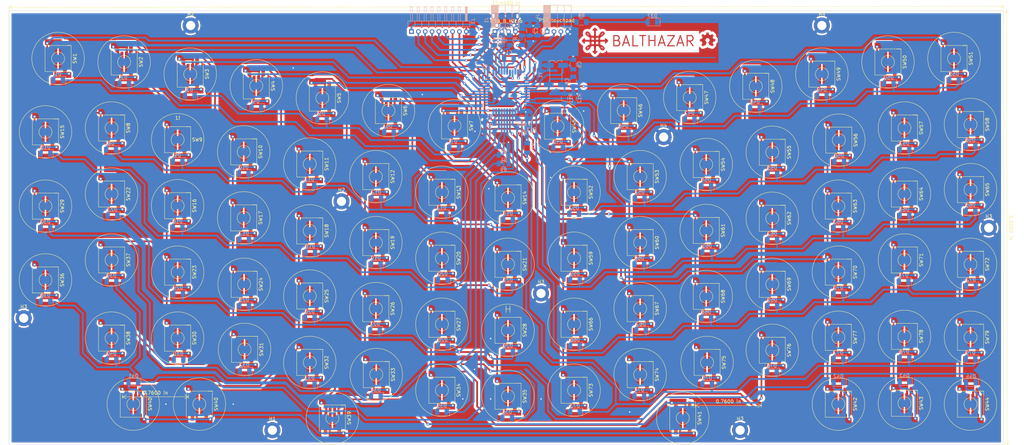
<source format=kicad_pcb>
(kicad_pcb (version 20171130) (host pcbnew "(5.1.5)-3")
  (layers (0 F.Cu signal) (31 B.Cu signal) (34 B.Paste user) (35 F.Paste user) (36 B.SilkS user) (37 F.SilkS user) (38 B.Mask user) (39 F.Mask user) (44 Edge.Cuts user))
  (net 0 "")
  (net 1 col1)
  (net 2 "Net-(D1-Pad2)")
  (net 3 "Net-(D2-Pad2)")
  (net 4 "Net-(D3-Pad2)")
  (net 5 "Net-(D4-Pad2)")
  (net 6 "Net-(D5-Pad2)")
  (net 7 "Net-(D6-Pad2)")
  (net 8 "Net-(D7-Pad2)")
  (net 9 "Net-(D8-Pad2)")
  (net 10 col2)
  (net 11 "Net-(D9-Pad2)")
  (net 12 "Net-(D10-Pad2)")
  (net 13 "Net-(D11-Pad2)")
  (net 14 "Net-(D12-Pad2)")
  (net 15 "Net-(D13-Pad2)")
  (net 16 "Net-(D14-Pad2)")
  (net 17 col3)
  (net 18 "Net-(D15-Pad2)")
  (net 19 "Net-(D16-Pad2)")
  (net 20 "Net-(D17-Pad2)")
  (net 21 "Net-(D18-Pad2)")
  (net 22 "Net-(D19-Pad2)")
  (net 23 "Net-(D20-Pad2)")
  (net 24 "Net-(D21-Pad2)")
  (net 25 col4)
  (net 26 "Net-(D22-Pad2)")
  (net 27 "Net-(D23-Pad2)")
  (net 28 "Net-(D24-Pad2)")
  (net 29 "Net-(D25-Pad2)")
  (net 30 "Net-(D26-Pad2)")
  (net 31 "Net-(D27-Pad2)")
  (net 32 "Net-(D28-Pad2)")
  (net 33 col5)
  (net 34 "Net-(D29-Pad2)")
  (net 35 "Net-(D30-Pad2)")
  (net 36 "Net-(D31-Pad2)")
  (net 37 "Net-(D32-Pad2)")
  (net 38 "Net-(D33-Pad2)")
  (net 39 "Net-(D34-Pad2)")
  (net 40 "Net-(D35-Pad2)")
  (net 41 col6)
  (net 42 "Net-(D36-Pad2)")
  (net 43 "Net-(D37-Pad2)")
  (net 44 "Net-(D38-Pad2)")
  (net 45 "Net-(D39-Pad2)")
  (net 46 "Net-(D40-Pad2)")
  (net 47 "Net-(D41-Pad2)")
  (net 48 "Net-(D42-Pad2)")
  (net 49 col7)
  (net 50 "Net-(D43-Pad2)")
  (net 51 "Net-(D44-Pad2)")
  (net 52 "Net-(D45-Pad2)")
  (net 53 "Net-(D46-Pad2)")
  (net 54 "Net-(D47-Pad2)")
  (net 55 "Net-(D48-Pad2)")
  (net 56 "Net-(D49-Pad2)")
  (net 57 col8)
  (net 58 "Net-(D50-Pad2)")
  (net 59 "Net-(D51-Pad2)")
  (net 60 "Net-(D52-Pad2)")
  (net 61 "Net-(D53-Pad2)")
  (net 62 "Net-(D54-Pad2)")
  (net 63 "Net-(D55-Pad2)")
  (net 64 "Net-(D56-Pad2)")
  (net 65 "Net-(D57-Pad2)")
  (net 66 col9)
  (net 67 "Net-(D58-Pad2)")
  (net 68 "Net-(D59-Pad2)")
  (net 69 "Net-(D60-Pad2)")
  (net 70 "Net-(D61-Pad2)")
  (net 71 "Net-(D62-Pad2)")
  (net 72 "Net-(D63-Pad2)")
  (net 73 "Net-(D64-Pad2)")
  (net 74 col10)
  (net 75 "Net-(D65-Pad2)")
  (net 76 "Net-(D66-Pad2)")
  (net 77 "Net-(D67-Pad2)")
  (net 78 "Net-(D68-Pad2)")
  (net 79 "Net-(D69-Pad2)")
  (net 80 "Net-(D70-Pad2)")
  (net 81 "Net-(D71-Pad2)")
  (net 82 col11)
  (net 83 "Net-(D72-Pad2)")
  (net 84 "Net-(D73-Pad2)")
  (net 85 "Net-(D74-Pad2)")
  (net 86 "Net-(D75-Pad2)")
  (net 87 "Net-(D76-Pad2)")
  (net 88 "Net-(D77-Pad2)")
  (net 89 row1)
  (net 90 row2)
  (net 91 row3)
  (net 92 row4)
  (net 93 row5)
  (net 94 row6)
  (net 95 row7)
  (net 96 GND)
  (net 97 "Net-(J1-Pad2)")
  (net 98 "Net-(J1-Pad3)")
  (net 99 "Net-(C1-Pad1)")
  (net 100 "Net-(C4-Pad1)")
  (net 101 "Net-(D78-Pad2)")
  (net 102 Vcc)
  (net 103 "Net-(D3-Pad1)")
  (net 104 "Net-(C5-Pad1)")
  (net 105 "Net-(C6-Pad1)")
  (net 106 "Net-(R3-Pad2)")
  (net 107 "Net-(R4-Pad2)")
  (net 108 "Net-(D79-Pad2)")
  (net 109 "Net-(J3-Pad3)")
  (net 110 "Net-(J3-Pad8)")
  (net 111 "Net-(J3-Pad7)")
  (net 112 "Net-(J3-Pad6)")
  (net 113 "Net-(J3-Pad5)")
  (net 114 "Net-(J3-Pad4)")
  (net 115 "Net-(J3-Pad2)")
  (net 116 "Net-(J4-Pad3)")
  (module Button_Switch_SMD:ResistiveContact+smd6mm (layer F.Cu) (at 19.177 59.69 270)
    (fp_text reference SW1 (at 0 -4.9 90) (layer F.SilkS))
    (fp_text value ESC)
    (fp_poly (pts (xy 4.572 1.016) (xy 2.032 1.016) (xy 2.032 0.508) (xy 4.572 0.508)) (layer F.Cu) (width 0.1))
    (fp_poly (pts (xy -2.032 -0.508) (xy -4.572 -0.508) (xy -4.572 -1.016) (xy -2.032 -1.016)) (layer F.Cu) (width 0.1))
    (fp_poly (pts (xy 4.572 -1.524) (xy -4.572 -1.524) (xy -4.572 -2.032) (xy 4.572 -2.032)) (layer F.Cu) (width 0.1))
    (fp_poly (pts (xy 4.572 2.032) (xy -4.572 2.032) (xy -4.572 1.524) (xy 4.572 1.524)) (layer F.Cu) (width 0.1))
    (fp_poly (pts (xy 5.588 1.016) (xy 5.0165 1.016) (xy 5.08 1.016) (xy 4.064 1.016) (xy 4.064 -3.81) (xy 5.588 -3.81)) (layer F.Cu) (width 0.1))
    (fp_poly (pts (xy -5.08 -1.016) (xy -4.064 -1.016) (xy -4.064 3.81) (xy -5.588 3.81) (xy -5.588 -1.016) (xy -5.0165 -1.016)) (layer F.Cu) (width 0.1))
    (pad "" np_thru_hole circle (at 2.032 0 270) (size 0.5 0.5) (drill 0.5) (layers *.Cu *.Mask))
    (pad "" np_thru_hole circle (at -2.032 0 270) (size 0.5 0.5) (drill 0.5) (layers *.Cu *.Mask))
    (pad 1 smd rect (at 3.81 2.032 270) (size 2 1) (layers F.Cu F.Paste F.Mask) (net 89 row1))
    (pad 1 smd rect (at -3.81 2.032 270) (size 2 1) (layers F.Cu F.Paste F.Mask) (net 89 row1))
    (pad 2 smd rect (at 3.81 -2.032 270) (size 2 1) (layers F.Cu F.Paste F.Mask) (net 2 "Net-(D1-Pad2)"))
    (pad 2 smd rect (at -3.81 -2.032 270) (size 2 1) (layers F.Cu F.Paste F.Mask) (net 2 "Net-(D1-Pad2)"))
    (pad 2 thru_hole circle (at 4.445 -3.175 270) (size 1 1) (drill 0.5) (layers *.Cu *.Mask) (net 2 "Net-(D1-Pad2)"))
    (pad 1 thru_hole circle (at -4.445 3.175 270) (size 1 1) (drill 0.5) (layers *.Cu *.Mask) (net 89 row1))
    (pad 1 smd rect (at 0 -0.635 270) (size 6 0.8) (layers F.Cu F.Paste F.Mask) (net 89 row1))
    (pad 2 smd rect (at 0 0.635 270) (size 6 0.8) (layers F.Cu F.Paste F.Mask) (net 2 "Net-(D1-Pad2)"))
    (pad 1 smd rect (at 0 1.905 270) (size 4 0.8) (layers F.Cu F.Paste F.Mask) (net 89 row1))
    (pad 2 smd rect (at 0 -1.905 270) (size 4 0.8) (layers F.Cu F.Paste F.Mask) (net 2 "Net-(D1-Pad2)"))
  )
  (module Button_Switch_SMD:ResistiveContact+smd6mm (layer F.Cu) (at 266.446 80.01 270)
    (fp_text reference SW57 (at 0 -4.9 90) (layer F.SilkS))
    (fp_text value +*)
    (fp_poly (pts (xy 4.572 1.016) (xy 2.032 1.016) (xy 2.032 0.508) (xy 4.572 0.508)) (layer F.Cu) (width 0.1))
    (fp_poly (pts (xy -2.032 -0.508) (xy -4.572 -0.508) (xy -4.572 -1.016) (xy -2.032 -1.016)) (layer F.Cu) (width 0.1))
    (fp_poly (pts (xy 4.572 -1.524) (xy -4.572 -1.524) (xy -4.572 -2.032) (xy 4.572 -2.032)) (layer F.Cu) (width 0.1))
    (fp_poly (pts (xy 4.572 2.032) (xy -4.572 2.032) (xy -4.572 1.524) (xy 4.572 1.524)) (layer F.Cu) (width 0.1))
    (fp_poly (pts (xy 5.588 1.016) (xy 5.0165 1.016) (xy 5.08 1.016) (xy 4.064 1.016) (xy 4.064 -3.81) (xy 5.588 -3.81)) (layer F.Cu) (width 0.1))
    (fp_poly (pts (xy -5.08 -1.016) (xy -4.064 -1.016) (xy -4.064 3.81) (xy -5.588 3.81) (xy -5.588 -1.016) (xy -5.0165 -1.016)) (layer F.Cu) (width 0.1))
    (pad "" np_thru_hole circle (at 2.032 0 270) (size 0.5 0.5) (drill 0.5) (layers *.Cu *.Mask))
    (pad "" np_thru_hole circle (at -2.032 0 270) (size 0.5 0.5) (drill 0.5) (layers *.Cu *.Mask))
    (pad 1 smd rect (at 3.81 2.032 270) (size 2 1) (layers F.Cu F.Paste F.Mask) (net 94 row6))
    (pad 1 smd rect (at -3.81 2.032 270) (size 2 1) (layers F.Cu F.Paste F.Mask) (net 94 row6))
    (pad 2 smd rect (at 3.81 -2.032 270) (size 2 1) (layers F.Cu F.Paste F.Mask) (net 65 "Net-(D57-Pad2)"))
    (pad 2 smd rect (at -3.81 -2.032 270) (size 2 1) (layers F.Cu F.Paste F.Mask) (net 65 "Net-(D57-Pad2)"))
    (pad 2 thru_hole circle (at 4.445 -3.175 270) (size 1 1) (drill 0.5) (layers *.Cu *.Mask) (net 65 "Net-(D57-Pad2)"))
    (pad 1 thru_hole circle (at -4.445 3.175 270) (size 1 1) (drill 0.5) (layers *.Cu *.Mask) (net 94 row6))
    (pad 1 smd rect (at 0 -0.635 270) (size 6 0.8) (layers F.Cu F.Paste F.Mask) (net 94 row6))
    (pad 2 smd rect (at 0 0.635 270) (size 6 0.8) (layers F.Cu F.Paste F.Mask) (net 65 "Net-(D57-Pad2)"))
    (pad 1 smd rect (at 0 1.905 270) (size 4 0.8) (layers F.Cu F.Paste F.Mask) (net 94 row6))
    (pad 2 smd rect (at 0 -1.905 270) (size 4 0.8) (layers F.Cu F.Paste F.Mask) (net 65 "Net-(D57-Pad2)"))
  )
  (module Button_Switch_SMD:ResistiveContact+smd6mm (layer F.Cu) (at 280.924 59.69 270)
    (fp_text reference SW51 (at 0 -4.9 90) (layer F.SilkS))
    (fp_text value "F13 PRTSCR")
    (fp_poly (pts (xy 4.572 1.016) (xy 2.032 1.016) (xy 2.032 0.508) (xy 4.572 0.508)) (layer F.Cu) (width 0.1))
    (fp_poly (pts (xy -2.032 -0.508) (xy -4.572 -0.508) (xy -4.572 -1.016) (xy -2.032 -1.016)) (layer F.Cu) (width 0.1))
    (fp_poly (pts (xy 4.572 -1.524) (xy -4.572 -1.524) (xy -4.572 -2.032) (xy 4.572 -2.032)) (layer F.Cu) (width 0.1))
    (fp_poly (pts (xy 4.572 2.032) (xy -4.572 2.032) (xy -4.572 1.524) (xy 4.572 1.524)) (layer F.Cu) (width 0.1))
    (fp_poly (pts (xy 5.588 1.016) (xy 5.0165 1.016) (xy 5.08 1.016) (xy 4.064 1.016) (xy 4.064 -3.81) (xy 5.588 -3.81)) (layer F.Cu) (width 0.1))
    (fp_poly (pts (xy -5.08 -1.016) (xy -4.064 -1.016) (xy -4.064 3.81) (xy -5.588 3.81) (xy -5.588 -1.016) (xy -5.0165 -1.016)) (layer F.Cu) (width 0.1))
    (pad "" np_thru_hole circle (at 2.032 0 270) (size 0.5 0.5) (drill 0.5) (layers *.Cu *.Mask))
    (pad "" np_thru_hole circle (at -2.032 0 270) (size 0.5 0.5) (drill 0.5) (layers *.Cu *.Mask))
    (pad 1 smd rect (at 3.81 2.032 270) (size 2 1) (layers F.Cu F.Paste F.Mask) (net 95 row7))
    (pad 1 smd rect (at -3.81 2.032 270) (size 2 1) (layers F.Cu F.Paste F.Mask) (net 95 row7))
    (pad 2 smd rect (at 3.81 -2.032 270) (size 2 1) (layers F.Cu F.Paste F.Mask) (net 59 "Net-(D51-Pad2)"))
    (pad 2 smd rect (at -3.81 -2.032 270) (size 2 1) (layers F.Cu F.Paste F.Mask) (net 59 "Net-(D51-Pad2)"))
    (pad 2 thru_hole circle (at 4.445 -3.175 270) (size 1 1) (drill 0.5) (layers *.Cu *.Mask) (net 59 "Net-(D51-Pad2)"))
    (pad 1 thru_hole circle (at -4.445 3.175 270) (size 1 1) (drill 0.5) (layers *.Cu *.Mask) (net 95 row7))
    (pad 1 smd rect (at 0 -0.635 270) (size 6 0.8) (layers F.Cu F.Paste F.Mask) (net 95 row7))
    (pad 2 smd rect (at 0 0.635 270) (size 6 0.8) (layers F.Cu F.Paste F.Mask) (net 59 "Net-(D51-Pad2)"))
    (pad 1 smd rect (at 0 1.905 270) (size 4 0.8) (layers F.Cu F.Paste F.Mask) (net 95 row7))
    (pad 2 smd rect (at 0 -1.905 270) (size 4 0.8) (layers F.Cu F.Paste F.Mask) (net 59 "Net-(D51-Pad2)"))
  )
  (module Button_Switch_SMD:ResistiveContact+smd6mm (layer F.Cu) (at 266.446 160.528 270)
    (fp_text reference SW43 (at 0 -4.9 90) (layer F.SilkS))
    (fp_text value DOWN)
    (fp_poly (pts (xy 4.572 1.016) (xy 2.032 1.016) (xy 2.032 0.508) (xy 4.572 0.508)) (layer F.Cu) (width 0.1))
    (fp_poly (pts (xy -2.032 -0.508) (xy -4.572 -0.508) (xy -4.572 -1.016) (xy -2.032 -1.016)) (layer F.Cu) (width 0.1))
    (fp_poly (pts (xy 4.572 -1.524) (xy -4.572 -1.524) (xy -4.572 -2.032) (xy 4.572 -2.032)) (layer F.Cu) (width 0.1))
    (fp_poly (pts (xy 4.572 2.032) (xy -4.572 2.032) (xy -4.572 1.524) (xy 4.572 1.524)) (layer F.Cu) (width 0.1))
    (fp_poly (pts (xy 5.588 1.016) (xy 5.0165 1.016) (xy 5.08 1.016) (xy 4.064 1.016) (xy 4.064 -3.81) (xy 5.588 -3.81)) (layer F.Cu) (width 0.1))
    (fp_poly (pts (xy -5.08 -1.016) (xy -4.064 -1.016) (xy -4.064 3.81) (xy -5.588 3.81) (xy -5.588 -1.016) (xy -5.0165 -1.016)) (layer F.Cu) (width 0.1))
    (pad "" np_thru_hole circle (at 2.032 0 270) (size 0.5 0.5) (drill 0.5) (layers *.Cu *.Mask))
    (pad "" np_thru_hole circle (at -2.032 0 270) (size 0.5 0.5) (drill 0.5) (layers *.Cu *.Mask))
    (pad 1 smd rect (at 3.81 2.032 270) (size 2 1) (layers F.Cu F.Paste F.Mask) (net 94 row6))
    (pad 1 smd rect (at -3.81 2.032 270) (size 2 1) (layers F.Cu F.Paste F.Mask) (net 94 row6))
    (pad 2 smd rect (at 3.81 -2.032 270) (size 2 1) (layers F.Cu F.Paste F.Mask) (net 50 "Net-(D43-Pad2)"))
    (pad 2 smd rect (at -3.81 -2.032 270) (size 2 1) (layers F.Cu F.Paste F.Mask) (net 50 "Net-(D43-Pad2)"))
    (pad 2 thru_hole circle (at 4.445 -3.175 270) (size 1 1) (drill 0.5) (layers *.Cu *.Mask) (net 50 "Net-(D43-Pad2)"))
    (pad 1 thru_hole circle (at -4.445 3.175 270) (size 1 1) (drill 0.5) (layers *.Cu *.Mask) (net 94 row6))
    (pad 1 smd rect (at 0 -0.635 270) (size 6 0.8) (layers F.Cu F.Paste F.Mask) (net 94 row6))
    (pad 2 smd rect (at 0 0.635 270) (size 6 0.8) (layers F.Cu F.Paste F.Mask) (net 50 "Net-(D43-Pad2)"))
    (pad 1 smd rect (at 0 1.905 270) (size 4 0.8) (layers F.Cu F.Paste F.Mask) (net 94 row6))
    (pad 2 smd rect (at 0 -1.905 270) (size 4 0.8) (layers F.Cu F.Paste F.Mask) (net 50 "Net-(D43-Pad2)"))
  )
  (module Button_Switch_SMD:ResistiveContact+smd6mm (layer F.Cu) (at 77.089 67.691 270)
    (fp_text reference SW4 (at 0 -4.9 90) (layer F.SilkS))
    (fp_text value F3)
    (fp_poly (pts (xy 4.572 1.016) (xy 2.032 1.016) (xy 2.032 0.508) (xy 4.572 0.508)) (layer F.Cu) (width 0.1))
    (fp_poly (pts (xy -2.032 -0.508) (xy -4.572 -0.508) (xy -4.572 -1.016) (xy -2.032 -1.016)) (layer F.Cu) (width 0.1))
    (fp_poly (pts (xy 4.572 -1.524) (xy -4.572 -1.524) (xy -4.572 -2.032) (xy 4.572 -2.032)) (layer F.Cu) (width 0.1))
    (fp_poly (pts (xy 4.572 2.032) (xy -4.572 2.032) (xy -4.572 1.524) (xy 4.572 1.524)) (layer F.Cu) (width 0.1))
    (fp_poly (pts (xy 5.588 1.016) (xy 5.0165 1.016) (xy 5.08 1.016) (xy 4.064 1.016) (xy 4.064 -3.81) (xy 5.588 -3.81)) (layer F.Cu) (width 0.1))
    (fp_poly (pts (xy -5.08 -1.016) (xy -4.064 -1.016) (xy -4.064 3.81) (xy -5.588 3.81) (xy -5.588 -1.016) (xy -5.0165 -1.016)) (layer F.Cu) (width 0.1))
    (pad "" np_thru_hole circle (at 2.032 0 270) (size 0.5 0.5) (drill 0.5) (layers *.Cu *.Mask))
    (pad "" np_thru_hole circle (at -2.032 0 270) (size 0.5 0.5) (drill 0.5) (layers *.Cu *.Mask))
    (pad 1 smd rect (at 3.81 2.032 270) (size 2 1) (layers F.Cu F.Paste F.Mask) (net 92 row4))
    (pad 1 smd rect (at -3.81 2.032 270) (size 2 1) (layers F.Cu F.Paste F.Mask) (net 92 row4))
    (pad 2 smd rect (at 3.81 -2.032 270) (size 2 1) (layers F.Cu F.Paste F.Mask) (net 5 "Net-(D4-Pad2)"))
    (pad 2 smd rect (at -3.81 -2.032 270) (size 2 1) (layers F.Cu F.Paste F.Mask) (net 5 "Net-(D4-Pad2)"))
    (pad 2 thru_hole circle (at 4.445 -3.175 270) (size 1 1) (drill 0.5) (layers *.Cu *.Mask) (net 5 "Net-(D4-Pad2)"))
    (pad 1 thru_hole circle (at -4.445 3.175 270) (size 1 1) (drill 0.5) (layers *.Cu *.Mask) (net 92 row4))
    (pad 1 smd rect (at 0 -0.635 270) (size 6 0.8) (layers F.Cu F.Paste F.Mask) (net 92 row4))
    (pad 2 smd rect (at 0 0.635 270) (size 6 0.8) (layers F.Cu F.Paste F.Mask) (net 5 "Net-(D4-Pad2)"))
    (pad 1 smd rect (at 0 1.905 270) (size 4 0.8) (layers F.Cu F.Paste F.Mask) (net 92 row4))
    (pad 2 smd rect (at 0 -1.905 270) (size 4 0.8) (layers F.Cu F.Paste F.Mask) (net 5 "Net-(D4-Pad2)"))
  )
  (module Button_Switch_SMD:ResistiveContact+smd6mm (layer F.Cu) (at 54.102 83.439 270)
    (fp_text reference SW9 (at 0 -5.715) (layer F.SilkS))
    (fp_text value 1! (at -6.35 0) (layer F.SilkS))
    (fp_poly (pts (xy 4.572 1.016) (xy 2.032 1.016) (xy 2.032 0.508) (xy 4.572 0.508)) (layer F.Cu) (width 0.1))
    (fp_poly (pts (xy -2.032 -0.508) (xy -4.572 -0.508) (xy -4.572 -1.016) (xy -2.032 -1.016)) (layer F.Cu) (width 0.1))
    (fp_poly (pts (xy 4.572 -1.524) (xy -4.572 -1.524) (xy -4.572 -2.032) (xy 4.572 -2.032)) (layer F.Cu) (width 0.1))
    (fp_poly (pts (xy 4.572 2.032) (xy -4.572 2.032) (xy -4.572 1.524) (xy 4.572 1.524)) (layer F.Cu) (width 0.1))
    (fp_poly (pts (xy 5.588 1.016) (xy 5.0165 1.016) (xy 5.08 1.016) (xy 4.064 1.016) (xy 4.064 -3.81) (xy 5.588 -3.81)) (layer F.Cu) (width 0.1))
    (fp_poly (pts (xy -5.08 -1.016) (xy -4.064 -1.016) (xy -4.064 3.81) (xy -5.588 3.81) (xy -5.588 -1.016) (xy -5.0165 -1.016)) (layer F.Cu) (width 0.1))
    (pad "" np_thru_hole circle (at 2.032 0 270) (size 0.5 0.5) (drill 0.5) (layers *.Cu *.Mask))
    (pad "" np_thru_hole circle (at -2.032 0 270) (size 0.5 0.5) (drill 0.5) (layers *.Cu *.Mask))
    (pad 1 smd rect (at 3.81 2.032 270) (size 2 1) (layers F.Cu F.Paste F.Mask) (net 90 row2))
    (pad 1 smd rect (at -3.81 2.032 270) (size 2 1) (layers F.Cu F.Paste F.Mask) (net 90 row2))
    (pad 2 smd rect (at 3.81 -2.032 270) (size 2 1) (layers F.Cu F.Paste F.Mask) (net 11 "Net-(D9-Pad2)"))
    (pad 2 smd rect (at -3.81 -2.032 270) (size 2 1) (layers F.Cu F.Paste F.Mask) (net 11 "Net-(D9-Pad2)"))
    (pad 2 thru_hole circle (at 4.445 -3.175 270) (size 1 1) (drill 0.5) (layers *.Cu *.Mask) (net 11 "Net-(D9-Pad2)"))
    (pad 1 thru_hole circle (at -4.445 3.175 270) (size 1 1) (drill 0.5) (layers *.Cu *.Mask) (net 90 row2))
    (pad 1 smd rect (at 0 -0.635 270) (size 6 0.8) (layers F.Cu F.Paste F.Mask) (net 90 row2))
    (pad 2 smd rect (at 0 0.635 270) (size 6 0.8) (layers F.Cu F.Paste F.Mask) (net 11 "Net-(D9-Pad2)"))
    (pad 1 smd rect (at 0 1.905 270) (size 4 0.8) (layers F.Cu F.Paste F.Mask) (net 90 row2))
    (pad 2 smd rect (at 0 -1.905 270) (size 4 0.8) (layers F.Cu F.Paste F.Mask) (net 11 "Net-(D9-Pad2)"))
  )
  (module Button_Switch_SMD:ResistiveContact+smd6mm (layer F.Cu) (at 60.452 160.782 270)
    (fp_text reference SW40 (at 0 -4.9 90) (layer F.SilkS))
    (fp_text value SPACE)
    (fp_poly (pts (xy 4.572 1.016) (xy 2.032 1.016) (xy 2.032 0.508) (xy 4.572 0.508)) (layer F.Cu) (width 0.1))
    (fp_poly (pts (xy -2.032 -0.508) (xy -4.572 -0.508) (xy -4.572 -1.016) (xy -2.032 -1.016)) (layer F.Cu) (width 0.1))
    (fp_poly (pts (xy 4.572 -1.524) (xy -4.572 -1.524) (xy -4.572 -2.032) (xy 4.572 -2.032)) (layer F.Cu) (width 0.1))
    (fp_poly (pts (xy 4.572 2.032) (xy -4.572 2.032) (xy -4.572 1.524) (xy 4.572 1.524)) (layer F.Cu) (width 0.1))
    (fp_poly (pts (xy 5.588 1.016) (xy 5.0165 1.016) (xy 5.08 1.016) (xy 4.064 1.016) (xy 4.064 -3.81) (xy 5.588 -3.81)) (layer F.Cu) (width 0.1))
    (fp_poly (pts (xy -5.08 -1.016) (xy -4.064 -1.016) (xy -4.064 3.81) (xy -5.588 3.81) (xy -5.588 -1.016) (xy -5.0165 -1.016)) (layer F.Cu) (width 0.1))
    (pad "" np_thru_hole circle (at 2.032 0 270) (size 0.5 0.5) (drill 0.5) (layers *.Cu *.Mask))
    (pad "" np_thru_hole circle (at -2.032 0 270) (size 0.5 0.5) (drill 0.5) (layers *.Cu *.Mask))
    (pad 1 smd rect (at 3.81 2.032 270) (size 2 1) (layers F.Cu F.Paste F.Mask) (net 92 row4))
    (pad 1 smd rect (at -3.81 2.032 270) (size 2 1) (layers F.Cu F.Paste F.Mask) (net 92 row4))
    (pad 2 smd rect (at 3.81 -2.032 270) (size 2 1) (layers F.Cu F.Paste F.Mask) (net 47 "Net-(D41-Pad2)"))
    (pad 2 smd rect (at -3.81 -2.032 270) (size 2 1) (layers F.Cu F.Paste F.Mask) (net 47 "Net-(D41-Pad2)"))
    (pad 2 thru_hole circle (at 4.445 -3.175 270) (size 1 1) (drill 0.5) (layers *.Cu *.Mask) (net 47 "Net-(D41-Pad2)"))
    (pad 1 thru_hole circle (at -4.445 3.175 270) (size 1 1) (drill 0.5) (layers *.Cu *.Mask) (net 92 row4))
    (pad 1 smd rect (at 0 -0.635 270) (size 6 0.8) (layers F.Cu F.Paste F.Mask) (net 92 row4))
    (pad 2 smd rect (at 0 0.635 270) (size 6 0.8) (layers F.Cu F.Paste F.Mask) (net 47 "Net-(D41-Pad2)"))
    (pad 1 smd rect (at 0 1.905 270) (size 4 0.8) (layers F.Cu F.Paste F.Mask) (net 92 row4))
    (pad 2 smd rect (at 0 -1.905 270) (size 4 0.8) (layers F.Cu F.Paste F.Mask) (net 47 "Net-(D41-Pad2)"))
  )
  (module Button_Switch_SMD:ResistiveContact+smd6mm (layer F.Cu) (at 73.66 144.78 270)
    (fp_text reference SW31 (at 0 -4.9 90) (layer F.SilkS))
    (fp_text value Y/Z)
    (fp_poly (pts (xy 4.572 1.016) (xy 2.032 1.016) (xy 2.032 0.508) (xy 4.572 0.508)) (layer F.Cu) (width 0.1))
    (fp_poly (pts (xy -2.032 -0.508) (xy -4.572 -0.508) (xy -4.572 -1.016) (xy -2.032 -1.016)) (layer F.Cu) (width 0.1))
    (fp_poly (pts (xy 4.572 -1.524) (xy -4.572 -1.524) (xy -4.572 -2.032) (xy 4.572 -2.032)) (layer F.Cu) (width 0.1))
    (fp_poly (pts (xy 4.572 2.032) (xy -4.572 2.032) (xy -4.572 1.524) (xy 4.572 1.524)) (layer F.Cu) (width 0.1))
    (fp_poly (pts (xy 5.588 1.016) (xy 5.0165 1.016) (xy 5.08 1.016) (xy 4.064 1.016) (xy 4.064 -3.81) (xy 5.588 -3.81)) (layer F.Cu) (width 0.1))
    (fp_poly (pts (xy -5.08 -1.016) (xy -4.064 -1.016) (xy -4.064 3.81) (xy -5.588 3.81) (xy -5.588 -1.016) (xy -5.0165 -1.016)) (layer F.Cu) (width 0.1))
    (pad "" np_thru_hole circle (at 2.032 0 270) (size 0.5 0.5) (drill 0.5) (layers *.Cu *.Mask))
    (pad "" np_thru_hole circle (at -2.032 0 270) (size 0.5 0.5) (drill 0.5) (layers *.Cu *.Mask))
    (pad 1 smd rect (at 3.81 2.032 270) (size 2 1) (layers F.Cu F.Paste F.Mask) (net 91 row3))
    (pad 1 smd rect (at -3.81 2.032 270) (size 2 1) (layers F.Cu F.Paste F.Mask) (net 91 row3))
    (pad 2 smd rect (at 3.81 -2.032 270) (size 2 1) (layers F.Cu F.Paste F.Mask) (net 37 "Net-(D32-Pad2)"))
    (pad 2 smd rect (at -3.81 -2.032 270) (size 2 1) (layers F.Cu F.Paste F.Mask) (net 37 "Net-(D32-Pad2)"))
    (pad 2 thru_hole circle (at 4.445 -3.175 270) (size 1 1) (drill 0.5) (layers *.Cu *.Mask) (net 37 "Net-(D32-Pad2)"))
    (pad 1 thru_hole circle (at -4.445 3.175 270) (size 1 1) (drill 0.5) (layers *.Cu *.Mask) (net 91 row3))
    (pad 1 smd rect (at 0 -0.635 270) (size 6 0.8) (layers F.Cu F.Paste F.Mask) (net 91 row3))
    (pad 2 smd rect (at 0 0.635 270) (size 6 0.8) (layers F.Cu F.Paste F.Mask) (net 37 "Net-(D32-Pad2)"))
    (pad 1 smd rect (at 0 1.905 270) (size 4 0.8) (layers F.Cu F.Paste F.Mask) (net 91 row3))
    (pad 2 smd rect (at 0 -1.905 270) (size 4 0.8) (layers F.Cu F.Paste F.Mask) (net 37 "Net-(D32-Pad2)"))
  )
  (module Button_Switch_SMD:ResistiveContact+smd6mm (layer F.Cu) (at 150.622 139.192 270)
    (fp_text reference SW28 (at 0 -4.9 90) (layer F.SilkS))
    (fp_text value H (at -6.096 0 180) (layer F.SilkS) (effects (font (size 2 2))))
    (fp_poly (pts (xy 4.572 1.016) (xy 2.032 1.016) (xy 2.032 0.508) (xy 4.572 0.508)) (layer F.Cu) (width 0.1))
    (fp_poly (pts (xy -2.032 -0.508) (xy -4.572 -0.508) (xy -4.572 -1.016) (xy -2.032 -1.016)) (layer F.Cu) (width 0.1))
    (fp_poly (pts (xy 4.572 -1.524) (xy -4.572 -1.524) (xy -4.572 -2.032) (xy 4.572 -2.032)) (layer F.Cu) (width 0.1))
    (fp_poly (pts (xy 4.572 2.032) (xy -4.572 2.032) (xy -4.572 1.524) (xy 4.572 1.524)) (layer F.Cu) (width 0.1))
    (fp_poly (pts (xy 5.588 1.016) (xy 5.0165 1.016) (xy 5.08 1.016) (xy 4.064 1.016) (xy 4.064 -3.81) (xy 5.588 -3.81)) (layer F.Cu) (width 0.1))
    (fp_poly (pts (xy -5.08 -1.016) (xy -4.064 -1.016) (xy -4.064 3.81) (xy -5.588 3.81) (xy -5.588 -1.016) (xy -5.0165 -1.016)) (layer F.Cu) (width 0.1))
    (pad "" np_thru_hole circle (at 2.032 0 270) (size 0.5 0.5) (drill 0.5) (layers *.Cu *.Mask))
    (pad "" np_thru_hole circle (at -2.032 0 270) (size 0.5 0.5) (drill 0.5) (layers *.Cu *.Mask))
    (pad 1 smd rect (at 3.81 2.032 270) (size 2 1) (layers F.Cu F.Paste F.Mask) (net 95 row7))
    (pad 1 smd rect (at -3.81 2.032 270) (size 2 1) (layers F.Cu F.Paste F.Mask) (net 95 row7))
    (pad 2 smd rect (at 3.81 -2.032 270) (size 2 1) (layers F.Cu F.Paste F.Mask) (net 34 "Net-(D29-Pad2)"))
    (pad 2 smd rect (at -3.81 -2.032 270) (size 2 1) (layers F.Cu F.Paste F.Mask) (net 34 "Net-(D29-Pad2)"))
    (pad 2 thru_hole circle (at 4.445 -3.175 270) (size 1 1) (drill 0.5) (layers *.Cu *.Mask) (net 34 "Net-(D29-Pad2)"))
    (pad 1 thru_hole circle (at -4.445 3.175 270) (size 1 1) (drill 0.5) (layers *.Cu *.Mask) (net 95 row7))
    (pad 1 smd rect (at 0 -0.635 270) (size 6 0.8) (layers F.Cu F.Paste F.Mask) (net 95 row7))
    (pad 2 smd rect (at 0 0.635 270) (size 6 0.8) (layers F.Cu F.Paste F.Mask) (net 34 "Net-(D29-Pad2)"))
    (pad 1 smd rect (at 0 1.905 270) (size 4 0.8) (layers F.Cu F.Paste F.Mask) (net 95 row7))
    (pad 2 smd rect (at 0 -1.905 270) (size 4 0.8) (layers F.Cu F.Paste F.Mask) (net 34 "Net-(D29-Pad2)"))
  )
  (module Button_Switch_SMD:ResistiveContact+smd6mm (layer F.Cu) (at 34.798 80.01 270)
    (fp_text reference SW8 (at 0 -4.9 90) (layer F.SilkS))
    (fp_text value ¸¨)
    (fp_poly (pts (xy 4.572 1.016) (xy 2.032 1.016) (xy 2.032 0.508) (xy 4.572 0.508)) (layer F.Cu) (width 0.1))
    (fp_poly (pts (xy -2.032 -0.508) (xy -4.572 -0.508) (xy -4.572 -1.016) (xy -2.032 -1.016)) (layer F.Cu) (width 0.1))
    (fp_poly (pts (xy 4.572 -1.524) (xy -4.572 -1.524) (xy -4.572 -2.032) (xy 4.572 -2.032)) (layer F.Cu) (width 0.1))
    (fp_poly (pts (xy 4.572 2.032) (xy -4.572 2.032) (xy -4.572 1.524) (xy 4.572 1.524)) (layer F.Cu) (width 0.1))
    (fp_poly (pts (xy 5.588 1.016) (xy 5.0165 1.016) (xy 5.08 1.016) (xy 4.064 1.016) (xy 4.064 -3.81) (xy 5.588 -3.81)) (layer F.Cu) (width 0.1))
    (fp_poly (pts (xy -5.08 -1.016) (xy -4.064 -1.016) (xy -4.064 3.81) (xy -5.588 3.81) (xy -5.588 -1.016) (xy -5.0165 -1.016)) (layer F.Cu) (width 0.1))
    (pad "" np_thru_hole circle (at 2.032 0 270) (size 0.5 0.5) (drill 0.5) (layers *.Cu *.Mask))
    (pad "" np_thru_hole circle (at -2.032 0 270) (size 0.5 0.5) (drill 0.5) (layers *.Cu *.Mask))
    (pad 1 smd rect (at 3.81 2.032 270) (size 2 1) (layers F.Cu F.Paste F.Mask) (net 89 row1))
    (pad 1 smd rect (at -3.81 2.032 270) (size 2 1) (layers F.Cu F.Paste F.Mask) (net 89 row1))
    (pad 2 smd rect (at 3.81 -2.032 270) (size 2 1) (layers F.Cu F.Paste F.Mask) (net 9 "Net-(D8-Pad2)"))
    (pad 2 smd rect (at -3.81 -2.032 270) (size 2 1) (layers F.Cu F.Paste F.Mask) (net 9 "Net-(D8-Pad2)"))
    (pad 2 thru_hole circle (at 4.445 -3.175 270) (size 1 1) (drill 0.5) (layers *.Cu *.Mask) (net 9 "Net-(D8-Pad2)"))
    (pad 1 thru_hole circle (at -4.445 3.175 270) (size 1 1) (drill 0.5) (layers *.Cu *.Mask) (net 89 row1))
    (pad 1 smd rect (at 0 -0.635 270) (size 6 0.8) (layers F.Cu F.Paste F.Mask) (net 89 row1))
    (pad 2 smd rect (at 0 0.635 270) (size 6 0.8) (layers F.Cu F.Paste F.Mask) (net 9 "Net-(D8-Pad2)"))
    (pad 1 smd rect (at 0 1.905 270) (size 4 0.8) (layers F.Cu F.Paste F.Mask) (net 89 row1))
    (pad 2 smd rect (at 0 -1.905 270) (size 4 0.8) (layers F.Cu F.Paste F.Mask) (net 9 "Net-(D8-Pad2)"))
  )
  (module Button_Switch_SMD:ResistiveContact+smd6mm (layer F.Cu) (at 38.481 60.706 270)
    (fp_text reference SW2 (at 0 -4.9 90) (layer F.SilkS))
    (fp_text value F1)
    (fp_poly (pts (xy 4.572 1.016) (xy 2.032 1.016) (xy 2.032 0.508) (xy 4.572 0.508)) (layer F.Cu) (width 0.1))
    (fp_poly (pts (xy -2.032 -0.508) (xy -4.572 -0.508) (xy -4.572 -1.016) (xy -2.032 -1.016)) (layer F.Cu) (width 0.1))
    (fp_poly (pts (xy 4.572 -1.524) (xy -4.572 -1.524) (xy -4.572 -2.032) (xy 4.572 -2.032)) (layer F.Cu) (width 0.1))
    (fp_poly (pts (xy 4.572 2.032) (xy -4.572 2.032) (xy -4.572 1.524) (xy 4.572 1.524)) (layer F.Cu) (width 0.1))
    (fp_poly (pts (xy 5.588 1.016) (xy 5.0165 1.016) (xy 5.08 1.016) (xy 4.064 1.016) (xy 4.064 -3.81) (xy 5.588 -3.81)) (layer F.Cu) (width 0.1))
    (fp_poly (pts (xy -5.08 -1.016) (xy -4.064 -1.016) (xy -4.064 3.81) (xy -5.588 3.81) (xy -5.588 -1.016) (xy -5.0165 -1.016)) (layer F.Cu) (width 0.1))
    (pad "" np_thru_hole circle (at 2.032 0 270) (size 0.5 0.5) (drill 0.5) (layers *.Cu *.Mask))
    (pad "" np_thru_hole circle (at -2.032 0 270) (size 0.5 0.5) (drill 0.5) (layers *.Cu *.Mask))
    (pad 1 smd rect (at 3.81 2.032 270) (size 2 1) (layers F.Cu F.Paste F.Mask) (net 90 row2))
    (pad 1 smd rect (at -3.81 2.032 270) (size 2 1) (layers F.Cu F.Paste F.Mask) (net 90 row2))
    (pad 2 smd rect (at 3.81 -2.032 270) (size 2 1) (layers F.Cu F.Paste F.Mask) (net 3 "Net-(D2-Pad2)"))
    (pad 2 smd rect (at -3.81 -2.032 270) (size 2 1) (layers F.Cu F.Paste F.Mask) (net 3 "Net-(D2-Pad2)"))
    (pad 2 thru_hole circle (at 4.445 -3.175 270) (size 1 1) (drill 0.5) (layers *.Cu *.Mask) (net 3 "Net-(D2-Pad2)"))
    (pad 1 thru_hole circle (at -4.445 3.175 270) (size 1 1) (drill 0.5) (layers *.Cu *.Mask) (net 90 row2))
    (pad 1 smd rect (at 0 -0.635 270) (size 6 0.8) (layers F.Cu F.Paste F.Mask) (net 90 row2))
    (pad 2 smd rect (at 0 0.635 270) (size 6 0.8) (layers F.Cu F.Paste F.Mask) (net 3 "Net-(D2-Pad2)"))
    (pad 1 smd rect (at 0 1.905 270) (size 4 0.8) (layers F.Cu F.Paste F.Mask) (net 90 row2))
    (pad 2 smd rect (at 0 -1.905 270) (size 4 0.8) (layers F.Cu F.Paste F.Mask) (net 3 "Net-(D2-Pad2)"))
  )
  (module Button_Switch_SMD:ResistiveContact+smd6mm (layer F.Cu) (at 57.785 64.262 270)
    (fp_text reference SW3 (at 0 -4.9 90) (layer F.SilkS))
    (fp_text value F2)
    (fp_poly (pts (xy 4.572 1.016) (xy 2.032 1.016) (xy 2.032 0.508) (xy 4.572 0.508)) (layer F.Cu) (width 0.1))
    (fp_poly (pts (xy -2.032 -0.508) (xy -4.572 -0.508) (xy -4.572 -1.016) (xy -2.032 -1.016)) (layer F.Cu) (width 0.1))
    (fp_poly (pts (xy 4.572 -1.524) (xy -4.572 -1.524) (xy -4.572 -2.032) (xy 4.572 -2.032)) (layer F.Cu) (width 0.1))
    (fp_poly (pts (xy 4.572 2.032) (xy -4.572 2.032) (xy -4.572 1.524) (xy 4.572 1.524)) (layer F.Cu) (width 0.1))
    (fp_poly (pts (xy 5.588 1.016) (xy 5.0165 1.016) (xy 5.08 1.016) (xy 4.064 1.016) (xy 4.064 -3.81) (xy 5.588 -3.81)) (layer F.Cu) (width 0.1))
    (fp_poly (pts (xy -5.08 -1.016) (xy -4.064 -1.016) (xy -4.064 3.81) (xy -5.588 3.81) (xy -5.588 -1.016) (xy -5.0165 -1.016)) (layer F.Cu) (width 0.1))
    (pad "" np_thru_hole circle (at 2.032 0 270) (size 0.5 0.5) (drill 0.5) (layers *.Cu *.Mask))
    (pad "" np_thru_hole circle (at -2.032 0 270) (size 0.5 0.5) (drill 0.5) (layers *.Cu *.Mask))
    (pad 1 smd rect (at 3.81 2.032 270) (size 2 1) (layers F.Cu F.Paste F.Mask) (net 91 row3))
    (pad 1 smd rect (at -3.81 2.032 270) (size 2 1) (layers F.Cu F.Paste F.Mask) (net 91 row3))
    (pad 2 smd rect (at 3.81 -2.032 270) (size 2 1) (layers F.Cu F.Paste F.Mask) (net 4 "Net-(D3-Pad2)"))
    (pad 2 smd rect (at -3.81 -2.032 270) (size 2 1) (layers F.Cu F.Paste F.Mask) (net 4 "Net-(D3-Pad2)"))
    (pad 2 thru_hole circle (at 4.445 -3.175 270) (size 1 1) (drill 0.5) (layers *.Cu *.Mask) (net 4 "Net-(D3-Pad2)"))
    (pad 1 thru_hole circle (at -4.445 3.175 270) (size 1 1) (drill 0.5) (layers *.Cu *.Mask) (net 91 row3))
    (pad 1 smd rect (at 0 -0.635 270) (size 6 0.8) (layers F.Cu F.Paste F.Mask) (net 91 row3))
    (pad 2 smd rect (at 0 0.635 270) (size 6 0.8) (layers F.Cu F.Paste F.Mask) (net 4 "Net-(D3-Pad2)"))
    (pad 1 smd rect (at 0 1.905 270) (size 4 0.8) (layers F.Cu F.Paste F.Mask) (net 91 row3))
    (pad 2 smd rect (at 0 -1.905 270) (size 4 0.8) (layers F.Cu F.Paste F.Mask) (net 4 "Net-(D3-Pad2)"))
  )
  (module Button_Switch_SMD:ResistiveContact+smd6mm (layer F.Cu) (at 73.406 86.995 270)
    (fp_text reference SW10 (at 0 -4.9 90) (layer F.SilkS))
    (fp_text value 2")
    (fp_poly (pts (xy 4.572 1.016) (xy 2.032 1.016) (xy 2.032 0.508) (xy 4.572 0.508)) (layer F.Cu) (width 0.1))
    (fp_poly (pts (xy -2.032 -0.508) (xy -4.572 -0.508) (xy -4.572 -1.016) (xy -2.032 -1.016)) (layer F.Cu) (width 0.1))
    (fp_poly (pts (xy 4.572 -1.524) (xy -4.572 -1.524) (xy -4.572 -2.032) (xy 4.572 -2.032)) (layer F.Cu) (width 0.1))
    (fp_poly (pts (xy 4.572 2.032) (xy -4.572 2.032) (xy -4.572 1.524) (xy 4.572 1.524)) (layer F.Cu) (width 0.1))
    (fp_poly (pts (xy 5.588 1.016) (xy 5.0165 1.016) (xy 5.08 1.016) (xy 4.064 1.016) (xy 4.064 -3.81) (xy 5.588 -3.81)) (layer F.Cu) (width 0.1))
    (fp_poly (pts (xy -5.08 -1.016) (xy -4.064 -1.016) (xy -4.064 3.81) (xy -5.588 3.81) (xy -5.588 -1.016) (xy -5.0165 -1.016)) (layer F.Cu) (width 0.1))
    (pad "" np_thru_hole circle (at 2.032 0 270) (size 0.5 0.5) (drill 0.5) (layers *.Cu *.Mask))
    (pad "" np_thru_hole circle (at -2.032 0 270) (size 0.5 0.5) (drill 0.5) (layers *.Cu *.Mask))
    (pad 1 smd rect (at 3.81 2.032 270) (size 2 1) (layers F.Cu F.Paste F.Mask) (net 91 row3))
    (pad 1 smd rect (at -3.81 2.032 270) (size 2 1) (layers F.Cu F.Paste F.Mask) (net 91 row3))
    (pad 2 smd rect (at 3.81 -2.032 270) (size 2 1) (layers F.Cu F.Paste F.Mask) (net 12 "Net-(D10-Pad2)"))
    (pad 2 smd rect (at -3.81 -2.032 270) (size 2 1) (layers F.Cu F.Paste F.Mask) (net 12 "Net-(D10-Pad2)"))
    (pad 2 thru_hole circle (at 4.445 -3.175 270) (size 1 1) (drill 0.5) (layers *.Cu *.Mask) (net 12 "Net-(D10-Pad2)"))
    (pad 1 thru_hole circle (at -4.445 3.175 270) (size 1 1) (drill 0.5) (layers *.Cu *.Mask) (net 91 row3))
    (pad 1 smd rect (at 0 -0.635 270) (size 6 0.8) (layers F.Cu F.Paste F.Mask) (net 91 row3))
    (pad 2 smd rect (at 0 0.635 270) (size 6 0.8) (layers F.Cu F.Paste F.Mask) (net 12 "Net-(D10-Pad2)"))
    (pad 1 smd rect (at 0 1.905 270) (size 4 0.8) (layers F.Cu F.Paste F.Mask) (net 91 row3))
    (pad 2 smd rect (at 0 -1.905 270) (size 4 0.8) (layers F.Cu F.Paste F.Mask) (net 12 "Net-(D10-Pad2)"))
  )
  (module Button_Switch_SMD:ResistiveContact+smd6mm (layer F.Cu) (at 96.393 71.247 270)
    (fp_text reference SW5 (at 0 -4.9 90) (layer F.SilkS))
    (fp_text value F4)
    (fp_poly (pts (xy 4.572 1.016) (xy 2.032 1.016) (xy 2.032 0.508) (xy 4.572 0.508)) (layer F.Cu) (width 0.1))
    (fp_poly (pts (xy -2.032 -0.508) (xy -4.572 -0.508) (xy -4.572 -1.016) (xy -2.032 -1.016)) (layer F.Cu) (width 0.1))
    (fp_poly (pts (xy 4.572 -1.524) (xy -4.572 -1.524) (xy -4.572 -2.032) (xy 4.572 -2.032)) (layer F.Cu) (width 0.1))
    (fp_poly (pts (xy 4.572 2.032) (xy -4.572 2.032) (xy -4.572 1.524) (xy 4.572 1.524)) (layer F.Cu) (width 0.1))
    (fp_poly (pts (xy 5.588 1.016) (xy 5.0165 1.016) (xy 5.08 1.016) (xy 4.064 1.016) (xy 4.064 -3.81) (xy 5.588 -3.81)) (layer F.Cu) (width 0.1))
    (fp_poly (pts (xy -5.08 -1.016) (xy -4.064 -1.016) (xy -4.064 3.81) (xy -5.588 3.81) (xy -5.588 -1.016) (xy -5.0165 -1.016)) (layer F.Cu) (width 0.1))
    (pad "" np_thru_hole circle (at 2.032 0 270) (size 0.5 0.5) (drill 0.5) (layers *.Cu *.Mask))
    (pad "" np_thru_hole circle (at -2.032 0 270) (size 0.5 0.5) (drill 0.5) (layers *.Cu *.Mask))
    (pad 1 smd rect (at 3.81 2.032 270) (size 2 1) (layers F.Cu F.Paste F.Mask) (net 93 row5))
    (pad 1 smd rect (at -3.81 2.032 270) (size 2 1) (layers F.Cu F.Paste F.Mask) (net 93 row5))
    (pad 2 smd rect (at 3.81 -2.032 270) (size 2 1) (layers F.Cu F.Paste F.Mask) (net 6 "Net-(D5-Pad2)"))
    (pad 2 smd rect (at -3.81 -2.032 270) (size 2 1) (layers F.Cu F.Paste F.Mask) (net 6 "Net-(D5-Pad2)"))
    (pad 2 thru_hole circle (at 4.445 -3.175 270) (size 1 1) (drill 0.5) (layers *.Cu *.Mask) (net 6 "Net-(D5-Pad2)"))
    (pad 1 thru_hole circle (at -4.445 3.175 270) (size 1 1) (drill 0.5) (layers *.Cu *.Mask) (net 93 row5))
    (pad 1 smd rect (at 0 -0.635 270) (size 6 0.8) (layers F.Cu F.Paste F.Mask) (net 93 row5))
    (pad 2 smd rect (at 0 0.635 270) (size 6 0.8) (layers F.Cu F.Paste F.Mask) (net 6 "Net-(D5-Pad2)"))
    (pad 1 smd rect (at 0 1.905 270) (size 4 0.8) (layers F.Cu F.Paste F.Mask) (net 93 row5))
    (pad 2 smd rect (at 0 -1.905 270) (size 4 0.8) (layers F.Cu F.Paste F.Mask) (net 6 "Net-(D5-Pad2)"))
  )
  (module Button_Switch_SMD:ResistiveContact+smd6mm (layer F.Cu) (at 112.014 94.234 270)
    (fp_text reference SW12 (at 0 -4.9 90) (layer F.SilkS))
    (fp_text value 4$)
    (fp_poly (pts (xy 4.572 1.016) (xy 2.032 1.016) (xy 2.032 0.508) (xy 4.572 0.508)) (layer F.Cu) (width 0.1))
    (fp_poly (pts (xy -2.032 -0.508) (xy -4.572 -0.508) (xy -4.572 -1.016) (xy -2.032 -1.016)) (layer F.Cu) (width 0.1))
    (fp_poly (pts (xy 4.572 -1.524) (xy -4.572 -1.524) (xy -4.572 -2.032) (xy 4.572 -2.032)) (layer F.Cu) (width 0.1))
    (fp_poly (pts (xy 4.572 2.032) (xy -4.572 2.032) (xy -4.572 1.524) (xy 4.572 1.524)) (layer F.Cu) (width 0.1))
    (fp_poly (pts (xy 5.588 1.016) (xy 5.0165 1.016) (xy 5.08 1.016) (xy 4.064 1.016) (xy 4.064 -3.81) (xy 5.588 -3.81)) (layer F.Cu) (width 0.1))
    (fp_poly (pts (xy -5.08 -1.016) (xy -4.064 -1.016) (xy -4.064 3.81) (xy -5.588 3.81) (xy -5.588 -1.016) (xy -5.0165 -1.016)) (layer F.Cu) (width 0.1))
    (pad "" np_thru_hole circle (at 2.032 0 270) (size 0.5 0.5) (drill 0.5) (layers *.Cu *.Mask))
    (pad "" np_thru_hole circle (at -2.032 0 270) (size 0.5 0.5) (drill 0.5) (layers *.Cu *.Mask))
    (pad 1 smd rect (at 3.81 2.032 270) (size 2 1) (layers F.Cu F.Paste F.Mask) (net 93 row5))
    (pad 1 smd rect (at -3.81 2.032 270) (size 2 1) (layers F.Cu F.Paste F.Mask) (net 93 row5))
    (pad 2 smd rect (at 3.81 -2.032 270) (size 2 1) (layers F.Cu F.Paste F.Mask) (net 14 "Net-(D12-Pad2)"))
    (pad 2 smd rect (at -3.81 -2.032 270) (size 2 1) (layers F.Cu F.Paste F.Mask) (net 14 "Net-(D12-Pad2)"))
    (pad 2 thru_hole circle (at 4.445 -3.175 270) (size 1 1) (drill 0.5) (layers *.Cu *.Mask) (net 14 "Net-(D12-Pad2)"))
    (pad 1 thru_hole circle (at -4.445 3.175 270) (size 1 1) (drill 0.5) (layers *.Cu *.Mask) (net 93 row5))
    (pad 1 smd rect (at 0 -0.635 270) (size 6 0.8) (layers F.Cu F.Paste F.Mask) (net 93 row5))
    (pad 2 smd rect (at 0 0.635 270) (size 6 0.8) (layers F.Cu F.Paste F.Mask) (net 14 "Net-(D12-Pad2)"))
    (pad 1 smd rect (at 0 1.905 270) (size 4 0.8) (layers F.Cu F.Paste F.Mask) (net 93 row5))
    (pad 2 smd rect (at 0 -1.905 270) (size 4 0.8) (layers F.Cu F.Paste F.Mask) (net 14 "Net-(D12-Pad2)"))
  )
  (module Button_Switch_SMD:ResistiveContact+smd6mm (layer F.Cu) (at 115.697 74.93 270)
    (fp_text reference SW6 (at 0 -4.9 90) (layer F.SilkS))
    (fp_text value F5)
    (fp_poly (pts (xy 4.572 1.016) (xy 2.032 1.016) (xy 2.032 0.508) (xy 4.572 0.508)) (layer F.Cu) (width 0.1))
    (fp_poly (pts (xy -2.032 -0.508) (xy -4.572 -0.508) (xy -4.572 -1.016) (xy -2.032 -1.016)) (layer F.Cu) (width 0.1))
    (fp_poly (pts (xy 4.572 -1.524) (xy -4.572 -1.524) (xy -4.572 -2.032) (xy 4.572 -2.032)) (layer F.Cu) (width 0.1))
    (fp_poly (pts (xy 4.572 2.032) (xy -4.572 2.032) (xy -4.572 1.524) (xy 4.572 1.524)) (layer F.Cu) (width 0.1))
    (fp_poly (pts (xy 5.588 1.016) (xy 5.0165 1.016) (xy 5.08 1.016) (xy 4.064 1.016) (xy 4.064 -3.81) (xy 5.588 -3.81)) (layer F.Cu) (width 0.1))
    (fp_poly (pts (xy -5.08 -1.016) (xy -4.064 -1.016) (xy -4.064 3.81) (xy -5.588 3.81) (xy -5.588 -1.016) (xy -5.0165 -1.016)) (layer F.Cu) (width 0.1))
    (pad "" np_thru_hole circle (at 2.032 0 270) (size 0.5 0.5) (drill 0.5) (layers *.Cu *.Mask))
    (pad "" np_thru_hole circle (at -2.032 0 270) (size 0.5 0.5) (drill 0.5) (layers *.Cu *.Mask))
    (pad 1 smd rect (at 3.81 2.032 270) (size 2 1) (layers F.Cu F.Paste F.Mask) (net 94 row6))
    (pad 1 smd rect (at -3.81 2.032 270) (size 2 1) (layers F.Cu F.Paste F.Mask) (net 94 row6))
    (pad 2 smd rect (at 3.81 -2.032 270) (size 2 1) (layers F.Cu F.Paste F.Mask) (net 7 "Net-(D6-Pad2)"))
    (pad 2 smd rect (at -3.81 -2.032 270) (size 2 1) (layers F.Cu F.Paste F.Mask) (net 7 "Net-(D6-Pad2)"))
    (pad 2 thru_hole circle (at 4.445 -3.175 270) (size 1 1) (drill 0.5) (layers *.Cu *.Mask) (net 7 "Net-(D6-Pad2)"))
    (pad 1 thru_hole circle (at -4.445 3.175 270) (size 1 1) (drill 0.5) (layers *.Cu *.Mask) (net 94 row6))
    (pad 1 smd rect (at 0 -0.635 270) (size 6 0.8) (layers F.Cu F.Paste F.Mask) (net 94 row6))
    (pad 2 smd rect (at 0 0.635 270) (size 6 0.8) (layers F.Cu F.Paste F.Mask) (net 7 "Net-(D6-Pad2)"))
    (pad 1 smd rect (at 0 1.905 270) (size 4 0.8) (layers F.Cu F.Paste F.Mask) (net 94 row6))
    (pad 2 smd rect (at 0 -1.905 270) (size 4 0.8) (layers F.Cu F.Paste F.Mask) (net 7 "Net-(D6-Pad2)"))
  )
  (module Button_Switch_SMD:ResistiveContact+smd6mm (layer F.Cu) (at 131.318 98.806 270)
    (fp_text reference SW13 (at 0 -4.9 90) (layer F.SilkS))
    (fp_text value 5%)
    (fp_poly (pts (xy 4.572 1.016) (xy 2.032 1.016) (xy 2.032 0.508) (xy 4.572 0.508)) (layer F.Cu) (width 0.1))
    (fp_poly (pts (xy -2.032 -0.508) (xy -4.572 -0.508) (xy -4.572 -1.016) (xy -2.032 -1.016)) (layer F.Cu) (width 0.1))
    (fp_poly (pts (xy 4.572 -1.524) (xy -4.572 -1.524) (xy -4.572 -2.032) (xy 4.572 -2.032)) (layer F.Cu) (width 0.1))
    (fp_poly (pts (xy 4.572 2.032) (xy -4.572 2.032) (xy -4.572 1.524) (xy 4.572 1.524)) (layer F.Cu) (width 0.1))
    (fp_poly (pts (xy 5.588 1.016) (xy 5.0165 1.016) (xy 5.08 1.016) (xy 4.064 1.016) (xy 4.064 -3.81) (xy 5.588 -3.81)) (layer F.Cu) (width 0.1))
    (fp_poly (pts (xy -5.08 -1.016) (xy -4.064 -1.016) (xy -4.064 3.81) (xy -5.588 3.81) (xy -5.588 -1.016) (xy -5.0165 -1.016)) (layer F.Cu) (width 0.1))
    (pad "" np_thru_hole circle (at 2.032 0 270) (size 0.5 0.5) (drill 0.5) (layers *.Cu *.Mask))
    (pad "" np_thru_hole circle (at -2.032 0 270) (size 0.5 0.5) (drill 0.5) (layers *.Cu *.Mask))
    (pad 1 smd rect (at 3.81 2.032 270) (size 2 1) (layers F.Cu F.Paste F.Mask) (net 94 row6))
    (pad 1 smd rect (at -3.81 2.032 270) (size 2 1) (layers F.Cu F.Paste F.Mask) (net 94 row6))
    (pad 2 smd rect (at 3.81 -2.032 270) (size 2 1) (layers F.Cu F.Paste F.Mask) (net 15 "Net-(D13-Pad2)"))
    (pad 2 smd rect (at -3.81 -2.032 270) (size 2 1) (layers F.Cu F.Paste F.Mask) (net 15 "Net-(D13-Pad2)"))
    (pad 2 thru_hole circle (at 4.445 -3.175 270) (size 1 1) (drill 0.5) (layers *.Cu *.Mask) (net 15 "Net-(D13-Pad2)"))
    (pad 1 thru_hole circle (at -4.445 3.175 270) (size 1 1) (drill 0.5) (layers *.Cu *.Mask) (net 94 row6))
    (pad 1 smd rect (at 0 -0.635 270) (size 6 0.8) (layers F.Cu F.Paste F.Mask) (net 94 row6))
    (pad 2 smd rect (at 0 0.635 270) (size 6 0.8) (layers F.Cu F.Paste F.Mask) (net 15 "Net-(D13-Pad2)"))
    (pad 1 smd rect (at 0 1.905 270) (size 4 0.8) (layers F.Cu F.Paste F.Mask) (net 94 row6))
    (pad 2 smd rect (at 0 -1.905 270) (size 4 0.8) (layers F.Cu F.Paste F.Mask) (net 15 "Net-(D13-Pad2)"))
  )
  (module Button_Switch_SMD:ResistiveContact+smd6mm (layer F.Cu) (at 135.001 79.375 270)
    (fp_text reference SW7 (at 0 -4.9 90) (layer F.SilkS))
    (fp_text value F6)
    (fp_poly (pts (xy 4.572 1.016) (xy 2.032 1.016) (xy 2.032 0.508) (xy 4.572 0.508)) (layer F.Cu) (width 0.1))
    (fp_poly (pts (xy -2.032 -0.508) (xy -4.572 -0.508) (xy -4.572 -1.016) (xy -2.032 -1.016)) (layer F.Cu) (width 0.1))
    (fp_poly (pts (xy 4.572 -1.524) (xy -4.572 -1.524) (xy -4.572 -2.032) (xy 4.572 -2.032)) (layer F.Cu) (width 0.1))
    (fp_poly (pts (xy 4.572 2.032) (xy -4.572 2.032) (xy -4.572 1.524) (xy 4.572 1.524)) (layer F.Cu) (width 0.1))
    (fp_poly (pts (xy 5.588 1.016) (xy 5.0165 1.016) (xy 5.08 1.016) (xy 4.064 1.016) (xy 4.064 -3.81) (xy 5.588 -3.81)) (layer F.Cu) (width 0.1))
    (fp_poly (pts (xy -5.08 -1.016) (xy -4.064 -1.016) (xy -4.064 3.81) (xy -5.588 3.81) (xy -5.588 -1.016) (xy -5.0165 -1.016)) (layer F.Cu) (width 0.1))
    (pad "" np_thru_hole circle (at 2.032 0 270) (size 0.5 0.5) (drill 0.5) (layers *.Cu *.Mask))
    (pad "" np_thru_hole circle (at -2.032 0 270) (size 0.5 0.5) (drill 0.5) (layers *.Cu *.Mask))
    (pad 1 smd rect (at 3.81 2.032 270) (size 2 1) (layers F.Cu F.Paste F.Mask) (net 95 row7))
    (pad 1 smd rect (at -3.81 2.032 270) (size 2 1) (layers F.Cu F.Paste F.Mask) (net 95 row7))
    (pad 2 smd rect (at 3.81 -2.032 270) (size 2 1) (layers F.Cu F.Paste F.Mask) (net 8 "Net-(D7-Pad2)"))
    (pad 2 smd rect (at -3.81 -2.032 270) (size 2 1) (layers F.Cu F.Paste F.Mask) (net 8 "Net-(D7-Pad2)"))
    (pad 2 thru_hole circle (at 4.445 -3.175 270) (size 1 1) (drill 0.5) (layers *.Cu *.Mask) (net 8 "Net-(D7-Pad2)"))
    (pad 1 thru_hole circle (at -4.445 3.175 270) (size 1 1) (drill 0.5) (layers *.Cu *.Mask) (net 95 row7))
    (pad 1 smd rect (at 0 -0.635 270) (size 6 0.8) (layers F.Cu F.Paste F.Mask) (net 95 row7))
    (pad 2 smd rect (at 0 0.635 270) (size 6 0.8) (layers F.Cu F.Paste F.Mask) (net 8 "Net-(D7-Pad2)"))
    (pad 1 smd rect (at 0 1.905 270) (size 4 0.8) (layers F.Cu F.Paste F.Mask) (net 95 row7))
    (pad 2 smd rect (at 0 -1.905 270) (size 4 0.8) (layers F.Cu F.Paste F.Mask) (net 8 "Net-(D7-Pad2)"))
  )
  (module Button_Switch_SMD:ResistiveContact+smd6mm (layer F.Cu) (at 150.622 100.457 270)
    (fp_text reference SW14 (at 0 -4.9 90) (layer F.SilkS))
    (fp_text value 6&)
    (fp_poly (pts (xy 4.572 1.016) (xy 2.032 1.016) (xy 2.032 0.508) (xy 4.572 0.508)) (layer F.Cu) (width 0.1))
    (fp_poly (pts (xy -2.032 -0.508) (xy -4.572 -0.508) (xy -4.572 -1.016) (xy -2.032 -1.016)) (layer F.Cu) (width 0.1))
    (fp_poly (pts (xy 4.572 -1.524) (xy -4.572 -1.524) (xy -4.572 -2.032) (xy 4.572 -2.032)) (layer F.Cu) (width 0.1))
    (fp_poly (pts (xy 4.572 2.032) (xy -4.572 2.032) (xy -4.572 1.524) (xy 4.572 1.524)) (layer F.Cu) (width 0.1))
    (fp_poly (pts (xy 5.588 1.016) (xy 5.0165 1.016) (xy 5.08 1.016) (xy 4.064 1.016) (xy 4.064 -3.81) (xy 5.588 -3.81)) (layer F.Cu) (width 0.1))
    (fp_poly (pts (xy -5.08 -1.016) (xy -4.064 -1.016) (xy -4.064 3.81) (xy -5.588 3.81) (xy -5.588 -1.016) (xy -5.0165 -1.016)) (layer F.Cu) (width 0.1))
    (pad "" np_thru_hole circle (at 2.032 0 270) (size 0.5 0.5) (drill 0.5) (layers *.Cu *.Mask))
    (pad "" np_thru_hole circle (at -2.032 0 270) (size 0.5 0.5) (drill 0.5) (layers *.Cu *.Mask))
    (pad 1 smd rect (at 3.81 2.032 270) (size 2 1) (layers F.Cu F.Paste F.Mask) (net 95 row7))
    (pad 1 smd rect (at -3.81 2.032 270) (size 2 1) (layers F.Cu F.Paste F.Mask) (net 95 row7))
    (pad 2 smd rect (at 3.81 -2.032 270) (size 2 1) (layers F.Cu F.Paste F.Mask) (net 16 "Net-(D14-Pad2)"))
    (pad 2 smd rect (at -3.81 -2.032 270) (size 2 1) (layers F.Cu F.Paste F.Mask) (net 16 "Net-(D14-Pad2)"))
    (pad 2 thru_hole circle (at 4.445 -3.175 270) (size 1 1) (drill 0.5) (layers *.Cu *.Mask) (net 16 "Net-(D14-Pad2)"))
    (pad 1 thru_hole circle (at -4.445 3.175 270) (size 1 1) (drill 0.5) (layers *.Cu *.Mask) (net 95 row7))
    (pad 1 smd rect (at 0 -0.635 270) (size 6 0.8) (layers F.Cu F.Paste F.Mask) (net 95 row7))
    (pad 2 smd rect (at 0 0.635 270) (size 6 0.8) (layers F.Cu F.Paste F.Mask) (net 16 "Net-(D14-Pad2)"))
    (pad 1 smd rect (at 0 1.905 270) (size 4 0.8) (layers F.Cu F.Paste F.Mask) (net 95 row7))
    (pad 2 smd rect (at 0 -1.905 270) (size 4 0.8) (layers F.Cu F.Paste F.Mask) (net 16 "Net-(D14-Pad2)"))
  )
  (module Button_Switch_SMD:ResistiveContact+smd6mm (layer F.Cu) (at 15.494 81.153 270)
    (fp_text reference SW15 (at 0 -4.9 90) (layer F.SilkS))
    (fp_text value TAB)
    (fp_poly (pts (xy 4.572 1.016) (xy 2.032 1.016) (xy 2.032 0.508) (xy 4.572 0.508)) (layer F.Cu) (width 0.1))
    (fp_poly (pts (xy -2.032 -0.508) (xy -4.572 -0.508) (xy -4.572 -1.016) (xy -2.032 -1.016)) (layer F.Cu) (width 0.1))
    (fp_poly (pts (xy 4.572 -1.524) (xy -4.572 -1.524) (xy -4.572 -2.032) (xy 4.572 -2.032)) (layer F.Cu) (width 0.1))
    (fp_poly (pts (xy 4.572 2.032) (xy -4.572 2.032) (xy -4.572 1.524) (xy 4.572 1.524)) (layer F.Cu) (width 0.1))
    (fp_poly (pts (xy 5.588 1.016) (xy 5.0165 1.016) (xy 5.08 1.016) (xy 4.064 1.016) (xy 4.064 -3.81) (xy 5.588 -3.81)) (layer F.Cu) (width 0.1))
    (fp_poly (pts (xy -5.08 -1.016) (xy -4.064 -1.016) (xy -4.064 3.81) (xy -5.588 3.81) (xy -5.588 -1.016) (xy -5.0165 -1.016)) (layer F.Cu) (width 0.1))
    (pad "" np_thru_hole circle (at 2.032 0 270) (size 0.5 0.5) (drill 0.5) (layers *.Cu *.Mask))
    (pad "" np_thru_hole circle (at -2.032 0 270) (size 0.5 0.5) (drill 0.5) (layers *.Cu *.Mask))
    (pad 1 smd rect (at 3.81 2.032 270) (size 2 1) (layers F.Cu F.Paste F.Mask) (net 89 row1))
    (pad 1 smd rect (at -3.81 2.032 270) (size 2 1) (layers F.Cu F.Paste F.Mask) (net 89 row1))
    (pad 2 smd rect (at 3.81 -2.032 270) (size 2 1) (layers F.Cu F.Paste F.Mask) (net 18 "Net-(D15-Pad2)"))
    (pad 2 smd rect (at -3.81 -2.032 270) (size 2 1) (layers F.Cu F.Paste F.Mask) (net 18 "Net-(D15-Pad2)"))
    (pad 2 thru_hole circle (at 4.445 -3.175 270) (size 1 1) (drill 0.5) (layers *.Cu *.Mask) (net 18 "Net-(D15-Pad2)"))
    (pad 1 thru_hole circle (at -4.445 3.175 270) (size 1 1) (drill 0.5) (layers *.Cu *.Mask) (net 89 row1))
    (pad 1 smd rect (at 0 -0.635 270) (size 6 0.8) (layers F.Cu F.Paste F.Mask) (net 89 row1))
    (pad 2 smd rect (at 0 0.635 270) (size 6 0.8) (layers F.Cu F.Paste F.Mask) (net 18 "Net-(D15-Pad2)"))
    (pad 1 smd rect (at 0 1.905 270) (size 4 0.8) (layers F.Cu F.Paste F.Mask) (net 89 row1))
    (pad 2 smd rect (at 0 -1.905 270) (size 4 0.8) (layers F.Cu F.Paste F.Mask) (net 18 "Net-(D15-Pad2)"))
  )
  (module Button_Switch_SMD:ResistiveContact+smd6mm (layer F.Cu) (at 54.102 102.743 270)
    (fp_text reference SW16 (at 0 -4.9 90) (layer F.SilkS))
    (fp_text value Q)
    (fp_poly (pts (xy 4.572 1.016) (xy 2.032 1.016) (xy 2.032 0.508) (xy 4.572 0.508)) (layer F.Cu) (width 0.1))
    (fp_poly (pts (xy -2.032 -0.508) (xy -4.572 -0.508) (xy -4.572 -1.016) (xy -2.032 -1.016)) (layer F.Cu) (width 0.1))
    (fp_poly (pts (xy 4.572 -1.524) (xy -4.572 -1.524) (xy -4.572 -2.032) (xy 4.572 -2.032)) (layer F.Cu) (width 0.1))
    (fp_poly (pts (xy 4.572 2.032) (xy -4.572 2.032) (xy -4.572 1.524) (xy 4.572 1.524)) (layer F.Cu) (width 0.1))
    (fp_poly (pts (xy 5.588 1.016) (xy 5.0165 1.016) (xy 5.08 1.016) (xy 4.064 1.016) (xy 4.064 -3.81) (xy 5.588 -3.81)) (layer F.Cu) (width 0.1))
    (fp_poly (pts (xy -5.08 -1.016) (xy -4.064 -1.016) (xy -4.064 3.81) (xy -5.588 3.81) (xy -5.588 -1.016) (xy -5.0165 -1.016)) (layer F.Cu) (width 0.1))
    (pad "" np_thru_hole circle (at 2.032 0 270) (size 0.5 0.5) (drill 0.5) (layers *.Cu *.Mask))
    (pad "" np_thru_hole circle (at -2.032 0 270) (size 0.5 0.5) (drill 0.5) (layers *.Cu *.Mask))
    (pad 1 smd rect (at 3.81 2.032 270) (size 2 1) (layers F.Cu F.Paste F.Mask) (net 90 row2))
    (pad 1 smd rect (at -3.81 2.032 270) (size 2 1) (layers F.Cu F.Paste F.Mask) (net 90 row2))
    (pad 2 smd rect (at 3.81 -2.032 270) (size 2 1) (layers F.Cu F.Paste F.Mask) (net 19 "Net-(D16-Pad2)"))
    (pad 2 smd rect (at -3.81 -2.032 270) (size 2 1) (layers F.Cu F.Paste F.Mask) (net 19 "Net-(D16-Pad2)"))
    (pad 2 thru_hole circle (at 4.445 -3.175 270) (size 1 1) (drill 0.5) (layers *.Cu *.Mask) (net 19 "Net-(D16-Pad2)"))
    (pad 1 thru_hole circle (at -4.445 3.175 270) (size 1 1) (drill 0.5) (layers *.Cu *.Mask) (net 90 row2))
    (pad 1 smd rect (at 0 -0.635 270) (size 6 0.8) (layers F.Cu F.Paste F.Mask) (net 90 row2))
    (pad 2 smd rect (at 0 0.635 270) (size 6 0.8) (layers F.Cu F.Paste F.Mask) (net 19 "Net-(D16-Pad2)"))
    (pad 1 smd rect (at 0 1.905 270) (size 4 0.8) (layers F.Cu F.Paste F.Mask) (net 90 row2))
    (pad 2 smd rect (at 0 -1.905 270) (size 4 0.8) (layers F.Cu F.Paste F.Mask) (net 19 "Net-(D16-Pad2)"))
  )
  (module Button_Switch_SMD:ResistiveContact+smd6mm (layer F.Cu) (at 34.798 99.314 270)
    (fp_text reference SW22 (at 0 -4.9 90) (layer F.SilkS))
    (fp_text value CAPS)
    (fp_poly (pts (xy 4.572 1.016) (xy 2.032 1.016) (xy 2.032 0.508) (xy 4.572 0.508)) (layer F.Cu) (width 0.1))
    (fp_poly (pts (xy -2.032 -0.508) (xy -4.572 -0.508) (xy -4.572 -1.016) (xy -2.032 -1.016)) (layer F.Cu) (width 0.1))
    (fp_poly (pts (xy 4.572 -1.524) (xy -4.572 -1.524) (xy -4.572 -2.032) (xy 4.572 -2.032)) (layer F.Cu) (width 0.1))
    (fp_poly (pts (xy 4.572 2.032) (xy -4.572 2.032) (xy -4.572 1.524) (xy 4.572 1.524)) (layer F.Cu) (width 0.1))
    (fp_poly (pts (xy 5.588 1.016) (xy 5.0165 1.016) (xy 5.08 1.016) (xy 4.064 1.016) (xy 4.064 -3.81) (xy 5.588 -3.81)) (layer F.Cu) (width 0.1))
    (fp_poly (pts (xy -5.08 -1.016) (xy -4.064 -1.016) (xy -4.064 3.81) (xy -5.588 3.81) (xy -5.588 -1.016) (xy -5.0165 -1.016)) (layer F.Cu) (width 0.1))
    (pad "" np_thru_hole circle (at 2.032 0 270) (size 0.5 0.5) (drill 0.5) (layers *.Cu *.Mask))
    (pad "" np_thru_hole circle (at -2.032 0 270) (size 0.5 0.5) (drill 0.5) (layers *.Cu *.Mask))
    (pad 1 smd rect (at 3.81 2.032 270) (size 2 1) (layers F.Cu F.Paste F.Mask) (net 89 row1))
    (pad 1 smd rect (at -3.81 2.032 270) (size 2 1) (layers F.Cu F.Paste F.Mask) (net 89 row1))
    (pad 2 smd rect (at 3.81 -2.032 270) (size 2 1) (layers F.Cu F.Paste F.Mask) (net 27 "Net-(D23-Pad2)"))
    (pad 2 smd rect (at -3.81 -2.032 270) (size 2 1) (layers F.Cu F.Paste F.Mask) (net 27 "Net-(D23-Pad2)"))
    (pad 2 thru_hole circle (at 4.445 -3.175 270) (size 1 1) (drill 0.5) (layers *.Cu *.Mask) (net 27 "Net-(D23-Pad2)"))
    (pad 1 thru_hole circle (at -4.445 3.175 270) (size 1 1) (drill 0.5) (layers *.Cu *.Mask) (net 89 row1))
    (pad 1 smd rect (at 0 -0.635 270) (size 6 0.8) (layers F.Cu F.Paste F.Mask) (net 89 row1))
    (pad 2 smd rect (at 0 0.635 270) (size 6 0.8) (layers F.Cu F.Paste F.Mask) (net 27 "Net-(D23-Pad2)"))
    (pad 1 smd rect (at 0 1.905 270) (size 4 0.8) (layers F.Cu F.Paste F.Mask) (net 89 row1))
    (pad 2 smd rect (at 0 -1.905 270) (size 4 0.8) (layers F.Cu F.Paste F.Mask) (net 27 "Net-(D23-Pad2)"))
  )
  (module Button_Switch_SMD:ResistiveContact+smd6mm (layer F.Cu) (at 54.102 122.174 270)
    (fp_text reference SW23 (at 0 -4.9 90) (layer F.SilkS))
    (fp_text value A)
    (fp_poly (pts (xy 4.572 1.016) (xy 2.032 1.016) (xy 2.032 0.508) (xy 4.572 0.508)) (layer F.Cu) (width 0.1))
    (fp_poly (pts (xy -2.032 -0.508) (xy -4.572 -0.508) (xy -4.572 -1.016) (xy -2.032 -1.016)) (layer F.Cu) (width 0.1))
    (fp_poly (pts (xy 4.572 -1.524) (xy -4.572 -1.524) (xy -4.572 -2.032) (xy 4.572 -2.032)) (layer F.Cu) (width 0.1))
    (fp_poly (pts (xy 4.572 2.032) (xy -4.572 2.032) (xy -4.572 1.524) (xy 4.572 1.524)) (layer F.Cu) (width 0.1))
    (fp_poly (pts (xy 5.588 1.016) (xy 5.0165 1.016) (xy 5.08 1.016) (xy 4.064 1.016) (xy 4.064 -3.81) (xy 5.588 -3.81)) (layer F.Cu) (width 0.1))
    (fp_poly (pts (xy -5.08 -1.016) (xy -4.064 -1.016) (xy -4.064 3.81) (xy -5.588 3.81) (xy -5.588 -1.016) (xy -5.0165 -1.016)) (layer F.Cu) (width 0.1))
    (pad "" np_thru_hole circle (at 2.032 0 270) (size 0.5 0.5) (drill 0.5) (layers *.Cu *.Mask))
    (pad "" np_thru_hole circle (at -2.032 0 270) (size 0.5 0.5) (drill 0.5) (layers *.Cu *.Mask))
    (pad 1 smd rect (at 3.81 2.032 270) (size 2 1) (layers F.Cu F.Paste F.Mask) (net 90 row2))
    (pad 1 smd rect (at -3.81 2.032 270) (size 2 1) (layers F.Cu F.Paste F.Mask) (net 90 row2))
    (pad 2 smd rect (at 3.81 -2.032 270) (size 2 1) (layers F.Cu F.Paste F.Mask) (net 28 "Net-(D24-Pad2)"))
    (pad 2 smd rect (at -3.81 -2.032 270) (size 2 1) (layers F.Cu F.Paste F.Mask) (net 28 "Net-(D24-Pad2)"))
    (pad 2 thru_hole circle (at 4.445 -3.175 270) (size 1 1) (drill 0.5) (layers *.Cu *.Mask) (net 28 "Net-(D24-Pad2)"))
    (pad 1 thru_hole circle (at -4.445 3.175 270) (size 1 1) (drill 0.5) (layers *.Cu *.Mask) (net 90 row2))
    (pad 1 smd rect (at 0 -0.635 270) (size 6 0.8) (layers F.Cu F.Paste F.Mask) (net 90 row2))
    (pad 2 smd rect (at 0 0.635 270) (size 6 0.8) (layers F.Cu F.Paste F.Mask) (net 28 "Net-(D24-Pad2)"))
    (pad 1 smd rect (at 0 1.905 270) (size 4 0.8) (layers F.Cu F.Paste F.Mask) (net 90 row2))
    (pad 2 smd rect (at 0 -1.905 270) (size 4 0.8) (layers F.Cu F.Paste F.Mask) (net 28 "Net-(D24-Pad2)"))
  )
  (module Button_Switch_SMD:ResistiveContact+smd6mm (layer F.Cu) (at 73.406 106.299 270)
    (fp_text reference SW17 (at 0 -4.9 90) (layer F.SilkS))
    (fp_text value W)
    (fp_poly (pts (xy 4.572 1.016) (xy 2.032 1.016) (xy 2.032 0.508) (xy 4.572 0.508)) (layer F.Cu) (width 0.1))
    (fp_poly (pts (xy -2.032 -0.508) (xy -4.572 -0.508) (xy -4.572 -1.016) (xy -2.032 -1.016)) (layer F.Cu) (width 0.1))
    (fp_poly (pts (xy 4.572 -1.524) (xy -4.572 -1.524) (xy -4.572 -2.032) (xy 4.572 -2.032)) (layer F.Cu) (width 0.1))
    (fp_poly (pts (xy 4.572 2.032) (xy -4.572 2.032) (xy -4.572 1.524) (xy 4.572 1.524)) (layer F.Cu) (width 0.1))
    (fp_poly (pts (xy 5.588 1.016) (xy 5.0165 1.016) (xy 5.08 1.016) (xy 4.064 1.016) (xy 4.064 -3.81) (xy 5.588 -3.81)) (layer F.Cu) (width 0.1))
    (fp_poly (pts (xy -5.08 -1.016) (xy -4.064 -1.016) (xy -4.064 3.81) (xy -5.588 3.81) (xy -5.588 -1.016) (xy -5.0165 -1.016)) (layer F.Cu) (width 0.1))
    (pad "" np_thru_hole circle (at 2.032 0 270) (size 0.5 0.5) (drill 0.5) (layers *.Cu *.Mask))
    (pad "" np_thru_hole circle (at -2.032 0 270) (size 0.5 0.5) (drill 0.5) (layers *.Cu *.Mask))
    (pad 1 smd rect (at 3.81 2.032 270) (size 2 1) (layers F.Cu F.Paste F.Mask) (net 91 row3))
    (pad 1 smd rect (at -3.81 2.032 270) (size 2 1) (layers F.Cu F.Paste F.Mask) (net 91 row3))
    (pad 2 smd rect (at 3.81 -2.032 270) (size 2 1) (layers F.Cu F.Paste F.Mask) (net 20 "Net-(D17-Pad2)"))
    (pad 2 smd rect (at -3.81 -2.032 270) (size 2 1) (layers F.Cu F.Paste F.Mask) (net 20 "Net-(D17-Pad2)"))
    (pad 2 thru_hole circle (at 4.445 -3.175 270) (size 1 1) (drill 0.5) (layers *.Cu *.Mask) (net 20 "Net-(D17-Pad2)"))
    (pad 1 thru_hole circle (at -4.445 3.175 270) (size 1 1) (drill 0.5) (layers *.Cu *.Mask) (net 91 row3))
    (pad 1 smd rect (at 0 -0.635 270) (size 6 0.8) (layers F.Cu F.Paste F.Mask) (net 91 row3))
    (pad 2 smd rect (at 0 0.635 270) (size 6 0.8) (layers F.Cu F.Paste F.Mask) (net 20 "Net-(D17-Pad2)"))
    (pad 1 smd rect (at 0 1.905 270) (size 4 0.8) (layers F.Cu F.Paste F.Mask) (net 91 row3))
    (pad 2 smd rect (at 0 -1.905 270) (size 4 0.8) (layers F.Cu F.Paste F.Mask) (net 20 "Net-(D17-Pad2)"))
  )
  (module Button_Switch_SMD:ResistiveContact+smd6mm (layer F.Cu) (at 92.71 110.109 270)
    (fp_text reference SW18 (at 0 -4.9 90) (layer F.SilkS))
    (fp_text value E)
    (fp_poly (pts (xy 4.572 1.016) (xy 2.032 1.016) (xy 2.032 0.508) (xy 4.572 0.508)) (layer F.Cu) (width 0.1))
    (fp_poly (pts (xy -2.032 -0.508) (xy -4.572 -0.508) (xy -4.572 -1.016) (xy -2.032 -1.016)) (layer F.Cu) (width 0.1))
    (fp_poly (pts (xy 4.572 -1.524) (xy -4.572 -1.524) (xy -4.572 -2.032) (xy 4.572 -2.032)) (layer F.Cu) (width 0.1))
    (fp_poly (pts (xy 4.572 2.032) (xy -4.572 2.032) (xy -4.572 1.524) (xy 4.572 1.524)) (layer F.Cu) (width 0.1))
    (fp_poly (pts (xy 5.588 1.016) (xy 5.0165 1.016) (xy 5.08 1.016) (xy 4.064 1.016) (xy 4.064 -3.81) (xy 5.588 -3.81)) (layer F.Cu) (width 0.1))
    (fp_poly (pts (xy -5.08 -1.016) (xy -4.064 -1.016) (xy -4.064 3.81) (xy -5.588 3.81) (xy -5.588 -1.016) (xy -5.0165 -1.016)) (layer F.Cu) (width 0.1))
    (pad "" np_thru_hole circle (at 2.032 0 270) (size 0.5 0.5) (drill 0.5) (layers *.Cu *.Mask))
    (pad "" np_thru_hole circle (at -2.032 0 270) (size 0.5 0.5) (drill 0.5) (layers *.Cu *.Mask))
    (pad 1 smd rect (at 3.81 2.032 270) (size 2 1) (layers F.Cu F.Paste F.Mask) (net 92 row4))
    (pad 1 smd rect (at -3.81 2.032 270) (size 2 1) (layers F.Cu F.Paste F.Mask) (net 92 row4))
    (pad 2 smd rect (at 3.81 -2.032 270) (size 2 1) (layers F.Cu F.Paste F.Mask) (net 21 "Net-(D18-Pad2)"))
    (pad 2 smd rect (at -3.81 -2.032 270) (size 2 1) (layers F.Cu F.Paste F.Mask) (net 21 "Net-(D18-Pad2)"))
    (pad 2 thru_hole circle (at 4.445 -3.175 270) (size 1 1) (drill 0.5) (layers *.Cu *.Mask) (net 21 "Net-(D18-Pad2)"))
    (pad 1 thru_hole circle (at -4.445 3.175 270) (size 1 1) (drill 0.5) (layers *.Cu *.Mask) (net 92 row4))
    (pad 1 smd rect (at 0 -0.635 270) (size 6 0.8) (layers F.Cu F.Paste F.Mask) (net 92 row4))
    (pad 2 smd rect (at 0 0.635 270) (size 6 0.8) (layers F.Cu F.Paste F.Mask) (net 21 "Net-(D18-Pad2)"))
    (pad 1 smd rect (at 0 1.905 270) (size 4 0.8) (layers F.Cu F.Paste F.Mask) (net 92 row4))
    (pad 2 smd rect (at 0 -1.905 270) (size 4 0.8) (layers F.Cu F.Paste F.Mask) (net 21 "Net-(D18-Pad2)"))
  )
  (module Button_Switch_SMD:ResistiveContact+smd6mm (layer F.Cu) (at 73.533 125.73 270)
    (fp_text reference SW24 (at 0 -4.9 90) (layer F.SilkS))
    (fp_text value S)
    (fp_poly (pts (xy 4.572 1.016) (xy 2.032 1.016) (xy 2.032 0.508) (xy 4.572 0.508)) (layer F.Cu) (width 0.1))
    (fp_poly (pts (xy -2.032 -0.508) (xy -4.572 -0.508) (xy -4.572 -1.016) (xy -2.032 -1.016)) (layer F.Cu) (width 0.1))
    (fp_poly (pts (xy 4.572 -1.524) (xy -4.572 -1.524) (xy -4.572 -2.032) (xy 4.572 -2.032)) (layer F.Cu) (width 0.1))
    (fp_poly (pts (xy 4.572 2.032) (xy -4.572 2.032) (xy -4.572 1.524) (xy 4.572 1.524)) (layer F.Cu) (width 0.1))
    (fp_poly (pts (xy 5.588 1.016) (xy 5.0165 1.016) (xy 5.08 1.016) (xy 4.064 1.016) (xy 4.064 -3.81) (xy 5.588 -3.81)) (layer F.Cu) (width 0.1))
    (fp_poly (pts (xy -5.08 -1.016) (xy -4.064 -1.016) (xy -4.064 3.81) (xy -5.588 3.81) (xy -5.588 -1.016) (xy -5.0165 -1.016)) (layer F.Cu) (width 0.1))
    (pad "" np_thru_hole circle (at 2.032 0 270) (size 0.5 0.5) (drill 0.5) (layers *.Cu *.Mask))
    (pad "" np_thru_hole circle (at -2.032 0 270) (size 0.5 0.5) (drill 0.5) (layers *.Cu *.Mask))
    (pad 1 smd rect (at 3.81 2.032 270) (size 2 1) (layers F.Cu F.Paste F.Mask) (net 91 row3))
    (pad 1 smd rect (at -3.81 2.032 270) (size 2 1) (layers F.Cu F.Paste F.Mask) (net 91 row3))
    (pad 2 smd rect (at 3.81 -2.032 270) (size 2 1) (layers F.Cu F.Paste F.Mask) (net 29 "Net-(D25-Pad2)"))
    (pad 2 smd rect (at -3.81 -2.032 270) (size 2 1) (layers F.Cu F.Paste F.Mask) (net 29 "Net-(D25-Pad2)"))
    (pad 2 thru_hole circle (at 4.445 -3.175 270) (size 1 1) (drill 0.5) (layers *.Cu *.Mask) (net 29 "Net-(D25-Pad2)"))
    (pad 1 thru_hole circle (at -4.445 3.175 270) (size 1 1) (drill 0.5) (layers *.Cu *.Mask) (net 91 row3))
    (pad 1 smd rect (at 0 -0.635 270) (size 6 0.8) (layers F.Cu F.Paste F.Mask) (net 91 row3))
    (pad 2 smd rect (at 0 0.635 270) (size 6 0.8) (layers F.Cu F.Paste F.Mask) (net 29 "Net-(D25-Pad2)"))
    (pad 1 smd rect (at 0 1.905 270) (size 4 0.8) (layers F.Cu F.Paste F.Mask) (net 91 row3))
    (pad 2 smd rect (at 0 -1.905 270) (size 4 0.8) (layers F.Cu F.Paste F.Mask) (net 29 "Net-(D25-Pad2)"))
  )
  (module Button_Switch_SMD:ResistiveContact+smd6mm (layer F.Cu) (at 92.71 129.159 270)
    (fp_text reference SW25 (at 0 -4.9 90) (layer F.SilkS))
    (fp_text value D)
    (fp_poly (pts (xy 4.572 1.016) (xy 2.032 1.016) (xy 2.032 0.508) (xy 4.572 0.508)) (layer F.Cu) (width 0.1))
    (fp_poly (pts (xy -2.032 -0.508) (xy -4.572 -0.508) (xy -4.572 -1.016) (xy -2.032 -1.016)) (layer F.Cu) (width 0.1))
    (fp_poly (pts (xy 4.572 -1.524) (xy -4.572 -1.524) (xy -4.572 -2.032) (xy 4.572 -2.032)) (layer F.Cu) (width 0.1))
    (fp_poly (pts (xy 4.572 2.032) (xy -4.572 2.032) (xy -4.572 1.524) (xy 4.572 1.524)) (layer F.Cu) (width 0.1))
    (fp_poly (pts (xy 5.588 1.016) (xy 5.0165 1.016) (xy 5.08 1.016) (xy 4.064 1.016) (xy 4.064 -3.81) (xy 5.588 -3.81)) (layer F.Cu) (width 0.1))
    (fp_poly (pts (xy -5.08 -1.016) (xy -4.064 -1.016) (xy -4.064 3.81) (xy -5.588 3.81) (xy -5.588 -1.016) (xy -5.0165 -1.016)) (layer F.Cu) (width 0.1))
    (pad "" np_thru_hole circle (at 2.032 0 270) (size 0.5 0.5) (drill 0.5) (layers *.Cu *.Mask))
    (pad "" np_thru_hole circle (at -2.032 0 270) (size 0.5 0.5) (drill 0.5) (layers *.Cu *.Mask))
    (pad 1 smd rect (at 3.81 2.032 270) (size 2 1) (layers F.Cu F.Paste F.Mask) (net 92 row4))
    (pad 1 smd rect (at -3.81 2.032 270) (size 2 1) (layers F.Cu F.Paste F.Mask) (net 92 row4))
    (pad 2 smd rect (at 3.81 -2.032 270) (size 2 1) (layers F.Cu F.Paste F.Mask) (net 30 "Net-(D26-Pad2)"))
    (pad 2 smd rect (at -3.81 -2.032 270) (size 2 1) (layers F.Cu F.Paste F.Mask) (net 30 "Net-(D26-Pad2)"))
    (pad 2 thru_hole circle (at 4.445 -3.175 270) (size 1 1) (drill 0.5) (layers *.Cu *.Mask) (net 30 "Net-(D26-Pad2)"))
    (pad 1 thru_hole circle (at -4.445 3.175 270) (size 1 1) (drill 0.5) (layers *.Cu *.Mask) (net 92 row4))
    (pad 1 smd rect (at 0 -0.635 270) (size 6 0.8) (layers F.Cu F.Paste F.Mask) (net 92 row4))
    (pad 2 smd rect (at 0 0.635 270) (size 6 0.8) (layers F.Cu F.Paste F.Mask) (net 30 "Net-(D26-Pad2)"))
    (pad 1 smd rect (at 0 1.905 270) (size 4 0.8) (layers F.Cu F.Paste F.Mask) (net 92 row4))
    (pad 2 smd rect (at 0 -1.905 270) (size 4 0.8) (layers F.Cu F.Paste F.Mask) (net 30 "Net-(D26-Pad2)"))
  )
  (module Button_Switch_SMD:ResistiveContact+smd6mm (layer F.Cu) (at 112.014 113.538 270)
    (fp_text reference SW19 (at 0 -4.9 90) (layer F.SilkS))
    (fp_text value R)
    (fp_poly (pts (xy 4.572 1.016) (xy 2.032 1.016) (xy 2.032 0.508) (xy 4.572 0.508)) (layer F.Cu) (width 0.1))
    (fp_poly (pts (xy -2.032 -0.508) (xy -4.572 -0.508) (xy -4.572 -1.016) (xy -2.032 -1.016)) (layer F.Cu) (width 0.1))
    (fp_poly (pts (xy 4.572 -1.524) (xy -4.572 -1.524) (xy -4.572 -2.032) (xy 4.572 -2.032)) (layer F.Cu) (width 0.1))
    (fp_poly (pts (xy 4.572 2.032) (xy -4.572 2.032) (xy -4.572 1.524) (xy 4.572 1.524)) (layer F.Cu) (width 0.1))
    (fp_poly (pts (xy 5.588 1.016) (xy 5.0165 1.016) (xy 5.08 1.016) (xy 4.064 1.016) (xy 4.064 -3.81) (xy 5.588 -3.81)) (layer F.Cu) (width 0.1))
    (fp_poly (pts (xy -5.08 -1.016) (xy -4.064 -1.016) (xy -4.064 3.81) (xy -5.588 3.81) (xy -5.588 -1.016) (xy -5.0165 -1.016)) (layer F.Cu) (width 0.1))
    (pad "" np_thru_hole circle (at 2.032 0 270) (size 0.5 0.5) (drill 0.5) (layers *.Cu *.Mask))
    (pad "" np_thru_hole circle (at -2.032 0 270) (size 0.5 0.5) (drill 0.5) (layers *.Cu *.Mask))
    (pad 1 smd rect (at 3.81 2.032 270) (size 2 1) (layers F.Cu F.Paste F.Mask) (net 93 row5))
    (pad 1 smd rect (at -3.81 2.032 270) (size 2 1) (layers F.Cu F.Paste F.Mask) (net 93 row5))
    (pad 2 smd rect (at 3.81 -2.032 270) (size 2 1) (layers F.Cu F.Paste F.Mask) (net 22 "Net-(D19-Pad2)"))
    (pad 2 smd rect (at -3.81 -2.032 270) (size 2 1) (layers F.Cu F.Paste F.Mask) (net 22 "Net-(D19-Pad2)"))
    (pad 2 thru_hole circle (at 4.445 -3.175 270) (size 1 1) (drill 0.5) (layers *.Cu *.Mask) (net 22 "Net-(D19-Pad2)"))
    (pad 1 thru_hole circle (at -4.445 3.175 270) (size 1 1) (drill 0.5) (layers *.Cu *.Mask) (net 93 row5))
    (pad 1 smd rect (at 0 -0.635 270) (size 6 0.8) (layers F.Cu F.Paste F.Mask) (net 93 row5))
    (pad 2 smd rect (at 0 0.635 270) (size 6 0.8) (layers F.Cu F.Paste F.Mask) (net 22 "Net-(D19-Pad2)"))
    (pad 1 smd rect (at 0 1.905 270) (size 4 0.8) (layers F.Cu F.Paste F.Mask) (net 93 row5))
    (pad 2 smd rect (at 0 -1.905 270) (size 4 0.8) (layers F.Cu F.Paste F.Mask) (net 22 "Net-(D19-Pad2)"))
  )
  (module Button_Switch_SMD:ResistiveContact+smd6mm (layer F.Cu) (at 131.318 118.11 270)
    (fp_text reference SW20 (at 0 -4.9 90) (layer F.SilkS))
    (fp_text value T)
    (fp_poly (pts (xy 4.572 1.016) (xy 2.032 1.016) (xy 2.032 0.508) (xy 4.572 0.508)) (layer F.Cu) (width 0.1))
    (fp_poly (pts (xy -2.032 -0.508) (xy -4.572 -0.508) (xy -4.572 -1.016) (xy -2.032 -1.016)) (layer F.Cu) (width 0.1))
    (fp_poly (pts (xy 4.572 -1.524) (xy -4.572 -1.524) (xy -4.572 -2.032) (xy 4.572 -2.032)) (layer F.Cu) (width 0.1))
    (fp_poly (pts (xy 4.572 2.032) (xy -4.572 2.032) (xy -4.572 1.524) (xy 4.572 1.524)) (layer F.Cu) (width 0.1))
    (fp_poly (pts (xy 5.588 1.016) (xy 5.0165 1.016) (xy 5.08 1.016) (xy 4.064 1.016) (xy 4.064 -3.81) (xy 5.588 -3.81)) (layer F.Cu) (width 0.1))
    (fp_poly (pts (xy -5.08 -1.016) (xy -4.064 -1.016) (xy -4.064 3.81) (xy -5.588 3.81) (xy -5.588 -1.016) (xy -5.0165 -1.016)) (layer F.Cu) (width 0.1))
    (pad "" np_thru_hole circle (at 2.032 0 270) (size 0.5 0.5) (drill 0.5) (layers *.Cu *.Mask))
    (pad "" np_thru_hole circle (at -2.032 0 270) (size 0.5 0.5) (drill 0.5) (layers *.Cu *.Mask))
    (pad 1 smd rect (at 3.81 2.032 270) (size 2 1) (layers F.Cu F.Paste F.Mask) (net 94 row6))
    (pad 1 smd rect (at -3.81 2.032 270) (size 2 1) (layers F.Cu F.Paste F.Mask) (net 94 row6))
    (pad 2 smd rect (at 3.81 -2.032 270) (size 2 1) (layers F.Cu F.Paste F.Mask) (net 23 "Net-(D20-Pad2)"))
    (pad 2 smd rect (at -3.81 -2.032 270) (size 2 1) (layers F.Cu F.Paste F.Mask) (net 23 "Net-(D20-Pad2)"))
    (pad 2 thru_hole circle (at 4.445 -3.175 270) (size 1 1) (drill 0.5) (layers *.Cu *.Mask) (net 23 "Net-(D20-Pad2)"))
    (pad 1 thru_hole circle (at -4.445 3.175 270) (size 1 1) (drill 0.5) (layers *.Cu *.Mask) (net 94 row6))
    (pad 1 smd rect (at 0 -0.635 270) (size 6 0.8) (layers F.Cu F.Paste F.Mask) (net 94 row6))
    (pad 2 smd rect (at 0 0.635 270) (size 6 0.8) (layers F.Cu F.Paste F.Mask) (net 23 "Net-(D20-Pad2)"))
    (pad 1 smd rect (at 0 1.905 270) (size 4 0.8) (layers F.Cu F.Paste F.Mask) (net 94 row6))
    (pad 2 smd rect (at 0 -1.905 270) (size 4 0.8) (layers F.Cu F.Paste F.Mask) (net 23 "Net-(D20-Pad2)"))
  )
  (module Button_Switch_SMD:ResistiveContact+smd6mm (layer F.Cu) (at 150.622 119.888 270)
    (fp_text reference SW21 (at 0 -4.9 90) (layer F.SilkS))
    (fp_text value Y/Z)
    (fp_poly (pts (xy 4.572 1.016) (xy 2.032 1.016) (xy 2.032 0.508) (xy 4.572 0.508)) (layer F.Cu) (width 0.1))
    (fp_poly (pts (xy -2.032 -0.508) (xy -4.572 -0.508) (xy -4.572 -1.016) (xy -2.032 -1.016)) (layer F.Cu) (width 0.1))
    (fp_poly (pts (xy 4.572 -1.524) (xy -4.572 -1.524) (xy -4.572 -2.032) (xy 4.572 -2.032)) (layer F.Cu) (width 0.1))
    (fp_poly (pts (xy 4.572 2.032) (xy -4.572 2.032) (xy -4.572 1.524) (xy 4.572 1.524)) (layer F.Cu) (width 0.1))
    (fp_poly (pts (xy 5.588 1.016) (xy 5.0165 1.016) (xy 5.08 1.016) (xy 4.064 1.016) (xy 4.064 -3.81) (xy 5.588 -3.81)) (layer F.Cu) (width 0.1))
    (fp_poly (pts (xy -5.08 -1.016) (xy -4.064 -1.016) (xy -4.064 3.81) (xy -5.588 3.81) (xy -5.588 -1.016) (xy -5.0165 -1.016)) (layer F.Cu) (width 0.1))
    (pad "" np_thru_hole circle (at 2.032 0 270) (size 0.5 0.5) (drill 0.5) (layers *.Cu *.Mask))
    (pad "" np_thru_hole circle (at -2.032 0 270) (size 0.5 0.5) (drill 0.5) (layers *.Cu *.Mask))
    (pad 1 smd rect (at 3.81 2.032 270) (size 2 1) (layers F.Cu F.Paste F.Mask) (net 95 row7))
    (pad 1 smd rect (at -3.81 2.032 270) (size 2 1) (layers F.Cu F.Paste F.Mask) (net 95 row7))
    (pad 2 smd rect (at 3.81 -2.032 270) (size 2 1) (layers F.Cu F.Paste F.Mask) (net 24 "Net-(D21-Pad2)"))
    (pad 2 smd rect (at -3.81 -2.032 270) (size 2 1) (layers F.Cu F.Paste F.Mask) (net 24 "Net-(D21-Pad2)"))
    (pad 2 thru_hole circle (at 4.445 -3.175 270) (size 1 1) (drill 0.5) (layers *.Cu *.Mask) (net 24 "Net-(D21-Pad2)"))
    (pad 1 thru_hole circle (at -4.445 3.175 270) (size 1 1) (drill 0.5) (layers *.Cu *.Mask) (net 95 row7))
    (pad 1 smd rect (at 0 -0.635 270) (size 6 0.8) (layers F.Cu F.Paste F.Mask) (net 95 row7))
    (pad 2 smd rect (at 0 0.635 270) (size 6 0.8) (layers F.Cu F.Paste F.Mask) (net 24 "Net-(D21-Pad2)"))
    (pad 1 smd rect (at 0 1.905 270) (size 4 0.8) (layers F.Cu F.Paste F.Mask) (net 95 row7))
    (pad 2 smd rect (at 0 -1.905 270) (size 4 0.8) (layers F.Cu F.Paste F.Mask) (net 24 "Net-(D21-Pad2)"))
  )
  (module Button_Switch_SMD:ResistiveContact+smd6mm (layer F.Cu) (at 112.014 132.842 270)
    (fp_text reference SW26 (at 0 -4.9 90) (layer F.SilkS))
    (fp_text value F)
    (fp_poly (pts (xy 4.572 1.016) (xy 2.032 1.016) (xy 2.032 0.508) (xy 4.572 0.508)) (layer F.Cu) (width 0.1))
    (fp_poly (pts (xy -2.032 -0.508) (xy -4.572 -0.508) (xy -4.572 -1.016) (xy -2.032 -1.016)) (layer F.Cu) (width 0.1))
    (fp_poly (pts (xy 4.572 -1.524) (xy -4.572 -1.524) (xy -4.572 -2.032) (xy 4.572 -2.032)) (layer F.Cu) (width 0.1))
    (fp_poly (pts (xy 4.572 2.032) (xy -4.572 2.032) (xy -4.572 1.524) (xy 4.572 1.524)) (layer F.Cu) (width 0.1))
    (fp_poly (pts (xy 5.588 1.016) (xy 5.0165 1.016) (xy 5.08 1.016) (xy 4.064 1.016) (xy 4.064 -3.81) (xy 5.588 -3.81)) (layer F.Cu) (width 0.1))
    (fp_poly (pts (xy -5.08 -1.016) (xy -4.064 -1.016) (xy -4.064 3.81) (xy -5.588 3.81) (xy -5.588 -1.016) (xy -5.0165 -1.016)) (layer F.Cu) (width 0.1))
    (pad "" np_thru_hole circle (at 2.032 0 270) (size 0.5 0.5) (drill 0.5) (layers *.Cu *.Mask))
    (pad "" np_thru_hole circle (at -2.032 0 270) (size 0.5 0.5) (drill 0.5) (layers *.Cu *.Mask))
    (pad 1 smd rect (at 3.81 2.032 270) (size 2 1) (layers F.Cu F.Paste F.Mask) (net 93 row5))
    (pad 1 smd rect (at -3.81 2.032 270) (size 2 1) (layers F.Cu F.Paste F.Mask) (net 93 row5))
    (pad 2 smd rect (at 3.81 -2.032 270) (size 2 1) (layers F.Cu F.Paste F.Mask) (net 31 "Net-(D27-Pad2)"))
    (pad 2 smd rect (at -3.81 -2.032 270) (size 2 1) (layers F.Cu F.Paste F.Mask) (net 31 "Net-(D27-Pad2)"))
    (pad 2 thru_hole circle (at 4.445 -3.175 270) (size 1 1) (drill 0.5) (layers *.Cu *.Mask) (net 31 "Net-(D27-Pad2)"))
    (pad 1 thru_hole circle (at -4.445 3.175 270) (size 1 1) (drill 0.5) (layers *.Cu *.Mask) (net 93 row5))
    (pad 1 smd rect (at 0 -0.635 270) (size 6 0.8) (layers F.Cu F.Paste F.Mask) (net 93 row5))
    (pad 2 smd rect (at 0 0.635 270) (size 6 0.8) (layers F.Cu F.Paste F.Mask) (net 31 "Net-(D27-Pad2)"))
    (pad 1 smd rect (at 0 1.905 270) (size 4 0.8) (layers F.Cu F.Paste F.Mask) (net 93 row5))
    (pad 2 smd rect (at 0 -1.905 270) (size 4 0.8) (layers F.Cu F.Paste F.Mask) (net 31 "Net-(D27-Pad2)"))
  )
  (module Button_Switch_SMD:ResistiveContact+smd6mm (layer F.Cu) (at 131.318 137.414 270)
    (fp_text reference SW27 (at 0 -4.9 90) (layer F.SilkS))
    (fp_text value G)
    (fp_poly (pts (xy 4.572 1.016) (xy 2.032 1.016) (xy 2.032 0.508) (xy 4.572 0.508)) (layer F.Cu) (width 0.1))
    (fp_poly (pts (xy -2.032 -0.508) (xy -4.572 -0.508) (xy -4.572 -1.016) (xy -2.032 -1.016)) (layer F.Cu) (width 0.1))
    (fp_poly (pts (xy 4.572 -1.524) (xy -4.572 -1.524) (xy -4.572 -2.032) (xy 4.572 -2.032)) (layer F.Cu) (width 0.1))
    (fp_poly (pts (xy 4.572 2.032) (xy -4.572 2.032) (xy -4.572 1.524) (xy 4.572 1.524)) (layer F.Cu) (width 0.1))
    (fp_poly (pts (xy 5.588 1.016) (xy 5.0165 1.016) (xy 5.08 1.016) (xy 4.064 1.016) (xy 4.064 -3.81) (xy 5.588 -3.81)) (layer F.Cu) (width 0.1))
    (fp_poly (pts (xy -5.08 -1.016) (xy -4.064 -1.016) (xy -4.064 3.81) (xy -5.588 3.81) (xy -5.588 -1.016) (xy -5.0165 -1.016)) (layer F.Cu) (width 0.1))
    (pad "" np_thru_hole circle (at 2.032 0 270) (size 0.5 0.5) (drill 0.5) (layers *.Cu *.Mask))
    (pad "" np_thru_hole circle (at -2.032 0 270) (size 0.5 0.5) (drill 0.5) (layers *.Cu *.Mask))
    (pad 1 smd rect (at 3.81 2.032 270) (size 2 1) (layers F.Cu F.Paste F.Mask) (net 94 row6))
    (pad 1 smd rect (at -3.81 2.032 270) (size 2 1) (layers F.Cu F.Paste F.Mask) (net 94 row6))
    (pad 2 smd rect (at 3.81 -2.032 270) (size 2 1) (layers F.Cu F.Paste F.Mask) (net 32 "Net-(D28-Pad2)"))
    (pad 2 smd rect (at -3.81 -2.032 270) (size 2 1) (layers F.Cu F.Paste F.Mask) (net 32 "Net-(D28-Pad2)"))
    (pad 2 thru_hole circle (at 4.445 -3.175 270) (size 1 1) (drill 0.5) (layers *.Cu *.Mask) (net 32 "Net-(D28-Pad2)"))
    (pad 1 thru_hole circle (at -4.445 3.175 270) (size 1 1) (drill 0.5) (layers *.Cu *.Mask) (net 94 row6))
    (pad 1 smd rect (at 0 -0.635 270) (size 6 0.8) (layers F.Cu F.Paste F.Mask) (net 94 row6))
    (pad 2 smd rect (at 0 0.635 270) (size 6 0.8) (layers F.Cu F.Paste F.Mask) (net 32 "Net-(D28-Pad2)"))
    (pad 1 smd rect (at 0 1.905 270) (size 4 0.8) (layers F.Cu F.Paste F.Mask) (net 94 row6))
    (pad 2 smd rect (at 0 -1.905 270) (size 4 0.8) (layers F.Cu F.Paste F.Mask) (net 32 "Net-(D28-Pad2)"))
  )
  (module Button_Switch_SMD:ResistiveContact+smd6mm (layer F.Cu) (at 15.494 102.87 270)
    (fp_text reference SW29 (at 0 -4.9 90) (layer F.SilkS))
    (fp_text value SHIFT)
    (fp_poly (pts (xy 4.572 1.016) (xy 2.032 1.016) (xy 2.032 0.508) (xy 4.572 0.508)) (layer F.Cu) (width 0.1))
    (fp_poly (pts (xy -2.032 -0.508) (xy -4.572 -0.508) (xy -4.572 -1.016) (xy -2.032 -1.016)) (layer F.Cu) (width 0.1))
    (fp_poly (pts (xy 4.572 -1.524) (xy -4.572 -1.524) (xy -4.572 -2.032) (xy 4.572 -2.032)) (layer F.Cu) (width 0.1))
    (fp_poly (pts (xy 4.572 2.032) (xy -4.572 2.032) (xy -4.572 1.524) (xy 4.572 1.524)) (layer F.Cu) (width 0.1))
    (fp_poly (pts (xy 5.588 1.016) (xy 5.0165 1.016) (xy 5.08 1.016) (xy 4.064 1.016) (xy 4.064 -3.81) (xy 5.588 -3.81)) (layer F.Cu) (width 0.1))
    (fp_poly (pts (xy -5.08 -1.016) (xy -4.064 -1.016) (xy -4.064 3.81) (xy -5.588 3.81) (xy -5.588 -1.016) (xy -5.0165 -1.016)) (layer F.Cu) (width 0.1))
    (pad "" np_thru_hole circle (at 2.032 0 270) (size 0.5 0.5) (drill 0.5) (layers *.Cu *.Mask))
    (pad "" np_thru_hole circle (at -2.032 0 270) (size 0.5 0.5) (drill 0.5) (layers *.Cu *.Mask))
    (pad 1 smd rect (at 3.81 2.032 270) (size 2 1) (layers F.Cu F.Paste F.Mask) (net 89 row1))
    (pad 1 smd rect (at -3.81 2.032 270) (size 2 1) (layers F.Cu F.Paste F.Mask) (net 89 row1))
    (pad 2 smd rect (at 3.81 -2.032 270) (size 2 1) (layers F.Cu F.Paste F.Mask) (net 35 "Net-(D30-Pad2)"))
    (pad 2 smd rect (at -3.81 -2.032 270) (size 2 1) (layers F.Cu F.Paste F.Mask) (net 35 "Net-(D30-Pad2)"))
    (pad 2 thru_hole circle (at 4.445 -3.175 270) (size 1 1) (drill 0.5) (layers *.Cu *.Mask) (net 35 "Net-(D30-Pad2)"))
    (pad 1 thru_hole circle (at -4.445 3.175 270) (size 1 1) (drill 0.5) (layers *.Cu *.Mask) (net 89 row1))
    (pad 1 smd rect (at 0 -0.635 270) (size 6 0.8) (layers F.Cu F.Paste F.Mask) (net 89 row1))
    (pad 2 smd rect (at 0 0.635 270) (size 6 0.8) (layers F.Cu F.Paste F.Mask) (net 35 "Net-(D30-Pad2)"))
    (pad 1 smd rect (at 0 1.905 270) (size 4 0.8) (layers F.Cu F.Paste F.Mask) (net 89 row1))
    (pad 2 smd rect (at 0 -1.905 270) (size 4 0.8) (layers F.Cu F.Paste F.Mask) (net 35 "Net-(D30-Pad2)"))
  )
  (module Button_Switch_SMD:ResistiveContact+smd6mm (layer F.Cu) (at 54.102 141.478 270)
    (fp_text reference SW30 (at 0 -4.9 90) (layer F.SilkS))
    (fp_text value <>)
    (fp_poly (pts (xy 4.572 1.016) (xy 2.032 1.016) (xy 2.032 0.508) (xy 4.572 0.508)) (layer F.Cu) (width 0.1))
    (fp_poly (pts (xy -2.032 -0.508) (xy -4.572 -0.508) (xy -4.572 -1.016) (xy -2.032 -1.016)) (layer F.Cu) (width 0.1))
    (fp_poly (pts (xy 4.572 -1.524) (xy -4.572 -1.524) (xy -4.572 -2.032) (xy 4.572 -2.032)) (layer F.Cu) (width 0.1))
    (fp_poly (pts (xy 4.572 2.032) (xy -4.572 2.032) (xy -4.572 1.524) (xy 4.572 1.524)) (layer F.Cu) (width 0.1))
    (fp_poly (pts (xy 5.588 1.016) (xy 5.0165 1.016) (xy 5.08 1.016) (xy 4.064 1.016) (xy 4.064 -3.81) (xy 5.588 -3.81)) (layer F.Cu) (width 0.1))
    (fp_poly (pts (xy -5.08 -1.016) (xy -4.064 -1.016) (xy -4.064 3.81) (xy -5.588 3.81) (xy -5.588 -1.016) (xy -5.0165 -1.016)) (layer F.Cu) (width 0.1))
    (pad "" np_thru_hole circle (at 2.032 0 270) (size 0.5 0.5) (drill 0.5) (layers *.Cu *.Mask))
    (pad "" np_thru_hole circle (at -2.032 0 270) (size 0.5 0.5) (drill 0.5) (layers *.Cu *.Mask))
    (pad 1 smd rect (at 3.81 2.032 270) (size 2 1) (layers F.Cu F.Paste F.Mask) (net 90 row2))
    (pad 1 smd rect (at -3.81 2.032 270) (size 2 1) (layers F.Cu F.Paste F.Mask) (net 90 row2))
    (pad 2 smd rect (at 3.81 -2.032 270) (size 2 1) (layers F.Cu F.Paste F.Mask) (net 36 "Net-(D31-Pad2)"))
    (pad 2 smd rect (at -3.81 -2.032 270) (size 2 1) (layers F.Cu F.Paste F.Mask) (net 36 "Net-(D31-Pad2)"))
    (pad 2 thru_hole circle (at 4.445 -3.175 270) (size 1 1) (drill 0.5) (layers *.Cu *.Mask) (net 36 "Net-(D31-Pad2)"))
    (pad 1 thru_hole circle (at -4.445 3.175 270) (size 1 1) (drill 0.5) (layers *.Cu *.Mask) (net 90 row2))
    (pad 1 smd rect (at 0 -0.635 270) (size 6 0.8) (layers F.Cu F.Paste F.Mask) (net 90 row2))
    (pad 2 smd rect (at 0 0.635 270) (size 6 0.8) (layers F.Cu F.Paste F.Mask) (net 36 "Net-(D31-Pad2)"))
    (pad 1 smd rect (at 0 1.905 270) (size 4 0.8) (layers F.Cu F.Paste F.Mask) (net 90 row2))
    (pad 2 smd rect (at 0 -1.905 270) (size 4 0.8) (layers F.Cu F.Paste F.Mask) (net 36 "Net-(D31-Pad2)"))
  )
  (module Button_Switch_SMD:ResistiveContact+smd6mm (layer F.Cu) (at 92.71 148.59 270)
    (fp_text reference SW32 (at 0 -4.9 90) (layer F.SilkS))
    (fp_text value X)
    (fp_poly (pts (xy 4.572 1.016) (xy 2.032 1.016) (xy 2.032 0.508) (xy 4.572 0.508)) (layer F.Cu) (width 0.1))
    (fp_poly (pts (xy -2.032 -0.508) (xy -4.572 -0.508) (xy -4.572 -1.016) (xy -2.032 -1.016)) (layer F.Cu) (width 0.1))
    (fp_poly (pts (xy 4.572 -1.524) (xy -4.572 -1.524) (xy -4.572 -2.032) (xy 4.572 -2.032)) (layer F.Cu) (width 0.1))
    (fp_poly (pts (xy 4.572 2.032) (xy -4.572 2.032) (xy -4.572 1.524) (xy 4.572 1.524)) (layer F.Cu) (width 0.1))
    (fp_poly (pts (xy 5.588 1.016) (xy 5.0165 1.016) (xy 5.08 1.016) (xy 4.064 1.016) (xy 4.064 -3.81) (xy 5.588 -3.81)) (layer F.Cu) (width 0.1))
    (fp_poly (pts (xy -5.08 -1.016) (xy -4.064 -1.016) (xy -4.064 3.81) (xy -5.588 3.81) (xy -5.588 -1.016) (xy -5.0165 -1.016)) (layer F.Cu) (width 0.1))
    (pad "" np_thru_hole circle (at 2.032 0 270) (size 0.5 0.5) (drill 0.5) (layers *.Cu *.Mask))
    (pad "" np_thru_hole circle (at -2.032 0 270) (size 0.5 0.5) (drill 0.5) (layers *.Cu *.Mask))
    (pad 1 smd rect (at 3.81 2.032 270) (size 2 1) (layers F.Cu F.Paste F.Mask) (net 92 row4))
    (pad 1 smd rect (at -3.81 2.032 270) (size 2 1) (layers F.Cu F.Paste F.Mask) (net 92 row4))
    (pad 2 smd rect (at 3.81 -2.032 270) (size 2 1) (layers F.Cu F.Paste F.Mask) (net 38 "Net-(D33-Pad2)"))
    (pad 2 smd rect (at -3.81 -2.032 270) (size 2 1) (layers F.Cu F.Paste F.Mask) (net 38 "Net-(D33-Pad2)"))
    (pad 2 thru_hole circle (at 4.445 -3.175 270) (size 1 1) (drill 0.5) (layers *.Cu *.Mask) (net 38 "Net-(D33-Pad2)"))
    (pad 1 thru_hole circle (at -4.445 3.175 270) (size 1 1) (drill 0.5) (layers *.Cu *.Mask) (net 92 row4))
    (pad 1 smd rect (at 0 -0.635 270) (size 6 0.8) (layers F.Cu F.Paste F.Mask) (net 92 row4))
    (pad 2 smd rect (at 0 0.635 270) (size 6 0.8) (layers F.Cu F.Paste F.Mask) (net 38 "Net-(D33-Pad2)"))
    (pad 1 smd rect (at 0 1.905 270) (size 4 0.8) (layers F.Cu F.Paste F.Mask) (net 92 row4))
    (pad 2 smd rect (at 0 -1.905 270) (size 4 0.8) (layers F.Cu F.Paste F.Mask) (net 38 "Net-(D33-Pad2)"))
  )
  (module Button_Switch_SMD:ResistiveContact+smd6mm (layer F.Cu) (at 112.141 152.146 270)
    (fp_text reference SW33 (at 0 -4.9 90) (layer F.SilkS))
    (fp_text value C)
    (fp_poly (pts (xy 4.572 1.016) (xy 2.032 1.016) (xy 2.032 0.508) (xy 4.572 0.508)) (layer F.Cu) (width 0.1))
    (fp_poly (pts (xy -2.032 -0.508) (xy -4.572 -0.508) (xy -4.572 -1.016) (xy -2.032 -1.016)) (layer F.Cu) (width 0.1))
    (fp_poly (pts (xy 4.572 -1.524) (xy -4.572 -1.524) (xy -4.572 -2.032) (xy 4.572 -2.032)) (layer F.Cu) (width 0.1))
    (fp_poly (pts (xy 4.572 2.032) (xy -4.572 2.032) (xy -4.572 1.524) (xy 4.572 1.524)) (layer F.Cu) (width 0.1))
    (fp_poly (pts (xy 5.588 1.016) (xy 5.0165 1.016) (xy 5.08 1.016) (xy 4.064 1.016) (xy 4.064 -3.81) (xy 5.588 -3.81)) (layer F.Cu) (width 0.1))
    (fp_poly (pts (xy -5.08 -1.016) (xy -4.064 -1.016) (xy -4.064 3.81) (xy -5.588 3.81) (xy -5.588 -1.016) (xy -5.0165 -1.016)) (layer F.Cu) (width 0.1))
    (pad "" np_thru_hole circle (at 2.032 0 270) (size 0.5 0.5) (drill 0.5) (layers *.Cu *.Mask))
    (pad "" np_thru_hole circle (at -2.032 0 270) (size 0.5 0.5) (drill 0.5) (layers *.Cu *.Mask))
    (pad 1 smd rect (at 3.81 2.032 270) (size 2 1) (layers F.Cu F.Paste F.Mask) (net 93 row5))
    (pad 1 smd rect (at -3.81 2.032 270) (size 2 1) (layers F.Cu F.Paste F.Mask) (net 93 row5))
    (pad 2 smd rect (at 3.81 -2.032 270) (size 2 1) (layers F.Cu F.Paste F.Mask) (net 39 "Net-(D34-Pad2)"))
    (pad 2 smd rect (at -3.81 -2.032 270) (size 2 1) (layers F.Cu F.Paste F.Mask) (net 39 "Net-(D34-Pad2)"))
    (pad 2 thru_hole circle (at 4.445 -3.175 270) (size 1 1) (drill 0.5) (layers *.Cu *.Mask) (net 39 "Net-(D34-Pad2)"))
    (pad 1 thru_hole circle (at -4.445 3.175 270) (size 1 1) (drill 0.5) (layers *.Cu *.Mask) (net 93 row5))
    (pad 1 smd rect (at 0 -0.635 270) (size 6 0.8) (layers F.Cu F.Paste F.Mask) (net 93 row5))
    (pad 2 smd rect (at 0 0.635 270) (size 6 0.8) (layers F.Cu F.Paste F.Mask) (net 39 "Net-(D34-Pad2)"))
    (pad 1 smd rect (at 0 1.905 270) (size 4 0.8) (layers F.Cu F.Paste F.Mask) (net 93 row5))
    (pad 2 smd rect (at 0 -1.905 270) (size 4 0.8) (layers F.Cu F.Paste F.Mask) (net 39 "Net-(D34-Pad2)"))
  )
  (module Button_Switch_SMD:ResistiveContact+smd6mm (layer F.Cu) (at 131.318 156.718 270)
    (fp_text reference SW34 (at 0 -4.9 90) (layer F.SilkS))
    (fp_text value V)
    (fp_poly (pts (xy 4.572 1.016) (xy 2.032 1.016) (xy 2.032 0.508) (xy 4.572 0.508)) (layer F.Cu) (width 0.1))
    (fp_poly (pts (xy -2.032 -0.508) (xy -4.572 -0.508) (xy -4.572 -1.016) (xy -2.032 -1.016)) (layer F.Cu) (width 0.1))
    (fp_poly (pts (xy 4.572 -1.524) (xy -4.572 -1.524) (xy -4.572 -2.032) (xy 4.572 -2.032)) (layer F.Cu) (width 0.1))
    (fp_poly (pts (xy 4.572 2.032) (xy -4.572 2.032) (xy -4.572 1.524) (xy 4.572 1.524)) (layer F.Cu) (width 0.1))
    (fp_poly (pts (xy 5.588 1.016) (xy 5.0165 1.016) (xy 5.08 1.016) (xy 4.064 1.016) (xy 4.064 -3.81) (xy 5.588 -3.81)) (layer F.Cu) (width 0.1))
    (fp_poly (pts (xy -5.08 -1.016) (xy -4.064 -1.016) (xy -4.064 3.81) (xy -5.588 3.81) (xy -5.588 -1.016) (xy -5.0165 -1.016)) (layer F.Cu) (width 0.1))
    (pad "" np_thru_hole circle (at 2.032 0 270) (size 0.5 0.5) (drill 0.5) (layers *.Cu *.Mask))
    (pad "" np_thru_hole circle (at -2.032 0 270) (size 0.5 0.5) (drill 0.5) (layers *.Cu *.Mask))
    (pad 1 smd rect (at 3.81 2.032 270) (size 2 1) (layers F.Cu F.Paste F.Mask) (net 94 row6))
    (pad 1 smd rect (at -3.81 2.032 270) (size 2 1) (layers F.Cu F.Paste F.Mask) (net 94 row6))
    (pad 2 smd rect (at 3.81 -2.032 270) (size 2 1) (layers F.Cu F.Paste F.Mask) (net 40 "Net-(D35-Pad2)"))
    (pad 2 smd rect (at -3.81 -2.032 270) (size 2 1) (layers F.Cu F.Paste F.Mask) (net 40 "Net-(D35-Pad2)"))
    (pad 2 thru_hole circle (at 4.445 -3.175 270) (size 1 1) (drill 0.5) (layers *.Cu *.Mask) (net 40 "Net-(D35-Pad2)"))
    (pad 1 thru_hole circle (at -4.445 3.175 270) (size 1 1) (drill 0.5) (layers *.Cu *.Mask) (net 94 row6))
    (pad 1 smd rect (at 0 -0.635 270) (size 6 0.8) (layers F.Cu F.Paste F.Mask) (net 94 row6))
    (pad 2 smd rect (at 0 0.635 270) (size 6 0.8) (layers F.Cu F.Paste F.Mask) (net 40 "Net-(D35-Pad2)"))
    (pad 1 smd rect (at 0 1.905 270) (size 4 0.8) (layers F.Cu F.Paste F.Mask) (net 94 row6))
    (pad 2 smd rect (at 0 -1.905 270) (size 4 0.8) (layers F.Cu F.Paste F.Mask) (net 40 "Net-(D35-Pad2)"))
  )
  (module Button_Switch_SMD:ResistiveContact+smd6mm (layer F.Cu) (at 150.622 158.496 270)
    (fp_text reference SW35 (at 0 -4.9 90) (layer F.SilkS))
    (fp_text value B)
    (fp_poly (pts (xy 4.572 1.016) (xy 2.032 1.016) (xy 2.032 0.508) (xy 4.572 0.508)) (layer F.Cu) (width 0.1))
    (fp_poly (pts (xy -2.032 -0.508) (xy -4.572 -0.508) (xy -4.572 -1.016) (xy -2.032 -1.016)) (layer F.Cu) (width 0.1))
    (fp_poly (pts (xy 4.572 -1.524) (xy -4.572 -1.524) (xy -4.572 -2.032) (xy 4.572 -2.032)) (layer F.Cu) (width 0.1))
    (fp_poly (pts (xy 4.572 2.032) (xy -4.572 2.032) (xy -4.572 1.524) (xy 4.572 1.524)) (layer F.Cu) (width 0.1))
    (fp_poly (pts (xy 5.588 1.016) (xy 5.0165 1.016) (xy 5.08 1.016) (xy 4.064 1.016) (xy 4.064 -3.81) (xy 5.588 -3.81)) (layer F.Cu) (width 0.1))
    (fp_poly (pts (xy -5.08 -1.016) (xy -4.064 -1.016) (xy -4.064 3.81) (xy -5.588 3.81) (xy -5.588 -1.016) (xy -5.0165 -1.016)) (layer F.Cu) (width 0.1))
    (pad "" np_thru_hole circle (at 2.032 0 270) (size 0.5 0.5) (drill 0.5) (layers *.Cu *.Mask))
    (pad "" np_thru_hole circle (at -2.032 0 270) (size 0.5 0.5) (drill 0.5) (layers *.Cu *.Mask))
    (pad 1 smd rect (at 3.81 2.032 270) (size 2 1) (layers F.Cu F.Paste F.Mask) (net 95 row7))
    (pad 1 smd rect (at -3.81 2.032 270) (size 2 1) (layers F.Cu F.Paste F.Mask) (net 95 row7))
    (pad 2 smd rect (at 3.81 -2.032 270) (size 2 1) (layers F.Cu F.Paste F.Mask) (net 42 "Net-(D36-Pad2)"))
    (pad 2 smd rect (at -3.81 -2.032 270) (size 2 1) (layers F.Cu F.Paste F.Mask) (net 42 "Net-(D36-Pad2)"))
    (pad 2 thru_hole circle (at 4.445 -3.175 270) (size 1 1) (drill 0.5) (layers *.Cu *.Mask) (net 42 "Net-(D36-Pad2)"))
    (pad 1 thru_hole circle (at -4.445 3.175 270) (size 1 1) (drill 0.5) (layers *.Cu *.Mask) (net 95 row7))
    (pad 1 smd rect (at 0 -0.635 270) (size 6 0.8) (layers F.Cu F.Paste F.Mask) (net 95 row7))
    (pad 2 smd rect (at 0 0.635 270) (size 6 0.8) (layers F.Cu F.Paste F.Mask) (net 42 "Net-(D36-Pad2)"))
    (pad 1 smd rect (at 0 1.905 270) (size 4 0.8) (layers F.Cu F.Paste F.Mask) (net 95 row7))
    (pad 2 smd rect (at 0 -1.905 270) (size 4 0.8) (layers F.Cu F.Paste F.Mask) (net 42 "Net-(D36-Pad2)"))
  )
  (module Button_Switch_SMD:ResistiveContact+smd6mm (layer F.Cu) (at 15.494 124.46 270)
    (fp_text reference SW36 (at 0 -4.9 90) (layer F.SilkS))
    (fp_text value CTRL)
    (fp_poly (pts (xy 4.572 1.016) (xy 2.032 1.016) (xy 2.032 0.508) (xy 4.572 0.508)) (layer F.Cu) (width 0.1))
    (fp_poly (pts (xy -2.032 -0.508) (xy -4.572 -0.508) (xy -4.572 -1.016) (xy -2.032 -1.016)) (layer F.Cu) (width 0.1))
    (fp_poly (pts (xy 4.572 -1.524) (xy -4.572 -1.524) (xy -4.572 -2.032) (xy 4.572 -2.032)) (layer F.Cu) (width 0.1))
    (fp_poly (pts (xy 4.572 2.032) (xy -4.572 2.032) (xy -4.572 1.524) (xy 4.572 1.524)) (layer F.Cu) (width 0.1))
    (fp_poly (pts (xy 5.588 1.016) (xy 5.0165 1.016) (xy 5.08 1.016) (xy 4.064 1.016) (xy 4.064 -3.81) (xy 5.588 -3.81)) (layer F.Cu) (width 0.1))
    (fp_poly (pts (xy -5.08 -1.016) (xy -4.064 -1.016) (xy -4.064 3.81) (xy -5.588 3.81) (xy -5.588 -1.016) (xy -5.0165 -1.016)) (layer F.Cu) (width 0.1))
    (pad "" np_thru_hole circle (at 2.032 0 270) (size 0.5 0.5) (drill 0.5) (layers *.Cu *.Mask))
    (pad "" np_thru_hole circle (at -2.032 0 270) (size 0.5 0.5) (drill 0.5) (layers *.Cu *.Mask))
    (pad 1 smd rect (at 3.81 2.032 270) (size 2 1) (layers F.Cu F.Paste F.Mask) (net 89 row1))
    (pad 1 smd rect (at -3.81 2.032 270) (size 2 1) (layers F.Cu F.Paste F.Mask) (net 89 row1))
    (pad 2 smd rect (at 3.81 -2.032 270) (size 2 1) (layers F.Cu F.Paste F.Mask) (net 44 "Net-(D38-Pad2)"))
    (pad 2 smd rect (at -3.81 -2.032 270) (size 2 1) (layers F.Cu F.Paste F.Mask) (net 44 "Net-(D38-Pad2)"))
    (pad 2 thru_hole circle (at 4.445 -3.175 270) (size 1 1) (drill 0.5) (layers *.Cu *.Mask) (net 44 "Net-(D38-Pad2)"))
    (pad 1 thru_hole circle (at -4.445 3.175 270) (size 1 1) (drill 0.5) (layers *.Cu *.Mask) (net 89 row1))
    (pad 1 smd rect (at 0 -0.635 270) (size 6 0.8) (layers F.Cu F.Paste F.Mask) (net 89 row1))
    (pad 2 smd rect (at 0 0.635 270) (size 6 0.8) (layers F.Cu F.Paste F.Mask) (net 44 "Net-(D38-Pad2)"))
    (pad 1 smd rect (at 0 1.905 270) (size 4 0.8) (layers F.Cu F.Paste F.Mask) (net 89 row1))
    (pad 2 smd rect (at 0 -1.905 270) (size 4 0.8) (layers F.Cu F.Paste F.Mask) (net 44 "Net-(D38-Pad2)"))
  )
  (module Button_Switch_SMD:ResistiveContact+smd6mm (layer F.Cu) (at 34.798 118.618 270)
    (fp_text reference SW37 (at 0 -4.9 90) (layer F.SilkS))
    (fp_text value ALT)
    (fp_poly (pts (xy 4.572 1.016) (xy 2.032 1.016) (xy 2.032 0.508) (xy 4.572 0.508)) (layer F.Cu) (width 0.1))
    (fp_poly (pts (xy -2.032 -0.508) (xy -4.572 -0.508) (xy -4.572 -1.016) (xy -2.032 -1.016)) (layer F.Cu) (width 0.1))
    (fp_poly (pts (xy 4.572 -1.524) (xy -4.572 -1.524) (xy -4.572 -2.032) (xy 4.572 -2.032)) (layer F.Cu) (width 0.1))
    (fp_poly (pts (xy 4.572 2.032) (xy -4.572 2.032) (xy -4.572 1.524) (xy 4.572 1.524)) (layer F.Cu) (width 0.1))
    (fp_poly (pts (xy 5.588 1.016) (xy 5.0165 1.016) (xy 5.08 1.016) (xy 4.064 1.016) (xy 4.064 -3.81) (xy 5.588 -3.81)) (layer F.Cu) (width 0.1))
    (fp_poly (pts (xy -5.08 -1.016) (xy -4.064 -1.016) (xy -4.064 3.81) (xy -5.588 3.81) (xy -5.588 -1.016) (xy -5.0165 -1.016)) (layer F.Cu) (width 0.1))
    (pad "" np_thru_hole circle (at 2.032 0 270) (size 0.5 0.5) (drill 0.5) (layers *.Cu *.Mask))
    (pad "" np_thru_hole circle (at -2.032 0 270) (size 0.5 0.5) (drill 0.5) (layers *.Cu *.Mask))
    (pad 1 smd rect (at 3.81 2.032 270) (size 2 1) (layers F.Cu F.Paste F.Mask) (net 90 row2))
    (pad 1 smd rect (at -3.81 2.032 270) (size 2 1) (layers F.Cu F.Paste F.Mask) (net 90 row2))
    (pad 2 smd rect (at 3.81 -2.032 270) (size 2 1) (layers F.Cu F.Paste F.Mask) (net 45 "Net-(D39-Pad2)"))
    (pad 2 smd rect (at -3.81 -2.032 270) (size 2 1) (layers F.Cu F.Paste F.Mask) (net 45 "Net-(D39-Pad2)"))
    (pad 2 thru_hole circle (at 4.445 -3.175 270) (size 1 1) (drill 0.5) (layers *.Cu *.Mask) (net 45 "Net-(D39-Pad2)"))
    (pad 1 thru_hole circle (at -4.445 3.175 270) (size 1 1) (drill 0.5) (layers *.Cu *.Mask) (net 90 row2))
    (pad 1 smd rect (at 0 -0.635 270) (size 6 0.8) (layers F.Cu F.Paste F.Mask) (net 90 row2))
    (pad 2 smd rect (at 0 0.635 270) (size 6 0.8) (layers F.Cu F.Paste F.Mask) (net 45 "Net-(D39-Pad2)"))
    (pad 1 smd rect (at 0 1.905 270) (size 4 0.8) (layers F.Cu F.Paste F.Mask) (net 90 row2))
    (pad 2 smd rect (at 0 -1.905 270) (size 4 0.8) (layers F.Cu F.Paste F.Mask) (net 45 "Net-(D39-Pad2)"))
  )
  (module Button_Switch_SMD:ResistiveContact+smd6mm (layer F.Cu) (at 34.798 141.478 270)
    (fp_text reference SW38 (at 0 -4.9 90) (layer F.SilkS))
    (fp_text value Win/Apple)
    (fp_poly (pts (xy 4.572 1.016) (xy 2.032 1.016) (xy 2.032 0.508) (xy 4.572 0.508)) (layer F.Cu) (width 0.1))
    (fp_poly (pts (xy -2.032 -0.508) (xy -4.572 -0.508) (xy -4.572 -1.016) (xy -2.032 -1.016)) (layer F.Cu) (width 0.1))
    (fp_poly (pts (xy 4.572 -1.524) (xy -4.572 -1.524) (xy -4.572 -2.032) (xy 4.572 -2.032)) (layer F.Cu) (width 0.1))
    (fp_poly (pts (xy 4.572 2.032) (xy -4.572 2.032) (xy -4.572 1.524) (xy 4.572 1.524)) (layer F.Cu) (width 0.1))
    (fp_poly (pts (xy 5.588 1.016) (xy 5.0165 1.016) (xy 5.08 1.016) (xy 4.064 1.016) (xy 4.064 -3.81) (xy 5.588 -3.81)) (layer F.Cu) (width 0.1))
    (fp_poly (pts (xy -5.08 -1.016) (xy -4.064 -1.016) (xy -4.064 3.81) (xy -5.588 3.81) (xy -5.588 -1.016) (xy -5.0165 -1.016)) (layer F.Cu) (width 0.1))
    (pad "" np_thru_hole circle (at 2.032 0 270) (size 0.5 0.5) (drill 0.5) (layers *.Cu *.Mask))
    (pad "" np_thru_hole circle (at -2.032 0 270) (size 0.5 0.5) (drill 0.5) (layers *.Cu *.Mask))
    (pad 1 smd rect (at 3.81 2.032 270) (size 2 1) (layers F.Cu F.Paste F.Mask) (net 91 row3))
    (pad 1 smd rect (at -3.81 2.032 270) (size 2 1) (layers F.Cu F.Paste F.Mask) (net 91 row3))
    (pad 2 smd rect (at 3.81 -2.032 270) (size 2 1) (layers F.Cu F.Paste F.Mask) (net 46 "Net-(D40-Pad2)"))
    (pad 2 smd rect (at -3.81 -2.032 270) (size 2 1) (layers F.Cu F.Paste F.Mask) (net 46 "Net-(D40-Pad2)"))
    (pad 2 thru_hole circle (at 4.445 -3.175 270) (size 1 1) (drill 0.5) (layers *.Cu *.Mask) (net 46 "Net-(D40-Pad2)"))
    (pad 1 thru_hole circle (at -4.445 3.175 270) (size 1 1) (drill 0.5) (layers *.Cu *.Mask) (net 91 row3))
    (pad 1 smd rect (at 0 -0.635 270) (size 6 0.8) (layers F.Cu F.Paste F.Mask) (net 91 row3))
    (pad 2 smd rect (at 0 0.635 270) (size 6 0.8) (layers F.Cu F.Paste F.Mask) (net 46 "Net-(D40-Pad2)"))
    (pad 1 smd rect (at 0 1.905 270) (size 4 0.8) (layers F.Cu F.Paste F.Mask) (net 91 row3))
    (pad 2 smd rect (at 0 -1.905 270) (size 4 0.8) (layers F.Cu F.Paste F.Mask) (net 46 "Net-(D40-Pad2)"))
  )
  (module Button_Switch_SMD:ResistiveContact+smd6mm (layer F.Cu) (at 41.148 160.782 270)
    (fp_text reference SW40 (at 0 -4.9 90) (layer F.SilkS))
    (fp_text value SPACE)
    (fp_poly (pts (xy 4.572 1.016) (xy 2.032 1.016) (xy 2.032 0.508) (xy 4.572 0.508)) (layer F.Cu) (width 0.1))
    (fp_poly (pts (xy -2.032 -0.508) (xy -4.572 -0.508) (xy -4.572 -1.016) (xy -2.032 -1.016)) (layer F.Cu) (width 0.1))
    (fp_poly (pts (xy 4.572 -1.524) (xy -4.572 -1.524) (xy -4.572 -2.032) (xy 4.572 -2.032)) (layer F.Cu) (width 0.1))
    (fp_poly (pts (xy 4.572 2.032) (xy -4.572 2.032) (xy -4.572 1.524) (xy 4.572 1.524)) (layer F.Cu) (width 0.1))
    (fp_poly (pts (xy 5.588 1.016) (xy 5.0165 1.016) (xy 5.08 1.016) (xy 4.064 1.016) (xy 4.064 -3.81) (xy 5.588 -3.81)) (layer F.Cu) (width 0.1))
    (fp_poly (pts (xy -5.08 -1.016) (xy -4.064 -1.016) (xy -4.064 3.81) (xy -5.588 3.81) (xy -5.588 -1.016) (xy -5.0165 -1.016)) (layer F.Cu) (width 0.1))
    (pad "" np_thru_hole circle (at 2.032 0 270) (size 0.5 0.5) (drill 0.5) (layers *.Cu *.Mask))
    (pad "" np_thru_hole circle (at -2.032 0 270) (size 0.5 0.5) (drill 0.5) (layers *.Cu *.Mask))
    (pad 1 smd rect (at 3.81 2.032 270) (size 2 1) (layers F.Cu F.Paste F.Mask) (net 92 row4))
    (pad 1 smd rect (at -3.81 2.032 270) (size 2 1) (layers F.Cu F.Paste F.Mask) (net 92 row4))
    (pad 2 smd rect (at 3.81 -2.032 270) (size 2 1) (layers F.Cu F.Paste F.Mask) (net 47 "Net-(D41-Pad2)"))
    (pad 2 smd rect (at -3.81 -2.032 270) (size 2 1) (layers F.Cu F.Paste F.Mask) (net 47 "Net-(D41-Pad2)"))
    (pad 2 thru_hole circle (at 4.445 -3.175 270) (size 1 1) (drill 0.5) (layers *.Cu *.Mask) (net 47 "Net-(D41-Pad2)"))
    (pad 1 thru_hole circle (at -4.445 3.175 270) (size 1 1) (drill 0.5) (layers *.Cu *.Mask) (net 92 row4))
    (pad 1 smd rect (at 0 -0.635 270) (size 6 0.8) (layers F.Cu F.Paste F.Mask) (net 92 row4))
    (pad 2 smd rect (at 0 0.635 270) (size 6 0.8) (layers F.Cu F.Paste F.Mask) (net 47 "Net-(D41-Pad2)"))
    (pad 1 smd rect (at 0 1.905 270) (size 4 0.8) (layers F.Cu F.Paste F.Mask) (net 92 row4))
    (pad 2 smd rect (at 0 -1.905 270) (size 4 0.8) (layers F.Cu F.Paste F.Mask) (net 47 "Net-(D41-Pad2)"))
  )
  (module Button_Switch_SMD:ResistiveContact+smd6mm (layer F.Cu) (at 247.142 160.782 270)
    (fp_text reference SW42 (at 0 -4.9 90) (layer F.SilkS))
    (fp_text value LEFT)
    (fp_poly (pts (xy 4.572 1.016) (xy 2.032 1.016) (xy 2.032 0.508) (xy 4.572 0.508)) (layer F.Cu) (width 0.1))
    (fp_poly (pts (xy -2.032 -0.508) (xy -4.572 -0.508) (xy -4.572 -1.016) (xy -2.032 -1.016)) (layer F.Cu) (width 0.1))
    (fp_poly (pts (xy 4.572 -1.524) (xy -4.572 -1.524) (xy -4.572 -2.032) (xy 4.572 -2.032)) (layer F.Cu) (width 0.1))
    (fp_poly (pts (xy 4.572 2.032) (xy -4.572 2.032) (xy -4.572 1.524) (xy 4.572 1.524)) (layer F.Cu) (width 0.1))
    (fp_poly (pts (xy 5.588 1.016) (xy 5.0165 1.016) (xy 5.08 1.016) (xy 4.064 1.016) (xy 4.064 -3.81) (xy 5.588 -3.81)) (layer F.Cu) (width 0.1))
    (fp_poly (pts (xy -5.08 -1.016) (xy -4.064 -1.016) (xy -4.064 3.81) (xy -5.588 3.81) (xy -5.588 -1.016) (xy -5.0165 -1.016)) (layer F.Cu) (width 0.1))
    (pad "" np_thru_hole circle (at 2.032 0 270) (size 0.5 0.5) (drill 0.5) (layers *.Cu *.Mask))
    (pad "" np_thru_hole circle (at -2.032 0 270) (size 0.5 0.5) (drill 0.5) (layers *.Cu *.Mask))
    (pad 1 smd rect (at 3.81 2.032 270) (size 2 1) (layers F.Cu F.Paste F.Mask) (net 93 row5))
    (pad 1 smd rect (at -3.81 2.032 270) (size 2 1) (layers F.Cu F.Paste F.Mask) (net 93 row5))
    (pad 2 smd rect (at 3.81 -2.032 270) (size 2 1) (layers F.Cu F.Paste F.Mask) (net 48 "Net-(D42-Pad2)"))
    (pad 2 smd rect (at -3.81 -2.032 270) (size 2 1) (layers F.Cu F.Paste F.Mask) (net 48 "Net-(D42-Pad2)"))
    (pad 2 thru_hole circle (at 4.445 -3.175 270) (size 1 1) (drill 0.5) (layers *.Cu *.Mask) (net 48 "Net-(D42-Pad2)"))
    (pad 1 thru_hole circle (at -4.445 3.175 270) (size 1 1) (drill 0.5) (layers *.Cu *.Mask) (net 93 row5))
    (pad 1 smd rect (at 0 -0.635 270) (size 6 0.8) (layers F.Cu F.Paste F.Mask) (net 93 row5))
    (pad 2 smd rect (at 0 0.635 270) (size 6 0.8) (layers F.Cu F.Paste F.Mask) (net 48 "Net-(D42-Pad2)"))
    (pad 1 smd rect (at 0 1.905 270) (size 4 0.8) (layers F.Cu F.Paste F.Mask) (net 93 row5))
    (pad 2 smd rect (at 0 -1.905 270) (size 4 0.8) (layers F.Cu F.Paste F.Mask) (net 48 "Net-(D42-Pad2)"))
  )
  (module Button_Switch_SMD:ResistiveContact+smd6mm (layer F.Cu) (at 285.75 160.782 270)
    (fp_text reference SW44 (at 0 -4.9 90) (layer F.SilkS))
    (fp_text value RIGHT)
    (fp_poly (pts (xy 4.572 1.016) (xy 2.032 1.016) (xy 2.032 0.508) (xy 4.572 0.508)) (layer F.Cu) (width 0.1))
    (fp_poly (pts (xy -2.032 -0.508) (xy -4.572 -0.508) (xy -4.572 -1.016) (xy -2.032 -1.016)) (layer F.Cu) (width 0.1))
    (fp_poly (pts (xy 4.572 -1.524) (xy -4.572 -1.524) (xy -4.572 -2.032) (xy 4.572 -2.032)) (layer F.Cu) (width 0.1))
    (fp_poly (pts (xy 4.572 2.032) (xy -4.572 2.032) (xy -4.572 1.524) (xy 4.572 1.524)) (layer F.Cu) (width 0.1))
    (fp_poly (pts (xy 5.588 1.016) (xy 5.0165 1.016) (xy 5.08 1.016) (xy 4.064 1.016) (xy 4.064 -3.81) (xy 5.588 -3.81)) (layer F.Cu) (width 0.1))
    (fp_poly (pts (xy -5.08 -1.016) (xy -4.064 -1.016) (xy -4.064 3.81) (xy -5.588 3.81) (xy -5.588 -1.016) (xy -5.0165 -1.016)) (layer F.Cu) (width 0.1))
    (pad "" np_thru_hole circle (at 2.032 0 270) (size 0.5 0.5) (drill 0.5) (layers *.Cu *.Mask))
    (pad "" np_thru_hole circle (at -2.032 0 270) (size 0.5 0.5) (drill 0.5) (layers *.Cu *.Mask))
    (pad 1 smd rect (at 3.81 2.032 270) (size 2 1) (layers F.Cu F.Paste F.Mask) (net 95 row7))
    (pad 1 smd rect (at -3.81 2.032 270) (size 2 1) (layers F.Cu F.Paste F.Mask) (net 95 row7))
    (pad 2 smd rect (at 3.81 -2.032 270) (size 2 1) (layers F.Cu F.Paste F.Mask) (net 51 "Net-(D44-Pad2)"))
    (pad 2 smd rect (at -3.81 -2.032 270) (size 2 1) (layers F.Cu F.Paste F.Mask) (net 51 "Net-(D44-Pad2)"))
    (pad 2 thru_hole circle (at 4.445 -3.175 270) (size 1 1) (drill 0.5) (layers *.Cu *.Mask) (net 51 "Net-(D44-Pad2)"))
    (pad 1 thru_hole circle (at -4.445 3.175 270) (size 1 1) (drill 0.5) (layers *.Cu *.Mask) (net 95 row7))
    (pad 1 smd rect (at 0 -0.635 270) (size 6 0.8) (layers F.Cu F.Paste F.Mask) (net 95 row7))
    (pad 2 smd rect (at 0 0.635 270) (size 6 0.8) (layers F.Cu F.Paste F.Mask) (net 51 "Net-(D44-Pad2)"))
    (pad 1 smd rect (at 0 1.905 270) (size 4 0.8) (layers F.Cu F.Paste F.Mask) (net 95 row7))
    (pad 2 smd rect (at 0 -1.905 270) (size 4 0.8) (layers F.Cu F.Paste F.Mask) (net 51 "Net-(D44-Pad2)"))
  )
  (module Button_Switch_SMD:ResistiveContact+smd6mm (layer F.Cu) (at 165.1 79.502 270)
    (fp_text reference SW45 (at 0 -4.9 90) (layer F.SilkS))
    (fp_text value F7)
    (fp_poly (pts (xy 4.572 1.016) (xy 2.032 1.016) (xy 2.032 0.508) (xy 4.572 0.508)) (layer F.Cu) (width 0.1))
    (fp_poly (pts (xy -2.032 -0.508) (xy -4.572 -0.508) (xy -4.572 -1.016) (xy -2.032 -1.016)) (layer F.Cu) (width 0.1))
    (fp_poly (pts (xy 4.572 -1.524) (xy -4.572 -1.524) (xy -4.572 -2.032) (xy 4.572 -2.032)) (layer F.Cu) (width 0.1))
    (fp_poly (pts (xy 4.572 2.032) (xy -4.572 2.032) (xy -4.572 1.524) (xy 4.572 1.524)) (layer F.Cu) (width 0.1))
    (fp_poly (pts (xy 5.588 1.016) (xy 5.0165 1.016) (xy 5.08 1.016) (xy 4.064 1.016) (xy 4.064 -3.81) (xy 5.588 -3.81)) (layer F.Cu) (width 0.1))
    (fp_poly (pts (xy -5.08 -1.016) (xy -4.064 -1.016) (xy -4.064 3.81) (xy -5.588 3.81) (xy -5.588 -1.016) (xy -5.0165 -1.016)) (layer F.Cu) (width 0.1))
    (pad "" np_thru_hole circle (at 2.032 0 270) (size 0.5 0.5) (drill 0.5) (layers *.Cu *.Mask))
    (pad "" np_thru_hole circle (at -2.032 0 270) (size 0.5 0.5) (drill 0.5) (layers *.Cu *.Mask))
    (pad 1 smd rect (at 3.81 2.032 270) (size 2 1) (layers F.Cu F.Paste F.Mask) (net 89 row1))
    (pad 1 smd rect (at -3.81 2.032 270) (size 2 1) (layers F.Cu F.Paste F.Mask) (net 89 row1))
    (pad 2 smd rect (at 3.81 -2.032 270) (size 2 1) (layers F.Cu F.Paste F.Mask) (net 52 "Net-(D45-Pad2)"))
    (pad 2 smd rect (at -3.81 -2.032 270) (size 2 1) (layers F.Cu F.Paste F.Mask) (net 52 "Net-(D45-Pad2)"))
    (pad 2 thru_hole circle (at 4.445 -3.175 270) (size 1 1) (drill 0.5) (layers *.Cu *.Mask) (net 52 "Net-(D45-Pad2)"))
    (pad 1 thru_hole circle (at -4.445 3.175 270) (size 1 1) (drill 0.5) (layers *.Cu *.Mask) (net 89 row1))
    (pad 1 smd rect (at 0 -0.635 270) (size 6 0.8) (layers F.Cu F.Paste F.Mask) (net 89 row1))
    (pad 2 smd rect (at 0 0.635 270) (size 6 0.8) (layers F.Cu F.Paste F.Mask) (net 52 "Net-(D45-Pad2)"))
    (pad 1 smd rect (at 0 1.905 270) (size 4 0.8) (layers F.Cu F.Paste F.Mask) (net 89 row1))
    (pad 2 smd rect (at 0 -1.905 270) (size 4 0.8) (layers F.Cu F.Paste F.Mask) (net 52 "Net-(D45-Pad2)"))
  )
  (module Button_Switch_SMD:ResistiveContact+smd6mm (layer F.Cu) (at 184.404 74.93 270)
    (fp_text reference SW46 (at 0 -4.9 90) (layer F.SilkS))
    (fp_text value F8)
    (fp_poly (pts (xy 4.572 1.016) (xy 2.032 1.016) (xy 2.032 0.508) (xy 4.572 0.508)) (layer F.Cu) (width 0.1))
    (fp_poly (pts (xy -2.032 -0.508) (xy -4.572 -0.508) (xy -4.572 -1.016) (xy -2.032 -1.016)) (layer F.Cu) (width 0.1))
    (fp_poly (pts (xy 4.572 -1.524) (xy -4.572 -1.524) (xy -4.572 -2.032) (xy 4.572 -2.032)) (layer F.Cu) (width 0.1))
    (fp_poly (pts (xy 4.572 2.032) (xy -4.572 2.032) (xy -4.572 1.524) (xy 4.572 1.524)) (layer F.Cu) (width 0.1))
    (fp_poly (pts (xy 5.588 1.016) (xy 5.0165 1.016) (xy 5.08 1.016) (xy 4.064 1.016) (xy 4.064 -3.81) (xy 5.588 -3.81)) (layer F.Cu) (width 0.1))
    (fp_poly (pts (xy -5.08 -1.016) (xy -4.064 -1.016) (xy -4.064 3.81) (xy -5.588 3.81) (xy -5.588 -1.016) (xy -5.0165 -1.016)) (layer F.Cu) (width 0.1))
    (pad "" np_thru_hole circle (at 2.032 0 270) (size 0.5 0.5) (drill 0.5) (layers *.Cu *.Mask))
    (pad "" np_thru_hole circle (at -2.032 0 270) (size 0.5 0.5) (drill 0.5) (layers *.Cu *.Mask))
    (pad 1 smd rect (at 3.81 2.032 270) (size 2 1) (layers F.Cu F.Paste F.Mask) (net 90 row2))
    (pad 1 smd rect (at -3.81 2.032 270) (size 2 1) (layers F.Cu F.Paste F.Mask) (net 90 row2))
    (pad 2 smd rect (at 3.81 -2.032 270) (size 2 1) (layers F.Cu F.Paste F.Mask) (net 53 "Net-(D46-Pad2)"))
    (pad 2 smd rect (at -3.81 -2.032 270) (size 2 1) (layers F.Cu F.Paste F.Mask) (net 53 "Net-(D46-Pad2)"))
    (pad 2 thru_hole circle (at 4.445 -3.175 270) (size 1 1) (drill 0.5) (layers *.Cu *.Mask) (net 53 "Net-(D46-Pad2)"))
    (pad 1 thru_hole circle (at -4.445 3.175 270) (size 1 1) (drill 0.5) (layers *.Cu *.Mask) (net 90 row2))
    (pad 1 smd rect (at 0 -0.635 270) (size 6 0.8) (layers F.Cu F.Paste F.Mask) (net 90 row2))
    (pad 2 smd rect (at 0 0.635 270) (size 6 0.8) (layers F.Cu F.Paste F.Mask) (net 53 "Net-(D46-Pad2)"))
    (pad 1 smd rect (at 0 1.905 270) (size 4 0.8) (layers F.Cu F.Paste F.Mask) (net 90 row2))
    (pad 2 smd rect (at 0 -1.905 270) (size 4 0.8) (layers F.Cu F.Paste F.Mask) (net 53 "Net-(D46-Pad2)"))
  )
  (module Button_Switch_SMD:ResistiveContact+smd6mm (layer F.Cu) (at 203.708 71.12 270)
    (fp_text reference SW47 (at 0 -4.9 90) (layer F.SilkS))
    (fp_text value F9)
    (fp_poly (pts (xy 4.572 1.016) (xy 2.032 1.016) (xy 2.032 0.508) (xy 4.572 0.508)) (layer F.Cu) (width 0.1))
    (fp_poly (pts (xy -2.032 -0.508) (xy -4.572 -0.508) (xy -4.572 -1.016) (xy -2.032 -1.016)) (layer F.Cu) (width 0.1))
    (fp_poly (pts (xy 4.572 -1.524) (xy -4.572 -1.524) (xy -4.572 -2.032) (xy 4.572 -2.032)) (layer F.Cu) (width 0.1))
    (fp_poly (pts (xy 4.572 2.032) (xy -4.572 2.032) (xy -4.572 1.524) (xy 4.572 1.524)) (layer F.Cu) (width 0.1))
    (fp_poly (pts (xy 5.588 1.016) (xy 5.0165 1.016) (xy 5.08 1.016) (xy 4.064 1.016) (xy 4.064 -3.81) (xy 5.588 -3.81)) (layer F.Cu) (width 0.1))
    (fp_poly (pts (xy -5.08 -1.016) (xy -4.064 -1.016) (xy -4.064 3.81) (xy -5.588 3.81) (xy -5.588 -1.016) (xy -5.0165 -1.016)) (layer F.Cu) (width 0.1))
    (pad "" np_thru_hole circle (at 2.032 0 270) (size 0.5 0.5) (drill 0.5) (layers *.Cu *.Mask))
    (pad "" np_thru_hole circle (at -2.032 0 270) (size 0.5 0.5) (drill 0.5) (layers *.Cu *.Mask))
    (pad 1 smd rect (at 3.81 2.032 270) (size 2 1) (layers F.Cu F.Paste F.Mask) (net 91 row3))
    (pad 1 smd rect (at -3.81 2.032 270) (size 2 1) (layers F.Cu F.Paste F.Mask) (net 91 row3))
    (pad 2 smd rect (at 3.81 -2.032 270) (size 2 1) (layers F.Cu F.Paste F.Mask) (net 54 "Net-(D47-Pad2)"))
    (pad 2 smd rect (at -3.81 -2.032 270) (size 2 1) (layers F.Cu F.Paste F.Mask) (net 54 "Net-(D47-Pad2)"))
    (pad 2 thru_hole circle (at 4.445 -3.175 270) (size 1 1) (drill 0.5) (layers *.Cu *.Mask) (net 54 "Net-(D47-Pad2)"))
    (pad 1 thru_hole circle (at -4.445 3.175 270) (size 1 1) (drill 0.5) (layers *.Cu *.Mask) (net 91 row3))
    (pad 1 smd rect (at 0 -0.635 270) (size 6 0.8) (layers F.Cu F.Paste F.Mask) (net 91 row3))
    (pad 2 smd rect (at 0 0.635 270) (size 6 0.8) (layers F.Cu F.Paste F.Mask) (net 54 "Net-(D47-Pad2)"))
    (pad 1 smd rect (at 0 1.905 270) (size 4 0.8) (layers F.Cu F.Paste F.Mask) (net 91 row3))
    (pad 2 smd rect (at 0 -1.905 270) (size 4 0.8) (layers F.Cu F.Paste F.Mask) (net 54 "Net-(D47-Pad2)"))
  )
  (module Button_Switch_SMD:ResistiveContact+smd6mm (layer F.Cu) (at 223.012 67.818 270)
    (fp_text reference SW48 (at 0 -4.9 90) (layer F.SilkS))
    (fp_text value F10)
    (fp_poly (pts (xy 4.572 1.016) (xy 2.032 1.016) (xy 2.032 0.508) (xy 4.572 0.508)) (layer F.Cu) (width 0.1))
    (fp_poly (pts (xy -2.032 -0.508) (xy -4.572 -0.508) (xy -4.572 -1.016) (xy -2.032 -1.016)) (layer F.Cu) (width 0.1))
    (fp_poly (pts (xy 4.572 -1.524) (xy -4.572 -1.524) (xy -4.572 -2.032) (xy 4.572 -2.032)) (layer F.Cu) (width 0.1))
    (fp_poly (pts (xy 4.572 2.032) (xy -4.572 2.032) (xy -4.572 1.524) (xy 4.572 1.524)) (layer F.Cu) (width 0.1))
    (fp_poly (pts (xy 5.588 1.016) (xy 5.0165 1.016) (xy 5.08 1.016) (xy 4.064 1.016) (xy 4.064 -3.81) (xy 5.588 -3.81)) (layer F.Cu) (width 0.1))
    (fp_poly (pts (xy -5.08 -1.016) (xy -4.064 -1.016) (xy -4.064 3.81) (xy -5.588 3.81) (xy -5.588 -1.016) (xy -5.0165 -1.016)) (layer F.Cu) (width 0.1))
    (pad "" np_thru_hole circle (at 2.032 0 270) (size 0.5 0.5) (drill 0.5) (layers *.Cu *.Mask))
    (pad "" np_thru_hole circle (at -2.032 0 270) (size 0.5 0.5) (drill 0.5) (layers *.Cu *.Mask))
    (pad 1 smd rect (at 3.81 2.032 270) (size 2 1) (layers F.Cu F.Paste F.Mask) (net 92 row4))
    (pad 1 smd rect (at -3.81 2.032 270) (size 2 1) (layers F.Cu F.Paste F.Mask) (net 92 row4))
    (pad 2 smd rect (at 3.81 -2.032 270) (size 2 1) (layers F.Cu F.Paste F.Mask) (net 55 "Net-(D48-Pad2)"))
    (pad 2 smd rect (at -3.81 -2.032 270) (size 2 1) (layers F.Cu F.Paste F.Mask) (net 55 "Net-(D48-Pad2)"))
    (pad 2 thru_hole circle (at 4.445 -3.175 270) (size 1 1) (drill 0.5) (layers *.Cu *.Mask) (net 55 "Net-(D48-Pad2)"))
    (pad 1 thru_hole circle (at -4.445 3.175 270) (size 1 1) (drill 0.5) (layers *.Cu *.Mask) (net 92 row4))
    (pad 1 smd rect (at 0 -0.635 270) (size 6 0.8) (layers F.Cu F.Paste F.Mask) (net 92 row4))
    (pad 2 smd rect (at 0 0.635 270) (size 6 0.8) (layers F.Cu F.Paste F.Mask) (net 55 "Net-(D48-Pad2)"))
    (pad 1 smd rect (at 0 1.905 270) (size 4 0.8) (layers F.Cu F.Paste F.Mask) (net 92 row4))
    (pad 2 smd rect (at 0 -1.905 270) (size 4 0.8) (layers F.Cu F.Paste F.Mask) (net 55 "Net-(D48-Pad2)"))
  )
  (module Button_Switch_SMD:ResistiveContact+smd6mm (layer F.Cu) (at 242.316 64.262 270)
    (fp_text reference SW49 (at 0 -4.9 90) (layer F.SilkS))
    (fp_text value F11)
    (fp_poly (pts (xy 4.572 1.016) (xy 2.032 1.016) (xy 2.032 0.508) (xy 4.572 0.508)) (layer F.Cu) (width 0.1))
    (fp_poly (pts (xy -2.032 -0.508) (xy -4.572 -0.508) (xy -4.572 -1.016) (xy -2.032 -1.016)) (layer F.Cu) (width 0.1))
    (fp_poly (pts (xy 4.572 -1.524) (xy -4.572 -1.524) (xy -4.572 -2.032) (xy 4.572 -2.032)) (layer F.Cu) (width 0.1))
    (fp_poly (pts (xy 4.572 2.032) (xy -4.572 2.032) (xy -4.572 1.524) (xy 4.572 1.524)) (layer F.Cu) (width 0.1))
    (fp_poly (pts (xy 5.588 1.016) (xy 5.0165 1.016) (xy 5.08 1.016) (xy 4.064 1.016) (xy 4.064 -3.81) (xy 5.588 -3.81)) (layer F.Cu) (width 0.1))
    (fp_poly (pts (xy -5.08 -1.016) (xy -4.064 -1.016) (xy -4.064 3.81) (xy -5.588 3.81) (xy -5.588 -1.016) (xy -5.0165 -1.016)) (layer F.Cu) (width 0.1))
    (pad "" np_thru_hole circle (at 2.032 0 270) (size 0.5 0.5) (drill 0.5) (layers *.Cu *.Mask))
    (pad "" np_thru_hole circle (at -2.032 0 270) (size 0.5 0.5) (drill 0.5) (layers *.Cu *.Mask))
    (pad 1 smd rect (at 3.81 2.032 270) (size 2 1) (layers F.Cu F.Paste F.Mask) (net 93 row5))
    (pad 1 smd rect (at -3.81 2.032 270) (size 2 1) (layers F.Cu F.Paste F.Mask) (net 93 row5))
    (pad 2 smd rect (at 3.81 -2.032 270) (size 2 1) (layers F.Cu F.Paste F.Mask) (net 56 "Net-(D49-Pad2)"))
    (pad 2 smd rect (at -3.81 -2.032 270) (size 2 1) (layers F.Cu F.Paste F.Mask) (net 56 "Net-(D49-Pad2)"))
    (pad 2 thru_hole circle (at 4.445 -3.175 270) (size 1 1) (drill 0.5) (layers *.Cu *.Mask) (net 56 "Net-(D49-Pad2)"))
    (pad 1 thru_hole circle (at -4.445 3.175 270) (size 1 1) (drill 0.5) (layers *.Cu *.Mask) (net 93 row5))
    (pad 1 smd rect (at 0 -0.635 270) (size 6 0.8) (layers F.Cu F.Paste F.Mask) (net 93 row5))
    (pad 2 smd rect (at 0 0.635 270) (size 6 0.8) (layers F.Cu F.Paste F.Mask) (net 56 "Net-(D49-Pad2)"))
    (pad 1 smd rect (at 0 1.905 270) (size 4 0.8) (layers F.Cu F.Paste F.Mask) (net 93 row5))
    (pad 2 smd rect (at 0 -1.905 270) (size 4 0.8) (layers F.Cu F.Paste F.Mask) (net 56 "Net-(D49-Pad2)"))
  )
  (module Button_Switch_SMD:ResistiveContact+smd6mm (layer F.Cu) (at 261.62 60.706 270)
    (fp_text reference SW50 (at 0 -4.9 90) (layer F.SilkS))
    (fp_text value F12)
    (fp_poly (pts (xy 4.572 1.016) (xy 2.032 1.016) (xy 2.032 0.508) (xy 4.572 0.508)) (layer F.Cu) (width 0.1))
    (fp_poly (pts (xy -2.032 -0.508) (xy -4.572 -0.508) (xy -4.572 -1.016) (xy -2.032 -1.016)) (layer F.Cu) (width 0.1))
    (fp_poly (pts (xy 4.572 -1.524) (xy -4.572 -1.524) (xy -4.572 -2.032) (xy 4.572 -2.032)) (layer F.Cu) (width 0.1))
    (fp_poly (pts (xy 4.572 2.032) (xy -4.572 2.032) (xy -4.572 1.524) (xy 4.572 1.524)) (layer F.Cu) (width 0.1))
    (fp_poly (pts (xy 5.588 1.016) (xy 5.0165 1.016) (xy 5.08 1.016) (xy 4.064 1.016) (xy 4.064 -3.81) (xy 5.588 -3.81)) (layer F.Cu) (width 0.1))
    (fp_poly (pts (xy -5.08 -1.016) (xy -4.064 -1.016) (xy -4.064 3.81) (xy -5.588 3.81) (xy -5.588 -1.016) (xy -5.0165 -1.016)) (layer F.Cu) (width 0.1))
    (pad "" np_thru_hole circle (at 2.032 0 270) (size 0.5 0.5) (drill 0.5) (layers *.Cu *.Mask))
    (pad "" np_thru_hole circle (at -2.032 0 270) (size 0.5 0.5) (drill 0.5) (layers *.Cu *.Mask))
    (pad 1 smd rect (at 3.81 2.032 270) (size 2 1) (layers F.Cu F.Paste F.Mask) (net 94 row6))
    (pad 1 smd rect (at -3.81 2.032 270) (size 2 1) (layers F.Cu F.Paste F.Mask) (net 94 row6))
    (pad 2 smd rect (at 3.81 -2.032 270) (size 2 1) (layers F.Cu F.Paste F.Mask) (net 58 "Net-(D50-Pad2)"))
    (pad 2 smd rect (at -3.81 -2.032 270) (size 2 1) (layers F.Cu F.Paste F.Mask) (net 58 "Net-(D50-Pad2)"))
    (pad 2 thru_hole circle (at 4.445 -3.175 270) (size 1 1) (drill 0.5) (layers *.Cu *.Mask) (net 58 "Net-(D50-Pad2)"))
    (pad 1 thru_hole circle (at -4.445 3.175 270) (size 1 1) (drill 0.5) (layers *.Cu *.Mask) (net 94 row6))
    (pad 1 smd rect (at 0 -0.635 270) (size 6 0.8) (layers F.Cu F.Paste F.Mask) (net 94 row6))
    (pad 2 smd rect (at 0 0.635 270) (size 6 0.8) (layers F.Cu F.Paste F.Mask) (net 58 "Net-(D50-Pad2)"))
    (pad 1 smd rect (at 0 1.905 270) (size 4 0.8) (layers F.Cu F.Paste F.Mask) (net 94 row6))
    (pad 2 smd rect (at 0 -1.905 270) (size 4 0.8) (layers F.Cu F.Paste F.Mask) (net 58 "Net-(D50-Pad2)"))
  )
  (module Button_Switch_SMD:ResistiveContact+smd6mm (layer F.Cu) (at 169.926 98.806 270)
    (fp_text reference SW52 (at 0 -4.9 90) (layer F.SilkS))
    (fp_text value 7/)
    (fp_poly (pts (xy 4.572 1.016) (xy 2.032 1.016) (xy 2.032 0.508) (xy 4.572 0.508)) (layer F.Cu) (width 0.1))
    (fp_poly (pts (xy -2.032 -0.508) (xy -4.572 -0.508) (xy -4.572 -1.016) (xy -2.032 -1.016)) (layer F.Cu) (width 0.1))
    (fp_poly (pts (xy 4.572 -1.524) (xy -4.572 -1.524) (xy -4.572 -2.032) (xy 4.572 -2.032)) (layer F.Cu) (width 0.1))
    (fp_poly (pts (xy 4.572 2.032) (xy -4.572 2.032) (xy -4.572 1.524) (xy 4.572 1.524)) (layer F.Cu) (width 0.1))
    (fp_poly (pts (xy 5.588 1.016) (xy 5.0165 1.016) (xy 5.08 1.016) (xy 4.064 1.016) (xy 4.064 -3.81) (xy 5.588 -3.81)) (layer F.Cu) (width 0.1))
    (fp_poly (pts (xy -5.08 -1.016) (xy -4.064 -1.016) (xy -4.064 3.81) (xy -5.588 3.81) (xy -5.588 -1.016) (xy -5.0165 -1.016)) (layer F.Cu) (width 0.1))
    (pad "" np_thru_hole circle (at 2.032 0 270) (size 0.5 0.5) (drill 0.5) (layers *.Cu *.Mask))
    (pad "" np_thru_hole circle (at -2.032 0 270) (size 0.5 0.5) (drill 0.5) (layers *.Cu *.Mask))
    (pad 1 smd rect (at 3.81 2.032 270) (size 2 1) (layers F.Cu F.Paste F.Mask) (net 89 row1))
    (pad 1 smd rect (at -3.81 2.032 270) (size 2 1) (layers F.Cu F.Paste F.Mask) (net 89 row1))
    (pad 2 smd rect (at 3.81 -2.032 270) (size 2 1) (layers F.Cu F.Paste F.Mask) (net 60 "Net-(D52-Pad2)"))
    (pad 2 smd rect (at -3.81 -2.032 270) (size 2 1) (layers F.Cu F.Paste F.Mask) (net 60 "Net-(D52-Pad2)"))
    (pad 2 thru_hole circle (at 4.445 -3.175 270) (size 1 1) (drill 0.5) (layers *.Cu *.Mask) (net 60 "Net-(D52-Pad2)"))
    (pad 1 thru_hole circle (at -4.445 3.175 270) (size 1 1) (drill 0.5) (layers *.Cu *.Mask) (net 89 row1))
    (pad 1 smd rect (at 0 -0.635 270) (size 6 0.8) (layers F.Cu F.Paste F.Mask) (net 89 row1))
    (pad 2 smd rect (at 0 0.635 270) (size 6 0.8) (layers F.Cu F.Paste F.Mask) (net 60 "Net-(D52-Pad2)"))
    (pad 1 smd rect (at 0 1.905 270) (size 4 0.8) (layers F.Cu F.Paste F.Mask) (net 89 row1))
    (pad 2 smd rect (at 0 -1.905 270) (size 4 0.8) (layers F.Cu F.Paste F.Mask) (net 60 "Net-(D52-Pad2)"))
  )
  (module Button_Switch_SMD:ResistiveContact+smd6mm (layer F.Cu) (at 189.23 94.234 270)
    (fp_text reference SW53 (at 0 -4.9 90) (layer F.SilkS))
    (fp_text value "8(")
    (fp_poly (pts (xy 4.572 1.016) (xy 2.032 1.016) (xy 2.032 0.508) (xy 4.572 0.508)) (layer F.Cu) (width 0.1))
    (fp_poly (pts (xy -2.032 -0.508) (xy -4.572 -0.508) (xy -4.572 -1.016) (xy -2.032 -1.016)) (layer F.Cu) (width 0.1))
    (fp_poly (pts (xy 4.572 -1.524) (xy -4.572 -1.524) (xy -4.572 -2.032) (xy 4.572 -2.032)) (layer F.Cu) (width 0.1))
    (fp_poly (pts (xy 4.572 2.032) (xy -4.572 2.032) (xy -4.572 1.524) (xy 4.572 1.524)) (layer F.Cu) (width 0.1))
    (fp_poly (pts (xy 5.588 1.016) (xy 5.0165 1.016) (xy 5.08 1.016) (xy 4.064 1.016) (xy 4.064 -3.81) (xy 5.588 -3.81)) (layer F.Cu) (width 0.1))
    (fp_poly (pts (xy -5.08 -1.016) (xy -4.064 -1.016) (xy -4.064 3.81) (xy -5.588 3.81) (xy -5.588 -1.016) (xy -5.0165 -1.016)) (layer F.Cu) (width 0.1))
    (pad "" np_thru_hole circle (at 2.032 0 270) (size 0.5 0.5) (drill 0.5) (layers *.Cu *.Mask))
    (pad "" np_thru_hole circle (at -2.032 0 270) (size 0.5 0.5) (drill 0.5) (layers *.Cu *.Mask))
    (pad 1 smd rect (at 3.81 2.032 270) (size 2 1) (layers F.Cu F.Paste F.Mask) (net 90 row2))
    (pad 1 smd rect (at -3.81 2.032 270) (size 2 1) (layers F.Cu F.Paste F.Mask) (net 90 row2))
    (pad 2 smd rect (at 3.81 -2.032 270) (size 2 1) (layers F.Cu F.Paste F.Mask) (net 61 "Net-(D53-Pad2)"))
    (pad 2 smd rect (at -3.81 -2.032 270) (size 2 1) (layers F.Cu F.Paste F.Mask) (net 61 "Net-(D53-Pad2)"))
    (pad 2 thru_hole circle (at 4.445 -3.175 270) (size 1 1) (drill 0.5) (layers *.Cu *.Mask) (net 61 "Net-(D53-Pad2)"))
    (pad 1 thru_hole circle (at -4.445 3.175 270) (size 1 1) (drill 0.5) (layers *.Cu *.Mask) (net 90 row2))
    (pad 1 smd rect (at 0 -0.635 270) (size 6 0.8) (layers F.Cu F.Paste F.Mask) (net 90 row2))
    (pad 2 smd rect (at 0 0.635 270) (size 6 0.8) (layers F.Cu F.Paste F.Mask) (net 61 "Net-(D53-Pad2)"))
    (pad 1 smd rect (at 0 1.905 270) (size 4 0.8) (layers F.Cu F.Paste F.Mask) (net 90 row2))
    (pad 2 smd rect (at 0 -1.905 270) (size 4 0.8) (layers F.Cu F.Paste F.Mask) (net 61 "Net-(D53-Pad2)"))
  )
  (module Button_Switch_SMD:ResistiveContact+smd6mm (layer F.Cu) (at 208.534 90.678 270)
    (fp_text reference SW54 (at 0 -4.9 90) (layer F.SilkS))
    (fp_text value "9)")
    (fp_poly (pts (xy 4.572 1.016) (xy 2.032 1.016) (xy 2.032 0.508) (xy 4.572 0.508)) (layer F.Cu) (width 0.1))
    (fp_poly (pts (xy -2.032 -0.508) (xy -4.572 -0.508) (xy -4.572 -1.016) (xy -2.032 -1.016)) (layer F.Cu) (width 0.1))
    (fp_poly (pts (xy 4.572 -1.524) (xy -4.572 -1.524) (xy -4.572 -2.032) (xy 4.572 -2.032)) (layer F.Cu) (width 0.1))
    (fp_poly (pts (xy 4.572 2.032) (xy -4.572 2.032) (xy -4.572 1.524) (xy 4.572 1.524)) (layer F.Cu) (width 0.1))
    (fp_poly (pts (xy 5.588 1.016) (xy 5.0165 1.016) (xy 5.08 1.016) (xy 4.064 1.016) (xy 4.064 -3.81) (xy 5.588 -3.81)) (layer F.Cu) (width 0.1))
    (fp_poly (pts (xy -5.08 -1.016) (xy -4.064 -1.016) (xy -4.064 3.81) (xy -5.588 3.81) (xy -5.588 -1.016) (xy -5.0165 -1.016)) (layer F.Cu) (width 0.1))
    (pad "" np_thru_hole circle (at 2.032 0 270) (size 0.5 0.5) (drill 0.5) (layers *.Cu *.Mask))
    (pad "" np_thru_hole circle (at -2.032 0 270) (size 0.5 0.5) (drill 0.5) (layers *.Cu *.Mask))
    (pad 1 smd rect (at 3.81 2.032 270) (size 2 1) (layers F.Cu F.Paste F.Mask) (net 91 row3))
    (pad 1 smd rect (at -3.81 2.032 270) (size 2 1) (layers F.Cu F.Paste F.Mask) (net 91 row3))
    (pad 2 smd rect (at 3.81 -2.032 270) (size 2 1) (layers F.Cu F.Paste F.Mask) (net 62 "Net-(D54-Pad2)"))
    (pad 2 smd rect (at -3.81 -2.032 270) (size 2 1) (layers F.Cu F.Paste F.Mask) (net 62 "Net-(D54-Pad2)"))
    (pad 2 thru_hole circle (at 4.445 -3.175 270) (size 1 1) (drill 0.5) (layers *.Cu *.Mask) (net 62 "Net-(D54-Pad2)"))
    (pad 1 thru_hole circle (at -4.445 3.175 270) (size 1 1) (drill 0.5) (layers *.Cu *.Mask) (net 91 row3))
    (pad 1 smd rect (at 0 -0.635 270) (size 6 0.8) (layers F.Cu F.Paste F.Mask) (net 91 row3))
    (pad 2 smd rect (at 0 0.635 270) (size 6 0.8) (layers F.Cu F.Paste F.Mask) (net 62 "Net-(D54-Pad2)"))
    (pad 1 smd rect (at 0 1.905 270) (size 4 0.8) (layers F.Cu F.Paste F.Mask) (net 91 row3))
    (pad 2 smd rect (at 0 -1.905 270) (size 4 0.8) (layers F.Cu F.Paste F.Mask) (net 62 "Net-(D54-Pad2)"))
  )
  (module Button_Switch_SMD:ResistiveContact+smd6mm (layer F.Cu) (at 227.838 87.122 270)
    (fp_text reference SW55 (at 0 -4.9 90) (layer F.SilkS))
    (fp_text value 0=)
    (fp_poly (pts (xy 4.572 1.016) (xy 2.032 1.016) (xy 2.032 0.508) (xy 4.572 0.508)) (layer F.Cu) (width 0.1))
    (fp_poly (pts (xy -2.032 -0.508) (xy -4.572 -0.508) (xy -4.572 -1.016) (xy -2.032 -1.016)) (layer F.Cu) (width 0.1))
    (fp_poly (pts (xy 4.572 -1.524) (xy -4.572 -1.524) (xy -4.572 -2.032) (xy 4.572 -2.032)) (layer F.Cu) (width 0.1))
    (fp_poly (pts (xy 4.572 2.032) (xy -4.572 2.032) (xy -4.572 1.524) (xy 4.572 1.524)) (layer F.Cu) (width 0.1))
    (fp_poly (pts (xy 5.588 1.016) (xy 5.0165 1.016) (xy 5.08 1.016) (xy 4.064 1.016) (xy 4.064 -3.81) (xy 5.588 -3.81)) (layer F.Cu) (width 0.1))
    (fp_poly (pts (xy -5.08 -1.016) (xy -4.064 -1.016) (xy -4.064 3.81) (xy -5.588 3.81) (xy -5.588 -1.016) (xy -5.0165 -1.016)) (layer F.Cu) (width 0.1))
    (pad "" np_thru_hole circle (at 2.032 0 270) (size 0.5 0.5) (drill 0.5) (layers *.Cu *.Mask))
    (pad "" np_thru_hole circle (at -2.032 0 270) (size 0.5 0.5) (drill 0.5) (layers *.Cu *.Mask))
    (pad 1 smd rect (at 3.81 2.032 270) (size 2 1) (layers F.Cu F.Paste F.Mask) (net 92 row4))
    (pad 1 smd rect (at -3.81 2.032 270) (size 2 1) (layers F.Cu F.Paste F.Mask) (net 92 row4))
    (pad 2 smd rect (at 3.81 -2.032 270) (size 2 1) (layers F.Cu F.Paste F.Mask) (net 63 "Net-(D55-Pad2)"))
    (pad 2 smd rect (at -3.81 -2.032 270) (size 2 1) (layers F.Cu F.Paste F.Mask) (net 63 "Net-(D55-Pad2)"))
    (pad 2 thru_hole circle (at 4.445 -3.175 270) (size 1 1) (drill 0.5) (layers *.Cu *.Mask) (net 63 "Net-(D55-Pad2)"))
    (pad 1 thru_hole circle (at -4.445 3.175 270) (size 1 1) (drill 0.5) (layers *.Cu *.Mask) (net 92 row4))
    (pad 1 smd rect (at 0 -0.635 270) (size 6 0.8) (layers F.Cu F.Paste F.Mask) (net 92 row4))
    (pad 2 smd rect (at 0 0.635 270) (size 6 0.8) (layers F.Cu F.Paste F.Mask) (net 63 "Net-(D55-Pad2)"))
    (pad 1 smd rect (at 0 1.905 270) (size 4 0.8) (layers F.Cu F.Paste F.Mask) (net 92 row4))
    (pad 2 smd rect (at 0 -1.905 270) (size 4 0.8) (layers F.Cu F.Paste F.Mask) (net 63 "Net-(D55-Pad2)"))
  )
  (module Button_Switch_SMD:ResistiveContact+smd6mm (layer F.Cu) (at 247.269 83.566 270)
    (fp_text reference SW56 (at 0 -4.9 90) (layer F.SilkS))
    (fp_text value /?)
    (fp_poly (pts (xy 4.572 1.016) (xy 2.032 1.016) (xy 2.032 0.508) (xy 4.572 0.508)) (layer F.Cu) (width 0.1))
    (fp_poly (pts (xy -2.032 -0.508) (xy -4.572 -0.508) (xy -4.572 -1.016) (xy -2.032 -1.016)) (layer F.Cu) (width 0.1))
    (fp_poly (pts (xy 4.572 -1.524) (xy -4.572 -1.524) (xy -4.572 -2.032) (xy 4.572 -2.032)) (layer F.Cu) (width 0.1))
    (fp_poly (pts (xy 4.572 2.032) (xy -4.572 2.032) (xy -4.572 1.524) (xy 4.572 1.524)) (layer F.Cu) (width 0.1))
    (fp_poly (pts (xy 5.588 1.016) (xy 5.0165 1.016) (xy 5.08 1.016) (xy 4.064 1.016) (xy 4.064 -3.81) (xy 5.588 -3.81)) (layer F.Cu) (width 0.1))
    (fp_poly (pts (xy -5.08 -1.016) (xy -4.064 -1.016) (xy -4.064 3.81) (xy -5.588 3.81) (xy -5.588 -1.016) (xy -5.0165 -1.016)) (layer F.Cu) (width 0.1))
    (pad "" np_thru_hole circle (at 2.032 0 270) (size 0.5 0.5) (drill 0.5) (layers *.Cu *.Mask))
    (pad "" np_thru_hole circle (at -2.032 0 270) (size 0.5 0.5) (drill 0.5) (layers *.Cu *.Mask))
    (pad 1 smd rect (at 3.81 2.032 270) (size 2 1) (layers F.Cu F.Paste F.Mask) (net 93 row5))
    (pad 1 smd rect (at -3.81 2.032 270) (size 2 1) (layers F.Cu F.Paste F.Mask) (net 93 row5))
    (pad 2 smd rect (at 3.81 -2.032 270) (size 2 1) (layers F.Cu F.Paste F.Mask) (net 64 "Net-(D56-Pad2)"))
    (pad 2 smd rect (at -3.81 -2.032 270) (size 2 1) (layers F.Cu F.Paste F.Mask) (net 64 "Net-(D56-Pad2)"))
    (pad 2 thru_hole circle (at 4.445 -3.175 270) (size 1 1) (drill 0.5) (layers *.Cu *.Mask) (net 64 "Net-(D56-Pad2)"))
    (pad 1 thru_hole circle (at -4.445 3.175 270) (size 1 1) (drill 0.5) (layers *.Cu *.Mask) (net 93 row5))
    (pad 1 smd rect (at 0 -0.635 270) (size 6 0.8) (layers F.Cu F.Paste F.Mask) (net 93 row5))
    (pad 2 smd rect (at 0 0.635 270) (size 6 0.8) (layers F.Cu F.Paste F.Mask) (net 64 "Net-(D56-Pad2)"))
    (pad 1 smd rect (at 0 1.905 270) (size 4 0.8) (layers F.Cu F.Paste F.Mask) (net 93 row5))
    (pad 2 smd rect (at 0 -1.905 270) (size 4 0.8) (layers F.Cu F.Paste F.Mask) (net 64 "Net-(D56-Pad2)"))
  )
  (module Button_Switch_SMD:ResistiveContact+smd6mm (layer F.Cu) (at 285.75 78.994 270)
    (fp_text reference SW58 (at 0 -4.9 90) (layer F.SilkS))
    (fp_text value DELETE)
    (fp_poly (pts (xy 4.572 1.016) (xy 2.032 1.016) (xy 2.032 0.508) (xy 4.572 0.508)) (layer F.Cu) (width 0.1))
    (fp_poly (pts (xy -2.032 -0.508) (xy -4.572 -0.508) (xy -4.572 -1.016) (xy -2.032 -1.016)) (layer F.Cu) (width 0.1))
    (fp_poly (pts (xy 4.572 -1.524) (xy -4.572 -1.524) (xy -4.572 -2.032) (xy 4.572 -2.032)) (layer F.Cu) (width 0.1))
    (fp_poly (pts (xy 4.572 2.032) (xy -4.572 2.032) (xy -4.572 1.524) (xy 4.572 1.524)) (layer F.Cu) (width 0.1))
    (fp_poly (pts (xy 5.588 1.016) (xy 5.0165 1.016) (xy 5.08 1.016) (xy 4.064 1.016) (xy 4.064 -3.81) (xy 5.588 -3.81)) (layer F.Cu) (width 0.1))
    (fp_poly (pts (xy -5.08 -1.016) (xy -4.064 -1.016) (xy -4.064 3.81) (xy -5.588 3.81) (xy -5.588 -1.016) (xy -5.0165 -1.016)) (layer F.Cu) (width 0.1))
    (pad "" np_thru_hole circle (at 2.032 0 270) (size 0.5 0.5) (drill 0.5) (layers *.Cu *.Mask))
    (pad "" np_thru_hole circle (at -2.032 0 270) (size 0.5 0.5) (drill 0.5) (layers *.Cu *.Mask))
    (pad 1 smd rect (at 3.81 2.032 270) (size 2 1) (layers F.Cu F.Paste F.Mask) (net 95 row7))
    (pad 1 smd rect (at -3.81 2.032 270) (size 2 1) (layers F.Cu F.Paste F.Mask) (net 95 row7))
    (pad 2 smd rect (at 3.81 -2.032 270) (size 2 1) (layers F.Cu F.Paste F.Mask) (net 67 "Net-(D58-Pad2)"))
    (pad 2 smd rect (at -3.81 -2.032 270) (size 2 1) (layers F.Cu F.Paste F.Mask) (net 67 "Net-(D58-Pad2)"))
    (pad 2 thru_hole circle (at 4.445 -3.175 270) (size 1 1) (drill 0.5) (layers *.Cu *.Mask) (net 67 "Net-(D58-Pad2)"))
    (pad 1 thru_hole circle (at -4.445 3.175 270) (size 1 1) (drill 0.5) (layers *.Cu *.Mask) (net 95 row7))
    (pad 1 smd rect (at 0 -0.635 270) (size 6 0.8) (layers F.Cu F.Paste F.Mask) (net 95 row7))
    (pad 2 smd rect (at 0 0.635 270) (size 6 0.8) (layers F.Cu F.Paste F.Mask) (net 67 "Net-(D58-Pad2)"))
    (pad 1 smd rect (at 0 1.905 270) (size 4 0.8) (layers F.Cu F.Paste F.Mask) (net 95 row7))
    (pad 2 smd rect (at 0 -1.905 270) (size 4 0.8) (layers F.Cu F.Paste F.Mask) (net 67 "Net-(D58-Pad2)"))
  )
  (module Button_Switch_SMD:ResistiveContact+smd6mm (layer F.Cu) (at 169.926 118.11 270)
    (fp_text reference SW59 (at 0 -4.9 90) (layer F.SilkS))
    (fp_text value U)
    (fp_poly (pts (xy 4.572 1.016) (xy 2.032 1.016) (xy 2.032 0.508) (xy 4.572 0.508)) (layer F.Cu) (width 0.1))
    (fp_poly (pts (xy -2.032 -0.508) (xy -4.572 -0.508) (xy -4.572 -1.016) (xy -2.032 -1.016)) (layer F.Cu) (width 0.1))
    (fp_poly (pts (xy 4.572 -1.524) (xy -4.572 -1.524) (xy -4.572 -2.032) (xy 4.572 -2.032)) (layer F.Cu) (width 0.1))
    (fp_poly (pts (xy 4.572 2.032) (xy -4.572 2.032) (xy -4.572 1.524) (xy 4.572 1.524)) (layer F.Cu) (width 0.1))
    (fp_poly (pts (xy 5.588 1.016) (xy 5.0165 1.016) (xy 5.08 1.016) (xy 4.064 1.016) (xy 4.064 -3.81) (xy 5.588 -3.81)) (layer F.Cu) (width 0.1))
    (fp_poly (pts (xy -5.08 -1.016) (xy -4.064 -1.016) (xy -4.064 3.81) (xy -5.588 3.81) (xy -5.588 -1.016) (xy -5.0165 -1.016)) (layer F.Cu) (width 0.1))
    (pad "" np_thru_hole circle (at 2.032 0 270) (size 0.5 0.5) (drill 0.5) (layers *.Cu *.Mask))
    (pad "" np_thru_hole circle (at -2.032 0 270) (size 0.5 0.5) (drill 0.5) (layers *.Cu *.Mask))
    (pad 1 smd rect (at 3.81 2.032 270) (size 2 1) (layers F.Cu F.Paste F.Mask) (net 89 row1))
    (pad 1 smd rect (at -3.81 2.032 270) (size 2 1) (layers F.Cu F.Paste F.Mask) (net 89 row1))
    (pad 2 smd rect (at 3.81 -2.032 270) (size 2 1) (layers F.Cu F.Paste F.Mask) (net 68 "Net-(D59-Pad2)"))
    (pad 2 smd rect (at -3.81 -2.032 270) (size 2 1) (layers F.Cu F.Paste F.Mask) (net 68 "Net-(D59-Pad2)"))
    (pad 2 thru_hole circle (at 4.445 -3.175 270) (size 1 1) (drill 0.5) (layers *.Cu *.Mask) (net 68 "Net-(D59-Pad2)"))
    (pad 1 thru_hole circle (at -4.445 3.175 270) (size 1 1) (drill 0.5) (layers *.Cu *.Mask) (net 89 row1))
    (pad 1 smd rect (at 0 -0.635 270) (size 6 0.8) (layers F.Cu F.Paste F.Mask) (net 89 row1))
    (pad 2 smd rect (at 0 0.635 270) (size 6 0.8) (layers F.Cu F.Paste F.Mask) (net 68 "Net-(D59-Pad2)"))
    (pad 1 smd rect (at 0 1.905 270) (size 4 0.8) (layers F.Cu F.Paste F.Mask) (net 89 row1))
    (pad 2 smd rect (at 0 -1.905 270) (size 4 0.8) (layers F.Cu F.Paste F.Mask) (net 68 "Net-(D59-Pad2)"))
  )
  (module Button_Switch_SMD:ResistiveContact+smd6mm (layer F.Cu) (at 189.23 113.538 270)
    (fp_text reference SW60 (at 0 -4.9 90) (layer F.SilkS))
    (fp_text value I)
    (fp_poly (pts (xy 4.572 1.016) (xy 2.032 1.016) (xy 2.032 0.508) (xy 4.572 0.508)) (layer F.Cu) (width 0.1))
    (fp_poly (pts (xy -2.032 -0.508) (xy -4.572 -0.508) (xy -4.572 -1.016) (xy -2.032 -1.016)) (layer F.Cu) (width 0.1))
    (fp_poly (pts (xy 4.572 -1.524) (xy -4.572 -1.524) (xy -4.572 -2.032) (xy 4.572 -2.032)) (layer F.Cu) (width 0.1))
    (fp_poly (pts (xy 4.572 2.032) (xy -4.572 2.032) (xy -4.572 1.524) (xy 4.572 1.524)) (layer F.Cu) (width 0.1))
    (fp_poly (pts (xy 5.588 1.016) (xy 5.0165 1.016) (xy 5.08 1.016) (xy 4.064 1.016) (xy 4.064 -3.81) (xy 5.588 -3.81)) (layer F.Cu) (width 0.1))
    (fp_poly (pts (xy -5.08 -1.016) (xy -4.064 -1.016) (xy -4.064 3.81) (xy -5.588 3.81) (xy -5.588 -1.016) (xy -5.0165 -1.016)) (layer F.Cu) (width 0.1))
    (pad "" np_thru_hole circle (at 2.032 0 270) (size 0.5 0.5) (drill 0.5) (layers *.Cu *.Mask))
    (pad "" np_thru_hole circle (at -2.032 0 270) (size 0.5 0.5) (drill 0.5) (layers *.Cu *.Mask))
    (pad 1 smd rect (at 3.81 2.032 270) (size 2 1) (layers F.Cu F.Paste F.Mask) (net 90 row2))
    (pad 1 smd rect (at -3.81 2.032 270) (size 2 1) (layers F.Cu F.Paste F.Mask) (net 90 row2))
    (pad 2 smd rect (at 3.81 -2.032 270) (size 2 1) (layers F.Cu F.Paste F.Mask) (net 69 "Net-(D60-Pad2)"))
    (pad 2 smd rect (at -3.81 -2.032 270) (size 2 1) (layers F.Cu F.Paste F.Mask) (net 69 "Net-(D60-Pad2)"))
    (pad 2 thru_hole circle (at 4.445 -3.175 270) (size 1 1) (drill 0.5) (layers *.Cu *.Mask) (net 69 "Net-(D60-Pad2)"))
    (pad 1 thru_hole circle (at -4.445 3.175 270) (size 1 1) (drill 0.5) (layers *.Cu *.Mask) (net 90 row2))
    (pad 1 smd rect (at 0 -0.635 270) (size 6 0.8) (layers F.Cu F.Paste F.Mask) (net 90 row2))
    (pad 2 smd rect (at 0 0.635 270) (size 6 0.8) (layers F.Cu F.Paste F.Mask) (net 69 "Net-(D60-Pad2)"))
    (pad 1 smd rect (at 0 1.905 270) (size 4 0.8) (layers F.Cu F.Paste F.Mask) (net 90 row2))
    (pad 2 smd rect (at 0 -1.905 270) (size 4 0.8) (layers F.Cu F.Paste F.Mask) (net 69 "Net-(D60-Pad2)"))
  )
  (module Button_Switch_SMD:ResistiveContact+smd6mm (layer F.Cu) (at 208.534 109.982 270)
    (fp_text reference SW61 (at 0 -4.9 90) (layer F.SilkS))
    (fp_text value O)
    (fp_poly (pts (xy 4.572 1.016) (xy 2.032 1.016) (xy 2.032 0.508) (xy 4.572 0.508)) (layer F.Cu) (width 0.1))
    (fp_poly (pts (xy -2.032 -0.508) (xy -4.572 -0.508) (xy -4.572 -1.016) (xy -2.032 -1.016)) (layer F.Cu) (width 0.1))
    (fp_poly (pts (xy 4.572 -1.524) (xy -4.572 -1.524) (xy -4.572 -2.032) (xy 4.572 -2.032)) (layer F.Cu) (width 0.1))
    (fp_poly (pts (xy 4.572 2.032) (xy -4.572 2.032) (xy -4.572 1.524) (xy 4.572 1.524)) (layer F.Cu) (width 0.1))
    (fp_poly (pts (xy 5.588 1.016) (xy 5.0165 1.016) (xy 5.08 1.016) (xy 4.064 1.016) (xy 4.064 -3.81) (xy 5.588 -3.81)) (layer F.Cu) (width 0.1))
    (fp_poly (pts (xy -5.08 -1.016) (xy -4.064 -1.016) (xy -4.064 3.81) (xy -5.588 3.81) (xy -5.588 -1.016) (xy -5.0165 -1.016)) (layer F.Cu) (width 0.1))
    (pad "" np_thru_hole circle (at 2.032 0 270) (size 0.5 0.5) (drill 0.5) (layers *.Cu *.Mask))
    (pad "" np_thru_hole circle (at -2.032 0 270) (size 0.5 0.5) (drill 0.5) (layers *.Cu *.Mask))
    (pad 1 smd rect (at 3.81 2.032 270) (size 2 1) (layers F.Cu F.Paste F.Mask) (net 91 row3))
    (pad 1 smd rect (at -3.81 2.032 270) (size 2 1) (layers F.Cu F.Paste F.Mask) (net 91 row3))
    (pad 2 smd rect (at 3.81 -2.032 270) (size 2 1) (layers F.Cu F.Paste F.Mask) (net 70 "Net-(D61-Pad2)"))
    (pad 2 smd rect (at -3.81 -2.032 270) (size 2 1) (layers F.Cu F.Paste F.Mask) (net 70 "Net-(D61-Pad2)"))
    (pad 2 thru_hole circle (at 4.445 -3.175 270) (size 1 1) (drill 0.5) (layers *.Cu *.Mask) (net 70 "Net-(D61-Pad2)"))
    (pad 1 thru_hole circle (at -4.445 3.175 270) (size 1 1) (drill 0.5) (layers *.Cu *.Mask) (net 91 row3))
    (pad 1 smd rect (at 0 -0.635 270) (size 6 0.8) (layers F.Cu F.Paste F.Mask) (net 91 row3))
    (pad 2 smd rect (at 0 0.635 270) (size 6 0.8) (layers F.Cu F.Paste F.Mask) (net 70 "Net-(D61-Pad2)"))
    (pad 1 smd rect (at 0 1.905 270) (size 4 0.8) (layers F.Cu F.Paste F.Mask) (net 91 row3))
    (pad 2 smd rect (at 0 -1.905 270) (size 4 0.8) (layers F.Cu F.Paste F.Mask) (net 70 "Net-(D61-Pad2)"))
  )
  (module Button_Switch_SMD:ResistiveContact+smd6mm (layer F.Cu) (at 227.838 106.426 270)
    (fp_text reference SW62 (at 0 -4.9 90) (layer F.SilkS))
    (fp_text value P)
    (fp_poly (pts (xy 4.572 1.016) (xy 2.032 1.016) (xy 2.032 0.508) (xy 4.572 0.508)) (layer F.Cu) (width 0.1))
    (fp_poly (pts (xy -2.032 -0.508) (xy -4.572 -0.508) (xy -4.572 -1.016) (xy -2.032 -1.016)) (layer F.Cu) (width 0.1))
    (fp_poly (pts (xy 4.572 -1.524) (xy -4.572 -1.524) (xy -4.572 -2.032) (xy 4.572 -2.032)) (layer F.Cu) (width 0.1))
    (fp_poly (pts (xy 4.572 2.032) (xy -4.572 2.032) (xy -4.572 1.524) (xy 4.572 1.524)) (layer F.Cu) (width 0.1))
    (fp_poly (pts (xy 5.588 1.016) (xy 5.0165 1.016) (xy 5.08 1.016) (xy 4.064 1.016) (xy 4.064 -3.81) (xy 5.588 -3.81)) (layer F.Cu) (width 0.1))
    (fp_poly (pts (xy -5.08 -1.016) (xy -4.064 -1.016) (xy -4.064 3.81) (xy -5.588 3.81) (xy -5.588 -1.016) (xy -5.0165 -1.016)) (layer F.Cu) (width 0.1))
    (pad "" np_thru_hole circle (at 2.032 0 270) (size 0.5 0.5) (drill 0.5) (layers *.Cu *.Mask))
    (pad "" np_thru_hole circle (at -2.032 0 270) (size 0.5 0.5) (drill 0.5) (layers *.Cu *.Mask))
    (pad 1 smd rect (at 3.81 2.032 270) (size 2 1) (layers F.Cu F.Paste F.Mask) (net 92 row4))
    (pad 1 smd rect (at -3.81 2.032 270) (size 2 1) (layers F.Cu F.Paste F.Mask) (net 92 row4))
    (pad 2 smd rect (at 3.81 -2.032 270) (size 2 1) (layers F.Cu F.Paste F.Mask) (net 71 "Net-(D62-Pad2)"))
    (pad 2 smd rect (at -3.81 -2.032 270) (size 2 1) (layers F.Cu F.Paste F.Mask) (net 71 "Net-(D62-Pad2)"))
    (pad 2 thru_hole circle (at 4.445 -3.175 270) (size 1 1) (drill 0.5) (layers *.Cu *.Mask) (net 71 "Net-(D62-Pad2)"))
    (pad 1 thru_hole circle (at -4.445 3.175 270) (size 1 1) (drill 0.5) (layers *.Cu *.Mask) (net 92 row4))
    (pad 1 smd rect (at 0 -0.635 270) (size 6 0.8) (layers F.Cu F.Paste F.Mask) (net 92 row4))
    (pad 2 smd rect (at 0 0.635 270) (size 6 0.8) (layers F.Cu F.Paste F.Mask) (net 71 "Net-(D62-Pad2)"))
    (pad 1 smd rect (at 0 1.905 270) (size 4 0.8) (layers F.Cu F.Paste F.Mask) (net 92 row4))
    (pad 2 smd rect (at 0 -1.905 270) (size 4 0.8) (layers F.Cu F.Paste F.Mask) (net 71 "Net-(D62-Pad2)"))
  )
  (module Button_Switch_SMD:ResistiveContact+smd6mm (layer F.Cu) (at 247.142 102.87 270)
    (fp_text reference SW63 (at 0 -4.9 90) (layer F.SilkS))
    (fp_text value Š)
    (fp_poly (pts (xy 4.572 1.016) (xy 2.032 1.016) (xy 2.032 0.508) (xy 4.572 0.508)) (layer F.Cu) (width 0.1))
    (fp_poly (pts (xy -2.032 -0.508) (xy -4.572 -0.508) (xy -4.572 -1.016) (xy -2.032 -1.016)) (layer F.Cu) (width 0.1))
    (fp_poly (pts (xy 4.572 -1.524) (xy -4.572 -1.524) (xy -4.572 -2.032) (xy 4.572 -2.032)) (layer F.Cu) (width 0.1))
    (fp_poly (pts (xy 4.572 2.032) (xy -4.572 2.032) (xy -4.572 1.524) (xy 4.572 1.524)) (layer F.Cu) (width 0.1))
    (fp_poly (pts (xy 5.588 1.016) (xy 5.0165 1.016) (xy 5.08 1.016) (xy 4.064 1.016) (xy 4.064 -3.81) (xy 5.588 -3.81)) (layer F.Cu) (width 0.1))
    (fp_poly (pts (xy -5.08 -1.016) (xy -4.064 -1.016) (xy -4.064 3.81) (xy -5.588 3.81) (xy -5.588 -1.016) (xy -5.0165 -1.016)) (layer F.Cu) (width 0.1))
    (pad "" np_thru_hole circle (at 2.032 0 270) (size 0.5 0.5) (drill 0.5) (layers *.Cu *.Mask))
    (pad "" np_thru_hole circle (at -2.032 0 270) (size 0.5 0.5) (drill 0.5) (layers *.Cu *.Mask))
    (pad 1 smd rect (at 3.81 2.032 270) (size 2 1) (layers F.Cu F.Paste F.Mask) (net 93 row5))
    (pad 1 smd rect (at -3.81 2.032 270) (size 2 1) (layers F.Cu F.Paste F.Mask) (net 93 row5))
    (pad 2 smd rect (at 3.81 -2.032 270) (size 2 1) (layers F.Cu F.Paste F.Mask) (net 72 "Net-(D63-Pad2)"))
    (pad 2 smd rect (at -3.81 -2.032 270) (size 2 1) (layers F.Cu F.Paste F.Mask) (net 72 "Net-(D63-Pad2)"))
    (pad 2 thru_hole circle (at 4.445 -3.175 270) (size 1 1) (drill 0.5) (layers *.Cu *.Mask) (net 72 "Net-(D63-Pad2)"))
    (pad 1 thru_hole circle (at -4.445 3.175 270) (size 1 1) (drill 0.5) (layers *.Cu *.Mask) (net 93 row5))
    (pad 1 smd rect (at 0 -0.635 270) (size 6 0.8) (layers F.Cu F.Paste F.Mask) (net 93 row5))
    (pad 2 smd rect (at 0 0.635 270) (size 6 0.8) (layers F.Cu F.Paste F.Mask) (net 72 "Net-(D63-Pad2)"))
    (pad 1 smd rect (at 0 1.905 270) (size 4 0.8) (layers F.Cu F.Paste F.Mask) (net 93 row5))
    (pad 2 smd rect (at 0 -1.905 270) (size 4 0.8) (layers F.Cu F.Paste F.Mask) (net 72 "Net-(D63-Pad2)"))
  )
  (module Button_Switch_SMD:ResistiveContact+smd6mm (layer F.Cu) (at 266.446 99.314 270)
    (fp_text reference SW64 (at 0 -4.9 90) (layer F.SilkS))
    (fp_text value Đ)
    (fp_poly (pts (xy 4.572 1.016) (xy 2.032 1.016) (xy 2.032 0.508) (xy 4.572 0.508)) (layer F.Cu) (width 0.1))
    (fp_poly (pts (xy -2.032 -0.508) (xy -4.572 -0.508) (xy -4.572 -1.016) (xy -2.032 -1.016)) (layer F.Cu) (width 0.1))
    (fp_poly (pts (xy 4.572 -1.524) (xy -4.572 -1.524) (xy -4.572 -2.032) (xy 4.572 -2.032)) (layer F.Cu) (width 0.1))
    (fp_poly (pts (xy 4.572 2.032) (xy -4.572 2.032) (xy -4.572 1.524) (xy 4.572 1.524)) (layer F.Cu) (width 0.1))
    (fp_poly (pts (xy 5.588 1.016) (xy 5.0165 1.016) (xy 5.08 1.016) (xy 4.064 1.016) (xy 4.064 -3.81) (xy 5.588 -3.81)) (layer F.Cu) (width 0.1))
    (fp_poly (pts (xy -5.08 -1.016) (xy -4.064 -1.016) (xy -4.064 3.81) (xy -5.588 3.81) (xy -5.588 -1.016) (xy -5.0165 -1.016)) (layer F.Cu) (width 0.1))
    (pad "" np_thru_hole circle (at 2.032 0 270) (size 0.5 0.5) (drill 0.5) (layers *.Cu *.Mask))
    (pad "" np_thru_hole circle (at -2.032 0 270) (size 0.5 0.5) (drill 0.5) (layers *.Cu *.Mask))
    (pad 1 smd rect (at 3.81 2.032 270) (size 2 1) (layers F.Cu F.Paste F.Mask) (net 94 row6))
    (pad 1 smd rect (at -3.81 2.032 270) (size 2 1) (layers F.Cu F.Paste F.Mask) (net 94 row6))
    (pad 2 smd rect (at 3.81 -2.032 270) (size 2 1) (layers F.Cu F.Paste F.Mask) (net 73 "Net-(D64-Pad2)"))
    (pad 2 smd rect (at -3.81 -2.032 270) (size 2 1) (layers F.Cu F.Paste F.Mask) (net 73 "Net-(D64-Pad2)"))
    (pad 2 thru_hole circle (at 4.445 -3.175 270) (size 1 1) (drill 0.5) (layers *.Cu *.Mask) (net 73 "Net-(D64-Pad2)"))
    (pad 1 thru_hole circle (at -4.445 3.175 270) (size 1 1) (drill 0.5) (layers *.Cu *.Mask) (net 94 row6))
    (pad 1 smd rect (at 0 -0.635 270) (size 6 0.8) (layers F.Cu F.Paste F.Mask) (net 94 row6))
    (pad 2 smd rect (at 0 0.635 270) (size 6 0.8) (layers F.Cu F.Paste F.Mask) (net 73 "Net-(D64-Pad2)"))
    (pad 1 smd rect (at 0 1.905 270) (size 4 0.8) (layers F.Cu F.Paste F.Mask) (net 94 row6))
    (pad 2 smd rect (at 0 -1.905 270) (size 4 0.8) (layers F.Cu F.Paste F.Mask) (net 73 "Net-(D64-Pad2)"))
  )
  (module Button_Switch_SMD:ResistiveContact+smd6mm (layer F.Cu) (at 285.75 98.044 270)
    (fp_text reference SW65 (at 0 -4.9 90) (layer F.SilkS))
    (fp_text value BACKSPACE)
    (fp_poly (pts (xy 4.572 1.016) (xy 2.032 1.016) (xy 2.032 0.508) (xy 4.572 0.508)) (layer F.Cu) (width 0.1))
    (fp_poly (pts (xy -2.032 -0.508) (xy -4.572 -0.508) (xy -4.572 -1.016) (xy -2.032 -1.016)) (layer F.Cu) (width 0.1))
    (fp_poly (pts (xy 4.572 -1.524) (xy -4.572 -1.524) (xy -4.572 -2.032) (xy 4.572 -2.032)) (layer F.Cu) (width 0.1))
    (fp_poly (pts (xy 4.572 2.032) (xy -4.572 2.032) (xy -4.572 1.524) (xy 4.572 1.524)) (layer F.Cu) (width 0.1))
    (fp_poly (pts (xy 5.588 1.016) (xy 5.0165 1.016) (xy 5.08 1.016) (xy 4.064 1.016) (xy 4.064 -3.81) (xy 5.588 -3.81)) (layer F.Cu) (width 0.1))
    (fp_poly (pts (xy -5.08 -1.016) (xy -4.064 -1.016) (xy -4.064 3.81) (xy -5.588 3.81) (xy -5.588 -1.016) (xy -5.0165 -1.016)) (layer F.Cu) (width 0.1))
    (pad "" np_thru_hole circle (at 2.032 0 270) (size 0.5 0.5) (drill 0.5) (layers *.Cu *.Mask))
    (pad "" np_thru_hole circle (at -2.032 0 270) (size 0.5 0.5) (drill 0.5) (layers *.Cu *.Mask))
    (pad 1 smd rect (at 3.81 2.032 270) (size 2 1) (layers F.Cu F.Paste F.Mask) (net 95 row7))
    (pad 1 smd rect (at -3.81 2.032 270) (size 2 1) (layers F.Cu F.Paste F.Mask) (net 95 row7))
    (pad 2 smd rect (at 3.81 -2.032 270) (size 2 1) (layers F.Cu F.Paste F.Mask) (net 75 "Net-(D65-Pad2)"))
    (pad 2 smd rect (at -3.81 -2.032 270) (size 2 1) (layers F.Cu F.Paste F.Mask) (net 75 "Net-(D65-Pad2)"))
    (pad 2 thru_hole circle (at 4.445 -3.175 270) (size 1 1) (drill 0.5) (layers *.Cu *.Mask) (net 75 "Net-(D65-Pad2)"))
    (pad 1 thru_hole circle (at -4.445 3.175 270) (size 1 1) (drill 0.5) (layers *.Cu *.Mask) (net 95 row7))
    (pad 1 smd rect (at 0 -0.635 270) (size 6 0.8) (layers F.Cu F.Paste F.Mask) (net 95 row7))
    (pad 2 smd rect (at 0 0.635 270) (size 6 0.8) (layers F.Cu F.Paste F.Mask) (net 75 "Net-(D65-Pad2)"))
    (pad 1 smd rect (at 0 1.905 270) (size 4 0.8) (layers F.Cu F.Paste F.Mask) (net 95 row7))
    (pad 2 smd rect (at 0 -1.905 270) (size 4 0.8) (layers F.Cu F.Paste F.Mask) (net 75 "Net-(D65-Pad2)"))
  )
  (module Button_Switch_SMD:ResistiveContact+smd6mm (layer F.Cu) (at 169.926 137.414 270)
    (fp_text reference SW66 (at 0 -4.9 90) (layer F.SilkS))
    (fp_text value J)
    (fp_poly (pts (xy 4.572 1.016) (xy 2.032 1.016) (xy 2.032 0.508) (xy 4.572 0.508)) (layer F.Cu) (width 0.1))
    (fp_poly (pts (xy -2.032 -0.508) (xy -4.572 -0.508) (xy -4.572 -1.016) (xy -2.032 -1.016)) (layer F.Cu) (width 0.1))
    (fp_poly (pts (xy 4.572 -1.524) (xy -4.572 -1.524) (xy -4.572 -2.032) (xy 4.572 -2.032)) (layer F.Cu) (width 0.1))
    (fp_poly (pts (xy 4.572 2.032) (xy -4.572 2.032) (xy -4.572 1.524) (xy 4.572 1.524)) (layer F.Cu) (width 0.1))
    (fp_poly (pts (xy 5.588 1.016) (xy 5.0165 1.016) (xy 5.08 1.016) (xy 4.064 1.016) (xy 4.064 -3.81) (xy 5.588 -3.81)) (layer F.Cu) (width 0.1))
    (fp_poly (pts (xy -5.08 -1.016) (xy -4.064 -1.016) (xy -4.064 3.81) (xy -5.588 3.81) (xy -5.588 -1.016) (xy -5.0165 -1.016)) (layer F.Cu) (width 0.1))
    (pad "" np_thru_hole circle (at 2.032 0 270) (size 0.5 0.5) (drill 0.5) (layers *.Cu *.Mask))
    (pad "" np_thru_hole circle (at -2.032 0 270) (size 0.5 0.5) (drill 0.5) (layers *.Cu *.Mask))
    (pad 1 smd rect (at 3.81 2.032 270) (size 2 1) (layers F.Cu F.Paste F.Mask) (net 89 row1))
    (pad 1 smd rect (at -3.81 2.032 270) (size 2 1) (layers F.Cu F.Paste F.Mask) (net 89 row1))
    (pad 2 smd rect (at 3.81 -2.032 270) (size 2 1) (layers F.Cu F.Paste F.Mask) (net 76 "Net-(D66-Pad2)"))
    (pad 2 smd rect (at -3.81 -2.032 270) (size 2 1) (layers F.Cu F.Paste F.Mask) (net 76 "Net-(D66-Pad2)"))
    (pad 2 thru_hole circle (at 4.445 -3.175 270) (size 1 1) (drill 0.5) (layers *.Cu *.Mask) (net 76 "Net-(D66-Pad2)"))
    (pad 1 thru_hole circle (at -4.445 3.175 270) (size 1 1) (drill 0.5) (layers *.Cu *.Mask) (net 89 row1))
    (pad 1 smd rect (at 0 -0.635 270) (size 6 0.8) (layers F.Cu F.Paste F.Mask) (net 89 row1))
    (pad 2 smd rect (at 0 0.635 270) (size 6 0.8) (layers F.Cu F.Paste F.Mask) (net 76 "Net-(D66-Pad2)"))
    (pad 1 smd rect (at 0 1.905 270) (size 4 0.8) (layers F.Cu F.Paste F.Mask) (net 89 row1))
    (pad 2 smd rect (at 0 -1.905 270) (size 4 0.8) (layers F.Cu F.Paste F.Mask) (net 76 "Net-(D66-Pad2)"))
  )
  (module Button_Switch_SMD:ResistiveContact+smd6mm (layer F.Cu) (at 189.23 132.842 270)
    (fp_text reference SW67 (at 0 -4.9 90) (layer F.SilkS))
    (fp_text value K)
    (fp_poly (pts (xy 4.572 1.016) (xy 2.032 1.016) (xy 2.032 0.508) (xy 4.572 0.508)) (layer F.Cu) (width 0.1))
    (fp_poly (pts (xy -2.032 -0.508) (xy -4.572 -0.508) (xy -4.572 -1.016) (xy -2.032 -1.016)) (layer F.Cu) (width 0.1))
    (fp_poly (pts (xy 4.572 -1.524) (xy -4.572 -1.524) (xy -4.572 -2.032) (xy 4.572 -2.032)) (layer F.Cu) (width 0.1))
    (fp_poly (pts (xy 4.572 2.032) (xy -4.572 2.032) (xy -4.572 1.524) (xy 4.572 1.524)) (layer F.Cu) (width 0.1))
    (fp_poly (pts (xy 5.588 1.016) (xy 5.0165 1.016) (xy 5.08 1.016) (xy 4.064 1.016) (xy 4.064 -3.81) (xy 5.588 -3.81)) (layer F.Cu) (width 0.1))
    (fp_poly (pts (xy -5.08 -1.016) (xy -4.064 -1.016) (xy -4.064 3.81) (xy -5.588 3.81) (xy -5.588 -1.016) (xy -5.0165 -1.016)) (layer F.Cu) (width 0.1))
    (pad "" np_thru_hole circle (at 2.032 0 270) (size 0.5 0.5) (drill 0.5) (layers *.Cu *.Mask))
    (pad "" np_thru_hole circle (at -2.032 0 270) (size 0.5 0.5) (drill 0.5) (layers *.Cu *.Mask))
    (pad 1 smd rect (at 3.81 2.032 270) (size 2 1) (layers F.Cu F.Paste F.Mask) (net 90 row2))
    (pad 1 smd rect (at -3.81 2.032 270) (size 2 1) (layers F.Cu F.Paste F.Mask) (net 90 row2))
    (pad 2 smd rect (at 3.81 -2.032 270) (size 2 1) (layers F.Cu F.Paste F.Mask) (net 77 "Net-(D67-Pad2)"))
    (pad 2 smd rect (at -3.81 -2.032 270) (size 2 1) (layers F.Cu F.Paste F.Mask) (net 77 "Net-(D67-Pad2)"))
    (pad 2 thru_hole circle (at 4.445 -3.175 270) (size 1 1) (drill 0.5) (layers *.Cu *.Mask) (net 77 "Net-(D67-Pad2)"))
    (pad 1 thru_hole circle (at -4.445 3.175 270) (size 1 1) (drill 0.5) (layers *.Cu *.Mask) (net 90 row2))
    (pad 1 smd rect (at 0 -0.635 270) (size 6 0.8) (layers F.Cu F.Paste F.Mask) (net 90 row2))
    (pad 2 smd rect (at 0 0.635 270) (size 6 0.8) (layers F.Cu F.Paste F.Mask) (net 77 "Net-(D67-Pad2)"))
    (pad 1 smd rect (at 0 1.905 270) (size 4 0.8) (layers F.Cu F.Paste F.Mask) (net 90 row2))
    (pad 2 smd rect (at 0 -1.905 270) (size 4 0.8) (layers F.Cu F.Paste F.Mask) (net 77 "Net-(D67-Pad2)"))
  )
  (module Button_Switch_SMD:ResistiveContact+smd6mm (layer F.Cu) (at 208.534 129.286 270)
    (fp_text reference SW68 (at 0 -4.9 90) (layer F.SilkS))
    (fp_text value L)
    (fp_poly (pts (xy 4.572 1.016) (xy 2.032 1.016) (xy 2.032 0.508) (xy 4.572 0.508)) (layer F.Cu) (width 0.1))
    (fp_poly (pts (xy -2.032 -0.508) (xy -4.572 -0.508) (xy -4.572 -1.016) (xy -2.032 -1.016)) (layer F.Cu) (width 0.1))
    (fp_poly (pts (xy 4.572 -1.524) (xy -4.572 -1.524) (xy -4.572 -2.032) (xy 4.572 -2.032)) (layer F.Cu) (width 0.1))
    (fp_poly (pts (xy 4.572 2.032) (xy -4.572 2.032) (xy -4.572 1.524) (xy 4.572 1.524)) (layer F.Cu) (width 0.1))
    (fp_poly (pts (xy 5.588 1.016) (xy 5.0165 1.016) (xy 5.08 1.016) (xy 4.064 1.016) (xy 4.064 -3.81) (xy 5.588 -3.81)) (layer F.Cu) (width 0.1))
    (fp_poly (pts (xy -5.08 -1.016) (xy -4.064 -1.016) (xy -4.064 3.81) (xy -5.588 3.81) (xy -5.588 -1.016) (xy -5.0165 -1.016)) (layer F.Cu) (width 0.1))
    (pad "" np_thru_hole circle (at 2.032 0 270) (size 0.5 0.5) (drill 0.5) (layers *.Cu *.Mask))
    (pad "" np_thru_hole circle (at -2.032 0 270) (size 0.5 0.5) (drill 0.5) (layers *.Cu *.Mask))
    (pad 1 smd rect (at 3.81 2.032 270) (size 2 1) (layers F.Cu F.Paste F.Mask) (net 91 row3))
    (pad 1 smd rect (at -3.81 2.032 270) (size 2 1) (layers F.Cu F.Paste F.Mask) (net 91 row3))
    (pad 2 smd rect (at 3.81 -2.032 270) (size 2 1) (layers F.Cu F.Paste F.Mask) (net 78 "Net-(D68-Pad2)"))
    (pad 2 smd rect (at -3.81 -2.032 270) (size 2 1) (layers F.Cu F.Paste F.Mask) (net 78 "Net-(D68-Pad2)"))
    (pad 2 thru_hole circle (at 4.445 -3.175 270) (size 1 1) (drill 0.5) (layers *.Cu *.Mask) (net 78 "Net-(D68-Pad2)"))
    (pad 1 thru_hole circle (at -4.445 3.175 270) (size 1 1) (drill 0.5) (layers *.Cu *.Mask) (net 91 row3))
    (pad 1 smd rect (at 0 -0.635 270) (size 6 0.8) (layers F.Cu F.Paste F.Mask) (net 91 row3))
    (pad 2 smd rect (at 0 0.635 270) (size 6 0.8) (layers F.Cu F.Paste F.Mask) (net 78 "Net-(D68-Pad2)"))
    (pad 1 smd rect (at 0 1.905 270) (size 4 0.8) (layers F.Cu F.Paste F.Mask) (net 91 row3))
    (pad 2 smd rect (at 0 -1.905 270) (size 4 0.8) (layers F.Cu F.Paste F.Mask) (net 78 "Net-(D68-Pad2)"))
  )
  (module Button_Switch_SMD:ResistiveContact+smd6mm (layer F.Cu) (at 227.838 125.73 270)
    (fp_text reference SW69 (at 0 -4.9 90) (layer F.SilkS))
    (fp_text value Č)
    (fp_poly (pts (xy 4.572 1.016) (xy 2.032 1.016) (xy 2.032 0.508) (xy 4.572 0.508)) (layer F.Cu) (width 0.1))
    (fp_poly (pts (xy -2.032 -0.508) (xy -4.572 -0.508) (xy -4.572 -1.016) (xy -2.032 -1.016)) (layer F.Cu) (width 0.1))
    (fp_poly (pts (xy 4.572 -1.524) (xy -4.572 -1.524) (xy -4.572 -2.032) (xy 4.572 -2.032)) (layer F.Cu) (width 0.1))
    (fp_poly (pts (xy 4.572 2.032) (xy -4.572 2.032) (xy -4.572 1.524) (xy 4.572 1.524)) (layer F.Cu) (width 0.1))
    (fp_poly (pts (xy 5.588 1.016) (xy 5.0165 1.016) (xy 5.08 1.016) (xy 4.064 1.016) (xy 4.064 -3.81) (xy 5.588 -3.81)) (layer F.Cu) (width 0.1))
    (fp_poly (pts (xy -5.08 -1.016) (xy -4.064 -1.016) (xy -4.064 3.81) (xy -5.588 3.81) (xy -5.588 -1.016) (xy -5.0165 -1.016)) (layer F.Cu) (width 0.1))
    (pad "" np_thru_hole circle (at 2.032 0 270) (size 0.5 0.5) (drill 0.5) (layers *.Cu *.Mask))
    (pad "" np_thru_hole circle (at -2.032 0 270) (size 0.5 0.5) (drill 0.5) (layers *.Cu *.Mask))
    (pad 1 smd rect (at 3.81 2.032 270) (size 2 1) (layers F.Cu F.Paste F.Mask) (net 92 row4))
    (pad 1 smd rect (at -3.81 2.032 270) (size 2 1) (layers F.Cu F.Paste F.Mask) (net 92 row4))
    (pad 2 smd rect (at 3.81 -2.032 270) (size 2 1) (layers F.Cu F.Paste F.Mask) (net 79 "Net-(D69-Pad2)"))
    (pad 2 smd rect (at -3.81 -2.032 270) (size 2 1) (layers F.Cu F.Paste F.Mask) (net 79 "Net-(D69-Pad2)"))
    (pad 2 thru_hole circle (at 4.445 -3.175 270) (size 1 1) (drill 0.5) (layers *.Cu *.Mask) (net 79 "Net-(D69-Pad2)"))
    (pad 1 thru_hole circle (at -4.445 3.175 270) (size 1 1) (drill 0.5) (layers *.Cu *.Mask) (net 92 row4))
    (pad 1 smd rect (at 0 -0.635 270) (size 6 0.8) (layers F.Cu F.Paste F.Mask) (net 92 row4))
    (pad 2 smd rect (at 0 0.635 270) (size 6 0.8) (layers F.Cu F.Paste F.Mask) (net 79 "Net-(D69-Pad2)"))
    (pad 1 smd rect (at 0 1.905 270) (size 4 0.8) (layers F.Cu F.Paste F.Mask) (net 92 row4))
    (pad 2 smd rect (at 0 -1.905 270) (size 4 0.8) (layers F.Cu F.Paste F.Mask) (net 79 "Net-(D69-Pad2)"))
  )
  (module Button_Switch_SMD:ResistiveContact+smd6mm (layer F.Cu) (at 247.142 122.174 270)
    (fp_text reference SW70 (at 0 -4.9 90) (layer F.SilkS))
    (fp_text value Ć)
    (fp_poly (pts (xy 4.572 1.016) (xy 2.032 1.016) (xy 2.032 0.508) (xy 4.572 0.508)) (layer F.Cu) (width 0.1))
    (fp_poly (pts (xy -2.032 -0.508) (xy -4.572 -0.508) (xy -4.572 -1.016) (xy -2.032 -1.016)) (layer F.Cu) (width 0.1))
    (fp_poly (pts (xy 4.572 -1.524) (xy -4.572 -1.524) (xy -4.572 -2.032) (xy 4.572 -2.032)) (layer F.Cu) (width 0.1))
    (fp_poly (pts (xy 4.572 2.032) (xy -4.572 2.032) (xy -4.572 1.524) (xy 4.572 1.524)) (layer F.Cu) (width 0.1))
    (fp_poly (pts (xy 5.588 1.016) (xy 5.0165 1.016) (xy 5.08 1.016) (xy 4.064 1.016) (xy 4.064 -3.81) (xy 5.588 -3.81)) (layer F.Cu) (width 0.1))
    (fp_poly (pts (xy -5.08 -1.016) (xy -4.064 -1.016) (xy -4.064 3.81) (xy -5.588 3.81) (xy -5.588 -1.016) (xy -5.0165 -1.016)) (layer F.Cu) (width 0.1))
    (pad "" np_thru_hole circle (at 2.032 0 270) (size 0.5 0.5) (drill 0.5) (layers *.Cu *.Mask))
    (pad "" np_thru_hole circle (at -2.032 0 270) (size 0.5 0.5) (drill 0.5) (layers *.Cu *.Mask))
    (pad 1 smd rect (at 3.81 2.032 270) (size 2 1) (layers F.Cu F.Paste F.Mask) (net 93 row5))
    (pad 1 smd rect (at -3.81 2.032 270) (size 2 1) (layers F.Cu F.Paste F.Mask) (net 93 row5))
    (pad 2 smd rect (at 3.81 -2.032 270) (size 2 1) (layers F.Cu F.Paste F.Mask) (net 80 "Net-(D70-Pad2)"))
    (pad 2 smd rect (at -3.81 -2.032 270) (size 2 1) (layers F.Cu F.Paste F.Mask) (net 80 "Net-(D70-Pad2)"))
    (pad 2 thru_hole circle (at 4.445 -3.175 270) (size 1 1) (drill 0.5) (layers *.Cu *.Mask) (net 80 "Net-(D70-Pad2)"))
    (pad 1 thru_hole circle (at -4.445 3.175 270) (size 1 1) (drill 0.5) (layers *.Cu *.Mask) (net 93 row5))
    (pad 1 smd rect (at 0 -0.635 270) (size 6 0.8) (layers F.Cu F.Paste F.Mask) (net 93 row5))
    (pad 2 smd rect (at 0 0.635 270) (size 6 0.8) (layers F.Cu F.Paste F.Mask) (net 80 "Net-(D70-Pad2)"))
    (pad 1 smd rect (at 0 1.905 270) (size 4 0.8) (layers F.Cu F.Paste F.Mask) (net 93 row5))
    (pad 2 smd rect (at 0 -1.905 270) (size 4 0.8) (layers F.Cu F.Paste F.Mask) (net 80 "Net-(D70-Pad2)"))
  )
  (module Button_Switch_SMD:ResistiveContact+smd6mm (layer F.Cu) (at 266.446 118.618 270)
    (fp_text reference SW71 (at 0 -4.9 90) (layer F.SilkS))
    (fp_text value Ž)
    (fp_poly (pts (xy -5.08 -1.016) (xy -4.064 -1.016) (xy -4.064 3.81) (xy -5.588 3.81) (xy -5.588 -1.016) (xy -5.0165 -1.016)) (layer F.Cu) (width 0.1))
    (fp_poly (pts (xy 5.588 1.016) (xy 5.0165 1.016) (xy 5.08 1.016) (xy 4.064 1.016) (xy 4.064 -3.81) (xy 5.588 -3.81)) (layer F.Cu) (width 0.1))
    (fp_poly (pts (xy 4.572 2.032) (xy -4.572 2.032) (xy -4.572 1.524) (xy 4.572 1.524)) (layer F.Cu) (width 0.1))
    (fp_poly (pts (xy 4.572 -1.524) (xy -4.572 -1.524) (xy -4.572 -2.032) (xy 4.572 -2.032)) (layer F.Cu) (width 0.1))
    (fp_poly (pts (xy -2.032 -0.508) (xy -4.572 -0.508) (xy -4.572 -1.016) (xy -2.032 -1.016)) (layer F.Cu) (width 0.1))
    (fp_poly (pts (xy 4.572 1.016) (xy 2.032 1.016) (xy 2.032 0.508) (xy 4.572 0.508)) (layer F.Cu) (width 0.1))
    (pad 2 smd rect (at 0 -1.905 270) (size 4 0.8) (layers F.Cu F.Paste F.Mask) (net 81 "Net-(D71-Pad2)"))
    (pad 1 smd rect (at 0 1.905 270) (size 4 0.8) (layers F.Cu F.Paste F.Mask) (net 94 row6))
    (pad 2 smd rect (at 0 0.635 270) (size 6 0.8) (layers F.Cu F.Paste F.Mask) (net 81 "Net-(D71-Pad2)"))
    (pad 1 smd rect (at 0 -0.635 270) (size 6 0.8) (layers F.Cu F.Paste F.Mask) (net 94 row6))
    (pad 1 thru_hole circle (at -4.445 3.175 270) (size 1 1) (drill 0.5) (layers *.Cu *.Mask) (net 94 row6))
    (pad 2 thru_hole circle (at 4.445 -3.175 270) (size 1 1) (drill 0.5) (layers *.Cu *.Mask) (net 81 "Net-(D71-Pad2)"))
    (pad 2 smd rect (at -3.81 -2.032 270) (size 2 1) (layers F.Cu F.Paste F.Mask) (net 81 "Net-(D71-Pad2)"))
    (pad 2 smd rect (at 3.81 -2.032 270) (size 2 1) (layers F.Cu F.Paste F.Mask) (net 81 "Net-(D71-Pad2)"))
    (pad 1 smd rect (at -3.81 2.032 270) (size 2 1) (layers F.Cu F.Paste F.Mask) (net 94 row6))
    (pad 1 smd rect (at 3.81 2.032 270) (size 2 1) (layers F.Cu F.Paste F.Mask) (net 94 row6))
    (pad "" np_thru_hole circle (at -2.032 0 270) (size 0.5 0.5) (drill 0.5) (layers *.Cu *.Mask))
    (pad "" np_thru_hole circle (at 2.032 0 270) (size 0.5 0.5) (drill 0.5) (layers *.Cu *.Mask))
  )
  (module Button_Switch_SMD:ResistiveContact+smd6mm (layer F.Cu) (at 285.75 119.888 270)
    (fp_text reference SW72 (at 0 -4.9 90) (layer F.SilkS))
    (fp_text value ENTER)
    (fp_poly (pts (xy -5.08 -1.016) (xy -4.064 -1.016) (xy -4.064 3.81) (xy -5.588 3.81) (xy -5.588 -1.016) (xy -5.0165 -1.016)) (layer F.Cu) (width 0.1))
    (fp_poly (pts (xy 5.588 1.016) (xy 5.0165 1.016) (xy 5.08 1.016) (xy 4.064 1.016) (xy 4.064 -3.81) (xy 5.588 -3.81)) (layer F.Cu) (width 0.1))
    (fp_poly (pts (xy 4.572 2.032) (xy -4.572 2.032) (xy -4.572 1.524) (xy 4.572 1.524)) (layer F.Cu) (width 0.1))
    (fp_poly (pts (xy 4.572 -1.524) (xy -4.572 -1.524) (xy -4.572 -2.032) (xy 4.572 -2.032)) (layer F.Cu) (width 0.1))
    (fp_poly (pts (xy -2.032 -0.508) (xy -4.572 -0.508) (xy -4.572 -1.016) (xy -2.032 -1.016)) (layer F.Cu) (width 0.1))
    (fp_poly (pts (xy 4.572 1.016) (xy 2.032 1.016) (xy 2.032 0.508) (xy 4.572 0.508)) (layer F.Cu) (width 0.1))
    (pad 2 smd rect (at 0 -1.905 270) (size 4 0.8) (layers F.Cu F.Paste F.Mask) (net 83 "Net-(D72-Pad2)"))
    (pad 1 smd rect (at 0 1.905 270) (size 4 0.8) (layers F.Cu F.Paste F.Mask) (net 95 row7))
    (pad 2 smd rect (at 0 0.635 270) (size 6 0.8) (layers F.Cu F.Paste F.Mask) (net 83 "Net-(D72-Pad2)"))
    (pad 1 smd rect (at 0 -0.635 270) (size 6 0.8) (layers F.Cu F.Paste F.Mask) (net 95 row7))
    (pad 1 thru_hole circle (at -4.445 3.175 270) (size 1 1) (drill 0.5) (layers *.Cu *.Mask) (net 95 row7))
    (pad 2 thru_hole circle (at 4.445 -3.175 270) (size 1 1) (drill 0.5) (layers *.Cu *.Mask) (net 83 "Net-(D72-Pad2)"))
    (pad 2 smd rect (at -3.81 -2.032 270) (size 2 1) (layers F.Cu F.Paste F.Mask) (net 83 "Net-(D72-Pad2)"))
    (pad 2 smd rect (at 3.81 -2.032 270) (size 2 1) (layers F.Cu F.Paste F.Mask) (net 83 "Net-(D72-Pad2)"))
    (pad 1 smd rect (at -3.81 2.032 270) (size 2 1) (layers F.Cu F.Paste F.Mask) (net 95 row7))
    (pad 1 smd rect (at 3.81 2.032 270) (size 2 1) (layers F.Cu F.Paste F.Mask) (net 95 row7))
    (pad "" np_thru_hole circle (at -2.032 0 270) (size 0.5 0.5) (drill 0.5) (layers *.Cu *.Mask))
    (pad "" np_thru_hole circle (at 2.032 0 270) (size 0.5 0.5) (drill 0.5) (layers *.Cu *.Mask))
  )
  (module Button_Switch_SMD:ResistiveContact+smd6mm (layer F.Cu) (at 169.926 156.718 270)
    (fp_text reference SW73 (at 0 -4.9 90) (layer F.SilkS))
    (fp_text value N)
    (fp_poly (pts (xy 4.572 1.016) (xy 2.032 1.016) (xy 2.032 0.508) (xy 4.572 0.508)) (layer F.Cu) (width 0.1))
    (fp_poly (pts (xy -2.032 -0.508) (xy -4.572 -0.508) (xy -4.572 -1.016) (xy -2.032 -1.016)) (layer F.Cu) (width 0.1))
    (fp_poly (pts (xy 4.572 -1.524) (xy -4.572 -1.524) (xy -4.572 -2.032) (xy 4.572 -2.032)) (layer F.Cu) (width 0.1))
    (fp_poly (pts (xy 4.572 2.032) (xy -4.572 2.032) (xy -4.572 1.524) (xy 4.572 1.524)) (layer F.Cu) (width 0.1))
    (fp_poly (pts (xy 5.588 1.016) (xy 5.0165 1.016) (xy 5.08 1.016) (xy 4.064 1.016) (xy 4.064 -3.81) (xy 5.588 -3.81)) (layer F.Cu) (width 0.1))
    (fp_poly (pts (xy -5.08 -1.016) (xy -4.064 -1.016) (xy -4.064 3.81) (xy -5.588 3.81) (xy -5.588 -1.016) (xy -5.0165 -1.016)) (layer F.Cu) (width 0.1))
    (pad "" np_thru_hole circle (at 2.032 0 270) (size 0.5 0.5) (drill 0.5) (layers *.Cu *.Mask))
    (pad "" np_thru_hole circle (at -2.032 0 270) (size 0.5 0.5) (drill 0.5) (layers *.Cu *.Mask))
    (pad 1 smd rect (at 3.81 2.032 270) (size 2 1) (layers F.Cu F.Paste F.Mask) (net 89 row1))
    (pad 1 smd rect (at -3.81 2.032 270) (size 2 1) (layers F.Cu F.Paste F.Mask) (net 89 row1))
    (pad 2 smd rect (at 3.81 -2.032 270) (size 2 1) (layers F.Cu F.Paste F.Mask) (net 84 "Net-(D73-Pad2)"))
    (pad 2 smd rect (at -3.81 -2.032 270) (size 2 1) (layers F.Cu F.Paste F.Mask) (net 84 "Net-(D73-Pad2)"))
    (pad 2 thru_hole circle (at 4.445 -3.175 270) (size 1 1) (drill 0.5) (layers *.Cu *.Mask) (net 84 "Net-(D73-Pad2)"))
    (pad 1 thru_hole circle (at -4.445 3.175 270) (size 1 1) (drill 0.5) (layers *.Cu *.Mask) (net 89 row1))
    (pad 1 smd rect (at 0 -0.635 270) (size 6 0.8) (layers F.Cu F.Paste F.Mask) (net 89 row1))
    (pad 2 smd rect (at 0 0.635 270) (size 6 0.8) (layers F.Cu F.Paste F.Mask) (net 84 "Net-(D73-Pad2)"))
    (pad 1 smd rect (at 0 1.905 270) (size 4 0.8) (layers F.Cu F.Paste F.Mask) (net 89 row1))
    (pad 2 smd rect (at 0 -1.905 270) (size 4 0.8) (layers F.Cu F.Paste F.Mask) (net 84 "Net-(D73-Pad2)"))
  )
  (module Button_Switch_SMD:ResistiveContact+smd6mm (layer F.Cu) (at 189.23 152.146 270)
    (fp_text reference SW74 (at 0 -4.9 90) (layer F.SilkS))
    (fp_text value M)
    (fp_poly (pts (xy 4.572 1.016) (xy 2.032 1.016) (xy 2.032 0.508) (xy 4.572 0.508)) (layer F.Cu) (width 0.1))
    (fp_poly (pts (xy -2.032 -0.508) (xy -4.572 -0.508) (xy -4.572 -1.016) (xy -2.032 -1.016)) (layer F.Cu) (width 0.1))
    (fp_poly (pts (xy 4.572 -1.524) (xy -4.572 -1.524) (xy -4.572 -2.032) (xy 4.572 -2.032)) (layer F.Cu) (width 0.1))
    (fp_poly (pts (xy 4.572 2.032) (xy -4.572 2.032) (xy -4.572 1.524) (xy 4.572 1.524)) (layer F.Cu) (width 0.1))
    (fp_poly (pts (xy 5.588 1.016) (xy 5.0165 1.016) (xy 5.08 1.016) (xy 4.064 1.016) (xy 4.064 -3.81) (xy 5.588 -3.81)) (layer F.Cu) (width 0.1))
    (fp_poly (pts (xy -5.08 -1.016) (xy -4.064 -1.016) (xy -4.064 3.81) (xy -5.588 3.81) (xy -5.588 -1.016) (xy -5.0165 -1.016)) (layer F.Cu) (width 0.1))
    (pad "" np_thru_hole circle (at 2.032 0 270) (size 0.5 0.5) (drill 0.5) (layers *.Cu *.Mask))
    (pad "" np_thru_hole circle (at -2.032 0 270) (size 0.5 0.5) (drill 0.5) (layers *.Cu *.Mask))
    (pad 1 smd rect (at 3.81 2.032 270) (size 2 1) (layers F.Cu F.Paste F.Mask) (net 90 row2))
    (pad 1 smd rect (at -3.81 2.032 270) (size 2 1) (layers F.Cu F.Paste F.Mask) (net 90 row2))
    (pad 2 smd rect (at 3.81 -2.032 270) (size 2 1) (layers F.Cu F.Paste F.Mask) (net 85 "Net-(D74-Pad2)"))
    (pad 2 smd rect (at -3.81 -2.032 270) (size 2 1) (layers F.Cu F.Paste F.Mask) (net 85 "Net-(D74-Pad2)"))
    (pad 2 thru_hole circle (at 4.445 -3.175 270) (size 1 1) (drill 0.5) (layers *.Cu *.Mask) (net 85 "Net-(D74-Pad2)"))
    (pad 1 thru_hole circle (at -4.445 3.175 270) (size 1 1) (drill 0.5) (layers *.Cu *.Mask) (net 90 row2))
    (pad 1 smd rect (at 0 -0.635 270) (size 6 0.8) (layers F.Cu F.Paste F.Mask) (net 90 row2))
    (pad 2 smd rect (at 0 0.635 270) (size 6 0.8) (layers F.Cu F.Paste F.Mask) (net 85 "Net-(D74-Pad2)"))
    (pad 1 smd rect (at 0 1.905 270) (size 4 0.8) (layers F.Cu F.Paste F.Mask) (net 90 row2))
    (pad 2 smd rect (at 0 -1.905 270) (size 4 0.8) (layers F.Cu F.Paste F.Mask) (net 85 "Net-(D74-Pad2)"))
  )
  (module Button_Switch_SMD:ResistiveContact+smd6mm (layer F.Cu) (at 208.788 148.59 270)
    (fp_text reference SW75 (at 0 -4.9 90) (layer F.SilkS))
    (fp_text value ,;)
    (fp_poly (pts (xy 4.572 1.016) (xy 2.032 1.016) (xy 2.032 0.508) (xy 4.572 0.508)) (layer F.Cu) (width 0.1))
    (fp_poly (pts (xy -2.032 -0.508) (xy -4.572 -0.508) (xy -4.572 -1.016) (xy -2.032 -1.016)) (layer F.Cu) (width 0.1))
    (fp_poly (pts (xy 4.572 -1.524) (xy -4.572 -1.524) (xy -4.572 -2.032) (xy 4.572 -2.032)) (layer F.Cu) (width 0.1))
    (fp_poly (pts (xy 4.572 2.032) (xy -4.572 2.032) (xy -4.572 1.524) (xy 4.572 1.524)) (layer F.Cu) (width 0.1))
    (fp_poly (pts (xy 5.588 1.016) (xy 5.0165 1.016) (xy 5.08 1.016) (xy 4.064 1.016) (xy 4.064 -3.81) (xy 5.588 -3.81)) (layer F.Cu) (width 0.1))
    (fp_poly (pts (xy -5.08 -1.016) (xy -4.064 -1.016) (xy -4.064 3.81) (xy -5.588 3.81) (xy -5.588 -1.016) (xy -5.0165 -1.016)) (layer F.Cu) (width 0.1))
    (pad "" np_thru_hole circle (at 2.032 0 270) (size 0.5 0.5) (drill 0.5) (layers *.Cu *.Mask))
    (pad "" np_thru_hole circle (at -2.032 0 270) (size 0.5 0.5) (drill 0.5) (layers *.Cu *.Mask))
    (pad 1 smd rect (at 3.81 2.032 270) (size 2 1) (layers F.Cu F.Paste F.Mask) (net 91 row3))
    (pad 1 smd rect (at -3.81 2.032 270) (size 2 1) (layers F.Cu F.Paste F.Mask) (net 91 row3))
    (pad 2 smd rect (at 3.81 -2.032 270) (size 2 1) (layers F.Cu F.Paste F.Mask) (net 86 "Net-(D75-Pad2)"))
    (pad 2 smd rect (at -3.81 -2.032 270) (size 2 1) (layers F.Cu F.Paste F.Mask) (net 86 "Net-(D75-Pad2)"))
    (pad 2 thru_hole circle (at 4.445 -3.175 270) (size 1 1) (drill 0.5) (layers *.Cu *.Mask) (net 86 "Net-(D75-Pad2)"))
    (pad 1 thru_hole circle (at -4.445 3.175 270) (size 1 1) (drill 0.5) (layers *.Cu *.Mask) (net 91 row3))
    (pad 1 smd rect (at 0 -0.635 270) (size 6 0.8) (layers F.Cu F.Paste F.Mask) (net 91 row3))
    (pad 2 smd rect (at 0 0.635 270) (size 6 0.8) (layers F.Cu F.Paste F.Mask) (net 86 "Net-(D75-Pad2)"))
    (pad 1 smd rect (at 0 1.905 270) (size 4 0.8) (layers F.Cu F.Paste F.Mask) (net 91 row3))
    (pad 2 smd rect (at 0 -1.905 270) (size 4 0.8) (layers F.Cu F.Paste F.Mask) (net 86 "Net-(D75-Pad2)"))
  )
  (module Button_Switch_SMD:ResistiveContact+smd6mm (layer F.Cu) (at 227.838 145.034 270)
    (fp_text reference SW76 (at 0 -4.9 90) (layer F.SilkS))
    (fp_text value .:)
    (fp_poly (pts (xy 4.572 1.016) (xy 2.032 1.016) (xy 2.032 0.508) (xy 4.572 0.508)) (layer F.Cu) (width 0.1))
    (fp_poly (pts (xy -2.032 -0.508) (xy -4.572 -0.508) (xy -4.572 -1.016) (xy -2.032 -1.016)) (layer F.Cu) (width 0.1))
    (fp_poly (pts (xy 4.572 -1.524) (xy -4.572 -1.524) (xy -4.572 -2.032) (xy 4.572 -2.032)) (layer F.Cu) (width 0.1))
    (fp_poly (pts (xy 4.572 2.032) (xy -4.572 2.032) (xy -4.572 1.524) (xy 4.572 1.524)) (layer F.Cu) (width 0.1))
    (fp_poly (pts (xy 5.588 1.016) (xy 5.0165 1.016) (xy 5.08 1.016) (xy 4.064 1.016) (xy 4.064 -3.81) (xy 5.588 -3.81)) (layer F.Cu) (width 0.1))
    (fp_poly (pts (xy -5.08 -1.016) (xy -4.064 -1.016) (xy -4.064 3.81) (xy -5.588 3.81) (xy -5.588 -1.016) (xy -5.0165 -1.016)) (layer F.Cu) (width 0.1))
    (pad "" np_thru_hole circle (at 2.032 0 270) (size 0.5 0.5) (drill 0.5) (layers *.Cu *.Mask))
    (pad "" np_thru_hole circle (at -2.032 0 270) (size 0.5 0.5) (drill 0.5) (layers *.Cu *.Mask))
    (pad 1 smd rect (at 3.81 2.032 270) (size 2 1) (layers F.Cu F.Paste F.Mask) (net 92 row4))
    (pad 1 smd rect (at -3.81 2.032 270) (size 2 1) (layers F.Cu F.Paste F.Mask) (net 92 row4))
    (pad 2 smd rect (at 3.81 -2.032 270) (size 2 1) (layers F.Cu F.Paste F.Mask) (net 87 "Net-(D76-Pad2)"))
    (pad 2 smd rect (at -3.81 -2.032 270) (size 2 1) (layers F.Cu F.Paste F.Mask) (net 87 "Net-(D76-Pad2)"))
    (pad 2 thru_hole circle (at 4.445 -3.175 270) (size 1 1) (drill 0.5) (layers *.Cu *.Mask) (net 87 "Net-(D76-Pad2)"))
    (pad 1 thru_hole circle (at -4.445 3.175 270) (size 1 1) (drill 0.5) (layers *.Cu *.Mask) (net 92 row4))
    (pad 1 smd rect (at 0 -0.635 270) (size 6 0.8) (layers F.Cu F.Paste F.Mask) (net 92 row4))
    (pad 2 smd rect (at 0 0.635 270) (size 6 0.8) (layers F.Cu F.Paste F.Mask) (net 87 "Net-(D76-Pad2)"))
    (pad 1 smd rect (at 0 1.905 270) (size 4 0.8) (layers F.Cu F.Paste F.Mask) (net 92 row4))
    (pad 2 smd rect (at 0 -1.905 270) (size 4 0.8) (layers F.Cu F.Paste F.Mask) (net 87 "Net-(D76-Pad2)"))
  )
  (module Button_Switch_SMD:ResistiveContact+smd6mm (layer F.Cu) (at 247.142 141.224 270)
    (fp_text reference SW77 (at 0 -4.9 90) (layer F.SilkS))
    (fp_text value -_)
    (fp_poly (pts (xy 4.572 1.016) (xy 2.032 1.016) (xy 2.032 0.508) (xy 4.572 0.508)) (layer F.Cu) (width 0.1))
    (fp_poly (pts (xy -2.032 -0.508) (xy -4.572 -0.508) (xy -4.572 -1.016) (xy -2.032 -1.016)) (layer F.Cu) (width 0.1))
    (fp_poly (pts (xy 4.572 -1.524) (xy -4.572 -1.524) (xy -4.572 -2.032) (xy 4.572 -2.032)) (layer F.Cu) (width 0.1))
    (fp_poly (pts (xy 4.572 2.032) (xy -4.572 2.032) (xy -4.572 1.524) (xy 4.572 1.524)) (layer F.Cu) (width 0.1))
    (fp_poly (pts (xy 5.588 1.016) (xy 5.0165 1.016) (xy 5.08 1.016) (xy 4.064 1.016) (xy 4.064 -3.81) (xy 5.588 -3.81)) (layer F.Cu) (width 0.1))
    (fp_poly (pts (xy -5.08 -1.016) (xy -4.064 -1.016) (xy -4.064 3.81) (xy -5.588 3.81) (xy -5.588 -1.016) (xy -5.0165 -1.016)) (layer F.Cu) (width 0.1))
    (pad "" np_thru_hole circle (at 2.032 0 270) (size 0.5 0.5) (drill 0.5) (layers *.Cu *.Mask))
    (pad "" np_thru_hole circle (at -2.032 0 270) (size 0.5 0.5) (drill 0.5) (layers *.Cu *.Mask))
    (pad 1 smd rect (at 3.81 2.032 270) (size 2 1) (layers F.Cu F.Paste F.Mask) (net 93 row5))
    (pad 1 smd rect (at -3.81 2.032 270) (size 2 1) (layers F.Cu F.Paste F.Mask) (net 93 row5))
    (pad 2 smd rect (at 3.81 -2.032 270) (size 2 1) (layers F.Cu F.Paste F.Mask) (net 88 "Net-(D77-Pad2)"))
    (pad 2 smd rect (at -3.81 -2.032 270) (size 2 1) (layers F.Cu F.Paste F.Mask) (net 88 "Net-(D77-Pad2)"))
    (pad 2 thru_hole circle (at 4.445 -3.175 270) (size 1 1) (drill 0.5) (layers *.Cu *.Mask) (net 88 "Net-(D77-Pad2)"))
    (pad 1 thru_hole circle (at -4.445 3.175 270) (size 1 1) (drill 0.5) (layers *.Cu *.Mask) (net 93 row5))
    (pad 1 smd rect (at 0 -0.635 270) (size 6 0.8) (layers F.Cu F.Paste F.Mask) (net 93 row5))
    (pad 2 smd rect (at 0 0.635 270) (size 6 0.8) (layers F.Cu F.Paste F.Mask) (net 88 "Net-(D77-Pad2)"))
    (pad 1 smd rect (at 0 1.905 270) (size 4 0.8) (layers F.Cu F.Paste F.Mask) (net 93 row5))
    (pad 2 smd rect (at 0 -1.905 270) (size 4 0.8) (layers F.Cu F.Paste F.Mask) (net 88 "Net-(D77-Pad2)"))
  )
  (module Button_Switch_SMD:ResistiveContact+smd6mm (layer F.Cu) (at 266.446 140.97 270)
    (fp_text reference SW78 (at 0 -4.9 90) (layer F.SilkS))
    (fp_text value UP)
    (fp_poly (pts (xy 4.572 1.016) (xy 2.032 1.016) (xy 2.032 0.508) (xy 4.572 0.508)) (layer F.Cu) (width 0.1))
    (fp_poly (pts (xy -2.032 -0.508) (xy -4.572 -0.508) (xy -4.572 -1.016) (xy -2.032 -1.016)) (layer F.Cu) (width 0.1))
    (fp_poly (pts (xy 4.572 -1.524) (xy -4.572 -1.524) (xy -4.572 -2.032) (xy 4.572 -2.032)) (layer F.Cu) (width 0.1))
    (fp_poly (pts (xy 4.572 2.032) (xy -4.572 2.032) (xy -4.572 1.524) (xy 4.572 1.524)) (layer F.Cu) (width 0.1))
    (fp_poly (pts (xy 5.588 1.016) (xy 5.0165 1.016) (xy 5.08 1.016) (xy 4.064 1.016) (xy 4.064 -3.81) (xy 5.588 -3.81)) (layer F.Cu) (width 0.1))
    (fp_poly (pts (xy -5.08 -1.016) (xy -4.064 -1.016) (xy -4.064 3.81) (xy -5.588 3.81) (xy -5.588 -1.016) (xy -5.0165 -1.016)) (layer F.Cu) (width 0.1))
    (pad "" np_thru_hole circle (at 2.032 0 270) (size 0.5 0.5) (drill 0.5) (layers *.Cu *.Mask))
    (pad "" np_thru_hole circle (at -2.032 0 270) (size 0.5 0.5) (drill 0.5) (layers *.Cu *.Mask))
    (pad 1 smd rect (at 3.81 2.032 270) (size 2 1) (layers F.Cu F.Paste F.Mask) (net 94 row6))
    (pad 1 smd rect (at -3.81 2.032 270) (size 2 1) (layers F.Cu F.Paste F.Mask) (net 94 row6))
    (pad 2 smd rect (at 3.81 -2.032 270) (size 2 1) (layers F.Cu F.Paste F.Mask) (net 101 "Net-(D78-Pad2)"))
    (pad 2 smd rect (at -3.81 -2.032 270) (size 2 1) (layers F.Cu F.Paste F.Mask) (net 101 "Net-(D78-Pad2)"))
    (pad 2 thru_hole circle (at 4.445 -3.175 270) (size 1 1) (drill 0.5) (layers *.Cu *.Mask) (net 101 "Net-(D78-Pad2)"))
    (pad 1 thru_hole circle (at -4.445 3.175 270) (size 1 1) (drill 0.5) (layers *.Cu *.Mask) (net 94 row6))
    (pad 1 smd rect (at 0 -0.635 270) (size 6 0.8) (layers F.Cu F.Paste F.Mask) (net 94 row6))
    (pad 2 smd rect (at 0 0.635 270) (size 6 0.8) (layers F.Cu F.Paste F.Mask) (net 101 "Net-(D78-Pad2)"))
    (pad 1 smd rect (at 0 1.905 270) (size 4 0.8) (layers F.Cu F.Paste F.Mask) (net 94 row6))
    (pad 2 smd rect (at 0 -1.905 270) (size 4 0.8) (layers F.Cu F.Paste F.Mask) (net 101 "Net-(D78-Pad2)"))
  )
  (module Button_Switch_SMD:ResistiveContact+smd6mm (layer F.Cu) (at 285.75 141.224 270)
    (fp_text reference SW79 (at 0 -4.9 90) (layer F.SilkS))
    (fp_text value SHIFT)
    (fp_poly (pts (xy 4.572 1.016) (xy 2.032 1.016) (xy 2.032 0.508) (xy 4.572 0.508)) (layer F.Cu) (width 0.1))
    (fp_poly (pts (xy -2.032 -0.508) (xy -4.572 -0.508) (xy -4.572 -1.016) (xy -2.032 -1.016)) (layer F.Cu) (width 0.1))
    (fp_poly (pts (xy 4.572 -1.524) (xy -4.572 -1.524) (xy -4.572 -2.032) (xy 4.572 -2.032)) (layer F.Cu) (width 0.1))
    (fp_poly (pts (xy 4.572 2.032) (xy -4.572 2.032) (xy -4.572 1.524) (xy 4.572 1.524)) (layer F.Cu) (width 0.1))
    (fp_poly (pts (xy 5.588 1.016) (xy 5.0165 1.016) (xy 5.08 1.016) (xy 4.064 1.016) (xy 4.064 -3.81) (xy 5.588 -3.81)) (layer F.Cu) (width 0.1))
    (fp_poly (pts (xy -5.08 -1.016) (xy -4.064 -1.016) (xy -4.064 3.81) (xy -5.588 3.81) (xy -5.588 -1.016) (xy -5.0165 -1.016)) (layer F.Cu) (width 0.1))
    (pad "" np_thru_hole circle (at 2.032 0 270) (size 0.5 0.5) (drill 0.5) (layers *.Cu *.Mask))
    (pad "" np_thru_hole circle (at -2.032 0 270) (size 0.5 0.5) (drill 0.5) (layers *.Cu *.Mask))
    (pad 1 smd rect (at 3.81 2.032 270) (size 2 1) (layers F.Cu F.Paste F.Mask) (net 95 row7))
    (pad 1 smd rect (at -3.81 2.032 270) (size 2 1) (layers F.Cu F.Paste F.Mask) (net 95 row7))
    (pad 2 smd rect (at 3.81 -2.032 270) (size 2 1) (layers F.Cu F.Paste F.Mask) (net 108 "Net-(D79-Pad2)"))
    (pad 2 smd rect (at -3.81 -2.032 270) (size 2 1) (layers F.Cu F.Paste F.Mask) (net 108 "Net-(D79-Pad2)"))
    (pad 2 thru_hole circle (at 4.445 -3.175 270) (size 1 1) (drill 0.5) (layers *.Cu *.Mask) (net 108 "Net-(D79-Pad2)"))
    (pad 1 thru_hole circle (at -4.445 3.175 270) (size 1 1) (drill 0.5) (layers *.Cu *.Mask) (net 95 row7))
    (pad 1 smd rect (at 0 -0.635 270) (size 6 0.8) (layers F.Cu F.Paste F.Mask) (net 95 row7))
    (pad 2 smd rect (at 0 0.635 270) (size 6 0.8) (layers F.Cu F.Paste F.Mask) (net 108 "Net-(D79-Pad2)"))
    (pad 1 smd rect (at 0 1.905 270) (size 4 0.8) (layers F.Cu F.Paste F.Mask) (net 95 row7))
    (pad 2 smd rect (at 0 -1.905 270) (size 4 0.8) (layers F.Cu F.Paste F.Mask) (net 108 "Net-(D79-Pad2)"))
  )
  (module Button_Switch_SMD:ResistiveContact+smd6mm (layer F.Cu) (at 99.314 164.846 270)
    (fp_text reference SW39 (at 0 -4.9 90) (layer F.SilkS))
    (fp_text value SPACE)
    (fp_poly (pts (xy 4.572 1.016) (xy 2.032 1.016) (xy 2.032 0.508) (xy 4.572 0.508)) (layer F.Cu) (width 0.1))
    (fp_poly (pts (xy -2.032 -0.508) (xy -4.572 -0.508) (xy -4.572 -1.016) (xy -2.032 -1.016)) (layer F.Cu) (width 0.1))
    (fp_poly (pts (xy 4.572 -1.524) (xy -4.572 -1.524) (xy -4.572 -2.032) (xy 4.572 -2.032)) (layer F.Cu) (width 0.1))
    (fp_poly (pts (xy 4.572 2.032) (xy -4.572 2.032) (xy -4.572 1.524) (xy 4.572 1.524)) (layer F.Cu) (width 0.1))
    (fp_poly (pts (xy 5.588 1.016) (xy 5.0165 1.016) (xy 5.08 1.016) (xy 4.064 1.016) (xy 4.064 -3.81) (xy 5.588 -3.81)) (layer F.Cu) (width 0.1))
    (fp_poly (pts (xy -5.08 -1.016) (xy -4.064 -1.016) (xy -4.064 3.81) (xy -5.588 3.81) (xy -5.588 -1.016) (xy -5.0165 -1.016)) (layer F.Cu) (width 0.1))
    (pad "" np_thru_hole circle (at 2.032 0 270) (size 0.5 0.5) (drill 0.5) (layers *.Cu *.Mask))
    (pad "" np_thru_hole circle (at -2.032 0 270) (size 0.5 0.5) (drill 0.5) (layers *.Cu *.Mask))
    (pad 1 smd rect (at 3.81 2.032 270) (size 2 1) (layers F.Cu F.Paste F.Mask) (net 92 row4))
    (pad 1 smd rect (at -3.81 2.032 270) (size 2 1) (layers F.Cu F.Paste F.Mask) (net 92 row4))
    (pad 2 smd rect (at 3.81 -2.032 270) (size 2 1) (layers F.Cu F.Paste F.Mask) (net 47 "Net-(D41-Pad2)"))
    (pad 2 smd rect (at -3.81 -2.032 270) (size 2 1) (layers F.Cu F.Paste F.Mask) (net 47 "Net-(D41-Pad2)"))
    (pad 2 thru_hole circle (at 4.445 -3.175 270) (size 1 1) (drill 0.5) (layers *.Cu *.Mask) (net 47 "Net-(D41-Pad2)"))
    (pad 1 thru_hole circle (at -4.445 3.175 270) (size 1 1) (drill 0.5) (layers *.Cu *.Mask) (net 92 row4))
    (pad 1 smd rect (at 0 -0.635 270) (size 6 0.8) (layers F.Cu F.Paste F.Mask) (net 92 row4))
    (pad 2 smd rect (at 0 0.635 270) (size 6 0.8) (layers F.Cu F.Paste F.Mask) (net 47 "Net-(D41-Pad2)"))
    (pad 1 smd rect (at 0 1.905 270) (size 4 0.8) (layers F.Cu F.Paste F.Mask) (net 92 row4))
    (pad 2 smd rect (at 0 -1.905 270) (size 4 0.8) (layers F.Cu F.Paste F.Mask) (net 47 "Net-(D41-Pad2)"))
  )
  (module Button_Switch_SMD:ResistiveContact+smd6mm (layer F.Cu) (at 201.676 164.846 270)
    (fp_text reference SW41 (at 0 -4.9 90) (layer F.SilkS))
    (fp_text value SPACE)
    (fp_poly (pts (xy 4.572 1.016) (xy 2.032 1.016) (xy 2.032 0.508) (xy 4.572 0.508)) (layer F.Cu) (width 0.1))
    (fp_poly (pts (xy -2.032 -0.508) (xy -4.572 -0.508) (xy -4.572 -1.016) (xy -2.032 -1.016)) (layer F.Cu) (width 0.1))
    (fp_poly (pts (xy 4.572 -1.524) (xy -4.572 -1.524) (xy -4.572 -2.032) (xy 4.572 -2.032)) (layer F.Cu) (width 0.1))
    (fp_poly (pts (xy 4.572 2.032) (xy -4.572 2.032) (xy -4.572 1.524) (xy 4.572 1.524)) (layer F.Cu) (width 0.1))
    (fp_poly (pts (xy 5.588 1.016) (xy 5.0165 1.016) (xy 5.08 1.016) (xy 4.064 1.016) (xy 4.064 -3.81) (xy 5.588 -3.81)) (layer F.Cu) (width 0.1))
    (fp_poly (pts (xy -5.08 -1.016) (xy -4.064 -1.016) (xy -4.064 3.81) (xy -5.588 3.81) (xy -5.588 -1.016) (xy -5.0165 -1.016)) (layer F.Cu) (width 0.1))
    (pad "" np_thru_hole circle (at 2.032 0 270) (size 0.5 0.5) (drill 0.5) (layers *.Cu *.Mask))
    (pad "" np_thru_hole circle (at -2.032 0 270) (size 0.5 0.5) (drill 0.5) (layers *.Cu *.Mask))
    (pad 1 smd rect (at 3.81 2.032 270) (size 2 1) (layers F.Cu F.Paste F.Mask) (net 92 row4))
    (pad 1 smd rect (at -3.81 2.032 270) (size 2 1) (layers F.Cu F.Paste F.Mask) (net 92 row4))
    (pad 2 smd rect (at 3.81 -2.032 270) (size 2 1) (layers F.Cu F.Paste F.Mask) (net 47 "Net-(D41-Pad2)"))
    (pad 2 smd rect (at -3.81 -2.032 270) (size 2 1) (layers F.Cu F.Paste F.Mask) (net 47 "Net-(D41-Pad2)"))
    (pad 2 thru_hole circle (at 4.445 -3.175 270) (size 1 1) (drill 0.5) (layers *.Cu *.Mask) (net 47 "Net-(D41-Pad2)"))
    (pad 1 thru_hole circle (at -4.445 3.175 270) (size 1 1) (drill 0.5) (layers *.Cu *.Mask) (net 92 row4))
    (pad 1 smd rect (at 0 -0.635 270) (size 6 0.8) (layers F.Cu F.Paste F.Mask) (net 92 row4))
    (pad 2 smd rect (at 0 0.635 270) (size 6 0.8) (layers F.Cu F.Paste F.Mask) (net 47 "Net-(D41-Pad2)"))
    (pad 1 smd rect (at 0 1.905 270) (size 4 0.8) (layers F.Cu F.Paste F.Mask) (net 92 row4))
    (pad 2 smd rect (at 0 -1.905 270) (size 4 0.8) (layers F.Cu F.Paste F.Mask) (net 47 "Net-(D41-Pad2)"))
  )
  (module Button_Switch_SMD:ResistiveContact+smd6mm (layer F.Cu) (at 92.71 90.551 270)
    (fp_text reference SW11 (at 0 -4.9 90) (layer F.SilkS))
    (fp_text value 3#)
    (fp_poly (pts (xy 4.572 1.016) (xy 2.032 1.016) (xy 2.032 0.508) (xy 4.572 0.508)) (layer F.Cu) (width 0.1))
    (fp_poly (pts (xy -2.032 -0.508) (xy -4.572 -0.508) (xy -4.572 -1.016) (xy -2.032 -1.016)) (layer F.Cu) (width 0.1))
    (fp_poly (pts (xy 4.572 -1.524) (xy -4.572 -1.524) (xy -4.572 -2.032) (xy 4.572 -2.032)) (layer F.Cu) (width 0.1))
    (fp_poly (pts (xy 4.572 2.032) (xy -4.572 2.032) (xy -4.572 1.524) (xy 4.572 1.524)) (layer F.Cu) (width 0.1))
    (fp_poly (pts (xy 5.588 1.016) (xy 5.0165 1.016) (xy 5.08 1.016) (xy 4.064 1.016) (xy 4.064 -3.81) (xy 5.588 -3.81)) (layer F.Cu) (width 0.1))
    (fp_poly (pts (xy -5.08 -1.016) (xy -4.064 -1.016) (xy -4.064 3.81) (xy -5.588 3.81) (xy -5.588 -1.016) (xy -5.0165 -1.016)) (layer F.Cu) (width 0.1))
    (pad "" np_thru_hole circle (at 2.032 0 270) (size 0.5 0.5) (drill 0.5) (layers *.Cu *.Mask))
    (pad "" np_thru_hole circle (at -2.032 0 270) (size 0.5 0.5) (drill 0.5) (layers *.Cu *.Mask))
    (pad 1 smd rect (at 3.81 2.032 270) (size 2 1) (layers F.Cu F.Paste F.Mask) (net 92 row4))
    (pad 1 smd rect (at -3.81 2.032 270) (size 2 1) (layers F.Cu F.Paste F.Mask) (net 92 row4))
    (pad 2 smd rect (at 3.81 -2.032 270) (size 2 1) (layers F.Cu F.Paste F.Mask) (net 13 "Net-(D11-Pad2)"))
    (pad 2 smd rect (at -3.81 -2.032 270) (size 2 1) (layers F.Cu F.Paste F.Mask) (net 13 "Net-(D11-Pad2)"))
    (pad 2 thru_hole circle (at 4.445 -3.175 270) (size 1 1) (drill 0.5) (layers *.Cu *.Mask) (net 13 "Net-(D11-Pad2)"))
    (pad 1 thru_hole circle (at -4.445 3.175 270) (size 1 1) (drill 0.5) (layers *.Cu *.Mask) (net 92 row4))
    (pad 1 smd rect (at 0 -0.635 270) (size 6 0.8) (layers F.Cu F.Paste F.Mask) (net 92 row4))
    (pad 2 smd rect (at 0 0.635 270) (size 6 0.8) (layers F.Cu F.Paste F.Mask) (net 13 "Net-(D11-Pad2)"))
    (pad 1 smd rect (at 0 1.905 270) (size 4 0.8) (layers F.Cu F.Paste F.Mask) (net 92 row4))
    (pad 2 smd rect (at 0 -1.905 270) (size 4 0.8) (layers F.Cu F.Paste F.Mask) (net 13 "Net-(D11-Pad2)"))
  )
  (module MountingHole:MountingHole_2.7mm_M2.5_DIN965_Pad (layer F.Cu) (at 101.981 101.473)
    (fp_text reference H2 (at 0 -3.35) (layer F.SilkS))
    (fp_text value MountingHole_Pad)
    (pad 1 thru_hole circle (at 0 0) (size 4.7 4.7) (drill 2.7) (layers *.Cu *.Mask) (net 96 GND))
  )
  (module MountingHole:MountingHole_2.7mm_M2.5_DIN965_Pad (layer F.Cu) (at 196.088 82.677)
    (fp_text reference H4 (at 0 -3.35) (layer F.SilkS))
    (fp_text value MountingHole_Pad)
    (pad 1 thru_hole circle (at 0 0) (size 4.7 4.7) (drill 2.7) (layers *.Cu *.Mask) (net 96 GND))
  )
  (module MountingHole:MountingHole_2.7mm_M2.5_DIN965_Pad (layer F.Cu) (at 9.144 135.636)
    (fp_text reference H3 (at 0 -3.35) (layer F.SilkS))
    (fp_text value MountingHole_Pad)
    (pad 1 thru_hole circle (at 0 0) (size 4.7 4.7) (drill 2.7) (layers *.Cu *.Mask) (net 96 GND))
  )
  (module MountingHole:MountingHole_2.7mm_M2.5_DIN965_Pad (layer F.Cu) (at 291.084 109.22)
    (fp_text reference H3 (at 0 -3.35) (layer F.SilkS))
    (fp_text value MountingHole_Pad)
    (pad 1 thru_hole circle (at 0 0) (size 4.7 4.7) (drill 2.7) (layers *.Cu *.Mask) (net 96 GND))
  )
  (module MountingHole:MountingHole_2.7mm_M2.5_DIN965_Pad (layer F.Cu) (at 160.274 128.397)
    (fp_text reference H3 (at 0 -3.35) (layer F.SilkS))
    (fp_text value MountingHole_Pad)
    (pad 1 thru_hole circle (at 0 0) (size 4.7 4.7) (drill 2.7) (layers *.Cu *.Mask) (net 96 GND))
  )
  (module Symbol:OSHW-Logo_Copper (layer F.Cu) (at 208.915 55.118)
    (fp_text reference REF** hide)
    (fp_text value OSHW-Logo_Copper hide)
    (fp_poly (pts (xy 0.376964 -2.709982) (xy 0.433812 -2.40843) (xy 0.853338 -2.235488) (xy 1.104984 -2.406605) (xy 1.175458 -2.45425) (xy 1.239163 -2.49679) (xy 1.293126 -2.532285) (xy 1.334373 -2.55879) (xy 1.359934 -2.574364) (xy 1.366895 -2.577722) (xy 1.379435 -2.569086) (xy 1.406231 -2.545208) (xy 1.44428 -2.509141) (xy 1.490579 -2.463933) (xy 1.542123 -2.412636) (xy 1.595909 -2.358299) (xy 1.648935 -2.303972) (xy 1.698195 -2.252705) (xy 1.740687 -2.207549) (xy 1.773407 -2.171554) (xy 1.793351 -2.14777) (xy 1.798119 -2.13981) (xy 1.791257 -2.125135) (xy 1.77202 -2.092986) (xy 1.74243 -2.046508) (xy 1.70451 -1.988844) (xy 1.660282 -1.92314) (xy 1.634654 -1.885664) (xy 1.587941 -1.817232) (xy 1.546432 -1.75548) (xy 1.51214 -1.703481) (xy 1.48708 -1.664308) (xy 1.473264 -1.641035) (xy 1.471188 -1.636145) (xy 1.475895 -1.622245) (xy 1.488723 -1.58985) (xy 1.507738 -1.543515) (xy 1.531003 -1.487794) (xy 1.556584 -1.427242) (xy 1.582545 -1.366414) (xy 1.60695 -1.309864) (xy 1.627863 -1.262148) (xy 1.643349 -1.227819) (xy 1.651472 -1.211432) (xy 1.651952 -1.210788) (xy 1.664707 -1.207659) (xy 1.698677 -1.200679) (xy 1.75034 -1.190533) (xy 1.816176 -1.177908) (xy 1.892664 -1.163491) (xy 1.93729 -1.155177) (xy 2.019021 -1.139616) (xy 2.092843 -1.124808) (xy 2.155021 -1.111564) (xy 2.201822 -1.100695) (xy 2.229509 -1.093011) (xy 2.235074 -1.090573) (xy 2.240526 -1.07407) (xy 2.244924 -1.0368) (xy 2.248272 -0.98312) (xy 2.250574 -0.917388) (xy 2.251832 -0.843963) (xy 2.252048 -0.767204) (xy 2.251227 -0.691468) (xy 2.249371 -0.621114) (xy 2.246482 -0.5605) (xy 2.242565 -0.513984) (xy 2.237622 -0.485925) (xy 2.234657 -0.480084) (xy 2.216934 -0.473083) (xy 2.179381 -0.463073) (xy 2.126964 -0.451231) (xy 2.064652 -0.438733) (xy 2.0429 -0.43469) (xy 1.938024 -0.41548) (xy 1.85518 -0.400009) (xy 1.79163 -0.387663) (xy 1.744637 -0.377827) (xy 1.711463 -0.369886) (xy 1.689371 -0.363224) (xy 1.675624 -0.357227) (xy 1.667484 -0.351281) (xy 1.666345 -0.350106) (xy 1.654977 -0.331174) (xy 1.637635 -0.294331) (xy 1.61605 -0.244087) (xy 1.591954 -0.184954) (xy 1.567079 -0.121444) (xy 1.543157 -0.058068) (xy 1.521919 0.000662) (xy 1.505097 0.050235) (xy 1.494422 0.086139) (xy 1.491627 0.103862) (xy 1.49186 0.104483) (xy 1.501331 0.11897) (xy 1.522818 0.150844) (xy 1.554063 0.196789) (xy 1.592807 0.253485) (xy 1.636793 0.317617) (xy 1.649319 0.335842) (xy 1.693984 0.401914) (xy 1.733288 0.4622) (xy 1.765088 0.513235) (xy 1.787245 0.55156) (xy 1.797617 0.573711) (xy 1.798119 0.576432) (xy 1.789405 0.590736) (xy 1.765325 0.619072) (xy 1.728976 0.658396) (xy 1.683453 0.705661) (xy 1.631852 0.757823) (xy 1.577267 0.811835) (xy 1.522794 0.864653) (xy 1.471529 0.913231) (xy 1.426567 0.954523) (xy 1.391004 0.985485) (xy 1.367935 1.00307) (xy 1.361554 1.005941) (xy 1.346699 0.999178) (xy 1.316286 0.980939) (xy 1.275268 0.954297) (xy 1.243709 0.932852) (xy 1.186525 0.893503) (xy 1.118806 0.847171) (xy 1.05088 0.800913) (xy 1.014361 0.776155) (xy 0.890752 0.692547) (xy 0.786991 0.74865) (xy 0.73972 0.773228) (xy 0.699523 0.792331) (xy 0.672326 0.803227) (xy 0.665402 0.804743) (xy 0.657077 0.793549) (xy 0.640654 0.761917) (xy 0.617357 0.712765) (xy 0.588414 0.64901) (xy 0.55505 0.573571) (xy 0.518491 0.489364) (xy 0.479964 0.399308) (xy 0.440694 0.306321) (xy 0.401908 0.21332) (xy 0.36483 0.123223) (xy 0.330689 0.038948) (xy 0.300708 -0.036587) (xy 0.276116 -0.100466) (xy 0.258136 -0.149769) (xy 0.247997 -0.181579) (xy 0.246366 -0.192504) (xy 0.259291 -0.206439) (xy 0.287589 -0.22906) (xy 0.325346 -0.255667) (xy 0.328515 -0.257772) (xy 0.4261 -0.335886) (xy 0.504786 -0.427018) (xy 0.563891 -0.528255) (xy 0.602732 -0.636682) (xy 0.620628 -0.749386) (xy 0.616897 -0.863452) (xy 0.590857 -0.975966) (xy 0.541825 -1.084015) (xy 0.5274 -1.107655) (xy 0.452369 -1.203113) (xy 0.36373 -1.279768) (xy 0.264549 -1.33722) (xy 0.157895 -1.375071) (xy 0.046836 -1.392922) (xy -0.065561 -1.390375) (xy -0.176227 -1.36703) (xy -0.282094 -1.32249) (xy -0.380095 -1.256355) (xy -0.41041 -1.229513) (xy -0.487562 -1.145488) (xy -0.543782 -1.057034) (xy -0.582347 -0.957885) (xy -0.603826 -0.859697) (xy -0.609128 -0.749303) (xy -0.591448 -0.63836) (xy -0.552581 -0.530619) (xy -0.494323 -0.429831) (xy -0.418469 -0.339744) (xy -0.326817 -0.264108) (xy -0.314772 -0.256136) (xy -0.276611 -0.230026) (xy -0.247601 -0.207405) (xy -0.233732 -0.192961) (xy -0.233531 -0.192504) (xy -0.236508 -0.176879) (xy -0.248311 -0.141418) (xy -0.267714 -0.089038) (xy -0.293488 -0.022655) (xy -0.324409 0.054814) (xy -0.359249 0.14045) (xy -0.396783 0.231337) (xy -0.435783 0.324559) (xy -0.475023 0.417197) (xy -0.513276 0.506335) (xy -0.549317 0.589055) (xy -0.581917 0.662441) (xy -0.609852 0.723575) (xy -0.631895 0.769541) (xy -0.646818 0.797421) (xy -0.652828 0.804743) (xy -0.671191 0.799041) (xy -0.705552 0.783749) (xy -0.749984 0.761599) (xy -0.774417 0.74865) (xy -0.878178 0.692547) (xy -1.001787 0.776155) (xy -1.064886 0.818987) (xy -1.13397 0.866122) (xy -1.198707 0.910503) (xy -1.231134 0.932852) (xy -1.276741 0.963477) (xy -1.31536 0.987747) (xy -1.341952 1.002587) (xy -1.35059 1.005724) (xy -1.363161 0.997261) (xy -1.390984 0.973636) (xy -1.431361 0.937302) (xy -1.481595 0.890711) (xy -1.538988 0.836317) (xy -1.575286 0.801392) (xy -1.63879 0.738996) (xy -1.693673 0.683188) (xy -1.737714 0.636354) (xy -1.768695 0.600882) (xy -1.784398 0.579161) (xy -1.785905 0.574752) (xy -1.778914 0.557985) (xy -1.759594 0.524082) (xy -1.730091 0.476476) (xy -1.692545 0.418599) (xy -1.6491 0.353884) (xy -1.636745 0.335842) (xy -1.591727 0.270267) (xy -1.55134 0.211228) (xy -1.51784 0.162042) (xy -1.493486 0.126028) (xy -1.480536 0.106502) (xy -1.479285 0.104483) (xy -1.481156 0.088922) (xy -1.491087 0.054709) (xy -1.507347 0.006355) (xy -1.528205 -0.051629) (xy -1.551927 -0.11473) (xy -1.576784 -0.178437) (xy -1.601042 -0.238239) (xy -1.622971 -0.289624) (xy -1.640838 -0.328081) (xy -1.652913 -0.349098) (xy -1.653771 -0.350106) (xy -1.661154 -0.356112) (xy -1.673625 -0.362052) (xy -1.69392 -0.36854) (xy -1.724778 -0.376191) (xy -1.768934 -0.38562) (xy -1.829126 -0.397441) (xy -1.908093 -0.412271) (xy -2.00857 -0.430723) (xy -2.030325 -0.43469) (xy -2.094802 -0.447147) (xy -2.151011 -0.459334) (xy -2.193987 -0.470074) (xy -2.21876 -0.478191) (xy -2.222082 -0.480084) (xy -2.227556 -0.496862) (xy -2.232006 -0.534355) (xy -2.235428 -0.588206) (xy -2.237819 -0.654056) (xy -2.239177 -0.727547) (xy -2.239499 -0.80432) (xy -2.238781 -0.880017) (xy -2.237021 -0.95028) (xy -2.234216 -1.01075) (xy -2.230362 -1.05707) (xy -2.225457 -1.084881) (xy -2.2225 -1.090573) (xy -2.206037 -1.096314) (xy -2.168551 -1.105655) (xy -2.113775 -1.117785) (xy -2.045445 -1.131893) (xy -1.967294 -1.14717) (xy -1.924716 -1.155177) (xy -1.843929 -1.170279) (xy -1.771887 -1.18396) (xy -1.712111 -1.195533) (xy -1.668121 -1.204313) (xy -1.643439 -1.209613) (xy -1.639377 -1.210788) (xy -1.632511 -1.224035) (xy -1.617998 -1.255943) (xy -1.597771 -1.301953) (xy -1.573766 -1.357508) (xy -1.547918 -1.418047) (xy -1.52216 -1.479014) (xy -1.498427 -1.535849) (xy -1.478654 -1.583994) (xy -1.464776 -1.61889) (xy -1.458726 -1.635979) (xy -1.458614 -1.636726) (xy -1.465472 -1.650207) (xy -1.484698 -1.68123) (xy -1.514272 -1.726711) (xy -1.552173 -1.783568) (xy -1.59638 -1.848717) (xy -1.622079 -1.886138) (xy -1.668907 -1.954753) (xy -1.710499 -2.017048) (xy -1.744825 -2.069871) (xy -1.769857 -2.110073) (xy -1.783565 -2.1345) (xy -1.785544 -2.139976) (xy -1.777034 -2.152722) (xy -1.753507 -2.179937) (xy -1.717968 -2.218572) (xy -1.673423 -2.265577) (xy -1.622877 -2.317905) (xy -1.569336 -2.372505) (xy -1.515805 -2.42633) (xy -1.465289 -2.47633) (xy -1.420794 -2.519457) (xy -1.385325 -2.552661) (xy -1.361887 -2.572894) (xy -1.354046 -2.577722) (xy -1.34128 -2.570933) (xy -1.310744 -2.551858) (xy -1.26541 -2.522439) (xy -1.208244 -2.484619) (xy -1.142216 -2.440339) (xy -1.09241 -2.406605) (xy -0.840764 -2.235488) (xy -0.631001 -2.321959) (xy -0.421237 -2.40843) (xy -0.364389 -2.709982) (xy -0.30754 -3.011534) (xy 0.320115 -3.011534) (xy 0.376964 -2.709982)) (layer F.Cu) (width 0.01))
  )
  (module Symbol:BALTHAZARlogo150 (layer F.Cu) (at 176.022 54.483)
    (fp_text reference G*** hide)
    (fp_text value LOGO hide)
    (fp_poly (pts (xy 0.153014 -3.749523) (xy 0.343166 -3.597679) (xy 0.53031 -3.398853) (xy 0.674303 -3.197429) (xy 0.735 -3.037789) (xy 0.730228 -3.002659) (xy 0.63278 -2.903033) (xy 0.464878 -2.913633) (xy 0.254 -2.96656) (xy 0.254 -2.207943) (xy 0.260621 -1.868107) (xy 0.27834 -1.598739) (xy 0.303939 -1.440004) (xy 0.3175 -1.415183) (xy 0.434347 -1.402395) (xy 0.652007 -1.410975) (xy 0.746391 -1.419609) (xy 0.955504 -1.451614) (xy 1.091335 -1.519201) (xy 1.20091 -1.66252) (xy 1.224696 -1.70977) (xy 1.818141 -1.70977) (xy 1.908052 -1.702344) (xy 2.052711 -1.771768) (xy 2.131166 -1.833456) (xy 2.247171 -1.983686) (xy 2.285812 -2.124448) (xy 2.234298 -2.199238) (xy 2.214455 -2.201333) (xy 2.104827 -2.138326) (xy 1.958294 -1.985436) (xy 1.828215 -1.799167) (xy 1.818141 -1.70977) (xy 1.224696 -1.70977) (xy 1.329049 -1.917055) (xy 1.574076 -2.334236) (xy 1.843819 -2.592926) (xy 2.150315 -2.703494) (xy 2.248939 -2.709333) (xy 2.514602 -2.636442) (xy 2.737891 -2.451696) (xy 2.865948 -2.205988) (xy 2.878667 -2.103021) (xy 2.816748 -1.949288) (xy 2.659297 -1.740118) (xy 2.448765 -1.518045) (xy 2.227608 -1.325602) (xy 2.038278 -1.20532) (xy 1.962684 -1.185333) (xy 1.750252 -1.10857) (xy 1.595072 -0.904874) (xy 1.525345 -0.614135) (xy 1.524 -0.564833) (xy 1.524 -0.254) (xy 2.249372 -0.254) (xy 2.599176 -0.256879) (xy 2.810098 -0.270241) (xy 2.912557 -0.301174) (xy 2.936969 -0.356764) (xy 2.924794 -0.41138) (xy 2.943132 -0.597379) (xy 3.007764 -0.679074) (xy 3.098522 -0.723869) (xy 3.207249 -0.690452) (xy 3.369866 -0.560529) (xy 3.517675 -0.419399) (xy 3.71493 -0.21555) (xy 3.851388 -0.054924) (xy 3.894667 0.01952) (xy 3.836739 0.131942) (xy 3.690789 0.310348) (xy 3.498561 0.512515) (xy 3.301803 0.696215) (xy 3.14226 0.819226) (xy 3.076893 0.846667) (xy 2.946778 0.779477) (xy 2.895842 0.631997) (xy 2.952091 0.485375) (xy 3.032604 0.37852) (xy 3.006799 0.310106) (xy 2.857561 0.274467) (xy 2.567771 0.265937) (xy 2.307167 0.27187) (xy 1.566333 0.296333) (xy 1.556776 0.702357) (xy 1.547219 1.10838) (xy 2.022443 1.342632) (xy 2.373548 1.561241) (xy 2.654068 1.823079) (xy 2.831897 2.092736) (xy 2.878667 2.286975) (xy 2.809779 2.469533) (xy 2.641047 2.663866) (xy 2.429364 2.81767) (xy 2.235067 2.878667) (xy 2.004902 2.807026) (xy 1.749001 2.617553) (xy 1.507483 2.348418) (xy 1.320465 2.037793) (xy 1.298639 1.987667) (xy 1.216564 1.821911) (xy 1.790533 1.821911) (xy 1.806359 1.909029) (xy 1.893972 2.06938) (xy 1.895483 2.071691) (xy 2.03574 2.223188) (xy 2.172518 2.283599) (xy 2.261898 2.244927) (xy 2.270291 2.13996) (xy 2.193561 2.020113) (xy 2.045937 1.899618) (xy 1.890232 1.820117) (xy 1.790533 1.821911) (xy 1.216564 1.821911) (xy 1.17685 1.741708) (xy 1.043685 1.613261) (xy 0.876288 1.558707) (xy 0.623533 1.519471) (xy 0.45673 1.533162) (xy 0.356618 1.625655) (xy 0.303934 1.822824) (xy 0.279416 2.150545) (xy 0.27172 2.370848) (xy 0.264269 2.746369) (xy 0.271589 2.974918) (xy 0.296209 3.078411) (xy 0.340655 3.078765) (xy 0.352153 3.06838) (xy 0.526639 2.970504) (xy 0.677877 3.01221) (xy 0.733791 3.096611) (xy 0.703868 3.246089) (xy 0.536892 3.476003) (xy 0.417172 3.604611) (xy 0.217358 3.800711) (xy 0.065091 3.936351) (xy 0 3.979333) (xy -0.080605 3.92355) (xy -0.241004 3.778338) (xy -0.417173 3.604611) (xy -0.635743 3.344829) (xy -0.73439 3.14328) (xy -0.711901 3.016477) (xy -0.567067 2.980931) (xy -0.461546 2.999135) (xy -0.247336 3.052899) (xy -0.271835 2.310569) (xy -0.291075 1.924259) (xy -0.332148 1.680886) (xy -0.416272 1.554054) (xy -0.56467 1.517367) (xy -0.798561 1.54443) (xy -0.876289 1.558707) (xy -1.059665 1.622688) (xy -1.189403 1.761259) (xy -1.29864 1.987667) (xy -1.472332 2.299556) (xy -1.706633 2.57718) (xy -1.961428 2.782239) (xy -2.196602 2.876434) (xy -2.231854 2.878667) (xy -2.459245 2.803817) (xy -2.657887 2.616011) (xy -2.778397 2.370364) (xy -2.794 2.25128) (xy -2.765675 2.13996) (xy -2.270292 2.13996) (xy -2.248881 2.26201) (xy -2.1456 2.278696) (xy -2.004367 2.198019) (xy -1.895483 2.071691) (xy -1.807105 1.910805) (xy -1.790159 1.822305) (xy -1.790533 1.821911) (xy -1.893515 1.821202) (xy -2.049752 1.902147) (xy -2.196429 2.023105) (xy -2.270292 2.13996) (xy -2.765675 2.13996) (xy -2.711077 1.925389) (xy -2.467287 1.626463) (xy -2.070095 1.363099) (xy -1.987022 1.322089) (xy -1.51481 1.098507) (xy -1.520109 1.016) (xy -1.025736 1.016) (xy -0.244264 1.016) (xy 0.244264 1.016) (xy 1.025736 1.016) (xy 0.999701 0.656167) (xy 0.975804 0.430801) (xy 0.915881 0.327105) (xy 0.772046 0.29783) (xy 0.635 0.296333) (xy 0.422307 0.304399) (xy 0.320681 0.360095) (xy 0.282235 0.51067) (xy 0.270298 0.656167) (xy 0.244264 1.016) (xy -0.244264 1.016) (xy -0.270299 0.656167) (xy -0.294196 0.430801) (xy -0.354119 0.327105) (xy -0.497954 0.29783) (xy -0.635 0.296333) (xy -0.847693 0.304399) (xy -0.949319 0.360095) (xy -0.987765 0.51067) (xy -0.999702 0.656167) (xy -1.025736 1.016) (xy -1.520109 1.016) (xy -1.540572 0.69742) (xy -1.566333 0.296333) (xy -2.307167 0.27187) (xy -2.693666 0.266313) (xy -2.928898 0.284316) (xy -3.029979 0.331547) (xy -3.014026 0.413672) (xy -2.952091 0.485375) (xy -2.895843 0.632023) (xy -2.946794 0.779497) (xy -3.076893 0.846667) (xy -3.193628 0.788133) (xy -3.376911 0.636033) (xy -3.551056 0.461224) (xy -3.906344 0.075782) (xy -3.588885 -0.279609) (xy -3.398254 -0.486355) (xy -3.244925 -0.640857) (xy -3.183719 -0.693657) (xy -3.052729 -0.703858) (xy -2.946726 -0.602526) (xy -2.916863 -0.445425) (xy -2.924794 -0.41138) (xy -2.935676 -0.335287) (xy -2.888907 -0.288604) (xy -2.754068 -0.264244) (xy -2.500743 -0.255119) (xy -2.249372 -0.254) (xy -1.524 -0.254) (xy -1.524 -0.586619) (xy -1.526693 -0.602542) (xy -1.016 -0.602542) (xy -1.016 -0.254) (xy -0.635 -0.254) (xy -0.400897 -0.260326) (xy -0.290042 -0.3032) (xy -0.25635 -0.418464) (xy -0.254 -0.550333) (xy 0.254 -0.550333) (xy 0.262133 -0.368253) (xy 0.317256 -0.282033) (xy 0.465453 -0.255828) (xy 0.635 -0.254) (xy 1.016 -0.254) (xy 1.016 -0.601725) (xy 1.004098 -0.821201) (xy 0.958228 -0.906118) (xy 0.882075 -0.898059) (xy 0.699528 -0.859763) (xy 0.501075 -0.846667) (xy 0.334962 -0.829424) (xy 0.266835 -0.743569) (xy 0.254 -0.550333) (xy -0.254 -0.550333) (xy -0.271223 -0.752333) (xy -0.343513 -0.835036) (xy -0.4445 -0.847823) (xy -0.689702 -0.871857) (xy -0.8255 -0.900031) (xy -0.946173 -0.916511) (xy -1.001107 -0.852694) (xy -1.015686 -0.668937) (xy -1.016 -0.602542) (xy -1.526693 -0.602542) (xy -1.577468 -0.902645) (xy -1.72578 -1.110715) (xy -1.949816 -1.185333) (xy -2.097335 -1.240974) (xy -2.305633 -1.383967) (xy -2.451768 -1.510891) (xy -2.665137 -1.739457) (xy -2.768592 -1.932984) (xy -2.794 -2.132768) (xy -2.791532 -2.1441) (xy -2.283001 -2.1441) (xy -2.252968 -2.006011) (xy -2.145878 -1.848167) (xy -2.000212 -1.735601) (xy -1.858841 -1.691425) (xy -1.780813 -1.731175) (xy -1.778 -1.751377) (xy -1.834317 -1.856559) (xy -1.964572 -2.006352) (xy -2.110719 -2.141138) (xy -2.214713 -2.201301) (xy -2.216092 -2.201333) (xy -2.283001 -2.1441) (xy -2.791532 -2.1441) (xy -2.727012 -2.440238) (xy -2.536165 -2.637555) (xy -2.236635 -2.709283) (xy -2.227251 -2.709334) (xy -1.915806 -2.63577) (xy -1.635237 -2.41005) (xy -1.376931 -2.024631) (xy -1.321458 -1.916071) (xy -1.18932 -1.660236) (xy -1.08001 -1.519368) (xy -0.94535 -1.45471) (xy -0.73716 -1.427502) (xy -0.711557 -1.425437) (xy -0.474088 -1.4144) (xy -0.318201 -1.421848) (xy -0.290363 -1.431193) (xy -0.274149 -1.526538) (xy -0.261659 -1.750609) (xy -0.254772 -2.062808) (xy -0.254 -2.217058) (xy -0.254 -2.96656) (xy -0.464878 -2.913633) (xy -0.646969 -2.907794) (xy -0.730228 -3.002659) (xy -0.704813 -3.139454) (xy -0.583204 -3.332293) (xy -0.405546 -3.536793) (xy -0.211984 -3.70857) (xy -0.042661 -3.80324) (xy 0 -3.81) (xy 0.153014 -3.749523)) (layer F.Cu) (width 0.01))
  )
  (module Diode_SMD:D_1206_3216Metric (layer B.Cu) (at 266.446 154.178 180)
    (fp_text reference D43 (at 0 1.82) (layer B.SilkS) (effects (justify mirror)))
    (fp_text value D)
    (pad 2 smd roundrect (at 1.4 0 180) (size 1.25 1.75) (layers B.Cu B.Paste B.Mask) (roundrect_rratio 0.2) (net 50 "Net-(D43-Pad2)"))
    (pad 1 smd roundrect (at -1.4 0 180) (size 1.25 1.75) (layers B.Cu B.Paste B.Mask) (roundrect_rratio 0.2) (net 41 col6))
  )
  (module Resistor_SMD:R_1206_3216Metric (layer B.Cu) (at 172.085 49.022 180)
    (fp_text reference R8 (at 0 1.82 180) (layer B.SilkS) (effects (justify mirror)))
    (fp_text value 200)
    (pad 2 smd roundrect (at 1.4 0 180) (size 1.25 1.75) (layers B.Cu B.Paste B.Mask) (roundrect_rratio 0.2) (net 102 Vcc))
    (pad 1 smd roundrect (at -1.4 0 180) (size 1.25 1.75) (layers B.Cu B.Paste B.Mask) (roundrect_rratio 0.2) (net 43 "Net-(D37-Pad2)"))
  )
  (module Connector_PinSocket_2.00mm:PinSocket_1x04_P2.00mm_Horizontal (layer B.Cu) (at 162.052 51.816 270)
    (fp_text reference J4 (at -4.38 2.77 270) (layer B.SilkS) (effects (justify mirror)))
    (fp_text value "PS2 touchpad" (at -3.302 -2.794) (layer F.SilkS))
    (pad 4 thru_hole oval (at 0 -6 270) (size 1.35 1.35) (drill 0.8) (layers *.Cu *.Mask) (net 96 GND))
    (pad 3 thru_hole oval (at 0 -4 270) (size 1.35 1.35) (drill 0.8) (layers *.Cu *.Mask) (net 116 "Net-(J4-Pad3)"))
    (pad 2 thru_hole oval (at 0 -2 270) (size 1.35 1.35) (drill 0.8) (layers *.Cu *.Mask) (net 112 "Net-(J3-Pad6)"))
    (pad 1 thru_hole rect (at 0 0 270) (size 1.35 1.35) (drill 0.8) (layers *.Cu *.Mask) (net 102 Vcc))
  )
  (module Resistor_SMD:R_1206_3216Metric (layer B.Cu) (at 145.288 78.486 180)
    (fp_text reference R1 (at 0 1.82) (layer B.SilkS) (effects (justify mirror)))
    (fp_text value 1M)
    (pad 2 smd roundrect (at 1.4 0 180) (size 1.25 1.75) (layers B.Cu B.Paste B.Mask) (roundrect_rratio 0.2) (net 96 GND))
    (pad 1 smd roundrect (at -1.4 0 180) (size 1.25 1.75) (layers B.Cu B.Paste B.Mask) (roundrect_rratio 0.2) (net 1 col1))
  )
  (module Resistor_SMD:R_1206_3216Metric (layer B.Cu) (at 145.288 81.026 180)
    (fp_text reference R2 (at 0 1.82) (layer B.SilkS) (effects (justify mirror)))
    (fp_text value 1M)
    (pad 2 smd roundrect (at 1.4 0 180) (size 1.25 1.75) (layers B.Cu B.Paste B.Mask) (roundrect_rratio 0.2) (net 96 GND))
    (pad 1 smd roundrect (at -1.4 0 180) (size 1.25 1.75) (layers B.Cu B.Paste B.Mask) (roundrect_rratio 0.2) (net 10 col2))
  )
  (module Resistor_SMD:R_1206_3216Metric (layer B.Cu) (at 149.352 85.344)
    (fp_text reference R5 (at 0 1.82) (layer B.SilkS) (effects (justify mirror)))
    (fp_text value 1M)
    (pad 2 smd roundrect (at 1.4 0) (size 1.25 1.75) (layers B.Cu B.Paste B.Mask) (roundrect_rratio 0.2) (net 96 GND))
    (pad 1 smd roundrect (at -1.4 0) (size 1.25 1.75) (layers B.Cu B.Paste B.Mask) (roundrect_rratio 0.2) (net 17 col3))
  )
  (module Resistor_SMD:R_1206_3216Metric (layer B.Cu) (at 149.352 87.884)
    (fp_text reference R6 (at 0 1.82) (layer B.SilkS) (effects (justify mirror)))
    (fp_text value 1M)
    (pad 2 smd roundrect (at 1.4 0) (size 1.25 1.75) (layers B.Cu B.Paste B.Mask) (roundrect_rratio 0.2) (net 96 GND))
    (pad 1 smd roundrect (at -1.4 0) (size 1.25 1.75) (layers B.Cu B.Paste B.Mask) (roundrect_rratio 0.2) (net 25 col4))
  )
  (module Resistor_SMD:R_1206_3216Metric (layer B.Cu) (at 149.352 90.424)
    (fp_text reference R9 (at 0 1.82) (layer B.SilkS) (effects (justify mirror)))
    (fp_text value 1M)
    (pad 2 smd roundrect (at 1.4 0) (size 1.25 1.75) (layers B.Cu B.Paste B.Mask) (roundrect_rratio 0.2) (net 96 GND))
    (pad 1 smd roundrect (at -1.4 0) (size 1.25 1.75) (layers B.Cu B.Paste B.Mask) (roundrect_rratio 0.2) (net 33 col5))
  )
  (module Resistor_SMD:R_1206_3216Metric (layer B.Cu) (at 154.686 79.756)
    (fp_text reference R10 (at 0 1.82) (layer B.SilkS) (effects (justify mirror)))
    (fp_text value 1M)
    (pad 2 smd roundrect (at 1.4 0) (size 1.25 1.75) (layers B.Cu B.Paste B.Mask) (roundrect_rratio 0.2) (net 96 GND))
    (pad 1 smd roundrect (at -1.4 0) (size 1.25 1.75) (layers B.Cu B.Paste B.Mask) (roundrect_rratio 0.2) (net 41 col6))
  )
  (module Resistor_SMD:R_1206_3216Metric (layer B.Cu) (at 167.132 71.374 90)
    (fp_text reference R11 (at 0 1.82 90) (layer B.SilkS) (effects (justify mirror)))
    (fp_text value 1M)
    (pad 2 smd roundrect (at 1.4 0 90) (size 1.25 1.75) (layers B.Cu B.Paste B.Mask) (roundrect_rratio 0.2) (net 96 GND))
    (pad 1 smd roundrect (at -1.4 0 90) (size 1.25 1.75) (layers B.Cu B.Paste B.Mask) (roundrect_rratio 0.2) (net 82 col11))
  )
  (module Resistor_SMD:R_1206_3216Metric (layer B.Cu) (at 169.672 71.374 90)
    (fp_text reference R12 (at 0 1.82 90) (layer B.SilkS) (effects (justify mirror)))
    (fp_text value 1M)
    (pad 2 smd roundrect (at 1.4 0 90) (size 1.25 1.75) (layers B.Cu B.Paste B.Mask) (roundrect_rratio 0.2) (net 96 GND))
    (pad 1 smd roundrect (at -1.4 0 90) (size 1.25 1.75) (layers B.Cu B.Paste B.Mask) (roundrect_rratio 0.2) (net 74 col10))
  )
  (module Resistor_SMD:R_1206_3216Metric (layer B.Cu) (at 157.48 82.296 180)
    (fp_text reference R13 (at 0 1.82) (layer B.SilkS) (effects (justify mirror)))
    (fp_text value 1M)
    (pad 2 smd roundrect (at 1.4 0 180) (size 1.25 1.75) (layers B.Cu B.Paste B.Mask) (roundrect_rratio 0.2) (net 96 GND))
    (pad 1 smd roundrect (at -1.4 0 180) (size 1.25 1.75) (layers B.Cu B.Paste B.Mask) (roundrect_rratio 0.2) (net 66 col9))
  )
  (module Resistor_SMD:R_1206_3216Metric (layer B.Cu) (at 156.21 85.852 90)
    (fp_text reference R14 (at 0 1.82 90) (layer B.SilkS) (effects (justify mirror)))
    (fp_text value 1M)
    (pad 2 smd roundrect (at 1.4 0 90) (size 1.25 1.75) (layers B.Cu B.Paste B.Mask) (roundrect_rratio 0.2) (net 96 GND))
    (pad 1 smd roundrect (at -1.4 0 90) (size 1.25 1.75) (layers B.Cu B.Paste B.Mask) (roundrect_rratio 0.2) (net 57 col8))
  )
  (module Resistor_SMD:R_1206_3216Metric (layer B.Cu) (at 154.686 77.216)
    (fp_text reference R15 (at 0 1.82 180) (layer B.SilkS) (effects (justify mirror)))
    (fp_text value 1M)
    (pad 2 smd roundrect (at 1.4 0) (size 1.25 1.75) (layers B.Cu B.Paste B.Mask) (roundrect_rratio 0.2) (net 96 GND))
    (pad 1 smd roundrect (at -1.4 0) (size 1.25 1.75) (layers B.Cu B.Paste B.Mask) (roundrect_rratio 0.2) (net 49 col7))
  )
  (module Capacitor_SMD:C_1206_3216Metric (layer B.Cu) (at 150.876 59.69 180)
    (fp_text reference C1 (at 0 1.82) (layer B.SilkS) (effects (justify mirror)))
    (fp_text value 1uF)
    (pad 2 smd roundrect (at 1.4 0 180) (size 1.25 1.75) (layers B.Cu B.Paste B.Mask) (roundrect_rratio 0.2) (net 96 GND))
    (pad 1 smd roundrect (at -1.4 0 180) (size 1.25 1.75) (layers B.Cu B.Paste B.Mask) (roundrect_rratio 0.2) (net 99 "Net-(C1-Pad1)"))
  )
  (module Capacitor_SMD:C_1206_3216Metric (layer B.Cu) (at 156.972 51.562 90)
    (fp_text reference C2 (at 0 1.82 90) (layer B.SilkS) (effects (justify mirror)))
    (fp_text value 10uF)
    (pad 2 smd roundrect (at 1.4 0 90) (size 1.25 1.75) (layers B.Cu B.Paste B.Mask) (roundrect_rratio 0.2) (net 96 GND))
    (pad 1 smd roundrect (at -1.4 0 90) (size 1.25 1.75) (layers B.Cu B.Paste B.Mask) (roundrect_rratio 0.2) (net 102 Vcc))
  )
  (module Capacitor_SMD:C_1206_3216Metric (layer B.Cu) (at 159.258 51.562 90)
    (fp_text reference C3 (at 0 1.82 90) (layer B.SilkS) (effects (justify mirror)))
    (fp_text value 0.1uF)
    (pad 2 smd roundrect (at 1.4 0 90) (size 1.25 1.75) (layers B.Cu B.Paste B.Mask) (roundrect_rratio 0.2) (net 96 GND))
    (pad 1 smd roundrect (at -1.4 0 90) (size 1.25 1.75) (layers B.Cu B.Paste B.Mask) (roundrect_rratio 0.2) (net 102 Vcc))
  )
  (module Capacitor_SMD:C_1206_3216Metric (layer B.Cu) (at 142.24 62.23 90)
    (fp_text reference C4 (at 0 1.82 90) (layer B.SilkS) (effects (justify mirror)))
    (fp_text value 0.1uF)
    (pad 2 smd roundrect (at 1.4 0 90) (size 1.25 1.75) (layers B.Cu B.Paste B.Mask) (roundrect_rratio 0.2) (net 102 Vcc))
    (pad 1 smd roundrect (at -1.4 0 90) (size 1.25 1.75) (layers B.Cu B.Paste B.Mask) (roundrect_rratio 0.2) (net 100 "Net-(C4-Pad1)"))
  )
  (module Diode_SMD:D_1206_3216Metric (layer B.Cu) (at 19.177 66.04 180)
    (fp_text reference D1 (at 0 1.82) (layer B.SilkS) (effects (justify mirror)))
    (fp_text value D)
    (pad 2 smd roundrect (at 1.4 0 180) (size 1.25 1.75) (layers B.Cu B.Paste B.Mask) (roundrect_rratio 0.2) (net 2 "Net-(D1-Pad2)"))
    (pad 1 smd roundrect (at -1.4 0 180) (size 1.25 1.75) (layers B.Cu B.Paste B.Mask) (roundrect_rratio 0.2) (net 1 col1))
  )
  (module Diode_SMD:D_1206_3216Metric (layer B.Cu) (at 38.481 67.056 180)
    (fp_text reference D2 (at 0 1.82) (layer B.SilkS) (effects (justify mirror)))
    (fp_text value D)
    (pad 2 smd roundrect (at 1.4 0 180) (size 1.25 1.75) (layers B.Cu B.Paste B.Mask) (roundrect_rratio 0.2) (net 3 "Net-(D2-Pad2)"))
    (pad 1 smd roundrect (at -1.4 0 180) (size 1.25 1.75) (layers B.Cu B.Paste B.Mask) (roundrect_rratio 0.2) (net 1 col1))
  )
  (module Diode_SMD:D_1206_3216Metric (layer B.Cu) (at 57.658 70.612 180)
    (fp_text reference D3 (at 0 1.82) (layer B.SilkS) (effects (justify mirror)))
    (fp_text value D)
    (pad 2 smd roundrect (at 1.4 0 180) (size 1.25 1.75) (layers B.Cu B.Paste B.Mask) (roundrect_rratio 0.2) (net 4 "Net-(D3-Pad2)"))
    (pad 1 smd roundrect (at -1.4 0 180) (size 1.25 1.75) (layers B.Cu B.Paste B.Mask) (roundrect_rratio 0.2) (net 103 "Net-(D3-Pad1)"))
  )
  (module Diode_SMD:D_1206_3216Metric (layer B.Cu) (at 77.089 74.041 180)
    (fp_text reference D4 (at 0 1.82) (layer B.SilkS) (effects (justify mirror)))
    (fp_text value D)
    (pad 2 smd roundrect (at 1.4 0 180) (size 1.25 1.75) (layers B.Cu B.Paste B.Mask) (roundrect_rratio 0.2) (net 5 "Net-(D4-Pad2)"))
    (pad 1 smd roundrect (at -1.4 0 180) (size 1.25 1.75) (layers B.Cu B.Paste B.Mask) (roundrect_rratio 0.2) (net 103 "Net-(D3-Pad1)"))
  )
  (module Diode_SMD:D_1206_3216Metric (layer B.Cu) (at 96.266 77.597 180)
    (fp_text reference D5 (at 0 1.82) (layer B.SilkS) (effects (justify mirror)))
    (fp_text value D)
    (pad 2 smd roundrect (at 1.4 0 180) (size 1.25 1.75) (layers B.Cu B.Paste B.Mask) (roundrect_rratio 0.2) (net 6 "Net-(D5-Pad2)"))
    (pad 1 smd roundrect (at -1.4 0 180) (size 1.25 1.75) (layers B.Cu B.Paste B.Mask) (roundrect_rratio 0.2) (net 103 "Net-(D3-Pad1)"))
  )
  (module Diode_SMD:D_1206_3216Metric (layer B.Cu) (at 115.824 81.28 180)
    (fp_text reference D6 (at 0 1.82) (layer B.SilkS) (effects (justify mirror)))
    (fp_text value D)
    (pad 2 smd roundrect (at 1.4 0 180) (size 1.25 1.75) (layers B.Cu B.Paste B.Mask) (roundrect_rratio 0.2) (net 7 "Net-(D6-Pad2)"))
    (pad 1 smd roundrect (at -1.4 0 180) (size 1.25 1.75) (layers B.Cu B.Paste B.Mask) (roundrect_rratio 0.2) (net 103 "Net-(D3-Pad1)"))
  )
  (module Diode_SMD:D_1206_3216Metric (layer B.Cu) (at 134.874 85.725 180)
    (fp_text reference D7 (at 0 1.82) (layer B.SilkS) (effects (justify mirror)))
    (fp_text value D)
    (pad 2 smd roundrect (at 1.4 0 180) (size 1.25 1.75) (layers B.Cu B.Paste B.Mask) (roundrect_rratio 0.2) (net 8 "Net-(D7-Pad2)"))
    (pad 1 smd roundrect (at -1.4 0 180) (size 1.25 1.75) (layers B.Cu B.Paste B.Mask) (roundrect_rratio 0.2) (net 103 "Net-(D3-Pad1)"))
  )
  (module Diode_SMD:D_1206_3216Metric (layer B.Cu) (at 34.671 86.36 180)
    (fp_text reference D8 (at 0 1.82) (layer B.SilkS) (effects (justify mirror)))
    (fp_text value D)
    (pad 2 smd roundrect (at 1.4 0 180) (size 1.25 1.75) (layers B.Cu B.Paste B.Mask) (roundrect_rratio 0.2) (net 9 "Net-(D8-Pad2)"))
    (pad 1 smd roundrect (at -1.4 0 180) (size 1.25 1.75) (layers B.Cu B.Paste B.Mask) (roundrect_rratio 0.2) (net 10 col2))
  )
  (module Diode_SMD:D_1206_3216Metric (layer B.Cu) (at 54.102 89.789 180)
    (fp_text reference D9 (at 0 1.82) (layer B.SilkS) (effects (justify mirror)))
    (fp_text value D)
    (pad 2 smd roundrect (at 1.4 0 180) (size 1.25 1.75) (layers B.Cu B.Paste B.Mask) (roundrect_rratio 0.2) (net 11 "Net-(D9-Pad2)"))
    (pad 1 smd roundrect (at -1.4 0 180) (size 1.25 1.75) (layers B.Cu B.Paste B.Mask) (roundrect_rratio 0.2) (net 10 col2))
  )
  (module Diode_SMD:D_1206_3216Metric (layer B.Cu) (at 73.409 93.345 180)
    (fp_text reference D10 (at 0 1.82) (layer B.SilkS) (effects (justify mirror)))
    (fp_text value D)
    (pad 2 smd roundrect (at 1.4 0 180) (size 1.25 1.75) (layers B.Cu B.Paste B.Mask) (roundrect_rratio 0.2) (net 12 "Net-(D10-Pad2)"))
    (pad 1 smd roundrect (at -1.4 0 180) (size 1.25 1.75) (layers B.Cu B.Paste B.Mask) (roundrect_rratio 0.2) (net 10 col2))
  )
  (module Diode_SMD:D_1206_3216Metric (layer B.Cu) (at 92.583 96.901 180)
    (fp_text reference D11 (at 0 1.82) (layer B.SilkS) (effects (justify mirror)))
    (fp_text value D)
    (pad 2 smd roundrect (at 1.4 0 180) (size 1.25 1.75) (layers B.Cu B.Paste B.Mask) (roundrect_rratio 0.2) (net 13 "Net-(D11-Pad2)"))
    (pad 1 smd roundrect (at -1.4 0 180) (size 1.25 1.75) (layers B.Cu B.Paste B.Mask) (roundrect_rratio 0.2) (net 10 col2))
  )
  (module Diode_SMD:D_1206_3216Metric (layer B.Cu) (at 112.141 100.584 180)
    (fp_text reference D12 (at 0 1.82) (layer B.SilkS) (effects (justify mirror)))
    (fp_text value D)
    (pad 2 smd roundrect (at 1.4 0 180) (size 1.25 1.75) (layers B.Cu B.Paste B.Mask) (roundrect_rratio 0.2) (net 14 "Net-(D12-Pad2)"))
    (pad 1 smd roundrect (at -1.4 0 180) (size 1.25 1.75) (layers B.Cu B.Paste B.Mask) (roundrect_rratio 0.2) (net 10 col2))
  )
  (module Diode_SMD:D_1206_3216Metric (layer B.Cu) (at 131.191 105.156 180)
    (fp_text reference D13 (at 0 1.82) (layer B.SilkS) (effects (justify mirror)))
    (fp_text value D)
    (pad 2 smd roundrect (at 1.4 0 180) (size 1.25 1.75) (layers B.Cu B.Paste B.Mask) (roundrect_rratio 0.2) (net 15 "Net-(D13-Pad2)"))
    (pad 1 smd roundrect (at -1.4 0 180) (size 1.25 1.75) (layers B.Cu B.Paste B.Mask) (roundrect_rratio 0.2) (net 10 col2))
  )
  (module Diode_SMD:D_1206_3216Metric (layer B.Cu) (at 150.622 106.807 180)
    (fp_text reference D14 (at 0 1.82) (layer B.SilkS) (effects (justify mirror)))
    (fp_text value D)
    (pad 2 smd roundrect (at 1.4 0 180) (size 1.25 1.75) (layers B.Cu B.Paste B.Mask) (roundrect_rratio 0.2) (net 16 "Net-(D14-Pad2)"))
    (pad 1 smd roundrect (at -1.4 0 180) (size 1.25 1.75) (layers B.Cu B.Paste B.Mask) (roundrect_rratio 0.2) (net 10 col2))
  )
  (module Diode_SMD:D_1206_3216Metric (layer B.Cu) (at 15.494 87.503 180)
    (fp_text reference D15 (at 0 1.82) (layer B.SilkS) (effects (justify mirror)))
    (fp_text value D)
    (pad 2 smd roundrect (at 1.4 0 180) (size 1.25 1.75) (layers B.Cu B.Paste B.Mask) (roundrect_rratio 0.2) (net 18 "Net-(D15-Pad2)"))
    (pad 1 smd roundrect (at -1.4 0 180) (size 1.25 1.75) (layers B.Cu B.Paste B.Mask) (roundrect_rratio 0.2) (net 17 col3))
  )
  (module Diode_SMD:D_1206_3216Metric (layer B.Cu) (at 54.102 109.093 180)
    (fp_text reference D16 (at 0 1.82) (layer B.SilkS) (effects (justify mirror)))
    (fp_text value D)
    (pad 2 smd roundrect (at 1.4 0 180) (size 1.25 1.75) (layers B.Cu B.Paste B.Mask) (roundrect_rratio 0.2) (net 19 "Net-(D16-Pad2)"))
    (pad 1 smd roundrect (at -1.4 0 180) (size 1.25 1.75) (layers B.Cu B.Paste B.Mask) (roundrect_rratio 0.2) (net 17 col3))
  )
  (module Diode_SMD:D_1206_3216Metric (layer B.Cu) (at 73.533 112.649 180)
    (fp_text reference D17 (at 0 1.82) (layer B.SilkS) (effects (justify mirror)))
    (fp_text value D)
    (pad 2 smd roundrect (at 1.4 0 180) (size 1.25 1.75) (layers B.Cu B.Paste B.Mask) (roundrect_rratio 0.2) (net 20 "Net-(D17-Pad2)"))
    (pad 1 smd roundrect (at -1.4 0 180) (size 1.25 1.75) (layers B.Cu B.Paste B.Mask) (roundrect_rratio 0.2) (net 17 col3))
  )
  (module Diode_SMD:D_1206_3216Metric (layer B.Cu) (at 92.837 116.459 180)
    (fp_text reference D18 (at 0 1.82) (layer B.SilkS) (effects (justify mirror)))
    (fp_text value D)
    (pad 2 smd roundrect (at 1.4 0 180) (size 1.25 1.75) (layers B.Cu B.Paste B.Mask) (roundrect_rratio 0.2) (net 21 "Net-(D18-Pad2)"))
    (pad 1 smd roundrect (at -1.4 0 180) (size 1.25 1.75) (layers B.Cu B.Paste B.Mask) (roundrect_rratio 0.2) (net 17 col3))
  )
  (module Diode_SMD:D_1206_3216Metric (layer B.Cu) (at 112.014 119.888 180)
    (fp_text reference D19 (at 0 1.82) (layer B.SilkS) (effects (justify mirror)))
    (fp_text value D)
    (pad 2 smd roundrect (at 1.4 0 180) (size 1.25 1.75) (layers B.Cu B.Paste B.Mask) (roundrect_rratio 0.2) (net 22 "Net-(D19-Pad2)"))
    (pad 1 smd roundrect (at -1.4 0 180) (size 1.25 1.75) (layers B.Cu B.Paste B.Mask) (roundrect_rratio 0.2) (net 17 col3))
  )
  (module Diode_SMD:D_1206_3216Metric (layer B.Cu) (at 131.572 124.46 180)
    (fp_text reference D20 (at 0 1.82) (layer B.SilkS) (effects (justify mirror)))
    (fp_text value D)
    (pad 2 smd roundrect (at 1.4 0 180) (size 1.25 1.75) (layers B.Cu B.Paste B.Mask) (roundrect_rratio 0.2) (net 23 "Net-(D20-Pad2)"))
    (pad 1 smd roundrect (at -1.4 0 180) (size 1.25 1.75) (layers B.Cu B.Paste B.Mask) (roundrect_rratio 0.2) (net 17 col3))
  )
  (module Diode_SMD:D_1206_3216Metric (layer B.Cu) (at 150.622 126.238 180)
    (fp_text reference D21 (at 0 1.82) (layer B.SilkS) (effects (justify mirror)))
    (fp_text value D)
    (pad 2 smd roundrect (at 1.4 0 180) (size 1.25 1.75) (layers B.Cu B.Paste B.Mask) (roundrect_rratio 0.2) (net 24 "Net-(D21-Pad2)"))
    (pad 1 smd roundrect (at -1.4 0 180) (size 1.25 1.75) (layers B.Cu B.Paste B.Mask) (roundrect_rratio 0.2) (net 17 col3))
  )
  (module Diode_SMD:D_1206_3216Metric (layer B.Cu) (at 35.052 105.664 180)
    (fp_text reference D23 (at 0 1.82) (layer B.SilkS) (effects (justify mirror)))
    (fp_text value D)
    (pad 2 smd roundrect (at 1.4 0 180) (size 1.25 1.75) (layers B.Cu B.Paste B.Mask) (roundrect_rratio 0.2) (net 27 "Net-(D23-Pad2)"))
    (pad 1 smd roundrect (at -1.4 0 180) (size 1.25 1.75) (layers B.Cu B.Paste B.Mask) (roundrect_rratio 0.2) (net 25 col4))
  )
  (module Diode_SMD:D_1206_3216Metric (layer B.Cu) (at 54.229 128.524 180)
    (fp_text reference D24 (at 0 1.82) (layer B.SilkS) (effects (justify mirror)))
    (fp_text value D)
    (pad 2 smd roundrect (at 1.4 0 180) (size 1.25 1.75) (layers B.Cu B.Paste B.Mask) (roundrect_rratio 0.2) (net 28 "Net-(D24-Pad2)"))
    (pad 1 smd roundrect (at -1.4 0 180) (size 1.25 1.75) (layers B.Cu B.Paste B.Mask) (roundrect_rratio 0.2) (net 25 col4))
  )
  (module Diode_SMD:D_1206_3216Metric (layer B.Cu) (at 73.533 132.08 180)
    (fp_text reference D25 (at 0 1.82) (layer B.SilkS) (effects (justify mirror)))
    (fp_text value D)
    (pad 2 smd roundrect (at 1.4 0 180) (size 1.25 1.75) (layers B.Cu B.Paste B.Mask) (roundrect_rratio 0.2) (net 29 "Net-(D25-Pad2)"))
    (pad 1 smd roundrect (at -1.4 0 180) (size 1.25 1.75) (layers B.Cu B.Paste B.Mask) (roundrect_rratio 0.2) (net 25 col4))
  )
  (module Diode_SMD:D_1206_3216Metric (layer B.Cu) (at 92.71 135.509 180)
    (fp_text reference D26 (at 0 1.82) (layer B.SilkS) (effects (justify mirror)))
    (fp_text value D)
    (pad 2 smd roundrect (at 1.4 0 180) (size 1.25 1.75) (layers B.Cu B.Paste B.Mask) (roundrect_rratio 0.2) (net 30 "Net-(D26-Pad2)"))
    (pad 1 smd roundrect (at -1.4 0 180) (size 1.25 1.75) (layers B.Cu B.Paste B.Mask) (roundrect_rratio 0.2) (net 25 col4))
  )
  (module Diode_SMD:D_1206_3216Metric (layer B.Cu) (at 111.76 139.192 180)
    (fp_text reference D27 (at 0 1.82) (layer B.SilkS) (effects (justify mirror)))
    (fp_text value D)
    (pad 2 smd roundrect (at 1.4 0 180) (size 1.25 1.75) (layers B.Cu B.Paste B.Mask) (roundrect_rratio 0.2) (net 31 "Net-(D27-Pad2)"))
    (pad 1 smd roundrect (at -1.4 0 180) (size 1.25 1.75) (layers B.Cu B.Paste B.Mask) (roundrect_rratio 0.2) (net 25 col4))
  )
  (module Diode_SMD:D_1206_3216Metric (layer B.Cu) (at 131.572 143.764 180)
    (fp_text reference D28 (at 0 1.82) (layer B.SilkS) (effects (justify mirror)))
    (fp_text value D)
    (pad 2 smd roundrect (at 1.4 0 180) (size 1.25 1.75) (layers B.Cu B.Paste B.Mask) (roundrect_rratio 0.2) (net 32 "Net-(D28-Pad2)"))
    (pad 1 smd roundrect (at -1.4 0 180) (size 1.25 1.75) (layers B.Cu B.Paste B.Mask) (roundrect_rratio 0.2) (net 25 col4))
  )
  (module Diode_SMD:D_1206_3216Metric (layer B.Cu) (at 150.622 145.542 180)
    (fp_text reference D29 (at 0 1.82) (layer B.SilkS) (effects (justify mirror)))
    (fp_text value D)
    (pad 2 smd roundrect (at 1.4 0 180) (size 1.25 1.75) (layers B.Cu B.Paste B.Mask) (roundrect_rratio 0.2) (net 34 "Net-(D29-Pad2)"))
    (pad 1 smd roundrect (at -1.4 0 180) (size 1.25 1.75) (layers B.Cu B.Paste B.Mask) (roundrect_rratio 0.2) (net 25 col4))
  )
  (module Diode_SMD:D_1206_3216Metric (layer B.Cu) (at 15.494 109.22 180)
    (fp_text reference D30 (at 0 1.82) (layer B.SilkS) (effects (justify mirror)))
    (fp_text value D)
    (pad 2 smd roundrect (at 1.4 0 180) (size 1.25 1.75) (layers B.Cu B.Paste B.Mask) (roundrect_rratio 0.2) (net 35 "Net-(D30-Pad2)"))
    (pad 1 smd roundrect (at -1.4 0 180) (size 1.25 1.75) (layers B.Cu B.Paste B.Mask) (roundrect_rratio 0.2) (net 33 col5))
  )
  (module Diode_SMD:D_1206_3216Metric (layer B.Cu) (at 54.356 147.828 180)
    (fp_text reference D31 (at 0 1.82) (layer B.SilkS) (effects (justify mirror)))
    (fp_text value D)
    (pad 2 smd roundrect (at 1.4 0 180) (size 1.25 1.75) (layers B.Cu B.Paste B.Mask) (roundrect_rratio 0.2) (net 36 "Net-(D31-Pad2)"))
    (pad 1 smd roundrect (at -1.4 0 180) (size 1.25 1.75) (layers B.Cu B.Paste B.Mask) (roundrect_rratio 0.2) (net 33 col5))
  )
  (module Diode_SMD:D_1206_3216Metric (layer B.Cu) (at 73.66 151.13 180)
    (fp_text reference D32 (at 0 1.82) (layer B.SilkS) (effects (justify mirror)))
    (fp_text value D)
    (pad 2 smd roundrect (at 1.4 0 180) (size 1.25 1.75) (layers B.Cu B.Paste B.Mask) (roundrect_rratio 0.2) (net 37 "Net-(D32-Pad2)"))
    (pad 1 smd roundrect (at -1.4 0 180) (size 1.25 1.75) (layers B.Cu B.Paste B.Mask) (roundrect_rratio 0.2) (net 33 col5))
  )
  (module Diode_SMD:D_1206_3216Metric (layer B.Cu) (at 92.71 154.94 180)
    (fp_text reference D33 (at 0 1.82) (layer B.SilkS) (effects (justify mirror)))
    (fp_text value D)
    (pad 2 smd roundrect (at 1.4 0 180) (size 1.25 1.75) (layers B.Cu B.Paste B.Mask) (roundrect_rratio 0.2) (net 38 "Net-(D33-Pad2)"))
    (pad 1 smd roundrect (at -1.4 0 180) (size 1.25 1.75) (layers B.Cu B.Paste B.Mask) (roundrect_rratio 0.2) (net 33 col5))
  )
  (module Diode_SMD:D_1206_3216Metric (layer B.Cu) (at 112.014 158.496 180)
    (fp_text reference D34 (at 0 1.82) (layer B.SilkS) (effects (justify mirror)))
    (fp_text value D)
    (pad 2 smd roundrect (at 1.4 0 180) (size 1.25 1.75) (layers B.Cu B.Paste B.Mask) (roundrect_rratio 0.2) (net 39 "Net-(D34-Pad2)"))
    (pad 1 smd roundrect (at -1.4 0 180) (size 1.25 1.75) (layers B.Cu B.Paste B.Mask) (roundrect_rratio 0.2) (net 33 col5))
  )
  (module Diode_SMD:D_1206_3216Metric (layer B.Cu) (at 131.318 163.068 180)
    (fp_text reference D35 (at 0 1.82) (layer B.SilkS) (effects (justify mirror)))
    (fp_text value D)
    (pad 2 smd roundrect (at 1.4 0 180) (size 1.25 1.75) (layers B.Cu B.Paste B.Mask) (roundrect_rratio 0.2) (net 40 "Net-(D35-Pad2)"))
    (pad 1 smd roundrect (at -1.4 0 180) (size 1.25 1.75) (layers B.Cu B.Paste B.Mask) (roundrect_rratio 0.2) (net 33 col5))
  )
  (module Diode_SMD:D_1206_3216Metric (layer B.Cu) (at 150.368 164.846 180)
    (fp_text reference D36 (at 0 1.82) (layer B.SilkS) (effects (justify mirror)))
    (fp_text value D)
    (pad 2 smd roundrect (at 1.4 0 180) (size 1.25 1.75) (layers B.Cu B.Paste B.Mask) (roundrect_rratio 0.2) (net 42 "Net-(D36-Pad2)"))
    (pad 1 smd roundrect (at -1.4 0 180) (size 1.25 1.75) (layers B.Cu B.Paste B.Mask) (roundrect_rratio 0.2) (net 33 col5))
  )
  (module Diode_SMD:D_1206_3216Metric (layer B.Cu) (at 15.494 130.81 180)
    (fp_text reference D38 (at 0 1.82) (layer B.SilkS) (effects (justify mirror)))
    (fp_text value D)
    (pad 2 smd roundrect (at 1.4 0 180) (size 1.25 1.75) (layers B.Cu B.Paste B.Mask) (roundrect_rratio 0.2) (net 44 "Net-(D38-Pad2)"))
    (pad 1 smd roundrect (at -1.4 0 180) (size 1.25 1.75) (layers B.Cu B.Paste B.Mask) (roundrect_rratio 0.2) (net 41 col6))
  )
  (module Diode_SMD:D_1206_3216Metric (layer B.Cu) (at 34.798 124.968 180)
    (fp_text reference D39 (at 0 1.82) (layer B.SilkS) (effects (justify mirror)))
    (fp_text value D)
    (pad 2 smd roundrect (at 1.4 0 180) (size 1.25 1.75) (layers B.Cu B.Paste B.Mask) (roundrect_rratio 0.2) (net 45 "Net-(D39-Pad2)"))
    (pad 1 smd roundrect (at -1.4 0 180) (size 1.25 1.75) (layers B.Cu B.Paste B.Mask) (roundrect_rratio 0.2) (net 41 col6))
  )
  (module Diode_SMD:D_1206_3216Metric (layer B.Cu) (at 34.798 147.828 180)
    (fp_text reference D40 (at 0 1.82) (layer B.SilkS) (effects (justify mirror)))
    (fp_text value D)
    (pad 2 smd roundrect (at 1.4 0 180) (size 1.25 1.75) (layers B.Cu B.Paste B.Mask) (roundrect_rratio 0.2) (net 46 "Net-(D40-Pad2)"))
    (pad 1 smd roundrect (at -1.4 0 180) (size 1.25 1.75) (layers B.Cu B.Paste B.Mask) (roundrect_rratio 0.2) (net 41 col6))
  )
  (module Diode_SMD:D_1206_3216Metric (layer B.Cu) (at 41.148 154.305 180)
    (fp_text reference D41 (at 0 1.82) (layer B.SilkS) (effects (justify mirror)))
    (fp_text value D)
    (pad 2 smd roundrect (at 1.4 0 180) (size 1.25 1.75) (layers B.Cu B.Paste B.Mask) (roundrect_rratio 0.2) (net 47 "Net-(D41-Pad2)"))
    (pad 1 smd roundrect (at -1.4 0 180) (size 1.25 1.75) (layers B.Cu B.Paste B.Mask) (roundrect_rratio 0.2) (net 41 col6))
  )
  (module Diode_SMD:D_1206_3216Metric (layer B.Cu) (at 247.142 154.432 180)
    (fp_text reference D42 (at 0 1.82) (layer B.SilkS) (effects (justify mirror)))
    (fp_text value D)
    (pad 2 smd roundrect (at 1.4 0 180) (size 1.25 1.75) (layers B.Cu B.Paste B.Mask) (roundrect_rratio 0.2) (net 48 "Net-(D42-Pad2)"))
    (pad 1 smd roundrect (at -1.4 0 180) (size 1.25 1.75) (layers B.Cu B.Paste B.Mask) (roundrect_rratio 0.2) (net 41 col6))
  )
  (module Diode_SMD:D_1206_3216Metric (layer B.Cu) (at 285.877 154.432 180)
    (fp_text reference D44 (at 0 1.82) (layer B.SilkS) (effects (justify mirror)))
    (fp_text value D)
    (pad 2 smd roundrect (at 1.4 0 180) (size 1.25 1.75) (layers B.Cu B.Paste B.Mask) (roundrect_rratio 0.2) (net 51 "Net-(D44-Pad2)"))
    (pad 1 smd roundrect (at -1.4 0 180) (size 1.25 1.75) (layers B.Cu B.Paste B.Mask) (roundrect_rratio 0.2) (net 41 col6))
  )
  (module Diode_SMD:D_1206_3216Metric (layer B.Cu) (at 165.227 85.725 180)
    (fp_text reference D45 (at 0 1.82) (layer B.SilkS) (effects (justify mirror)))
    (fp_text value D)
    (pad 2 smd roundrect (at 1.4 0 180) (size 1.25 1.75) (layers B.Cu B.Paste B.Mask) (roundrect_rratio 0.2) (net 52 "Net-(D45-Pad2)"))
    (pad 1 smd roundrect (at -1.4 0 180) (size 1.25 1.75) (layers B.Cu B.Paste B.Mask) (roundrect_rratio 0.2) (net 82 col11))
  )
  (module Diode_SMD:D_1206_3216Metric (layer B.Cu) (at 184.404 81.28 180)
    (fp_text reference D46 (at 0 1.82) (layer B.SilkS) (effects (justify mirror)))
    (fp_text value D)
    (pad 2 smd roundrect (at 1.4 0 180) (size 1.25 1.75) (layers B.Cu B.Paste B.Mask) (roundrect_rratio 0.2) (net 53 "Net-(D46-Pad2)"))
    (pad 1 smd roundrect (at -1.4 0 180) (size 1.25 1.75) (layers B.Cu B.Paste B.Mask) (roundrect_rratio 0.2) (net 82 col11))
  )
  (module Diode_SMD:D_1206_3216Metric (layer B.Cu) (at 203.708 77.47 180)
    (fp_text reference D47 (at 0 1.82) (layer B.SilkS) (effects (justify mirror)))
    (fp_text value D)
    (pad 2 smd roundrect (at 1.4 0 180) (size 1.25 1.75) (layers B.Cu B.Paste B.Mask) (roundrect_rratio 0.2) (net 54 "Net-(D47-Pad2)"))
    (pad 1 smd roundrect (at -1.4 0 180) (size 1.25 1.75) (layers B.Cu B.Paste B.Mask) (roundrect_rratio 0.2) (net 82 col11))
  )
  (module Diode_SMD:D_1206_3216Metric (layer B.Cu) (at 222.758 74.168 180)
    (fp_text reference D48 (at 0 1.82) (layer B.SilkS) (effects (justify mirror)))
    (fp_text value D)
    (pad 2 smd roundrect (at 1.4 0 180) (size 1.25 1.75) (layers B.Cu B.Paste B.Mask) (roundrect_rratio 0.2) (net 55 "Net-(D48-Pad2)"))
    (pad 1 smd roundrect (at -1.4 0 180) (size 1.25 1.75) (layers B.Cu B.Paste B.Mask) (roundrect_rratio 0.2) (net 82 col11))
  )
  (module Diode_SMD:D_1206_3216Metric (layer B.Cu) (at 242.316 70.612 180)
    (fp_text reference D49 (at 0 1.82) (layer B.SilkS) (effects (justify mirror)))
    (fp_text value D)
    (pad 2 smd roundrect (at 1.4 0 180) (size 1.25 1.75) (layers B.Cu B.Paste B.Mask) (roundrect_rratio 0.2) (net 56 "Net-(D49-Pad2)"))
    (pad 1 smd roundrect (at -1.4 0 180) (size 1.25 1.75) (layers B.Cu B.Paste B.Mask) (roundrect_rratio 0.2) (net 82 col11))
  )
  (module Diode_SMD:D_1206_3216Metric (layer B.Cu) (at 261.874 67.056 180)
    (fp_text reference D50 (at 0 1.82) (layer B.SilkS) (effects (justify mirror)))
    (fp_text value D)
    (pad 2 smd roundrect (at 1.4 0 180) (size 1.25 1.75) (layers B.Cu B.Paste B.Mask) (roundrect_rratio 0.2) (net 58 "Net-(D50-Pad2)"))
    (pad 1 smd roundrect (at -1.4 0 180) (size 1.25 1.75) (layers B.Cu B.Paste B.Mask) (roundrect_rratio 0.2) (net 82 col11))
  )
  (module Diode_SMD:D_1206_3216Metric (layer B.Cu) (at 280.924 66.04 180)
    (fp_text reference D51 (at 0 1.82) (layer B.SilkS) (effects (justify mirror)))
    (fp_text value D)
    (pad 2 smd roundrect (at 1.4 0 180) (size 1.25 1.75) (layers B.Cu B.Paste B.Mask) (roundrect_rratio 0.2) (net 59 "Net-(D51-Pad2)"))
    (pad 1 smd roundrect (at -1.4 0 180) (size 1.25 1.75) (layers B.Cu B.Paste B.Mask) (roundrect_rratio 0.2) (net 82 col11))
  )
  (module Diode_SMD:D_1206_3216Metric (layer B.Cu) (at 169.926 105.156 180)
    (fp_text reference D52 (at 0 1.82) (layer B.SilkS) (effects (justify mirror)))
    (fp_text value D)
    (pad 2 smd roundrect (at 1.4 0 180) (size 1.25 1.75) (layers B.Cu B.Paste B.Mask) (roundrect_rratio 0.2) (net 60 "Net-(D52-Pad2)"))
    (pad 1 smd roundrect (at -1.4 0 180) (size 1.25 1.75) (layers B.Cu B.Paste B.Mask) (roundrect_rratio 0.2) (net 74 col10))
  )
  (module Diode_SMD:D_1206_3216Metric (layer B.Cu) (at 189.106 100.584 180)
    (fp_text reference D53 (at 0 1.82) (layer B.SilkS) (effects (justify mirror)))
    (fp_text value D)
    (pad 2 smd roundrect (at 1.4 0 180) (size 1.25 1.75) (layers B.Cu B.Paste B.Mask) (roundrect_rratio 0.2) (net 61 "Net-(D53-Pad2)"))
    (pad 1 smd roundrect (at -1.4 0 180) (size 1.25 1.75) (layers B.Cu B.Paste B.Mask) (roundrect_rratio 0.2) (net 74 col10))
  )
  (module Diode_SMD:D_1206_3216Metric (layer B.Cu) (at 208.534 97.028 180)
    (fp_text reference D54 (at 0 1.82) (layer B.SilkS) (effects (justify mirror)))
    (fp_text value D)
    (pad 2 smd roundrect (at 1.4 0 180) (size 1.25 1.75) (layers B.Cu B.Paste B.Mask) (roundrect_rratio 0.2) (net 62 "Net-(D54-Pad2)"))
    (pad 1 smd roundrect (at -1.4 0 180) (size 1.25 1.75) (layers B.Cu B.Paste B.Mask) (roundrect_rratio 0.2) (net 74 col10))
  )
  (module Diode_SMD:D_1206_3216Metric (layer B.Cu) (at 227.838 93.472 180)
    (fp_text reference D55 (at 0 1.82) (layer B.SilkS) (effects (justify mirror)))
    (fp_text value D)
    (pad 2 smd roundrect (at 1.4 0 180) (size 1.25 1.75) (layers B.Cu B.Paste B.Mask) (roundrect_rratio 0.2) (net 63 "Net-(D55-Pad2)"))
    (pad 1 smd roundrect (at -1.4 0 180) (size 1.25 1.75) (layers B.Cu B.Paste B.Mask) (roundrect_rratio 0.2) (net 74 col10))
  )
  (module Diode_SMD:D_1206_3216Metric (layer B.Cu) (at 247.396 89.916 180)
    (fp_text reference D56 (at 0 1.82) (layer B.SilkS) (effects (justify mirror)))
    (fp_text value D)
    (pad 2 smd roundrect (at 1.4 0 180) (size 1.25 1.75) (layers B.Cu B.Paste B.Mask) (roundrect_rratio 0.2) (net 64 "Net-(D56-Pad2)"))
    (pad 1 smd roundrect (at -1.4 0 180) (size 1.25 1.75) (layers B.Cu B.Paste B.Mask) (roundrect_rratio 0.2) (net 74 col10))
  )
  (module Diode_SMD:D_1206_3216Metric (layer B.Cu) (at 266.446 86.36 180)
    (fp_text reference D57 (at 0 1.82) (layer B.SilkS) (effects (justify mirror)))
    (fp_text value D)
    (pad 2 smd roundrect (at 1.4 0 180) (size 1.25 1.75) (layers B.Cu B.Paste B.Mask) (roundrect_rratio 0.2) (net 65 "Net-(D57-Pad2)"))
    (pad 1 smd roundrect (at -1.4 0 180) (size 1.25 1.75) (layers B.Cu B.Paste B.Mask) (roundrect_rratio 0.2) (net 74 col10))
  )
  (module Diode_SMD:D_1206_3216Metric (layer B.Cu) (at 285.75 85.344 180)
    (fp_text reference D58 (at 0 1.82) (layer B.SilkS) (effects (justify mirror)))
    (fp_text value D)
    (pad 2 smd roundrect (at 1.4 0 180) (size 1.25 1.75) (layers B.Cu B.Paste B.Mask) (roundrect_rratio 0.2) (net 67 "Net-(D58-Pad2)"))
    (pad 1 smd roundrect (at -1.4 0 180) (size 1.25 1.75) (layers B.Cu B.Paste B.Mask) (roundrect_rratio 0.2) (net 74 col10))
  )
  (module Diode_SMD:D_1206_3216Metric (layer B.Cu) (at 170.18 124.46 180)
    (fp_text reference D59 (at 0 1.82) (layer B.SilkS) (effects (justify mirror)))
    (fp_text value D)
    (pad 2 smd roundrect (at 1.4 0 180) (size 1.25 1.75) (layers B.Cu B.Paste B.Mask) (roundrect_rratio 0.2) (net 68 "Net-(D59-Pad2)"))
    (pad 1 smd roundrect (at -1.4 0 180) (size 1.25 1.75) (layers B.Cu B.Paste B.Mask) (roundrect_rratio 0.2) (net 66 col9))
  )
  (module Diode_SMD:D_1206_3216Metric (layer B.Cu) (at 188.976 119.888 180)
    (fp_text reference D60 (at 0 1.82) (layer B.SilkS) (effects (justify mirror)))
    (fp_text value D)
    (pad 2 smd roundrect (at 1.4 0 180) (size 1.25 1.75) (layers B.Cu B.Paste B.Mask) (roundrect_rratio 0.2) (net 69 "Net-(D60-Pad2)"))
    (pad 1 smd roundrect (at -1.4 0 180) (size 1.25 1.75) (layers B.Cu B.Paste B.Mask) (roundrect_rratio 0.2) (net 66 col9))
  )
  (module Diode_SMD:D_1206_3216Metric (layer B.Cu) (at 208.788 116.332 180)
    (fp_text reference D61 (at 0 1.82) (layer B.SilkS) (effects (justify mirror)))
    (fp_text value D)
    (pad 2 smd roundrect (at 1.4 0 180) (size 1.25 1.75) (layers B.Cu B.Paste B.Mask) (roundrect_rratio 0.2) (net 70 "Net-(D61-Pad2)"))
    (pad 1 smd roundrect (at -1.4 0 180) (size 1.25 1.75) (layers B.Cu B.Paste B.Mask) (roundrect_rratio 0.2) (net 66 col9))
  )
  (module Diode_SMD:D_1206_3216Metric (layer B.Cu) (at 227.838 112.776 180)
    (fp_text reference D62 (at 0 1.82) (layer B.SilkS) (effects (justify mirror)))
    (fp_text value D)
    (pad 2 smd roundrect (at 1.4 0 180) (size 1.25 1.75) (layers B.Cu B.Paste B.Mask) (roundrect_rratio 0.2) (net 71 "Net-(D62-Pad2)"))
    (pad 1 smd roundrect (at -1.4 0 180) (size 1.25 1.75) (layers B.Cu B.Paste B.Mask) (roundrect_rratio 0.2) (net 66 col9))
  )
  (module Diode_SMD:D_1206_3216Metric (layer B.Cu) (at 247.142 109.22 180)
    (fp_text reference D63 (at 0 1.82) (layer B.SilkS) (effects (justify mirror)))
    (fp_text value D)
    (pad 2 smd roundrect (at 1.4 0 180) (size 1.25 1.75) (layers B.Cu B.Paste B.Mask) (roundrect_rratio 0.2) (net 72 "Net-(D63-Pad2)"))
    (pad 1 smd roundrect (at -1.4 0 180) (size 1.25 1.75) (layers B.Cu B.Paste B.Mask) (roundrect_rratio 0.2) (net 66 col9))
  )
  (module Diode_SMD:D_1206_3216Metric (layer B.Cu) (at 266.446 105.664 180)
    (fp_text reference D64 (at 0 1.82) (layer B.SilkS) (effects (justify mirror)))
    (fp_text value D)
    (pad 2 smd roundrect (at 1.4 0 180) (size 1.25 1.75) (layers B.Cu B.Paste B.Mask) (roundrect_rratio 0.2) (net 73 "Net-(D64-Pad2)"))
    (pad 1 smd roundrect (at -1.4 0 180) (size 1.25 1.75) (layers B.Cu B.Paste B.Mask) (roundrect_rratio 0.2) (net 66 col9))
  )
  (module Diode_SMD:D_1206_3216Metric (layer B.Cu) (at 285.75 104.394 180)
    (fp_text reference D65 (at 0 1.82) (layer B.SilkS) (effects (justify mirror)))
    (fp_text value D)
    (pad 2 smd roundrect (at 1.4 0 180) (size 1.25 1.75) (layers B.Cu B.Paste B.Mask) (roundrect_rratio 0.2) (net 75 "Net-(D65-Pad2)"))
    (pad 1 smd roundrect (at -1.4 0 180) (size 1.25 1.75) (layers B.Cu B.Paste B.Mask) (roundrect_rratio 0.2) (net 66 col9))
  )
  (module Diode_SMD:D_1206_3216Metric (layer B.Cu) (at 170.18 143.764 180)
    (fp_text reference D66 (at 0 1.82) (layer B.SilkS) (effects (justify mirror)))
    (fp_text value D)
    (pad 2 smd roundrect (at 1.4 0 180) (size 1.25 1.75) (layers B.Cu B.Paste B.Mask) (roundrect_rratio 0.2) (net 76 "Net-(D66-Pad2)"))
    (pad 1 smd roundrect (at -1.4 0 180) (size 1.25 1.75) (layers B.Cu B.Paste B.Mask) (roundrect_rratio 0.2) (net 57 col8))
  )
  (module Diode_SMD:D_1206_3216Metric (layer B.Cu) (at 189.484 139.192 180)
    (fp_text reference D67 (at 0 1.82) (layer B.SilkS) (effects (justify mirror)))
    (fp_text value D)
    (pad 2 smd roundrect (at 1.4 0 180) (size 1.25 1.75) (layers B.Cu B.Paste B.Mask) (roundrect_rratio 0.2) (net 77 "Net-(D67-Pad2)"))
    (pad 1 smd roundrect (at -1.4 0 180) (size 1.25 1.75) (layers B.Cu B.Paste B.Mask) (roundrect_rratio 0.2) (net 57 col8))
  )
  (module Diode_SMD:D_1206_3216Metric (layer B.Cu) (at 208.534 135.636 180)
    (fp_text reference D68 (at 0 1.82) (layer B.SilkS) (effects (justify mirror)))
    (fp_text value D)
    (pad 2 smd roundrect (at 1.4 0 180) (size 1.25 1.75) (layers B.Cu B.Paste B.Mask) (roundrect_rratio 0.2) (net 78 "Net-(D68-Pad2)"))
    (pad 1 smd roundrect (at -1.4 0 180) (size 1.25 1.75) (layers B.Cu B.Paste B.Mask) (roundrect_rratio 0.2) (net 57 col8))
  )
  (module Diode_SMD:D_1206_3216Metric (layer B.Cu) (at 227.838 132.08 180)
    (fp_text reference D69 (at 0 1.82) (layer B.SilkS) (effects (justify mirror)))
    (fp_text value D)
    (pad 2 smd roundrect (at 1.4 0 180) (size 1.25 1.75) (layers B.Cu B.Paste B.Mask) (roundrect_rratio 0.2) (net 79 "Net-(D69-Pad2)"))
    (pad 1 smd roundrect (at -1.4 0 180) (size 1.25 1.75) (layers B.Cu B.Paste B.Mask) (roundrect_rratio 0.2) (net 57 col8))
  )
  (module Diode_SMD:D_1206_3216Metric (layer B.Cu) (at 247.142 128.524 180)
    (fp_text reference D70 (at 0 1.82) (layer B.SilkS) (effects (justify mirror)))
    (fp_text value D)
    (pad 2 smd roundrect (at 1.4 0 180) (size 1.25 1.75) (layers B.Cu B.Paste B.Mask) (roundrect_rratio 0.2) (net 80 "Net-(D70-Pad2)"))
    (pad 1 smd roundrect (at -1.4 0 180) (size 1.25 1.75) (layers B.Cu B.Paste B.Mask) (roundrect_rratio 0.2) (net 57 col8))
  )
  (module Diode_SMD:D_1206_3216Metric (layer B.Cu) (at 266.192 124.968 180)
    (fp_text reference D71 (at 0 1.82) (layer B.SilkS) (effects (justify mirror)))
    (fp_text value D)
    (pad 1 smd roundrect (at -1.4 0 180) (size 1.25 1.75) (layers B.Cu B.Paste B.Mask) (roundrect_rratio 0.2) (net 57 col8))
    (pad 2 smd roundrect (at 1.4 0 180) (size 1.25 1.75) (layers B.Cu B.Paste B.Mask) (roundrect_rratio 0.2) (net 81 "Net-(D71-Pad2)"))
  )
  (module Diode_SMD:D_1206_3216Metric (layer B.Cu) (at 285.88 126.238 180)
    (fp_text reference D72 (at 0 1.82) (layer B.SilkS) (effects (justify mirror)))
    (fp_text value D)
    (pad 1 smd roundrect (at -1.4 0 180) (size 1.25 1.75) (layers B.Cu B.Paste B.Mask) (roundrect_rratio 0.2) (net 57 col8))
    (pad 2 smd roundrect (at 1.4 0 180) (size 1.25 1.75) (layers B.Cu B.Paste B.Mask) (roundrect_rratio 0.2) (net 83 "Net-(D72-Pad2)"))
  )
  (module Diode_SMD:D_1206_3216Metric (layer B.Cu) (at 170.18 163.068 180)
    (fp_text reference D73 (at 0 1.82) (layer B.SilkS) (effects (justify mirror)))
    (fp_text value D)
    (pad 2 smd roundrect (at 1.4 0 180) (size 1.25 1.75) (layers B.Cu B.Paste B.Mask) (roundrect_rratio 0.2) (net 84 "Net-(D73-Pad2)"))
    (pad 1 smd roundrect (at -1.4 0 180) (size 1.25 1.75) (layers B.Cu B.Paste B.Mask) (roundrect_rratio 0.2) (net 49 col7))
  )
  (module Diode_SMD:D_1206_3216Metric (layer B.Cu) (at 188.976 158.496 180)
    (fp_text reference D74 (at 0 1.82) (layer B.SilkS) (effects (justify mirror)))
    (fp_text value D)
    (pad 2 smd roundrect (at 1.4 0 180) (size 1.25 1.75) (layers B.Cu B.Paste B.Mask) (roundrect_rratio 0.2) (net 85 "Net-(D74-Pad2)"))
    (pad 1 smd roundrect (at -1.4 0 180) (size 1.25 1.75) (layers B.Cu B.Paste B.Mask) (roundrect_rratio 0.2) (net 49 col7))
  )
  (module Diode_SMD:D_1206_3216Metric (layer B.Cu) (at 208.788 154.94 180)
    (fp_text reference D75 (at 0 1.82) (layer B.SilkS) (effects (justify mirror)))
    (fp_text value D)
    (pad 2 smd roundrect (at 1.4 0 180) (size 1.25 1.75) (layers B.Cu B.Paste B.Mask) (roundrect_rratio 0.2) (net 86 "Net-(D75-Pad2)"))
    (pad 1 smd roundrect (at -1.4 0 180) (size 1.25 1.75) (layers B.Cu B.Paste B.Mask) (roundrect_rratio 0.2) (net 49 col7))
  )
  (module Diode_SMD:D_1206_3216Metric (layer B.Cu) (at 227.711 151.384 180)
    (fp_text reference D76 (at 0 1.82) (layer B.SilkS) (effects (justify mirror)))
    (fp_text value D)
    (pad 2 smd roundrect (at 1.4 0 180) (size 1.25 1.75) (layers B.Cu B.Paste B.Mask) (roundrect_rratio 0.2) (net 87 "Net-(D76-Pad2)"))
    (pad 1 smd roundrect (at -1.4 0 180) (size 1.25 1.75) (layers B.Cu B.Paste B.Mask) (roundrect_rratio 0.2) (net 49 col7))
  )
  (module Diode_SMD:D_1206_3216Metric (layer B.Cu) (at 247.142 147.574 180)
    (fp_text reference D77 (at 0 1.82) (layer B.SilkS) (effects (justify mirror)))
    (fp_text value D)
    (pad 2 smd roundrect (at 1.4 0 180) (size 1.25 1.75) (layers B.Cu B.Paste B.Mask) (roundrect_rratio 0.2) (net 88 "Net-(D77-Pad2)"))
    (pad 1 smd roundrect (at -1.4 0 180) (size 1.25 1.75) (layers B.Cu B.Paste B.Mask) (roundrect_rratio 0.2) (net 49 col7))
  )
  (module Diode_SMD:D_1206_3216Metric (layer B.Cu) (at 266.446 147.32 180)
    (fp_text reference D78 (at 0 1.82) (layer B.SilkS) (effects (justify mirror)))
    (fp_text value D)
    (pad 2 smd roundrect (at 1.4 0 180) (size 1.25 1.75) (layers B.Cu B.Paste B.Mask) (roundrect_rratio 0.2) (net 101 "Net-(D78-Pad2)"))
    (pad 1 smd roundrect (at -1.4 0 180) (size 1.25 1.75) (layers B.Cu B.Paste B.Mask) (roundrect_rratio 0.2) (net 49 col7))
  )
  (module Diode_SMD:D_1206_3216Metric (layer B.Cu) (at 285.75 147.574 180)
    (fp_text reference D79 (at 0 1.82) (layer B.SilkS) (effects (justify mirror)))
    (fp_text value D)
    (pad 2 smd roundrect (at 1.4 0 180) (size 1.25 1.75) (layers B.Cu B.Paste B.Mask) (roundrect_rratio 0.2) (net 108 "Net-(D79-Pad2)"))
    (pad 1 smd roundrect (at -1.4 0 180) (size 1.25 1.75) (layers B.Cu B.Paste B.Mask) (roundrect_rratio 0.2) (net 49 col7))
  )
  (module Diode_SMD:D_1206_3216Metric (layer B.Cu) (at 146.558 54.356 90)
    (fp_text reference D22 (at 0 1.82 90) (layer B.SilkS) (effects (justify mirror)))
    (fp_text value D_Schottky_Small)
    (pad 2 smd roundrect (at 1.4 0 90) (size 1.25 1.75) (layers B.Cu B.Paste B.Mask) (roundrect_rratio 0.2) (net 26 "Net-(D22-Pad2)"))
    (pad 1 smd roundrect (at -1.4 0 90) (size 1.25 1.75) (layers B.Cu B.Paste B.Mask) (roundrect_rratio 0.2) (net 102 Vcc))
  )
  (module Connector_USB:USB_Micro-B_Molex-105017-0001 (layer B.Cu) (at 149.86 48.514)
    (fp_text reference J2 (at 0 3.1125) (layer B.SilkS) (effects (justify mirror)))
    (fp_text value USB_B_Micro (at 0.254 0.254) (layer F.SilkS))
    (pad 6 smd rect (at -2.9 -1.2375) (size 1.2 1.9) (layers B.Cu B.Mask) (net 96 GND))
    (pad 6 smd rect (at 2.9 -1.2375) (size 1.2 1.9) (layers B.Cu B.Mask) (net 96 GND))
    (pad 6 thru_hole oval (at 3.5 -1.2375) (size 1.2 1.9) (drill oval 0.6 1.3) (layers *.Cu *.Mask) (net 96 GND))
    (pad 6 thru_hole oval (at -3.5 -1.2375 180) (size 1.2 1.9) (drill oval 0.6 1.3) (layers *.Cu *.Mask) (net 96 GND))
    (pad 6 smd rect (at -1 -1.2375) (size 1.5 1.9) (layers B.Cu B.Paste B.Mask) (net 96 GND))
    (pad 6 thru_hole circle (at 2.5 1.4625) (size 1.45 1.45) (drill 0.85) (layers *.Cu *.Mask) (net 96 GND))
    (pad 3 smd rect (at 0 1.4625) (size 0.4 1.35) (layers B.Cu B.Paste B.Mask) (net 98 "Net-(J1-Pad3)"))
    (pad 4 smd rect (at 0.65 1.4625) (size 0.4 1.35) (layers B.Cu B.Paste B.Mask))
    (pad 5 smd rect (at 1.3 1.4625) (size 0.4 1.35) (layers B.Cu B.Paste B.Mask) (net 96 GND))
    (pad 1 smd rect (at -1.3 1.4625) (size 0.4 1.35) (layers B.Cu B.Paste B.Mask) (net 26 "Net-(D22-Pad2)"))
    (pad 2 smd rect (at -0.65 1.4625) (size 0.4 1.35) (layers B.Cu B.Paste B.Mask) (net 97 "Net-(J1-Pad2)"))
    (pad 6 thru_hole circle (at -2.5 1.4625) (size 1.45 1.45) (drill 0.85) (layers *.Cu *.Mask) (net 96 GND))
    (pad 6 smd rect (at 1 -1.2375) (size 1.5 1.9) (layers B.Cu B.Paste B.Mask) (net 96 GND))
  )
  (module Resistor_SMD:R_1206_3216Metric (layer B.Cu) (at 148.844 54.356 270)
    (fp_text reference R3 (at 0 1.82 90) (layer B.SilkS) (effects (justify mirror)))
    (fp_text value 22)
    (pad 2 smd roundrect (at 1.4 0 270) (size 1.25 1.75) (layers B.Cu B.Paste B.Mask) (roundrect_rratio 0.2) (net 106 "Net-(R3-Pad2)"))
    (pad 1 smd roundrect (at -1.4 0 270) (size 1.25 1.75) (layers B.Cu B.Paste B.Mask) (roundrect_rratio 0.2) (net 97 "Net-(J1-Pad2)"))
  )
  (module Resistor_SMD:R_1206_3216Metric (layer B.Cu) (at 151.13 54.356 270)
    (fp_text reference R4 (at 0 1.82 90) (layer B.SilkS) (effects (justify mirror)))
    (fp_text value 22)
    (pad 2 smd roundrect (at 1.4 0 270) (size 1.25 1.75) (layers B.Cu B.Paste B.Mask) (roundrect_rratio 0.2) (net 107 "Net-(R4-Pad2)"))
    (pad 1 smd roundrect (at -1.4 0 270) (size 1.25 1.75) (layers B.Cu B.Paste B.Mask) (roundrect_rratio 0.2) (net 98 "Net-(J1-Pad3)"))
  )
  (module Resistor_SMD:R_1206_3216Metric (layer B.Cu) (at 154.686 54.356 270)
    (fp_text reference R7 (at 0 1.82 90) (layer B.SilkS) (effects (justify mirror)))
    (fp_text value 10K)
    (pad 2 smd roundrect (at 1.4 0 270) (size 1.25 1.75) (layers B.Cu B.Paste B.Mask) (roundrect_rratio 0.2) (net 110 "Net-(J3-Pad8)"))
    (pad 1 smd roundrect (at -1.4 0 270) (size 1.25 1.75) (layers B.Cu B.Paste B.Mask) (roundrect_rratio 0.2) (net 102 Vcc))
  )
  (module Crystal:Crystal_SMD_SeikoEpson_MC306-4Pin_8.0x3.2mm_HandSoldering (layer B.Cu) (at 164.592 64.516 270)
    (fp_text reference Y1 (at 0 4.5 270) (layer B.SilkS) (effects (justify mirror)))
    (fp_text value Crystal_GND24_Small)
    (pad 4 smd rect (at -2.815 2.075 270) (size 1.43 2.85) (layers B.Cu B.Paste B.Mask) (net 96 GND))
    (pad 3 smd rect (at 2.815 2.075 270) (size 1.43 2.85) (layers B.Cu B.Paste B.Mask) (net 105 "Net-(C6-Pad1)"))
    (pad 2 smd rect (at 2.815 -2.075 270) (size 1.43 2.85) (layers B.Cu B.Paste B.Mask) (net 96 GND))
    (pad 1 smd rect (at -2.815 -2.075 270) (size 1.43 2.85) (layers B.Cu B.Paste B.Mask) (net 104 "Net-(C5-Pad1)"))
  )
  (module Capacitor_SMD:C_1206_3216Metric (layer B.Cu) (at 169.672 61.468 90)
    (fp_text reference C5 (at 0 1.82 90) (layer B.SilkS) (effects (justify mirror)))
    (fp_text value 22pF)
    (pad 2 smd roundrect (at 1.4 0 90) (size 1.25 1.75) (layers B.Cu B.Paste B.Mask) (roundrect_rratio 0.2) (net 96 GND))
    (pad 1 smd roundrect (at -1.4 0 90) (size 1.25 1.75) (layers B.Cu B.Paste B.Mask) (roundrect_rratio 0.2) (net 104 "Net-(C5-Pad1)"))
  )
  (module Capacitor_SMD:C_1206_3216Metric (layer B.Cu) (at 169.672 66.424 270)
    (fp_text reference C6 (at 0 1.82 90) (layer B.SilkS) (effects (justify mirror)))
    (fp_text value 22pF)
    (pad 2 smd roundrect (at 1.4 0 270) (size 1.25 1.75) (layers B.Cu B.Paste B.Mask) (roundrect_rratio 0.2) (net 96 GND))
    (pad 1 smd roundrect (at -1.4 0 270) (size 1.25 1.75) (layers B.Cu B.Paste B.Mask) (roundrect_rratio 0.2) (net 105 "Net-(C6-Pad1)"))
  )
  (module Package_QFP:TQFP-44_10x10mm_P0.8mm (layer B.Cu) (at 150.368 69.342 270)
    (fp_text reference U1 (at 0 7.45 270) (layer B.SilkS) (effects (justify mirror)))
    (fp_text value ATmega32U4)
    (pad 44 smd rect (at -4 5.7 180) (size 1.5 0.55) (layers B.Cu B.Paste B.Mask) (net 102 Vcc))
    (pad 43 smd rect (at -3.2 5.7 180) (size 1.5 0.55) (layers B.Cu B.Paste B.Mask) (net 96 GND))
    (pad 42 smd rect (at -2.4 5.7 180) (size 1.5 0.55) (layers B.Cu B.Paste B.Mask) (net 100 "Net-(C4-Pad1)"))
    (pad 41 smd rect (at -1.6 5.7 180) (size 1.5 0.55) (layers B.Cu B.Paste B.Mask) (net 89 row1))
    (pad 40 smd rect (at -0.8 5.7 180) (size 1.5 0.55) (layers B.Cu B.Paste B.Mask) (net 90 row2))
    (pad 39 smd rect (at 0 5.7 180) (size 1.5 0.55) (layers B.Cu B.Paste B.Mask) (net 91 row3))
    (pad 38 smd rect (at 0.8 5.7 180) (size 1.5 0.55) (layers B.Cu B.Paste B.Mask) (net 92 row4))
    (pad 37 smd rect (at 1.6 5.7 180) (size 1.5 0.55) (layers B.Cu B.Paste B.Mask) (net 93 row5))
    (pad 36 smd rect (at 2.4 5.7 180) (size 1.5 0.55) (layers B.Cu B.Paste B.Mask) (net 94 row6))
    (pad 35 smd rect (at 3.2 5.7 180) (size 1.5 0.55) (layers B.Cu B.Paste B.Mask) (net 96 GND))
    (pad 34 smd rect (at 4 5.7 180) (size 1.5 0.55) (layers B.Cu B.Paste B.Mask) (net 102 Vcc))
    (pad 33 smd rect (at 5.7 4 270) (size 1.5 0.55) (layers B.Cu B.Paste B.Mask) (net 96 GND))
    (pad 32 smd rect (at 5.7 3.2 270) (size 1.5 0.55) (layers B.Cu B.Paste B.Mask) (net 1 col1))
    (pad 31 smd rect (at 5.7 2.4 270) (size 1.5 0.55) (layers B.Cu B.Paste B.Mask) (net 10 col2))
    (pad 30 smd rect (at 5.7 1.6 270) (size 1.5 0.55) (layers B.Cu B.Paste B.Mask) (net 17 col3))
    (pad 29 smd rect (at 5.7 0.8 270) (size 1.5 0.55) (layers B.Cu B.Paste B.Mask) (net 25 col4))
    (pad 28 smd rect (at 5.7 0 270) (size 1.5 0.55) (layers B.Cu B.Paste B.Mask) (net 33 col5))
    (pad 27 smd rect (at 5.7 -0.8 270) (size 1.5 0.55) (layers B.Cu B.Paste B.Mask) (net 57 col8))
    (pad 26 smd rect (at 5.7 -1.6 270) (size 1.5 0.55) (layers B.Cu B.Paste B.Mask) (net 41 col6))
    (pad 25 smd rect (at 5.7 -2.4 270) (size 1.5 0.55) (layers B.Cu B.Paste B.Mask) (net 49 col7))
    (pad 24 smd rect (at 5.7 -3.2 270) (size 1.5 0.55) (layers B.Cu B.Paste B.Mask) (net 102 Vcc))
    (pad 23 smd rect (at 5.7 -4 270) (size 1.5 0.55) (layers B.Cu B.Paste B.Mask) (net 96 GND))
    (pad 22 smd rect (at 4 -5.7 180) (size 1.5 0.55) (layers B.Cu B.Paste B.Mask) (net 66 col9))
    (pad 21 smd rect (at 3.2 -5.7 180) (size 1.5 0.55) (layers B.Cu B.Paste B.Mask) (net 82 col11))
    (pad 20 smd rect (at 2.4 -5.7 180) (size 1.5 0.55) (layers B.Cu B.Paste B.Mask) (net 74 col10))
    (pad 19 smd rect (at 1.6 -5.7 180) (size 1.5 0.55) (layers B.Cu B.Paste B.Mask) (net 109 "Net-(J3-Pad3)"))
    (pad 18 smd rect (at 0.8 -5.7 180) (size 1.5 0.55) (layers B.Cu B.Paste B.Mask) (net 115 "Net-(J3-Pad2)"))
    (pad 17 smd rect (at 0 -5.7 180) (size 1.5 0.55) (layers B.Cu B.Paste B.Mask) (net 105 "Net-(C6-Pad1)"))
    (pad 16 smd rect (at -0.8 -5.7 180) (size 1.5 0.55) (layers B.Cu B.Paste B.Mask) (net 104 "Net-(C5-Pad1)"))
    (pad 15 smd rect (at -1.6 -5.7 180) (size 1.5 0.55) (layers B.Cu B.Paste B.Mask) (net 96 GND))
    (pad 14 smd rect (at -2.4 -5.7 180) (size 1.5 0.55) (layers B.Cu B.Paste B.Mask) (net 102 Vcc))
    (pad 13 smd rect (at -3.2 -5.7 180) (size 1.5 0.55) (layers B.Cu B.Paste B.Mask) (net 110 "Net-(J3-Pad8)"))
    (pad 12 smd rect (at -4 -5.7 180) (size 1.5 0.55) (layers B.Cu B.Paste B.Mask) (net 116 "Net-(J4-Pad3)"))
    (pad 11 smd rect (at -5.7 -4 270) (size 1.5 0.55) (layers B.Cu B.Paste B.Mask) (net 114 "Net-(J3-Pad4)"))
    (pad 10 smd rect (at -5.7 -3.2 270) (size 1.5 0.55) (layers B.Cu B.Paste B.Mask) (net 113 "Net-(J3-Pad5)"))
    (pad 9 smd rect (at -5.7 -2.4 270) (size 1.5 0.55) (layers B.Cu B.Paste B.Mask) (net 112 "Net-(J3-Pad6)"))
    (pad 8 smd rect (at -5.7 -1.6 270) (size 1.5 0.55) (layers B.Cu B.Paste B.Mask) (net 111 "Net-(J3-Pad7)"))
    (pad 7 smd rect (at -5.7 -0.8 270) (size 1.5 0.55) (layers B.Cu B.Paste B.Mask) (net 102 Vcc))
    (pad 6 smd rect (at -5.7 0 270) (size 1.5 0.55) (layers B.Cu B.Paste B.Mask) (net 99 "Net-(C1-Pad1)"))
    (pad 5 smd rect (at -5.7 0.8 270) (size 1.5 0.55) (layers B.Cu B.Paste B.Mask) (net 96 GND))
    (pad 4 smd rect (at -5.7 1.6 270) (size 1.5 0.55) (layers B.Cu B.Paste B.Mask) (net 107 "Net-(R4-Pad2)"))
    (pad 3 smd rect (at -5.7 2.4 270) (size 1.5 0.55) (layers B.Cu B.Paste B.Mask) (net 106 "Net-(R3-Pad2)"))
    (pad 2 smd rect (at -5.7 3.2 270) (size 1.5 0.55) (layers B.Cu B.Paste B.Mask) (net 102 Vcc))
    (pad 1 smd rect (at -5.7 4 270) (size 1.5 0.55) (layers B.Cu B.Paste B.Mask) (net 95 row7))
  )
  (module LED_SMD:LED_1206_3216Metric (layer B.Cu) (at 192.789 49.022 180)
    (fp_text reference D37 (at 0 1.82) (layer B.SilkS) (effects (justify mirror)))
    (fp_text value LED_Small)
    (pad 2 smd roundrect (at 1.4 0 180) (size 1.25 1.75) (layers B.Cu B.Paste B.Mask) (roundrect_rratio 0.2) (net 43 "Net-(D37-Pad2)"))
    (pad 1 smd roundrect (at -1.4 0 180) (size 1.25 1.75) (layers B.Cu B.Paste B.Mask) (roundrect_rratio 0.2) (net 96 GND))
  )
  (module Connector_PinSocket_2.00mm:PinSocket_1x04_P2.00mm_Horizontal (layer B.Cu) (at 146.812 51.816 270)
    (fp_text reference J1 (at -3.31 2.5 270) (layer B.SilkS) (effects (justify mirror)))
    (fp_text value USB)
    (pad 4 thru_hole oval (at 0 -6 270) (size 1.35 1.35) (drill 0.8) (layers *.Cu *.Mask) (net 96 GND))
    (pad 3 thru_hole oval (at 0 -4 270) (size 1.35 1.35) (drill 0.8) (layers *.Cu *.Mask) (net 98 "Net-(J1-Pad3)"))
    (pad 2 thru_hole oval (at 0 -2 270) (size 1.35 1.35) (drill 0.8) (layers *.Cu *.Mask) (net 97 "Net-(J1-Pad2)"))
    (pad 1 thru_hole rect (at 0 0 270) (size 1.35 1.35) (drill 0.8) (layers *.Cu *.Mask) (net 26 "Net-(D22-Pad2)"))
  )
  (module Connector_PinHeader_2.00mm:PinHeader_1x09_P2.00mm_Horizontal (layer B.Cu) (at 138.43 51.816 90)
    (fp_text reference J3 (at 3.1 2 90) (layer B.SilkS) (effects (justify mirror)))
    (fp_text value "PSU I2C bus")
    (pad 1 thru_hole oval (at 0 0 90) (size 1.35 1.35) (drill 0.8) (layers *.Cu *.Mask) (net 96 GND))
    (pad 2 thru_hole oval (at 0 -2 90) (size 1.35 1.35) (drill 0.8) (layers *.Cu *.Mask) (net 115 "Net-(J3-Pad2)"))
    (pad 3 thru_hole oval (at 0 -4 90) (size 1.35 1.35) (drill 0.8) (layers *.Cu *.Mask) (net 109 "Net-(J3-Pad3)"))
    (pad 4 thru_hole oval (at 0 -6 90) (size 1.35 1.35) (drill 0.8) (layers *.Cu *.Mask) (net 114 "Net-(J3-Pad4)"))
    (pad 5 thru_hole oval (at 0 -8 90) (size 1.35 1.35) (drill 0.8) (layers *.Cu *.Mask) (net 113 "Net-(J3-Pad5)"))
    (pad 6 thru_hole oval (at 0 -10 90) (size 1.35 1.35) (drill 0.8) (layers *.Cu *.Mask) (net 112 "Net-(J3-Pad6)"))
    (pad 7 thru_hole oval (at 0 -12 90) (size 1.35 1.35) (drill 0.8) (layers *.Cu *.Mask) (net 111 "Net-(J3-Pad7)"))
    (pad 8 thru_hole oval (at 0 -14 90) (size 1.35 1.35) (drill 0.8) (layers *.Cu *.Mask) (net 110 "Net-(J3-Pad8)"))
    (pad 9 thru_hole rect (at 0 -16 90) (size 1.35 1.35) (drill 0.8) (layers *.Cu *.Mask) (net 102 Vcc))
  )
  (module MountingHole:MountingHole_2.7mm_M2.5_DIN965_Pad (layer F.Cu) (at 81.788 168.402)
    (fp_text reference H1 (at 0 -3.35) (layer F.SilkS))
    (fp_text value MountingHole_Pad)
    (pad 1 thru_hole circle (at 0 0) (size 4.7 4.7) (drill 2.7) (layers *.Cu *.Mask) (net 96 GND))
  )
  (module MountingHole:MountingHole_2.7mm_M2.5_DIN965_Pad (layer F.Cu) (at 57.912 50.038)
    (fp_text reference H2 (at 0 -3.35) (layer F.SilkS))
    (fp_text value MountingHole_Pad)
    (pad 1 thru_hole circle (at 0 0) (size 4.7 4.7) (drill 2.7) (layers *.Cu *.Mask) (net 96 GND))
  )
  (module MountingHole:MountingHole_2.7mm_M2.5_DIN965_Pad (layer F.Cu) (at 218.44 168.402)
    (fp_text reference H3 (at 0 -3.35) (layer F.SilkS))
    (fp_text value MountingHole_Pad)
    (pad 1 thru_hole circle (at 0 0) (size 4.7 4.7) (drill 2.7) (layers *.Cu *.Mask) (net 96 GND))
  )
  (module MountingHole:MountingHole_2.7mm_M2.5_DIN965_Pad (layer F.Cu) (at 242.316 50.038)
    (fp_text reference H4 (at 0 -3.35) (layer F.SilkS))
    (fp_text value MountingHole_Pad)
    (pad 1 thru_hole circle (at 0 0) (size 4.7 4.7) (drill 2.7) (layers *.Cu *.Mask) (net 96 GND))
  )
  (dimension 19.304 (width 0.12) (layer F.SilkS) (gr_text "19.304 mm" (at 215.011 162.433) (layer F.SilkS) (effects (font (size 1 1) (thickness 0.15)))) (feature1 (pts (xy 224.663 159.893001) (xy 224.663 161.749421))) (feature2 (pts (xy 205.359 159.893001) (xy 205.359 161.749421))) (crossbar (pts (xy 205.359 161.163) (xy 224.663 161.163))) (arrow1a (pts (xy 224.663 161.163) (xy 223.536496 161.749421))) (arrow1b (pts (xy 224.663 161.163) (xy 223.536496 160.576579))) (arrow2a (pts (xy 205.359 161.163) (xy 206.485504 161.749421))) (arrow2b (pts (xy 205.359 161.163) (xy 206.485504 160.576579))))
  (dimension 19.304 (width 0.12) (layer F.SilkS) (gr_text "19.304 mm" (at 47.625 159.893) (layer F.SilkS) (effects (font (size 1 1) (thickness 0.15)))) (feature1 (pts (xy 57.277 157.988001) (xy 57.277 159.209421))) (feature2 (pts (xy 37.973 157.988001) (xy 37.973 159.209421))) (crossbar (pts (xy 37.973 158.623) (xy 57.277 158.623))) (arrow1a (pts (xy 57.277 158.623) (xy 56.150496 159.209421))) (arrow1b (pts (xy 57.277 158.623) (xy 56.150496 158.036579))) (arrow2a (pts (xy 37.973 158.623) (xy 39.099504 159.209421))) (arrow2b (pts (xy 37.973 158.623) (xy 39.099504 158.036579))))
  (dimension 127.000254 (width 0.12) (layer F.SilkS) (gr_text "127.000 mm" (at 297.688249 109.216697 270.1145914) (layer F.SilkS) (effects (font (size 1 1) (thickness 0.15)))) (feature1 (pts (xy 296.164 172.72) (xy 297.131672 172.718065))) (feature2 (pts (xy 295.91 45.72) (xy 296.877672 45.718065))) (crossbar (pts (xy 296.291252 45.719237) (xy 296.545252 172.719237))) (arrow1a (pts (xy 296.545252 172.719237) (xy 295.956579 171.593908))) (arrow1b (pts (xy 296.545252 172.719237) (xy 297.129419 171.591563))) (arrow2a (pts (xy 296.291252 45.719237) (xy 295.707085 46.846911))) (arrow2b (pts (xy 296.291252 45.719237) (xy 296.879925 46.844566))))
  (dimension 290.576111 (width 0.12) (layer F.SilkS) (gr_text "290.576 mm" (at 150.115332 45.846999 0.05008371059) (layer F.SilkS) (effects (font (size 1 1) (thickness 0.15)))) (feature1 (pts (xy 295.402 44.196) (xy 295.402735 45.036419))) (feature2 (pts (xy 4.826 44.45) (xy 4.826735 45.290419))) (crossbar (pts (xy 4.826222 44.703999) (xy 295.402222 44.449999))) (arrow1a (pts (xy 295.402222 44.449999) (xy 294.276231 45.037404))) (arrow1b (pts (xy 295.402222 44.449999) (xy 294.275206 43.864563))) (arrow2a (pts (xy 4.826222 44.703999) (xy 5.953238 45.289435))) (arrow2b (pts (xy 4.826222 44.703999) (xy 5.952213 44.116594))))
  (gr_text "\n\n\n__________________________________" (at 191.643 54.991) (layer B.Cu) (effects (font (size 1.5 1.5) (thickness 0.3) italic) (justify mirror)))
  (gr_text BALTHAZAR (at 193.04 54.61) (layer F.Cu) (effects (font (size 3 3) (thickness 0.3))))
  (gr_line (start 295.402 45.72) (end 295.402 172.72) (layer Edge.Cuts) (width 0.1))
  (gr_line (start 4.826 45.72) (end 295.402 45.72) (layer Edge.Cuts) (width 0.1))
  (gr_line (start 4.826 172.72) (end 4.826 45.72) (layer Edge.Cuts) (width 0.1))
  (gr_line (start 295.402 172.72) (end 4.826 172.72) (layer Edge.Cuts) (width 0.1))
  (segment (start 147.168 75.042) (end 147.168 76.736) (width 0.5) (layer B.Cu) (net 1))
  (segment (start 39.881 69.085) (end 39.751 69.215) (width 0.5) (layer B.Cu) (net 1))
  (segment (start 39.881 67.056) (end 39.881 69.085) (width 0.5) (layer B.Cu) (net 1))
  (segment (start 146.688 77.216) (end 147.168 76.736) (width 0.5) (layer B.Cu) (net 1))
  (segment (start 146.688 78.486) (end 146.688 77.216) (width 0.5) (layer B.Cu) (net 1))
  (segment (start 50.419 69.215) (end 39.751 69.215) (width 0.5) (layer B.Cu) (net 1))
  (segment (start 54.61 73.406) (end 50.419 69.215) (width 0.5) (layer B.Cu) (net 1))
  (segment (start 65.913 73.406) (end 54.61 73.406) (width 0.5) (layer B.Cu) (net 1))
  (segment (start 70.739 78.232) (end 65.913 73.406) (width 0.5) (layer B.Cu) (net 1))
  (segment (start 146.688 78.486) (end 145.542 78.486) (width 0.5) (layer B.Cu) (net 1))
  (segment (start 127.889 89.535) (end 123.698 85.344) (width 0.5) (layer B.Cu) (net 1))
  (segment (start 145.288 78.74) (end 145.288 83.566) (width 0.5) (layer B.Cu) (net 1))
  (segment (start 139.319 89.535) (end 127.889 89.535) (width 0.5) (layer B.Cu) (net 1))
  (segment (start 123.698 85.344) (end 108.966 85.344) (width 0.5) (layer B.Cu) (net 1))
  (segment (start 92.583 82.169) (end 88.646 78.232) (width 0.5) (layer B.Cu) (net 1))
  (segment (start 108.966 85.344) (end 105.791 82.169) (width 0.5) (layer B.Cu) (net 1))
  (segment (start 105.791 82.169) (end 92.583 82.169) (width 0.5) (layer B.Cu) (net 1))
  (segment (start 145.288 83.566) (end 139.319 89.535) (width 0.5) (layer B.Cu) (net 1))
  (segment (start 145.542 78.486) (end 145.288 78.74) (width 0.5) (layer B.Cu) (net 1))
  (segment (start 88.646 78.232) (end 70.739 78.232) (width 0.5) (layer B.Cu) (net 1))
  (segment (start 32.258 66.548) (end 34.671 69.215) (width 0.5) (layer B.Cu) (net 1))
  (segment (start 34.671 69.215) (end 39.751 69.215) (width 0.5) (layer B.Cu) (net 1))
  (segment (start 20.574 66.04) (end 31.75 66.04) (width 0.5) (layer B.Cu) (net 1))
  (segment (start 31.75 66.04) (end 32.258 66.548) (width 0.5) (layer B.Cu) (net 1))
  (segment (start 20.193 63.925) (end 19.983 64.135) (width 0.5) (layer F.Cu) (net 2))
  (segment (start 17.78 65.151) (end 17.78 66.026) (width 0.5) (layer B.Cu) (net 2))
  (segment (start 18.796 64.135) (end 17.766 65.165) (width 0.5) (layer B.Cu) (net 2))
  (segment (start 22.352 64.135) (end 18.807 64.135) (width 0.5) (layer B.Cu) (net 2))
  (segment (start 41.656 65.151) (end 37.846 65.151) (width 0.5) (layer B.Cu) (net 3))
  (segment (start 37.081 65.916) (end 37.081 67.056) (width 0.5) (layer B.Cu) (net 3))
  (segment (start 37.846 65.151) (end 37.081 65.916) (width 0.5) (layer B.Cu) (net 3))
  (segment (start 41.656 64.941) (end 41.446 65.151) (width 0.5) (layer F.Cu) (net 3))
  (segment (start 56.258 69.737) (end 56.258 70.612) (width 0.5) (layer B.Cu) (net 4))
  (segment (start 57.288 68.707) (end 56.258 69.737) (width 0.5) (layer B.Cu) (net 4))
  (segment (start 60.96 68.707) (end 57.288 68.707) (width 0.5) (layer B.Cu) (net 4))
  (segment (start 60.75 68.707) (end 57.785 68.707) (width 0.5) (layer F.Cu) (net 4))
  (segment (start 60.96 68.497) (end 60.75 68.707) (width 0.5) (layer F.Cu) (net 4))
  (segment (start 57.019998 68.707) (end 57.785 68.707) (width 0.5) (layer F.Cu) (net 4))
  (segment (start 75.689 73.166) (end 75.689 74.041) (width 0.5) (layer B.Cu) (net 5))
  (segment (start 80.264 72.136) (end 76.719 72.136) (width 0.5) (layer B.Cu) (net 5))
  (segment (start 76.719 72.136) (end 75.689 73.166) (width 0.5) (layer B.Cu) (net 5))
  (segment (start 80.264 71.926) (end 80.054 72.136) (width 0.5) (layer F.Cu) (net 5))
  (segment (start 94.866 76.722) (end 94.866 77.597) (width 0.5) (layer B.Cu) (net 6))
  (segment (start 95.896 75.692) (end 94.866 76.722) (width 0.5) (layer B.Cu) (net 6))
  (segment (start 99.568 75.692) (end 95.896 75.692) (width 0.5) (layer B.Cu) (net 6))
  (segment (start 99.568 75.482) (end 99.358 75.692) (width 0.5) (layer F.Cu) (net 6))
  (segment (start 114.424 80.405) (end 114.424 81.28) (width 0.5) (layer B.Cu) (net 7))
  (segment (start 115.454 79.375) (end 114.424 80.405) (width 0.5) (layer B.Cu) (net 7))
  (segment (start 118.872 79.375) (end 115.454 79.375) (width 0.5) (layer B.Cu) (net 7))
  (segment (start 118.872 79.165) (end 118.662 79.375) (width 0.5) (layer F.Cu) (net 7))
  (segment (start 117.602 70.695) (end 117.392 70.485) (width 0.5) (layer F.Cu) (net 7))
  (segment (start 138.049 83.61) (end 137.839 83.82) (width 0.5) (layer F.Cu) (net 8))
  (segment (start 133.474 84.85) (end 133.474 85.725) (width 0.5) (layer B.Cu) (net 8))
  (segment (start 138.176 83.82) (end 134.504 83.82) (width 0.5) (layer B.Cu) (net 8))
  (segment (start 134.504 83.82) (end 133.474 84.85) (width 0.5) (layer B.Cu) (net 8))
  (segment (start 37.973 84.455) (end 34.29 84.455) (width 0.5) (layer B.Cu) (net 9))
  (segment (start 33.271 85.474) (end 33.271 86.36) (width 0.5) (layer B.Cu) (net 9))
  (segment (start 34.29 84.455) (end 33.271 85.474) (width 0.5) (layer B.Cu) (net 9))
  (segment (start 37.973 84.245) (end 37.763 84.455) (width 0.5) (layer F.Cu) (net 9))
  (via (at 145.542 108.204) (size 0.8) (drill 0.4) (layers F.Cu B.Cu) (net 10))
  (segment (start 135.070311 107.188004) (end 135.635996 107.188004) (width 0.5) (layer B.Cu) (net 10))
  (segment (start 136.651992 108.204) (end 135.635996 107.188004) (width 0.5) (layer F.Cu) (net 10))
  (segment (start 145.542 108.204) (end 136.651992 108.204) (width 0.5) (layer F.Cu) (net 10))
  (via (at 135.635996 107.188004) (size 0.8) (drill 0.4) (layers F.Cu B.Cu) (net 10))
  (segment (start 123.444 103.886) (end 126.746004 107.188004) (width 0.5) (layer B.Cu) (net 10))
  (segment (start 36.071 87.235) (end 36.071 86.36) (width 0.5) (layer B.Cu) (net 10))
  (segment (start 37.99 89.154) (end 36.071 87.235) (width 0.5) (layer B.Cu) (net 10))
  (segment (start 47.244 89.154) (end 37.99 89.154) (width 0.5) (layer B.Cu) (net 10))
  (segment (start 50.419 92.329) (end 47.244 89.154) (width 0.5) (layer B.Cu) (net 10))
  (segment (start 55.499 90.667) (end 55.499 92.329) (width 0.5) (layer B.Cu) (net 10))
  (segment (start 55.502 90.664) (end 55.499 90.667) (width 0.5) (layer B.Cu) (net 10))
  (segment (start 55.502 89.789) (end 55.502 90.664) (width 0.5) (layer B.Cu) (net 10))
  (segment (start 55.499 92.329) (end 50.419 92.329) (width 0.5) (layer B.Cu) (net 10))
  (segment (start 65.659 92.329) (end 55.499 92.329) (width 0.5) (layer B.Cu) (net 10))
  (segment (start 68.834 95.504) (end 65.659 92.329) (width 0.5) (layer B.Cu) (net 10))
  (segment (start 74.809 95.498) (end 74.803 95.504) (width 0.5) (layer B.Cu) (net 10))
  (segment (start 74.809 93.345) (end 74.809 95.498) (width 0.5) (layer B.Cu) (net 10))
  (segment (start 74.803 95.504) (end 68.834 95.504) (width 0.5) (layer B.Cu) (net 10))
  (segment (start 113.538 101.462) (end 113.538 103.886) (width 0.5) (layer B.Cu) (net 10))
  (segment (start 113.541 101.459) (end 113.538 101.462) (width 0.5) (layer B.Cu) (net 10))
  (segment (start 113.541 100.584) (end 113.541 101.459) (width 0.5) (layer B.Cu) (net 10))
  (segment (start 123.444 103.886) (end 113.538 103.886) (width 0.5) (layer B.Cu) (net 10))
  (segment (start 132.588 106.034) (end 132.588 107.188) (width 0.5) (layer B.Cu) (net 10))
  (segment (start 132.591 106.031) (end 132.588 106.034) (width 0.5) (layer B.Cu) (net 10))
  (segment (start 132.591 105.156) (end 132.591 106.031) (width 0.5) (layer B.Cu) (net 10))
  (segment (start 126.746004 107.188004) (end 132.588 107.188) (width 0.5) (layer B.Cu) (net 10))
  (segment (start 132.588 107.188) (end 135.070311 107.188004) (width 0.5) (layer B.Cu) (net 10))
  (segment (start 152.022 108.201) (end 152.022 106.807) (width 0.5) (layer B.Cu) (net 10))
  (segment (start 151.127 109.096) (end 152.022 108.201) (width 0.5) (layer B.Cu) (net 10))
  (segment (start 145.542 108.204) (end 146.434 109.096) (width 0.5) (layer B.Cu) (net 10))
  (segment (start 146.434 109.096) (end 151.127 109.096) (width 0.5) (layer B.Cu) (net 10))
  (segment (start 123.444 94.742) (end 123.444 103.886) (width 0.5) (layer B.Cu) (net 10))
  (segment (start 126.619 91.567) (end 123.444 94.742) (width 0.5) (layer B.Cu) (net 10))
  (segment (start 147.968 79.87) (end 146.812 81.026) (width 0.5) (layer B.Cu) (net 10))
  (segment (start 147.968 75.042) (end 147.968 79.87) (width 0.5) (layer B.Cu) (net 10))
  (segment (start 146.812 81.026) (end 146.812 84.074) (width 0.5) (layer B.Cu) (net 10))
  (segment (start 146.812 84.074) (end 139.319 91.567) (width 0.5) (layer B.Cu) (net 10))
  (segment (start 139.319 91.567) (end 126.619 91.567) (width 0.5) (layer B.Cu) (net 10))
  (segment (start 103.251 96.901) (end 110.236 103.886) (width 0.5) (layer B.Cu) (net 10))
  (segment (start 113.538 103.886) (end 110.236 103.886) (width 0.5) (layer B.Cu) (net 10))
  (segment (start 93.983 96.901) (end 103.251 96.901) (width 0.5) (layer B.Cu) (net 10))
  (segment (start 93.983 98.168) (end 93.983 96.901) (width 0.5) (layer B.Cu) (net 10))
  (segment (start 93.472 98.679) (end 93.983 98.168) (width 0.5) (layer B.Cu) (net 10))
  (segment (start 87.884 98.679) (end 93.472 98.679) (width 0.5) (layer B.Cu) (net 10))
  (segment (start 74.803 95.504) (end 84.709 95.504) (width 0.5) (layer B.Cu) (net 10))
  (segment (start 84.709 95.504) (end 87.884 98.679) (width 0.5) (layer B.Cu) (net 10))
  (segment (start 52.702 88.914) (end 52.702 89.789) (width 0.5) (layer B.Cu) (net 11))
  (segment (start 57.277 87.884) (end 53.732 87.884) (width 0.5) (layer B.Cu) (net 11))
  (segment (start 53.732 87.884) (end 52.702 88.914) (width 0.5) (layer B.Cu) (net 11))
  (segment (start 72.009 92.47) (end 72.009 93.345) (width 0.5) (layer B.Cu) (net 12))
  (segment (start 73.039 91.44) (end 72.009 92.47) (width 0.5) (layer B.Cu) (net 12))
  (segment (start 76.581 91.44) (end 73.039 91.44) (width 0.5) (layer B.Cu) (net 12))
  (segment (start 91.183 96.026) (end 91.183 96.901) (width 0.5) (layer B.Cu) (net 13))
  (segment (start 92.213 94.996) (end 91.183 96.026) (width 0.5) (layer B.Cu) (net 13))
  (segment (start 95.885 94.996) (end 92.213 94.996) (width 0.5) (layer B.Cu) (net 13))
  (segment (start 95.25 94.996) (end 94.615 94.361) (width 0.5) (layer F.Cu) (net 13))
  (segment (start 95.885 94.996) (end 95.25 94.996) (width 0.5) (layer F.Cu) (net 13))
  (segment (start 94.615 90.551) (end 94.615 94.361) (width 0.5) (layer F.Cu) (net 13))
  (segment (start 92.075 91.186) (end 92.075 94.615) (width 0.5) (layer F.Cu) (net 13))
  (segment (start 92.456 94.996) (end 95.885 94.996) (width 0.5) (layer F.Cu) (net 13))
  (segment (start 92.075 94.615) (end 92.456 94.996) (width 0.5) (layer F.Cu) (net 13))
  (segment (start 110.741 99.709) (end 110.741 100.584) (width 0.5) (layer B.Cu) (net 14))
  (segment (start 115.189 98.679) (end 111.771 98.679) (width 0.5) (layer B.Cu) (net 14))
  (segment (start 111.771 98.679) (end 110.741 99.709) (width 0.5) (layer B.Cu) (net 14))
  (segment (start 129.791 104.281) (end 129.791 105.156) (width 0.5) (layer B.Cu) (net 15))
  (segment (start 130.821 103.251) (end 129.791 104.281) (width 0.5) (layer B.Cu) (net 15))
  (segment (start 134.493 103.251) (end 130.821 103.251) (width 0.5) (layer B.Cu) (net 15))
  (segment (start 149.222 105.932) (end 149.222 106.807) (width 0.5) (layer B.Cu) (net 16))
  (segment (start 150.252 104.902) (end 149.222 105.932) (width 0.5) (layer B.Cu) (net 16))
  (segment (start 153.797 104.902) (end 150.252 104.902) (width 0.5) (layer B.Cu) (net 16))
  (segment (start 136.046994 126.081) (end 136.143994 125.984) (width 0.5) (layer B.Cu) (net 17))
  (via (at 136.143994 125.984) (size 0.8) (drill 0.4) (layers F.Cu B.Cu) (net 17))
  (segment (start 136.543993 125.584001) (end 136.143994 125.984) (width 0.5) (layer B.Cu) (net 17))
  (segment (start 137.813999 124.313995) (end 136.543993 125.584001) (width 0.5) (layer B.Cu) (net 17))
  (segment (start 137.814005 124.313995) (end 137.813999 124.313995) (width 0.5) (layer B.Cu) (net 17))
  (segment (start 138.176 123.952) (end 137.814005 124.313995) (width 0.5) (layer B.Cu) (net 17))
  (segment (start 138.183 94.488) (end 138.176 94.488) (width 0.5) (layer B.Cu) (net 17))
  (segment (start 147.327 85.344) (end 138.183 94.488) (width 0.5) (layer B.Cu) (net 17))
  (segment (start 147.952 85.344) (end 147.327 85.344) (width 0.5) (layer B.Cu) (net 17))
  (segment (start 138.176 94.488) (end 138.176 123.952) (width 0.5) (layer B.Cu) (net 17))
  (segment (start 29.972 92.202) (end 40.132 92.202) (width 0.5) (layer B.Cu) (net 17))
  (segment (start 26.924 89.154) (end 29.972 92.202) (width 0.5) (layer B.Cu) (net 17))
  (segment (start 20.447 89.154) (end 26.924 89.154) (width 0.5) (layer B.Cu) (net 17))
  (segment (start 16.894 87.503) (end 18.796 87.503) (width 0.5) (layer B.Cu) (net 17))
  (segment (start 18.796 87.503) (end 20.447 89.154) (width 0.5) (layer B.Cu) (net 17))
  (segment (start 40.132 92.202) (end 44.45 96.52) (width 0.5) (layer B.Cu) (net 17))
  (segment (start 44.45 96.52) (end 44.45 107.696) (width 0.5) (layer B.Cu) (net 17))
  (segment (start 44.45 107.696) (end 48.26 111.506) (width 0.5) (layer B.Cu) (net 17))
  (segment (start 55.502 111.503) (end 55.499 111.506) (width 0.5) (layer B.Cu) (net 17))
  (segment (start 48.26 111.506) (end 55.499 111.506) (width 0.5) (layer B.Cu) (net 17))
  (segment (start 55.502 109.093) (end 55.502 111.503) (width 0.5) (layer B.Cu) (net 17))
  (segment (start 134.619994 124.46) (end 136.143994 125.984) (width 0.5) (layer B.Cu) (net 17))
  (segment (start 132.972 124.46) (end 134.619994 124.46) (width 0.5) (layer B.Cu) (net 17))
  (segment (start 84.074 114.3) (end 87.884 118.11) (width 0.5) (layer B.Cu) (net 17))
  (segment (start 103.632 118.11) (end 107.696 122.174) (width 0.5) (layer B.Cu) (net 17))
  (segment (start 55.499 111.506) (end 65.6105 111.506) (width 0.5) (layer B.Cu) (net 17))
  (segment (start 65.6105 111.506) (end 68.4045 114.3) (width 0.5) (layer B.Cu) (net 17))
  (segment (start 113.414 122.044) (end 113.284 122.174) (width 0.5) (layer B.Cu) (net 17))
  (segment (start 113.414 119.888) (end 113.414 122.044) (width 0.5) (layer B.Cu) (net 17))
  (segment (start 107.696 122.174) (end 113.284 122.174) (width 0.5) (layer B.Cu) (net 17))
  (segment (start 94.237 118.107) (end 94.234 118.11) (width 0.5) (layer B.Cu) (net 17))
  (segment (start 94.237 116.459) (end 94.237 118.107) (width 0.5) (layer B.Cu) (net 17))
  (segment (start 87.884 118.11) (end 94.234 118.11) (width 0.5) (layer B.Cu) (net 17))
  (segment (start 94.234 118.11) (end 103.632 118.11) (width 0.5) (layer B.Cu) (net 17))
  (segment (start 74.933 114.297) (end 74.93 114.3) (width 0.5) (layer B.Cu) (net 17))
  (segment (start 74.933 112.649) (end 74.933 114.297) (width 0.5) (layer B.Cu) (net 17))
  (segment (start 68.4045 114.3) (end 74.93 114.3) (width 0.5) (layer B.Cu) (net 17))
  (segment (start 74.93 114.3) (end 84.074 114.3) (width 0.5) (layer B.Cu) (net 17))
  (segment (start 147.952 82.68) (end 147.952 85.344) (width 0.5) (layer B.Cu) (net 17))
  (segment (start 148.768 81.864) (end 147.952 82.68) (width 0.5) (layer B.Cu) (net 17))
  (segment (start 148.768 75.042) (end 148.768 81.864) (width 0.5) (layer B.Cu) (net 17))
  (segment (start 135.509 126.619) (end 136.143994 125.984006) (width 0.5) (layer B.Cu) (net 17))
  (segment (start 136.143994 125.984006) (end 136.143994 125.984) (width 0.5) (layer B.Cu) (net 17))
  (segment (start 113.284 122.174) (end 122.174 122.174) (width 0.5) (layer B.Cu) (net 17))
  (segment (start 126.619 126.619) (end 135.509 126.619) (width 0.5) (layer B.Cu) (net 17))
  (segment (start 122.174 122.174) (end 126.619 126.619) (width 0.5) (layer B.Cu) (net 17))
  (segment (start 136.143994 125.984) (end 145.034006 125.984) (width 0.5) (layer F.Cu) (net 17))
  (via (at 145.034006 125.984) (size 0.8) (drill 0.4) (layers F.Cu B.Cu) (net 17))
  (segment (start 147.447006 128.397) (end 145.434005 126.383999) (width 0.5) (layer B.Cu) (net 17))
  (segment (start 145.434005 126.383999) (end 145.034006 125.984) (width 0.5) (layer B.Cu) (net 17))
  (segment (start 151.384 128.397) (end 147.447006 128.397) (width 0.5) (layer B.Cu) (net 17))
  (segment (start 152.022 126.238) (end 152.022 127.759) (width 0.5) (layer B.Cu) (net 17))
  (segment (start 152.022 127.759) (end 151.384 128.397) (width 0.5) (layer B.Cu) (net 17))
  (segment (start 14.094 86.628) (end 14.094 87.503) (width 0.5) (layer B.Cu) (net 18))
  (segment (start 15.124 85.598) (end 14.094 86.628) (width 0.5) (layer B.Cu) (net 18))
  (segment (start 18.669 85.598) (end 15.124 85.598) (width 0.5) (layer B.Cu) (net 18))
  (segment (start 18.669 85.388) (end 18.459 85.598) (width 0.5) (layer F.Cu) (net 18))
  (segment (start 56.388 98.044) (end 56.388 99.568) (width 0.5) (layer F.Cu) (net 19))
  (segment (start 52.702 108.218) (end 52.702 109.093) (width 0.5) (layer B.Cu) (net 19))
  (segment (start 57.277 107.188) (end 53.732 107.188) (width 0.5) (layer B.Cu) (net 19))
  (segment (start 53.732 107.188) (end 52.702 108.218) (width 0.5) (layer B.Cu) (net 19))
  (segment (start 72.133 111.774) (end 72.133 112.649) (width 0.5) (layer B.Cu) (net 20))
  (segment (start 76.581 110.744) (end 73.163 110.744) (width 0.5) (layer B.Cu) (net 20))
  (segment (start 73.163 110.744) (end 72.133 111.774) (width 0.5) (layer B.Cu) (net 20))
  (segment (start 91.437 115.584) (end 91.437 116.459) (width 0.5) (layer B.Cu) (net 21))
  (segment (start 95.885 114.554) (end 92.467 114.554) (width 0.5) (layer B.Cu) (net 21))
  (segment (start 92.467 114.554) (end 91.437 115.584) (width 0.5) (layer B.Cu) (net 21))
  (segment (start 110.614 119.013) (end 110.614 119.888) (width 0.5) (layer B.Cu) (net 22))
  (segment (start 115.189 117.983) (end 111.644 117.983) (width 0.5) (layer B.Cu) (net 22))
  (segment (start 111.644 117.983) (end 110.614 119.013) (width 0.5) (layer B.Cu) (net 22))
  (segment (start 130.172 123.585) (end 130.172 124.46) (width 0.5) (layer B.Cu) (net 23))
  (segment (start 131.202 122.555) (end 130.172 123.585) (width 0.5) (layer B.Cu) (net 23))
  (segment (start 134.493 122.555) (end 131.202 122.555) (width 0.5) (layer B.Cu) (net 23))
  (segment (start 149.222 125.363) (end 149.222 126.238) (width 0.5) (layer B.Cu) (net 24))
  (segment (start 150.252 124.333) (end 149.222 125.363) (width 0.5) (layer B.Cu) (net 24))
  (segment (start 153.797 124.333) (end 150.252 124.333) (width 0.5) (layer B.Cu) (net 24))
  (via (at 145.542 146.812) (size 0.8) (drill 0.4) (layers F.Cu B.Cu) (net 25))
  (via (at 136.398 145.542) (size 0.8) (drill 0.4) (layers F.Cu B.Cu) (net 25))
  (segment (start 136.398 145.542) (end 128.524 145.542) (width 0.5) (layer B.Cu) (net 25))
  (segment (start 134.62 143.764) (end 136.398 145.542) (width 0.5) (layer B.Cu) (net 25))
  (segment (start 132.972 143.764) (end 134.62 143.764) (width 0.5) (layer B.Cu) (net 25))
  (segment (start 136.797999 145.142001) (end 136.398 145.542) (width 0.5) (layer B.Cu) (net 25))
  (segment (start 139.7 94.996) (end 139.7 142.24) (width 0.5) (layer B.Cu) (net 25))
  (segment (start 146.812 87.884) (end 139.7 94.996) (width 0.5) (layer B.Cu) (net 25))
  (segment (start 149.568 83.096) (end 149.352 83.312) (width 0.5) (layer B.Cu) (net 25))
  (segment (start 149.352 87.376) (end 148.844 87.884) (width 0.5) (layer B.Cu) (net 25))
  (segment (start 149.568 75.042) (end 149.568 83.096) (width 0.5) (layer B.Cu) (net 25))
  (segment (start 139.7 142.24) (end 136.797999 145.142001) (width 0.5) (layer B.Cu) (net 25))
  (segment (start 149.352 83.312) (end 149.352 87.376) (width 0.5) (layer B.Cu) (net 25))
  (segment (start 148.844 87.884) (end 146.812 87.884) (width 0.5) (layer B.Cu) (net 25))
  (segment (start 74.933 134.109) (end 74.93 134.112) (width 0.5) (layer B.Cu) (net 25))
  (segment (start 74.933 132.08) (end 74.933 134.109) (width 0.5) (layer B.Cu) (net 25))
  (segment (start 144.272 145.542) (end 136.398 145.542) (width 0.5) (layer F.Cu) (net 25))
  (segment (start 145.542 146.812) (end 144.272 145.542) (width 0.5) (layer F.Cu) (net 25))
  (segment (start 55.629 128.524) (end 55.629 130.432) (width 0.5) (layer B.Cu) (net 25))
  (segment (start 55.629 130.432) (end 55.753 130.556) (width 0.5) (layer B.Cu) (net 25))
  (segment (start 74.93 134.112) (end 84.836 134.112) (width 0.5) (layer B.Cu) (net 25))
  (segment (start 84.836 134.112) (end 88.265 137.541) (width 0.5) (layer B.Cu) (net 25))
  (segment (start 94.11 137.417) (end 94.234 137.541) (width 0.5) (layer B.Cu) (net 25))
  (segment (start 94.11 135.509) (end 94.11 137.417) (width 0.5) (layer B.Cu) (net 25))
  (segment (start 88.265 137.541) (end 94.234 137.541) (width 0.5) (layer B.Cu) (net 25))
  (segment (start 126.746 145.542) (end 128.4455 145.542) (width 0.5) (layer B.Cu) (net 25))
  (segment (start 122.555 141.351) (end 126.746 145.542) (width 0.5) (layer B.Cu) (net 25))
  (segment (start 94.234 137.541) (end 104.013 137.541) (width 0.5) (layer B.Cu) (net 25))
  (segment (start 104.013 137.541) (end 107.823 141.351) (width 0.5) (layer B.Cu) (net 25))
  (segment (start 113.16 141.348) (end 113.157 141.351) (width 0.5) (layer B.Cu) (net 25))
  (segment (start 113.16 139.192) (end 113.16 141.348) (width 0.5) (layer B.Cu) (net 25))
  (segment (start 107.823 141.351) (end 113.157 141.351) (width 0.5) (layer B.Cu) (net 25))
  (segment (start 113.157 141.351) (end 122.555 141.351) (width 0.5) (layer B.Cu) (net 25))
  (segment (start 152.022 147.128) (end 152.022 145.542) (width 0.5) (layer B.Cu) (net 25))
  (segment (start 151.576 147.574) (end 152.022 147.128) (width 0.5) (layer B.Cu) (net 25))
  (segment (start 145.542 146.812) (end 146.304 147.574) (width 0.5) (layer B.Cu) (net 25))
  (segment (start 146.304 147.574) (end 151.576 147.574) (width 0.5) (layer B.Cu) (net 25))
  (segment (start 65.532 130.556) (end 69.088 134.112) (width 0.5) (layer B.Cu) (net 25))
  (segment (start 45.72 126.365) (end 49.911 130.556) (width 0.5) (layer B.Cu) (net 25))
  (segment (start 36.452 105.664) (end 38.1 105.664) (width 0.5) (layer B.Cu) (net 25))
  (segment (start 69.088 134.112) (end 74.93 134.112) (width 0.5) (layer B.Cu) (net 25))
  (segment (start 45.72 113.284) (end 45.72 126.365) (width 0.5) (layer B.Cu) (net 25))
  (segment (start 38.1 105.664) (end 45.72 113.284) (width 0.5) (layer B.Cu) (net 25))
  (segment (start 49.911 130.556) (end 65.532 130.556) (width 0.5) (layer B.Cu) (net 25))
  (segment (start 146.558 52.956) (end 146.558 52.578) (width 0.5) (layer B.Cu) (net 26))
  (segment (start 146.558 52.578) (end 146.558 52.832) (width 0.5) (layer B.Cu) (net 26))
  (segment (start 146.558 52.356) (end 147.098 51.816) (width 0.5) (layer B.Cu) (net 26))
  (segment (start 146.558 52.956) (end 146.558 52.356) (width 0.5) (layer B.Cu) (net 26))
  (segment (start 147.098 51.816) (end 147.098 51.784) (width 0.5) (layer B.Cu) (net 26))
  (segment (start 146.812 52.702) (end 146.558 52.956) (width 0.5) (layer B.Cu) (net 26))
  (segment (start 146.812 51.816) (end 146.812 52.702) (width 0.5) (layer B.Cu) (net 26))
  (segment (start 148.56 49.9765) (end 148.56 50.740999) (width 0.4) (layer B.Cu) (net 26))
  (segment (start 147.185502 51.816) (end 146.812 51.816) (width 0.5) (layer B.Cu) (net 26))
  (segment (start 148.260503 50.740999) (end 147.185502 51.816) (width 0.5) (layer B.Cu) (net 26))
  (segment (start 148.56 50.740999) (end 148.260503 50.740999) (width 0.4) (layer B.Cu) (net 26))
  (segment (start 37.89 103.759) (end 34.925 103.759) (width 0.5) (layer F.Cu) (net 27))
  (segment (start 38.1 103.549) (end 37.89 103.759) (width 0.5) (layer F.Cu) (net 27))
  (segment (start 33.652 104.789) (end 33.652 105.664) (width 0.5) (layer B.Cu) (net 27))
  (segment (start 37.973 103.759) (end 34.682 103.759) (width 0.5) (layer B.Cu) (net 27))
  (segment (start 34.682 103.759) (end 33.652 104.789) (width 0.5) (layer B.Cu) (net 27))
  (segment (start 52.829 127.649) (end 52.829 128.524) (width 0.5) (layer B.Cu) (net 28))
  (segment (start 53.859 126.619) (end 52.829 127.649) (width 0.5) (layer B.Cu) (net 28))
  (segment (start 57.277 126.619) (end 53.859 126.619) (width 0.5) (layer B.Cu) (net 28))
  (segment (start 72.133 131.205) (end 72.133 132.08) (width 0.5) (layer B.Cu) (net 29))
  (segment (start 73.163 130.175) (end 72.133 131.205) (width 0.5) (layer B.Cu) (net 29))
  (segment (start 76.708 130.175) (end 73.163 130.175) (width 0.5) (layer B.Cu) (net 29))
  (segment (start 91.31 134.634) (end 91.31 135.509) (width 0.5) (layer B.Cu) (net 30))
  (segment (start 95.885 133.604) (end 92.34 133.604) (width 0.5) (layer B.Cu) (net 30))
  (segment (start 92.34 133.604) (end 91.31 134.634) (width 0.5) (layer B.Cu) (net 30))
  (segment (start 110.36 138.317) (end 110.36 139.192) (width 0.5) (layer B.Cu) (net 31))
  (segment (start 115.189 137.287) (end 111.39 137.287) (width 0.5) (layer B.Cu) (net 31))
  (segment (start 111.39 137.287) (end 110.36 138.317) (width 0.5) (layer B.Cu) (net 31))
  (segment (start 130.172 142.889) (end 130.172 143.764) (width 0.5) (layer B.Cu) (net 32))
  (segment (start 131.202 141.859) (end 130.172 142.889) (width 0.5) (layer B.Cu) (net 32))
  (segment (start 134.493 141.859) (end 131.202 141.859) (width 0.5) (layer B.Cu) (net 32))
  (segment (start 149.098 90.424) (end 148.206 90.424) (width 0.5) (layer B.Cu) (net 33))
  (segment (start 149.352 90.678) (end 149.098 90.424) (width 0.5) (layer B.Cu) (net 33))
  (segment (start 149.352 91.44) (end 149.352 90.678) (width 0.5) (layer B.Cu) (net 33))
  (segment (start 150.368 82.042) (end 152.146 83.82) (width 0.5) (layer B.Cu) (net 33))
  (segment (start 151.892 91.948) (end 149.86 91.948) (width 0.5) (layer B.Cu) (net 33))
  (segment (start 148.206 90.424) (end 147.952 90.17) (width 0.5) (layer B.Cu) (net 33))
  (segment (start 152.146 91.694) (end 151.892 91.948) (width 0.5) (layer B.Cu) (net 33))
  (segment (start 150.368 75.042) (end 150.368 82.042) (width 0.5) (layer B.Cu) (net 33))
  (segment (start 149.86 91.948) (end 149.352 91.44) (width 0.5) (layer B.Cu) (net 33))
  (segment (start 152.146 83.82) (end 152.146 91.694) (width 0.5) (layer B.Cu) (net 33))
  (segment (start 113.414 158.496) (end 118.364 158.496) (width 0.5) (layer B.Cu) (net 33))
  (segment (start 118.364 158.496) (end 127.762 149.098) (width 0.5) (layer B.Cu) (net 33))
  (segment (start 127.762 149.098) (end 136.398 149.098) (width 0.5) (layer B.Cu) (net 33))
  (via (at 136.652 149.098) (size 0.8) (drill 0.4) (layers F.Cu B.Cu) (net 33))
  (segment (start 75.06 151.13) (end 75.06 153.162) (width 0.5) (layer B.Cu) (net 33))
  (segment (start 151.768 164.846) (end 155.702 164.846) (width 0.5) (layer B.Cu) (net 33))
  (via (at 145.542 151.13) (size 0.8) (drill 0.4) (layers F.Cu B.Cu) (net 33))
  (segment (start 155.702 164.846) (end 158.242 162.306) (width 0.5) (layer B.Cu) (net 33))
  (segment (start 158.242 162.306) (end 158.242 154.94) (width 0.5) (layer B.Cu) (net 33))
  (segment (start 154.432 151.13) (end 146.107685 151.13) (width 0.5) (layer B.Cu) (net 33))
  (segment (start 146.107685 151.13) (end 145.542 151.13) (width 0.5) (layer B.Cu) (net 33))
  (segment (start 158.242 154.94) (end 154.432 151.13) (width 0.5) (layer B.Cu) (net 33))
  (segment (start 143.51 149.098) (end 145.542 151.13) (width 0.5) (layer F.Cu) (net 33))
  (segment (start 136.652 149.098) (end 143.51 149.098) (width 0.5) (layer F.Cu) (net 33))
  (segment (start 94.11 154.94) (end 94.11 156.848) (width 0.5) (layer B.Cu) (net 33))
  (segment (start 94.11 156.848) (end 94.234 156.972) (width 0.5) (layer B.Cu) (net 33))
  (segment (start 93.986 156.972) (end 94.11 156.848) (width 0.5) (layer B.Cu) (net 33))
  (segment (start 113.414 160.144) (end 113.414 158.496) (width 0.5) (layer B.Cu) (net 33))
  (segment (start 112.776 160.782) (end 113.414 160.144) (width 0.5) (layer B.Cu) (net 33))
  (segment (start 93.986 156.972) (end 104.14 156.972) (width 0.5) (layer B.Cu) (net 33))
  (segment (start 107.95 160.782) (end 112.776 160.782) (width 0.5) (layer B.Cu) (net 33))
  (segment (start 104.14 156.972) (end 107.95 160.782) (width 0.5) (layer B.Cu) (net 33))
  (segment (start 146.431 90.424) (end 147.952 90.424) (width 0.5) (layer B.Cu) (net 33))
  (segment (start 141.224 95.631) (end 146.431 90.424) (width 0.5) (layer B.Cu) (net 33))
  (segment (start 136.398 149.098) (end 141.224 144.272) (width 0.5) (layer B.Cu) (net 33))
  (segment (start 141.224 144.272) (end 141.224 95.631) (width 0.5) (layer B.Cu) (net 33))
  (segment (start 137.668 163.068) (end 132.718 163.068) (width 0.5) (layer B.Cu) (net 33))
  (segment (start 140.589 160.147) (end 137.668 163.068) (width 0.5) (layer B.Cu) (net 33))
  (segment (start 136.398 149.098) (end 140.589 153.289) (width 0.5) (layer B.Cu) (net 33))
  (segment (start 140.589 153.289) (end 140.589 160.147) (width 0.5) (layer B.Cu) (net 33))
  (segment (start 89.916 156.972) (end 93.986 156.972) (width 0.5) (layer B.Cu) (net 33))
  (segment (start 56.388 150.114) (end 65.532 150.114) (width 0.5) (layer B.Cu) (net 33))
  (segment (start 86.106 153.162) (end 89.916 156.972) (width 0.5) (layer B.Cu) (net 33))
  (segment (start 65.532 150.114) (end 68.58 153.162) (width 0.5) (layer B.Cu) (net 33))
  (segment (start 68.58 153.162) (end 86.106 153.162) (width 0.5) (layer B.Cu) (net 33))
  (segment (start 56.134 150.114) (end 56.388 150.114) (width 0.5) (layer B.Cu) (net 33))
  (segment (start 55.88 150.114) (end 56.134 150.114) (width 0.5) (layer B.Cu) (net 33))
  (segment (start 55.756 147.828) (end 55.756 149.99) (width 0.5) (layer B.Cu) (net 33))
  (segment (start 55.756 149.99) (end 55.88 150.114) (width 0.5) (layer B.Cu) (net 33))
  (segment (start 50.038 150.114) (end 56.388 150.114) (width 0.5) (layer B.Cu) (net 33))
  (segment (start 45.974 146.05) (end 50.038 150.114) (width 0.5) (layer B.Cu) (net 33))
  (segment (start 45.974 131.064) (end 45.974 146.05) (width 0.5) (layer B.Cu) (net 33))
  (segment (start 42.672 127.762) (end 45.974 131.064) (width 0.5) (layer B.Cu) (net 33))
  (segment (start 16.894 110.874) (end 17.526 111.506) (width 0.5) (layer B.Cu) (net 33))
  (segment (start 16.894 109.22) (end 16.894 110.874) (width 0.5) (layer B.Cu) (net 33))
  (segment (start 17.526 111.506) (end 38.608 111.506) (width 0.5) (layer B.Cu) (net 33))
  (segment (start 38.608 111.506) (end 42.672 115.57) (width 0.5) (layer B.Cu) (net 33))
  (segment (start 42.672 115.57) (end 42.672 127.762) (width 0.5) (layer B.Cu) (net 33))
  (segment (start 149.222 144.667) (end 149.222 145.542) (width 0.5) (layer B.Cu) (net 34))
  (segment (start 150.252 143.637) (end 149.222 144.667) (width 0.5) (layer B.Cu) (net 34))
  (segment (start 153.797 143.637) (end 150.252 143.637) (width 0.5) (layer B.Cu) (net 34))
  (segment (start 14.094 108.345) (end 14.094 109.22) (width 0.5) (layer B.Cu) (net 35))
  (segment (start 15.124 107.315) (end 14.094 108.345) (width 0.5) (layer B.Cu) (net 35))
  (segment (start 18.669 107.315) (end 15.124 107.315) (width 0.5) (layer B.Cu) (net 35))
  (segment (start 18.669 107.105) (end 18.459 107.315) (width 0.5) (layer F.Cu) (net 35))
  (segment (start 57.531 145.713) (end 57.321 145.923) (width 0.5) (layer F.Cu) (net 36))
  (segment (start 52.956 146.953) (end 52.956 147.828) (width 0.5) (layer B.Cu) (net 36))
  (segment (start 57.277 145.923) (end 53.986 145.923) (width 0.5) (layer B.Cu) (net 36))
  (segment (start 53.986 145.923) (end 52.956 146.953) (width 0.5) (layer B.Cu) (net 36))
  (segment (start 72.26 150.255) (end 72.26 151.13) (width 0.5) (layer B.Cu) (net 37))
  (segment (start 73.29 149.225) (end 72.26 150.255) (width 0.5) (layer B.Cu) (net 37))
  (segment (start 76.835 149.225) (end 73.29 149.225) (width 0.5) (layer B.Cu) (net 37))
  (segment (start 76.835 149.015) (end 76.625 149.225) (width 0.5) (layer F.Cu) (net 37))
  (segment (start 91.31 154.065) (end 91.31 154.94) (width 0.5) (layer B.Cu) (net 38))
  (segment (start 92.34 153.035) (end 91.31 154.065) (width 0.5) (layer B.Cu) (net 38))
  (segment (start 95.885 153.035) (end 92.34 153.035) (width 0.5) (layer B.Cu) (net 38))
  (segment (start 95.885 152.825) (end 95.675 153.035) (width 0.5) (layer F.Cu) (net 38))
  (segment (start 115.189 156.381) (end 114.979 156.591) (width 0.5) (layer F.Cu) (net 39))
  (segment (start 110.614 157.621) (end 110.614 158.496) (width 0.5) (layer B.Cu) (net 39))
  (segment (start 115.316 156.591) (end 111.644 156.591) (width 0.5) (layer B.Cu) (net 39))
  (segment (start 111.644 156.591) (end 110.614 157.621) (width 0.5) (layer B.Cu) (net 39))
  (segment (start 131.572 161.163) (end 134.747 161.163) (width 0.5) (layer F.Cu) (net 40))
  (segment (start 129.918 162.193) (end 129.918 163.068) (width 0.5) (layer B.Cu) (net 40))
  (segment (start 134.493 161.163) (end 130.948 161.163) (width 0.5) (layer B.Cu) (net 40))
  (segment (start 130.948 161.163) (end 129.918 162.193) (width 0.5) (layer B.Cu) (net 40))
  (segment (start 152.661 79.756) (end 153.286 79.756) (width 0.5) (layer B.Cu) (net 41))
  (segment (start 151.968 79.063) (end 152.661 79.756) (width 0.5) (layer B.Cu) (net 41))
  (segment (start 151.968 75.042) (end 151.968 79.063) (width 0.5) (layer B.Cu) (net 41))
  (segment (start 19.401 131.923) (end 24.033 131.923) (width 0.5) (layer B.Cu) (net 41))
  (segment (start 16.894 130.81) (end 18.288 130.81) (width 0.5) (layer B.Cu) (net 41))
  (segment (start 18.288 130.81) (end 19.401 131.923) (width 0.5) (layer B.Cu) (net 41))
  (segment (start 26.416 145.796) (end 26.416 134.306) (width 0.5) (layer B.Cu) (net 41))
  (segment (start 26.416 134.306) (end 24.033 131.923) (width 0.5) (layer B.Cu) (net 41))
  (segment (start 36.576 149.987) (end 30.607 149.987) (width 0.5) (layer B.Cu) (net 41))
  (segment (start 30.607 149.987) (end 26.416 145.796) (width 0.5) (layer B.Cu) (net 41))
  (segment (start 36.198 149.736) (end 36.198 147.828) (width 0.5) (layer B.Cu) (net 41))
  (segment (start 36.449 149.987) (end 36.198 149.736) (width 0.5) (layer B.Cu) (net 41))
  (segment (start 42.418 154.291) (end 42.418 153.416) (width 0.5) (layer B.Cu) (net 41))
  (segment (start 40.005 149.987) (end 36.449 149.987) (width 0.5) (layer B.Cu) (net 41))
  (segment (start 267.843 153.3) (end 267.843 151.892) (width 0.5) (layer B.Cu) (net 41))
  (segment (start 267.846 153.303) (end 267.843 153.3) (width 0.5) (layer B.Cu) (net 41))
  (segment (start 265.176 151.892) (end 267.843 151.892) (width 0.5) (layer B.Cu) (net 41))
  (segment (start 267.846 154.178) (end 267.846 153.303) (width 0.5) (layer B.Cu) (net 41))
  (segment (start 248.542 151.895) (end 248.539 151.892) (width 0.5) (layer B.Cu) (net 41))
  (segment (start 248.542 154.432) (end 248.542 151.895) (width 0.5) (layer B.Cu) (net 41))
  (segment (start 265.176 151.892) (end 248.539 151.892) (width 0.5) (layer B.Cu) (net 41))
  (segment (start 43.053 146.939) (end 40.005 149.987) (width 0.5) (layer B.Cu) (net 41))
  (segment (start 43.053 133.858) (end 43.053 146.939) (width 0.5) (layer B.Cu) (net 41))
  (segment (start 36.198 124.968) (end 36.198 127.003) (width 0.5) (layer B.Cu) (net 41))
  (segment (start 36.198 127.003) (end 43.053 133.858) (width 0.5) (layer B.Cu) (net 41))
  (segment (start 220.218 158.75) (end 223.139 155.829) (width 0.5) (layer B.Cu) (net 41))
  (segment (start 245.618 151.892) (end 248.539 151.892) (width 0.5) (layer B.Cu) (net 41))
  (segment (start 219.456 158.75) (end 220.218 158.75) (width 0.5) (layer B.Cu) (net 41))
  (segment (start 223.139 155.829) (end 238.252 155.829) (width 0.5) (layer B.Cu) (net 41))
  (segment (start 238.252 155.829) (end 242.189 151.892) (width 0.5) (layer B.Cu) (net 41))
  (segment (start 242.189 151.892) (end 245.618 151.892) (width 0.5) (layer B.Cu) (net 41))
  (segment (start 196.469 158.75) (end 219.329 158.75) (width 0.5) (layer B.Cu) (net 41))
  (segment (start 190.119 165.1) (end 196.469 158.75) (width 0.5) (layer B.Cu) (net 41))
  (segment (start 164.592 165.1) (end 190.119 165.1) (width 0.5) (layer B.Cu) (net 41))
  (segment (start 145.034 149.352) (end 156.464 149.352) (width 0.5) (layer B.Cu) (net 41))
  (segment (start 142.748 147.066) (end 145.034 149.352) (width 0.5) (layer B.Cu) (net 41))
  (segment (start 156.464 149.352) (end 162.306 155.194) (width 0.5) (layer B.Cu) (net 41))
  (segment (start 162.306 155.194) (end 162.306 162.814) (width 0.5) (layer B.Cu) (net 41))
  (segment (start 162.306 162.814) (end 164.592 165.1) (width 0.5) (layer B.Cu) (net 41))
  (segment (start 287.274 154.302) (end 287.404 154.432) (width 0.5) (layer B.Cu) (net 41))
  (segment (start 287.274 152.781) (end 287.274 154.302) (width 0.5) (layer B.Cu) (net 41))
  (segment (start 267.843 151.892) (end 286.385 151.892) (width 0.5) (layer B.Cu) (net 41))
  (segment (start 286.385 151.892) (end 287.274 152.781) (width 0.5) (layer B.Cu) (net 41))
  (segment (start 42.545 152.527) (end 40.005 149.987) (width 0.5) (layer B.Cu) (net 41))
  (segment (start 42.545 154.178) (end 42.545 152.527) (width 0.5) (layer B.Cu) (net 41))
  (segment (start 153.286 92.078) (end 153.286 79.756) (width 0.5) (layer B.Cu) (net 41))
  (segment (start 152.4 92.964) (end 153.286 92.078) (width 0.5) (layer B.Cu) (net 41))
  (segment (start 146.177 92.964) (end 152.4 92.964) (width 0.5) (layer B.Cu) (net 41))
  (segment (start 142.748 96.393) (end 146.177 92.964) (width 0.5) (layer B.Cu) (net 41))
  (segment (start 142.748 161.544) (end 142.748 96.393) (width 0.5) (layer B.Cu) (net 41))
  (segment (start 138.938 165.354) (end 142.748 161.544) (width 0.5) (layer B.Cu) (net 41))
  (segment (start 108.966 165.354) (end 138.938 165.354) (width 0.5) (layer B.Cu) (net 41))
  (segment (start 106.426 162.814) (end 108.966 165.354) (width 0.5) (layer B.Cu) (net 41))
  (segment (start 100.014001 162.814) (end 106.426 162.814) (width 0.5) (layer B.Cu) (net 41))
  (segment (start 100.014001 163.150001) (end 100.014001 162.814) (width 0.5) (layer B.Cu) (net 41))
  (segment (start 67.564 155.956) (end 85.09 155.956) (width 0.5) (layer B.Cu) (net 41))
  (segment (start 64.516 152.908) (end 67.564 155.956) (width 0.5) (layer B.Cu) (net 41))
  (segment (start 48.641 152.908) (end 64.516 152.908) (width 0.5) (layer B.Cu) (net 41))
  (segment (start 42.545 154.305) (end 47.244 154.305) (width 0.5) (layer B.Cu) (net 41))
  (segment (start 47.244 154.305) (end 48.641 152.908) (width 0.5) (layer B.Cu) (net 41))
  (segment (start 85.09 155.956) (end 91.948 162.814) (width 0.5) (layer B.Cu) (net 41))
  (segment (start 91.948 162.814) (end 98.613999 162.814) (width 0.5) (layer B.Cu) (net 41))
  (segment (start 98.613999 162.814) (end 98.613999 163.150001) (width 0.5) (layer B.Cu) (net 41))
  (segment (start 98.613999 163.150001) (end 98.977999 163.514001) (width 0.5) (layer B.Cu) (net 41))
  (segment (start 98.977999 163.514001) (end 99.650001 163.514001) (width 0.5) (layer B.Cu) (net 41))
  (segment (start 99.650001 163.514001) (end 100.014001 163.150001) (width 0.5) (layer B.Cu) (net 41))
  (segment (start 148.968 163.971) (end 148.968 164.846) (width 0.5) (layer B.Cu) (net 42))
  (segment (start 149.998 162.941) (end 148.968 163.971) (width 0.5) (layer B.Cu) (net 42))
  (segment (start 153.797 162.941) (end 149.998 162.941) (width 0.5) (layer B.Cu) (net 42))
  (segment (start 153.587 162.941) (end 150.622 162.941) (width 0.5) (layer F.Cu) (net 42))
  (segment (start 153.797 162.731) (end 153.587 162.941) (width 0.5) (layer F.Cu) (net 42))
  (segment (start 173.482 49.022) (end 191.389 49.022) (width 0.5) (layer B.Cu) (net 43))
  (segment (start 14.094 129.935) (end 14.094 130.81) (width 0.5) (layer B.Cu) (net 44))
  (segment (start 15.124 128.905) (end 14.094 129.935) (width 0.5) (layer B.Cu) (net 44))
  (segment (start 18.669 128.905) (end 15.124 128.905) (width 0.5) (layer B.Cu) (net 44))
  (segment (start 18.669 128.695) (end 18.459 128.905) (width 0.5) (layer F.Cu) (net 44))
  (segment (start 33.398 124.093) (end 33.398 124.968) (width 0.5) (layer B.Cu) (net 45))
  (segment (start 34.428 123.063) (end 33.398 124.093) (width 0.5) (layer B.Cu) (net 45))
  (segment (start 37.973 123.063) (end 34.428 123.063) (width 0.5) (layer B.Cu) (net 45))
  (segment (start 37.973 122.853) (end 37.763 123.063) (width 0.5) (layer F.Cu) (net 45))
  (segment (start 35.563002 114.173) (end 34.798 114.173) (width 0.5) (layer F.Cu) (net 45))
  (segment (start 33.398 146.953) (end 33.398 147.828) (width 0.5) (layer B.Cu) (net 46))
  (segment (start 34.428 145.923) (end 33.398 146.953) (width 0.5) (layer B.Cu) (net 46))
  (segment (start 37.973 145.923) (end 34.428 145.923) (width 0.5) (layer B.Cu) (net 46))
  (segment (start 37.973 145.713) (end 37.763 145.923) (width 0.5) (layer F.Cu) (net 46))
  (segment (start 102.489 169.291) (end 204.851 169.291) (width 0.5) (layer B.Cu) (net 47))
  (segment (start 63.627 165.017) (end 63.417 165.227) (width 0.5) (layer F.Cu) (net 47))
  (segment (start 203.581 160.611) (end 203.371 160.401) (width 0.5) (layer F.Cu) (net 47))
  (segment (start 95.377 169.291) (end 102.489 169.291) (width 0.5) (layer B.Cu) (net 47))
  (segment (start 90.043 163.957) (end 95.377 169.291) (width 0.5) (layer B.Cu) (net 47))
  (segment (start 63.627 165.227) (end 64.897 163.957) (width 0.5) (layer B.Cu) (net 47))
  (segment (start 64.897 163.957) (end 90.043 163.957) (width 0.5) (layer B.Cu) (net 47))
  (segment (start 39.751 155.953) (end 39.751 154.305) (width 0.5) (layer B.Cu) (net 47))
  (segment (start 44.323 165.227) (end 44.323 158.877) (width 0.5) (layer B.Cu) (net 47))
  (segment (start 40.259 156.464) (end 39.748 155.953) (width 0.5) (layer B.Cu) (net 47))
  (segment (start 42.037 156.464) (end 40.259 156.464) (width 0.5) (layer B.Cu) (net 47))
  (segment (start 44.323 158.877) (end 44.323 158.75) (width 0.5) (layer B.Cu) (net 47))
  (segment (start 44.323 158.75) (end 42.037 156.464) (width 0.5) (layer B.Cu) (net 47))
  (segment (start 44.323 165.227) (end 63.627 165.227) (width 0.5) (layer B.Cu) (net 47))
  (segment (start 250.317 165.017) (end 250.107 165.227) (width 0.5) (layer F.Cu) (net 48))
  (segment (start 246.126 156.464) (end 245.742 156.08) (width 0.5) (layer B.Cu) (net 48))
  (segment (start 248.031 156.464) (end 246.126 156.464) (width 0.5) (layer B.Cu) (net 48))
  (segment (start 245.742 156.08) (end 245.742 154.432) (width 0.5) (layer B.Cu) (net 48))
  (segment (start 250.317 165.227) (end 250.317 158.75) (width 0.5) (layer B.Cu) (net 48))
  (segment (start 250.317 158.75) (end 248.031 156.464) (width 0.5) (layer B.Cu) (net 48))
  (segment (start 152.768 76.698) (end 153.286 77.216) (width 0.5) (layer B.Cu) (net 49))
  (segment (start 152.768 75.042) (end 152.768 76.698) (width 0.5) (layer B.Cu) (net 49))
  (segment (start 210.188 157.102) (end 210.312 157.226) (width 0.5) (layer B.Cu) (net 49))
  (segment (start 210.188 154.94) (end 210.188 157.102) (width 0.5) (layer B.Cu) (net 49))
  (segment (start 195.834 157.226) (end 210.312 157.226) (width 0.5) (layer B.Cu) (net 49))
  (segment (start 192.278 160.782) (end 195.834 157.226) (width 0.5) (layer B.Cu) (net 49))
  (segment (start 190.754 160.782) (end 192.278 160.782) (width 0.5) (layer B.Cu) (net 49))
  (segment (start 179.832 163.068) (end 182.118 160.782) (width 0.5) (layer B.Cu) (net 49))
  (segment (start 171.58 163.068) (end 179.832 163.068) (width 0.5) (layer B.Cu) (net 49))
  (segment (start 190.376 158.623) (end 190.376 160.785) (width 0.5) (layer B.Cu) (net 49))
  (segment (start 190.376 160.658) (end 190.5 160.782) (width 0.5) (layer B.Cu) (net 49))
  (segment (start 182.118 160.782) (end 190.754 160.782) (width 0.5) (layer B.Cu) (net 49))
  (segment (start 248.542 149.603) (end 248.539 149.606) (width 0.5) (layer B.Cu) (net 49))
  (segment (start 248.542 147.574) (end 248.542 149.603) (width 0.5) (layer B.Cu) (net 49))
  (segment (start 287.15 148.968) (end 287.15 147.574) (width 0.5) (layer B.Cu) (net 49))
  (segment (start 286.512 149.606) (end 287.15 148.968) (width 0.5) (layer B.Cu) (net 49))
  (segment (start 268.224 149.606) (end 286.512 149.606) (width 0.5) (layer B.Cu) (net 49))
  (segment (start 241.3 149.606) (end 268.224 149.606) (width 0.5) (layer B.Cu) (net 49))
  (segment (start 221.488 153.416) (end 237.49 153.416) (width 0.5) (layer B.Cu) (net 49))
  (segment (start 237.49 153.416) (end 241.3 149.606) (width 0.5) (layer B.Cu) (net 49))
  (segment (start 210.312 157.226) (end 217.678 157.226) (width 0.5) (layer B.Cu) (net 49))
  (segment (start 217.678 157.226) (end 221.488 153.416) (width 0.5) (layer B.Cu) (net 49))
  (segment (start 267.846 149.603) (end 267.843 149.606) (width 0.5) (layer B.Cu) (net 49))
  (segment (start 267.846 147.32) (end 267.846 149.603) (width 0.5) (layer B.Cu) (net 49))
  (segment (start 175.26 148.59) (end 182.118 155.448) (width 0.5) (layer B.Cu) (net 49))
  (segment (start 154.686 90.551) (end 157.48 93.345) (width 0.5) (layer B.Cu) (net 49))
  (segment (start 182.118 155.448) (end 182.118 160.782) (width 0.5) (layer B.Cu) (net 49))
  (segment (start 154.686 77.991) (end 154.686 90.551) (width 0.5) (layer B.Cu) (net 49))
  (segment (start 153.286 77.216) (end 153.911 77.216) (width 0.5) (layer B.Cu) (net 49))
  (segment (start 153.911 77.216) (end 154.686 77.991) (width 0.5) (layer B.Cu) (net 49))
  (segment (start 157.48 123.19) (end 155.956 124.714) (width 0.5) (layer B.Cu) (net 49))
  (segment (start 157.48 93.345) (end 157.48 123.19) (width 0.5) (layer B.Cu) (net 49))
  (segment (start 155.956 124.714) (end 155.956 133.096) (width 0.5) (layer B.Cu) (net 49))
  (segment (start 155.956 133.096) (end 160.528 137.668) (width 0.5) (layer B.Cu) (net 49))
  (segment (start 160.528 137.668) (end 160.528 145.542) (width 0.5) (layer B.Cu) (net 49))
  (segment (start 160.528 145.542) (end 163.576 148.59) (width 0.5) (layer B.Cu) (net 49))
  (segment (start 163.576 148.59) (end 175.26 148.59) (width 0.5) (layer B.Cu) (net 49))
  (segment (start 229.235 151.384) (end 229.238 151.387) (width 0.5) (layer B.Cu) (net 49))
  (segment (start 229.108 151.387) (end 229.108 153.416) (width 0.5) (layer B.Cu) (net 49))
  (segment (start 269.621 164.973) (end 269.621 158.496) (width 0.5) (layer B.Cu) (net 50))
  (segment (start 269.621 158.496) (end 267.335 156.21) (width 0.5) (layer B.Cu) (net 50))
  (segment (start 267.335 156.21) (end 265.684 156.21) (width 0.5) (layer B.Cu) (net 50))
  (segment (start 265.046 155.572) (end 265.046 154.178) (width 0.5) (layer B.Cu) (net 50))
  (segment (start 265.684 156.21) (end 265.046 155.572) (width 0.5) (layer B.Cu) (net 50))
  (segment (start 287.909 156.547) (end 287.699 156.337) (width 0.5) (layer F.Cu) (net 51))
  (segment (start 288.925 165.227) (end 289.179 165.227) (width 0.5) (layer B.Cu) (net 51))
  (segment (start 284.607 154.432) (end 284.48 154.559) (width 0.5) (layer B.Cu) (net 51))
  (segment (start 284.477 156.204) (end 284.477 154.432) (width 0.5) (layer B.Cu) (net 51))
  (segment (start 286.7025 156.718) (end 284.991 156.718) (width 0.5) (layer B.Cu) (net 51))
  (segment (start 288.925 165.227) (end 288.925 158.9405) (width 0.5) (layer B.Cu) (net 51))
  (segment (start 284.991 156.718) (end 284.477 156.204) (width 0.5) (layer B.Cu) (net 51))
  (segment (start 288.925 158.9405) (end 286.7025 156.718) (width 0.5) (layer B.Cu) (net 51))
  (segment (start 163.827 84.85) (end 163.827 85.725) (width 0.5) (layer B.Cu) (net 52))
  (segment (start 164.73 83.947) (end 163.827 84.85) (width 0.5) (layer B.Cu) (net 52))
  (segment (start 168.275 83.947) (end 164.73 83.947) (width 0.5) (layer B.Cu) (net 52))
  (segment (start 168.275 83.737) (end 168.065 83.947) (width 0.5) (layer F.Cu) (net 52))
  (segment (start 183.004 80.405) (end 183.004 81.28) (width 0.5) (layer B.Cu) (net 53))
  (segment (start 184.034 79.375) (end 183.004 80.405) (width 0.5) (layer B.Cu) (net 53))
  (segment (start 187.579 79.375) (end 184.034 79.375) (width 0.5) (layer B.Cu) (net 53))
  (segment (start 187.579 79.165) (end 187.369 79.375) (width 0.5) (layer F.Cu) (net 53))
  (segment (start 186.309 74.295) (end 186.309 70.695) (width 0.5) (layer F.Cu) (net 53))
  (segment (start 202.308 76.595) (end 202.308 77.47) (width 0.5) (layer B.Cu) (net 54))
  (segment (start 203.338 75.565) (end 202.308 76.595) (width 0.5) (layer B.Cu) (net 54))
  (segment (start 206.883 75.565) (end 203.338 75.565) (width 0.5) (layer B.Cu) (net 54))
  (segment (start 206.883 75.355) (end 206.673 75.565) (width 0.5) (layer F.Cu) (net 54))
  (segment (start 221.358 73.293) (end 221.358 74.168) (width 0.5) (layer B.Cu) (net 55))
  (segment (start 222.388 72.263) (end 221.358 73.293) (width 0.5) (layer B.Cu) (net 55))
  (segment (start 226.187 72.263) (end 222.388 72.263) (width 0.5) (layer B.Cu) (net 55))
  (segment (start 226.187 72.053) (end 225.977 72.263) (width 0.5) (layer F.Cu) (net 55))
  (segment (start 240.916 69.737) (end 240.916 70.612) (width 0.5) (layer B.Cu) (net 56))
  (segment (start 241.946 68.707) (end 240.916 69.737) (width 0.5) (layer B.Cu) (net 56))
  (segment (start 245.491 68.707) (end 241.946 68.707) (width 0.5) (layer B.Cu) (net 56))
  (segment (start 245.281 68.707) (end 242.316 68.707) (width 0.5) (layer F.Cu) (net 56))
  (segment (start 245.491 68.497) (end 245.281 68.707) (width 0.5) (layer F.Cu) (net 56))
  (segment (start 151.168 81.064) (end 151.892 81.788) (width 0.5) (layer B.Cu) (net 57))
  (segment (start 151.168 75.042) (end 151.168 81.064) (width 0.5) (layer B.Cu) (net 57))
  (via (at 151.892 81.788) (size 0.8) (drill 0.4) (layers F.Cu B.Cu) (net 57))
  (via (at 156.21 88.900002) (size 0.8) (drill 0.4) (layers F.Cu B.Cu) (net 57))
  (segment (start 156.21 87.252) (end 156.21 88.900002) (width 0.5) (layer B.Cu) (net 57))
  (segment (start 155.810001 88.500003) (end 156.21 88.900002) (width 0.5) (layer F.Cu) (net 57))
  (segment (start 153.416 86.106002) (end 155.810001 88.500003) (width 0.5) (layer F.Cu) (net 57))
  (segment (start 151.892 81.788) (end 153.416 83.312) (width 0.5) (layer F.Cu) (net 57))
  (segment (start 153.416 83.312) (end 153.416 86.106002) (width 0.5) (layer F.Cu) (net 57))
  (segment (start 171.58 143.764) (end 171.58 145.796) (width 0.5) (layer B.Cu) (net 57))
  (segment (start 190.884 139.192) (end 190.884 141.224) (width 0.5) (layer B.Cu) (net 57))
  (segment (start 209.934 135.636) (end 209.934 137.922) (width 0.5) (layer B.Cu) (net 57))
  (segment (start 229.238 134.363) (end 229.235 134.366) (width 0.5) (layer B.Cu) (net 57))
  (segment (start 229.238 132.08) (end 229.238 134.363) (width 0.5) (layer B.Cu) (net 57))
  (segment (start 248.542 130.934) (end 248.539 130.937) (width 0.5) (layer B.Cu) (net 57))
  (segment (start 248.542 128.524) (end 248.542 130.934) (width 0.5) (layer B.Cu) (net 57))
  (segment (start 267.592 124.968) (end 267.592 127.251) (width 0.5) (layer B.Cu) (net 57))
  (segment (start 267.592 127.251) (end 267.589 127.254) (width 0.5) (layer B.Cu) (net 57))
  (segment (start 156.21 90.17) (end 156.21 88.900002) (width 0.5) (layer B.Cu) (net 57))
  (segment (start 159.253785 93.213785) (end 156.21 90.17) (width 0.5) (layer B.Cu) (net 57))
  (segment (start 163.957 125.349) (end 159.253785 120.645785) (width 0.5) (layer B.Cu) (net 57))
  (segment (start 163.957 143.256) (end 163.957 125.349) (width 0.5) (layer B.Cu) (net 57))
  (segment (start 166.497 145.796) (end 163.957 143.256) (width 0.5) (layer B.Cu) (net 57))
  (segment (start 178.308 145.796) (end 166.497 145.796) (width 0.5) (layer B.Cu) (net 57))
  (segment (start 182.88 141.224) (end 178.308 145.796) (width 0.5) (layer B.Cu) (net 57))
  (segment (start 198.628 141.224) (end 182.88 141.224) (width 0.5) (layer B.Cu) (net 57))
  (segment (start 201.93 137.922) (end 198.628 141.224) (width 0.5) (layer B.Cu) (net 57))
  (segment (start 267.589 127.254) (end 260.35 127.254) (width 0.5) (layer B.Cu) (net 57))
  (segment (start 217.678 137.922) (end 201.93 137.922) (width 0.5) (layer B.Cu) (net 57))
  (segment (start 221.234 134.366) (end 217.678 137.922) (width 0.5) (layer B.Cu) (net 57))
  (segment (start 236.728 134.366) (end 221.234 134.366) (width 0.5) (layer B.Cu) (net 57))
  (segment (start 256.667 130.937) (end 240.157 130.937) (width 0.5) (layer B.Cu) (net 57))
  (segment (start 240.157 130.937) (end 236.728 134.366) (width 0.5) (layer B.Cu) (net 57))
  (segment (start 159.253785 120.645785) (end 159.253785 93.213785) (width 0.5) (layer B.Cu) (net 57))
  (segment (start 260.35 127.254) (end 256.667 130.937) (width 0.5) (layer B.Cu) (net 57))
  (segment (start 268.859 128.524) (end 267.589 127.254) (width 0.5) (layer B.Cu) (net 57))
  (segment (start 286.512 128.524) (end 268.859 128.524) (width 0.5) (layer B.Cu) (net 57))
  (segment (start 287.274 126.238) (end 287.274 127.762) (width 0.5) (layer B.Cu) (net 57))
  (segment (start 287.274 127.762) (end 286.512 128.524) (width 0.5) (layer B.Cu) (net 57))
  (segment (start 264.839 65.151) (end 261.874 65.151) (width 0.5) (layer F.Cu) (net 58))
  (segment (start 265.049 64.941) (end 264.839 65.151) (width 0.5) (layer F.Cu) (net 58))
  (segment (start 263.779 56.471) (end 263.569 56.261) (width 0.5) (layer F.Cu) (net 58))
  (segment (start 260.474 66.181) (end 260.474 67.056) (width 0.5) (layer B.Cu) (net 58))
  (segment (start 264.795 65.151) (end 261.504 65.151) (width 0.5) (layer B.Cu) (net 58))
  (segment (start 261.504 65.151) (end 260.474 66.181) (width 0.5) (layer B.Cu) (net 58))
  (segment (start 279.524 65.165) (end 279.524 66.04) (width 0.5) (layer B.Cu) (net 59))
  (segment (start 280.554 64.135) (end 279.524 65.165) (width 0.5) (layer B.Cu) (net 59))
  (segment (start 284.099 64.135) (end 280.554 64.135) (width 0.5) (layer B.Cu) (net 59))
  (segment (start 168.526 104.281) (end 168.526 105.156) (width 0.5) (layer B.Cu) (net 60))
  (segment (start 173.101 103.251) (end 169.556 103.251) (width 0.5) (layer B.Cu) (net 60))
  (segment (start 169.556 103.251) (end 168.526 104.281) (width 0.5) (layer B.Cu) (net 60))
  (segment (start 187.706 99.709) (end 187.706 100.584) (width 0.5) (layer B.Cu) (net 61))
  (segment (start 188.736 98.679) (end 187.706 99.709) (width 0.5) (layer B.Cu) (net 61))
  (segment (start 192.405 98.679) (end 188.736 98.679) (width 0.5) (layer B.Cu) (net 61))
  (segment (start 207.134 96.153) (end 207.134 97.028) (width 0.5) (layer B.Cu) (net 62))
  (segment (start 208.164 95.123) (end 207.134 96.153) (width 0.5) (layer B.Cu) (net 62))
  (segment (start 211.709 95.123) (end 208.164 95.123) (width 0.5) (layer B.Cu) (net 62))
  (segment (start 226.438 92.597) (end 226.438 93.472) (width 0.5) (layer B.Cu) (net 63))
  (segment (start 227.468 91.567) (end 226.438 92.597) (width 0.5) (layer B.Cu) (net 63))
  (segment (start 231.013 91.567) (end 227.468 91.567) (width 0.5) (layer B.Cu) (net 63))
  (segment (start 245.996 89.041) (end 245.996 89.916) (width 0.5) (layer B.Cu) (net 64))
  (segment (start 247.026 88.011) (end 245.996 89.041) (width 0.5) (layer B.Cu) (net 64))
  (segment (start 250.571 88.011) (end 247.026 88.011) (width 0.5) (layer B.Cu) (net 64))
  (segment (start 265.046 85.485) (end 265.046 86.36) (width 0.5) (layer B.Cu) (net 65))
  (segment (start 266.076 84.455) (end 265.046 85.485) (width 0.5) (layer B.Cu) (net 65))
  (segment (start 269.621 84.455) (end 266.076 84.455) (width 0.5) (layer B.Cu) (net 65))
  (segment (start 269.411 84.455) (end 266.446 84.455) (width 0.5) (layer F.Cu) (net 65))
  (segment (start 269.621 84.245) (end 269.411 84.455) (width 0.5) (layer F.Cu) (net 65))
  (segment (start 267.846 108.074) (end 267.716 108.204) (width 0.5) (layer B.Cu) (net 66))
  (segment (start 267.846 105.664) (end 267.846 108.074) (width 0.5) (layer B.Cu) (net 66))
  (segment (start 190.376 122.05) (end 190.5 122.174) (width 0.5) (layer B.Cu) (net 66))
  (segment (start 190.376 119.888) (end 190.376 122.05) (width 0.5) (layer B.Cu) (net 66))
  (segment (start 198.374 122.174) (end 201.676 118.872) (width 0.5) (layer B.Cu) (net 66))
  (segment (start 190.5 122.174) (end 198.374 122.174) (width 0.5) (layer B.Cu) (net 66))
  (segment (start 210.188 118.748) (end 210.312 118.872) (width 0.5) (layer B.Cu) (net 66))
  (segment (start 210.188 116.332) (end 210.188 118.748) (width 0.5) (layer B.Cu) (net 66))
  (segment (start 201.676 118.872) (end 210.312 118.872) (width 0.5) (layer B.Cu) (net 66))
  (segment (start 216.800616 118.872) (end 220.356616 115.316) (width 0.5) (layer B.Cu) (net 66))
  (segment (start 210.312 118.872) (end 216.800616 118.872) (width 0.5) (layer B.Cu) (net 66))
  (segment (start 229.238 115.186) (end 229.108 115.316) (width 0.5) (layer B.Cu) (net 66))
  (segment (start 229.238 112.776) (end 229.238 115.186) (width 0.5) (layer B.Cu) (net 66))
  (segment (start 220.356616 115.316) (end 229.108 115.316) (width 0.5) (layer B.Cu) (net 66))
  (segment (start 260.35 108.204) (end 267.716 108.204) (width 0.5) (layer B.Cu) (net 66))
  (segment (start 256.286 112.268) (end 260.35 108.204) (width 0.5) (layer B.Cu) (net 66))
  (segment (start 229.108 115.316) (end 236.728 115.316) (width 0.5) (layer B.Cu) (net 66))
  (segment (start 236.728 115.316) (end 239.776 112.268) (width 0.5) (layer B.Cu) (net 66))
  (segment (start 248.542 112.144) (end 248.666 112.268) (width 0.5) (layer B.Cu) (net 66))
  (segment (start 248.542 109.22) (end 248.542 112.144) (width 0.5) (layer B.Cu) (net 66))
  (segment (start 239.776 112.268) (end 248.666 112.268) (width 0.5) (layer B.Cu) (net 66))
  (segment (start 248.666 112.268) (end 256.286 112.268) (width 0.5) (layer B.Cu) (net 66))
  (segment (start 157.318 73.342) (end 156.068 73.342) (width 0.5) (layer B.Cu) (net 66))
  (segment (start 158.88 82.296) (end 158.88 74.904) (width 0.5) (layer B.Cu) (net 66))
  (segment (start 158.88 74.904) (end 157.318 73.342) (width 0.5) (layer B.Cu) (net 66))
  (segment (start 171.58 124.46) (end 171.58 126.241) (width 0.5) (layer B.Cu) (net 66))
  (segment (start 171.831 126.492) (end 171.958 126.492) (width 0.5) (layer B.Cu) (net 66))
  (segment (start 171.58 126.241) (end 171.831 126.492) (width 0.5) (layer B.Cu) (net 66))
  (segment (start 179.07 122.174) (end 190.5 122.174) (width 0.5) (layer B.Cu) (net 66))
  (segment (start 171.958 126.492) (end 174.752 126.492) (width 0.5) (layer B.Cu) (net 66))
  (segment (start 174.752 126.492) (end 179.07 122.174) (width 0.5) (layer B.Cu) (net 66))
  (segment (start 160.782 120.015) (end 167.259 126.492) (width 0.5) (layer B.Cu) (net 66))
  (segment (start 160.782 91.567) (end 160.782 120.015) (width 0.5) (layer B.Cu) (net 66))
  (segment (start 158.88 82.296) (end 158.88 89.665) (width 0.5) (layer B.Cu) (net 66))
  (segment (start 167.259 126.492) (end 171.958 126.492) (width 0.5) (layer B.Cu) (net 66))
  (segment (start 158.88 89.665) (end 160.782 91.567) (width 0.5) (layer B.Cu) (net 66))
  (segment (start 287.147 106.553) (end 287.147 104.394) (width 0.5) (layer B.Cu) (net 66))
  (segment (start 267.716 108.204) (end 285.496 108.204) (width 0.5) (layer B.Cu) (net 66))
  (segment (start 285.496 108.204) (end 287.147 106.553) (width 0.5) (layer B.Cu) (net 66))
  (segment (start 284.35 84.469) (end 284.35 85.344) (width 0.5) (layer B.Cu) (net 67))
  (segment (start 285.38 83.439) (end 284.35 84.469) (width 0.5) (layer B.Cu) (net 67))
  (segment (start 288.925 83.439) (end 285.38 83.439) (width 0.5) (layer B.Cu) (net 67))
  (segment (start 288.925 83.229) (end 288.715 83.439) (width 0.5) (layer F.Cu) (net 67))
  (segment (start 168.78 123.585) (end 168.78 124.46) (width 0.5) (layer B.Cu) (net 68))
  (segment (start 173.101 122.555) (end 169.81 122.555) (width 0.5) (layer B.Cu) (net 68))
  (segment (start 169.81 122.555) (end 168.78 123.585) (width 0.5) (layer B.Cu) (net 68))
  (segment (start 187.576 119.013) (end 187.576 119.888) (width 0.5) (layer B.Cu) (net 69))
  (segment (start 188.606 117.983) (end 187.576 119.013) (width 0.5) (layer B.Cu) (net 69))
  (segment (start 192.405 117.983) (end 188.606 117.983) (width 0.5) (layer B.Cu) (net 69))
  (segment (start 207.388 115.457) (end 207.388 116.332) (width 0.5) (layer B.Cu) (net 70))
  (segment (start 208.418 114.427) (end 207.388 115.457) (width 0.5) (layer B.Cu) (net 70))
  (segment (start 211.709 114.427) (end 208.418 114.427) (width 0.5) (layer B.Cu) (net 70))
  (segment (start 226.438 111.901) (end 226.438 112.776) (width 0.5) (layer B.Cu) (net 71))
  (segment (start 227.468 110.871) (end 226.438 111.901) (width 0.5) (layer B.Cu) (net 71))
  (segment (start 231.013 110.871) (end 227.468 110.871) (width 0.5) (layer B.Cu) (net 71))
  (segment (start 245.742 108.345) (end 245.742 109.22) (width 0.5) (layer B.Cu) (net 72))
  (segment (start 250.317 107.315) (end 246.772 107.315) (width 0.5) (layer B.Cu) (net 72))
  (segment (start 246.772 107.315) (end 245.742 108.345) (width 0.5) (layer B.Cu) (net 72))
  (segment (start 265.046 104.789) (end 265.046 105.664) (width 0.5) (layer B.Cu) (net 73))
  (segment (start 266.076 103.759) (end 265.046 104.789) (width 0.5) (layer B.Cu) (net 73))
  (segment (start 269.621 103.759) (end 266.076 103.759) (width 0.5) (layer B.Cu) (net 73))
  (segment (start 269.411 103.759) (end 266.446 103.759) (width 0.5) (layer F.Cu) (net 73))
  (segment (start 269.621 103.549) (end 269.411 103.759) (width 0.5) (layer F.Cu) (net 73))
  (via (at 175.768 82.296) (size 0.8) (drill 0.4) (layers F.Cu B.Cu) (net 74))
  (via (at 180.34 91.185996) (size 0.8) (drill 0.4) (layers F.Cu B.Cu) (net 74))
  (segment (start 175.768 82.296) (end 180.34 86.868) (width 0.5) (layer F.Cu) (net 74))
  (segment (start 180.34 86.868) (end 180.34 91.185996) (width 0.5) (layer F.Cu) (net 74))
  (segment (start 190.506 102.864) (end 190.5 102.87) (width 0.5) (layer B.Cu) (net 74))
  (segment (start 190.506 100.584) (end 190.506 102.864) (width 0.5) (layer B.Cu) (net 74))
  (segment (start 190.5 102.87) (end 184.912 102.87) (width 0.5) (layer B.Cu) (net 74))
  (segment (start 180.34 91.751681) (end 180.34 91.185996) (width 0.5) (layer B.Cu) (net 74))
  (segment (start 184.912 102.87) (end 180.34 98.298) (width 0.5) (layer B.Cu) (net 74))
  (segment (start 180.34 98.298) (end 180.34 91.751681) (width 0.5) (layer B.Cu) (net 74))
  (segment (start 169.672 71.882) (end 169.672 72.774) (width 0.5) (layer B.Cu) (net 74))
  (segment (start 169.164 71.374) (end 169.672 71.882) (width 0.5) (layer B.Cu) (net 74))
  (segment (start 158.75 71.374) (end 169.164 71.374) (width 0.5) (layer B.Cu) (net 74))
  (segment (start 156.068 71.742) (end 158.382 71.742) (width 0.5) (layer B.Cu) (net 74))
  (segment (start 158.382 71.742) (end 158.75 71.374) (width 0.5) (layer B.Cu) (net 74))
  (segment (start 267.846 88.522) (end 267.97 88.646) (width 0.5) (layer B.Cu) (net 74))
  (segment (start 267.846 86.36) (end 267.846 88.522) (width 0.5) (layer B.Cu) (net 74))
  (segment (start 209.934 99.184) (end 209.931 99.187) (width 0.5) (layer B.Cu) (net 74))
  (segment (start 209.934 97.028) (end 209.934 99.184) (width 0.5) (layer B.Cu) (net 74))
  (segment (start 229.238 95.628) (end 229.235 95.631) (width 0.5) (layer B.Cu) (net 74))
  (segment (start 229.238 93.472) (end 229.238 95.628) (width 0.5) (layer B.Cu) (net 74))
  (segment (start 248.796 89.916) (end 248.796 92.202) (width 0.5) (layer B.Cu) (net 74))
  (segment (start 202.311 99.187) (end 198.628 102.87) (width 0.5) (layer B.Cu) (net 74))
  (segment (start 217.805 99.187) (end 202.311 99.187) (width 0.5) (layer B.Cu) (net 74))
  (segment (start 259.842 88.646) (end 256.286 92.202) (width 0.5) (layer B.Cu) (net 74))
  (segment (start 198.628 102.87) (end 190.5 102.87) (width 0.5) (layer B.Cu) (net 74))
  (segment (start 267.97 88.646) (end 259.842 88.646) (width 0.5) (layer B.Cu) (net 74))
  (segment (start 240.538 92.202) (end 237.109 95.631) (width 0.5) (layer B.Cu) (net 74))
  (segment (start 256.286 92.202) (end 240.538 92.202) (width 0.5) (layer B.Cu) (net 74))
  (segment (start 221.361 95.631) (end 217.805 99.187) (width 0.5) (layer B.Cu) (net 74))
  (segment (start 237.109 95.631) (end 221.361 95.631) (width 0.5) (layer B.Cu) (net 74))
  (segment (start 287.15 86.738) (end 287.15 85.344) (width 0.5) (layer B.Cu) (net 74))
  (segment (start 286.258 87.63) (end 287.15 86.738) (width 0.5) (layer B.Cu) (net 74))
  (segment (start 276.86 87.63) (end 286.258 87.63) (width 0.5) (layer B.Cu) (net 74))
  (segment (start 267.97 88.646) (end 275.844 88.646) (width 0.5) (layer B.Cu) (net 74))
  (segment (start 275.844 88.646) (end 276.86 87.63) (width 0.5) (layer B.Cu) (net 74))
  (segment (start 175.768 77.978) (end 175.768 82.296) (width 0.5) (layer B.Cu) (net 74))
  (segment (start 175.768 74.168) (end 175.768 77.978) (width 0.5) (layer B.Cu) (net 74))
  (segment (start 169.672 72.774) (end 174.374 72.774) (width 0.5) (layer B.Cu) (net 74))
  (segment (start 174.374 72.774) (end 175.768 74.168) (width 0.5) (layer B.Cu) (net 74))
  (segment (start 177.927 102.87) (end 184.912 102.87) (width 0.5) (layer B.Cu) (net 74))
  (segment (start 171.326 105.156) (end 175.641 105.156) (width 0.5) (layer B.Cu) (net 74))
  (segment (start 175.641 105.156) (end 177.927 102.87) (width 0.5) (layer B.Cu) (net 74))
  (segment (start 284.35 103.519) (end 284.35 104.394) (width 0.5) (layer B.Cu) (net 75))
  (segment (start 285.38 102.489) (end 284.35 103.519) (width 0.5) (layer B.Cu) (net 75))
  (segment (start 288.925 102.489) (end 285.38 102.489) (width 0.5) (layer B.Cu) (net 75))
  (segment (start 288.925 102.279) (end 288.715 102.489) (width 0.5) (layer F.Cu) (net 75))
  (segment (start 168.78 142.889) (end 168.78 143.764) (width 0.5) (layer B.Cu) (net 76))
  (segment (start 173.101 141.859) (end 169.81 141.859) (width 0.5) (layer B.Cu) (net 76))
  (segment (start 169.81 141.859) (end 168.78 142.889) (width 0.5) (layer B.Cu) (net 76))
  (segment (start 188.084 138.317) (end 188.084 139.192) (width 0.5) (layer B.Cu) (net 77))
  (segment (start 189.114 137.287) (end 188.084 138.317) (width 0.5) (layer B.Cu) (net 77))
  (segment (start 192.659 137.287) (end 189.114 137.287) (width 0.5) (layer B.Cu) (net 77))
  (segment (start 207.134 134.761) (end 207.134 135.636) (width 0.5) (layer B.Cu) (net 78))
  (segment (start 208.164 133.731) (end 207.134 134.761) (width 0.5) (layer B.Cu) (net 78))
  (segment (start 211.709 133.731) (end 208.164 133.731) (width 0.5) (layer B.Cu) (net 78))
  (segment (start 226.438 131.205) (end 226.438 132.08) (width 0.5) (layer B.Cu) (net 79))
  (segment (start 227.468 130.175) (end 226.438 131.205) (width 0.5) (layer B.Cu) (net 79))
  (segment (start 231.013 130.175) (end 227.468 130.175) (width 0.5) (layer B.Cu) (net 79))
  (segment (start 245.742 127.649) (end 245.742 128.524) (width 0.5) (layer B.Cu) (net 80))
  (segment (start 246.772 126.619) (end 245.742 127.649) (width 0.5) (layer B.Cu) (net 80))
  (segment (start 250.317 126.619) (end 246.772 126.619) (width 0.5) (layer B.Cu) (net 80))
  (segment (start 264.792 124.093) (end 264.792 124.968) (width 0.5) (layer B.Cu) (net 81))
  (segment (start 265.822 123.063) (end 264.792 124.093) (width 0.5) (layer B.Cu) (net 81))
  (segment (start 269.621 123.063) (end 265.822 123.063) (width 0.5) (layer B.Cu) (net 81))
  (segment (start 269.411 123.063) (end 266.446 123.063) (width 0.5) (layer F.Cu) (net 81))
  (segment (start 269.621 122.853) (end 269.411 123.063) (width 0.5) (layer F.Cu) (net 81))
  (segment (start 170.307 85.725) (end 173.228 82.804) (width 0.5) (layer B.Cu) (net 82))
  (segment (start 166.627 85.725) (end 170.307 85.725) (width 0.5) (layer B.Cu) (net 82))
  (segment (start 173.228 82.804) (end 174.498 84.074) (width 0.5) (layer B.Cu) (net 82))
  (segment (start 185.804 83.944) (end 185.674 84.074) (width 0.5) (layer B.Cu) (net 82))
  (segment (start 174.498 84.074) (end 185.674 84.074) (width 0.5) (layer B.Cu) (net 82))
  (segment (start 185.804 81.28) (end 185.804 83.944) (width 0.5) (layer B.Cu) (net 82))
  (segment (start 158.518 72.542) (end 156.068 72.542) (width 0.5) (layer B.Cu) (net 82))
  (segment (start 167.132 72.774) (end 158.75 72.774) (width 0.5) (layer B.Cu) (net 82))
  (segment (start 158.75 72.774) (end 158.518 72.542) (width 0.5) (layer B.Cu) (net 82))
  (segment (start 173.228 81.534) (end 173.228 82.804) (width 0.5) (layer B.Cu) (net 82))
  (segment (start 167.132 72.774) (end 167.132 75.438) (width 0.5) (layer B.Cu) (net 82))
  (segment (start 167.132 75.438) (end 173.228 81.534) (width 0.5) (layer B.Cu) (net 82))
  (segment (start 205.108 79.372) (end 204.978 79.502) (width 0.5) (layer B.Cu) (net 82))
  (segment (start 205.108 77.47) (end 205.108 79.372) (width 0.5) (layer B.Cu) (net 82))
  (segment (start 213.868 79.502) (end 216.916 76.454) (width 0.5) (layer B.Cu) (net 82))
  (segment (start 204.978 79.502) (end 213.868 79.502) (width 0.5) (layer B.Cu) (net 82))
  (segment (start 224.158 76.324) (end 224.028 76.454) (width 0.5) (layer B.Cu) (net 82))
  (segment (start 224.158 74.168) (end 224.158 76.324) (width 0.5) (layer B.Cu) (net 82))
  (segment (start 216.916 76.454) (end 224.028 76.454) (width 0.5) (layer B.Cu) (net 82))
  (segment (start 232.62475 76.454) (end 236.18075 72.898) (width 0.5) (layer B.Cu) (net 82))
  (segment (start 224.028 76.454) (end 232.62475 76.454) (width 0.5) (layer B.Cu) (net 82))
  (segment (start 243.716 72.774) (end 243.84 72.898) (width 0.5) (layer B.Cu) (net 82))
  (segment (start 243.716 70.612) (end 243.716 72.774) (width 0.5) (layer B.Cu) (net 82))
  (segment (start 236.18075 72.898) (end 243.84 72.898) (width 0.5) (layer B.Cu) (net 82))
  (segment (start 263.274 69.339) (end 263.271 69.342) (width 0.5) (layer B.Cu) (net 82))
  (segment (start 263.274 67.056) (end 263.274 69.339) (width 0.5) (layer B.Cu) (net 82))
  (segment (start 199.644 79.502) (end 204.978 79.502) (width 0.5) (layer B.Cu) (net 82))
  (segment (start 198.501 78.359) (end 199.644 79.502) (width 0.5) (layer B.Cu) (net 82))
  (segment (start 193.421 78.359) (end 198.501 78.359) (width 0.5) (layer B.Cu) (net 82))
  (segment (start 185.674 84.074) (end 187.706 84.074) (width 0.5) (layer B.Cu) (net 82))
  (segment (start 187.706 84.074) (end 193.421 78.359) (width 0.5) (layer B.Cu) (net 82))
  (segment (start 282.324 67.307) (end 282.324 66.04) (width 0.5) (layer B.Cu) (net 82))
  (segment (start 281.432 68.199) (end 282.324 67.307) (width 0.5) (layer B.Cu) (net 82))
  (segment (start 251.968 72.898) (end 255.524 69.342) (width 0.5) (layer B.Cu) (net 82))
  (segment (start 243.84 72.898) (end 251.968 72.898) (width 0.5) (layer B.Cu) (net 82))
  (segment (start 255.524 69.342) (end 275.844 69.342) (width 0.5) (layer B.Cu) (net 82))
  (segment (start 275.844 69.342) (end 276.987 68.199) (width 0.5) (layer B.Cu) (net 82))
  (segment (start 276.987 68.199) (end 281.432 68.199) (width 0.5) (layer B.Cu) (net 82))
  (segment (start 284.48 125.363) (end 284.48 126.238) (width 0.5) (layer B.Cu) (net 83))
  (segment (start 285.51 124.333) (end 284.48 125.363) (width 0.5) (layer B.Cu) (net 83))
  (segment (start 288.925 124.333) (end 285.51 124.333) (width 0.5) (layer B.Cu) (net 83))
  (segment (start 168.78 162.193) (end 168.78 163.068) (width 0.5) (layer B.Cu) (net 84))
  (segment (start 173.101 161.163) (end 169.81 161.163) (width 0.5) (layer B.Cu) (net 84))
  (segment (start 169.81 161.163) (end 168.78 162.193) (width 0.5) (layer B.Cu) (net 84))
  (segment (start 189.23 156.591) (end 192.405 156.591) (width 0.5) (layer F.Cu) (net 85))
  (segment (start 187.576 157.621) (end 187.576 158.496) (width 0.5) (layer B.Cu) (net 85))
  (segment (start 192.405 156.591) (end 188.606 156.591) (width 0.5) (layer B.Cu) (net 85))
  (segment (start 188.606 156.591) (end 187.576 157.621) (width 0.5) (layer B.Cu) (net 85))
  (segment (start 207.388 154.065) (end 207.388 154.94) (width 0.5) (layer B.Cu) (net 86))
  (segment (start 208.418 153.035) (end 207.388 154.065) (width 0.5) (layer B.Cu) (net 86))
  (segment (start 211.963 153.035) (end 208.418 153.035) (width 0.5) (layer B.Cu) (net 86))
  (segment (start 208.788 153.035) (end 211.963 153.035) (width 0.5) (layer F.Cu) (net 86))
  (segment (start 210.693 144.355) (end 210.483 144.145) (width 0.5) (layer F.Cu) (net 86))
  (segment (start 228.092 149.479) (end 231.267 149.479) (width 0.5) (layer F.Cu) (net 87))
  (segment (start 226.311 150.509) (end 226.311 151.384) (width 0.5) (layer B.Cu) (net 87))
  (segment (start 227.341 149.479) (end 226.311 150.509) (width 0.5) (layer B.Cu) (net 87))
  (segment (start 231.013 149.479) (end 227.341 149.479) (width 0.5) (layer B.Cu) (net 87))
  (segment (start 245.742 146.699) (end 245.742 147.574) (width 0.5) (layer B.Cu) (net 88))
  (segment (start 246.772 145.669) (end 245.742 146.699) (width 0.5) (layer B.Cu) (net 88))
  (segment (start 250.317 145.669) (end 246.772 145.669) (width 0.5) (layer B.Cu) (net 88))
  (segment (start 249.047 136.989) (end 248.837 136.779) (width 0.5) (layer F.Cu) (net 88))
  (segment (start 170.18 113.665) (end 167.005 113.665) (width 0.5) (layer F.Cu) (net 89))
  (via (at 140.462 65.024) (size 0.8) (drill 0.4) (layers F.Cu B.Cu) (net 89))
  (segment (start 143.764 68.326) (end 143.764 75.438) (width 0.5) (layer F.Cu) (net 89))
  (segment (start 140.462 65.024) (end 143.764 68.326) (width 0.5) (layer F.Cu) (net 89))
  (segment (start 143.764 75.438) (end 146.05 77.724) (width 0.5) (layer F.Cu) (net 89))
  (segment (start 146.05 77.724) (end 159.258 77.724) (width 0.5) (layer F.Cu) (net 89))
  (segment (start 159.258 77.724) (end 161.925 75.057) (width 0.5) (layer F.Cu) (net 89))
  (segment (start 13.462 75.565) (end 31.623 75.565) (width 0.5) (layer F.Cu) (net 89))
  (segment (start 12.319 76.708) (end 13.462 75.565) (width 0.5) (layer F.Cu) (net 89))
  (segment (start 142.418 67.742) (end 144.668 67.742) (width 0.5) (layer B.Cu) (net 89))
  (segment (start 140.462 65.024) (end 140.462 65.786) (width 0.5) (layer B.Cu) (net 89))
  (segment (start 140.462 65.786) (end 142.418 67.742) (width 0.5) (layer B.Cu) (net 89))
  (segment (start 12.529 76.708) (end 15.494 76.708) (width 0.5) (layer F.Cu) (net 89))
  (segment (start 12.319 76.918) (end 12.529 76.708) (width 0.5) (layer F.Cu) (net 89))
  (segment (start 12.529 98.425) (end 15.494 98.425) (width 0.5) (layer F.Cu) (net 89))
  (segment (start 12.319 98.635) (end 12.529 98.425) (width 0.5) (layer F.Cu) (net 89))
  (segment (start 12.319 120.225) (end 12.529 120.015) (width 0.5) (layer F.Cu) (net 89))
  (segment (start 31.623 75.775) (end 31.833 75.565) (width 0.5) (layer F.Cu) (net 89))
  (segment (start 161.925 75.267) (end 162.135 75.057) (width 0.5) (layer F.Cu) (net 89))
  (segment (start 166.751 113.665) (end 166.751 132.969) (width 0.5) (layer F.Cu) (net 89))
  (segment (start 12.319 76.708) (end 12.319 98.425) (width 0.5) (layer F.Cu) (net 89))
  (segment (start 166.751 132.969) (end 166.751 152.273) (width 0.5) (layer F.Cu) (net 89))
  (segment (start 166.751 94.361) (end 166.751 113.665) (width 0.5) (layer B.Cu) (net 89))
  (segment (start 162.941 74.041) (end 161.925 75.057) (width 0.5) (layer F.Cu) (net 89))
  (segment (start 168.021 74.041) (end 162.941 74.041) (width 0.5) (layer F.Cu) (net 89))
  (segment (start 172.212 78.232) (end 168.021 74.041) (width 0.5) (layer F.Cu) (net 89))
  (segment (start 166.751 94.361) (end 172.212 88.9) (width 0.5) (layer F.Cu) (net 89))
  (segment (start 172.212 88.9) (end 172.212 78.232) (width 0.5) (layer F.Cu) (net 89))
  (segment (start 31.623 75.565) (end 31.623 94.869) (width 0.5) (layer F.Cu) (net 89))
  (segment (start 137.668 62.23) (end 140.462 65.024) (width 0.5) (layer B.Cu) (net 89))
  (segment (start 119.38 62.23) (end 137.668 62.23) (width 0.5) (layer B.Cu) (net 89))
  (segment (start 17.653 53.594) (end 44.704 53.594) (width 0.5) (layer B.Cu) (net 89))
  (segment (start 16.002 55.245) (end 17.653 53.594) (width 0.5) (layer B.Cu) (net 89))
  (segment (start 44.704 53.594) (end 45.593 54.483) (width 0.5) (layer B.Cu) (net 89))
  (segment (start 45.593 54.483) (end 111.633 54.483) (width 0.5) (layer B.Cu) (net 89))
  (segment (start 111.633 54.483) (end 119.38 62.23) (width 0.5) (layer B.Cu) (net 89))
  (segment (start 16.002 73.025) (end 12.319 76.708) (width 0.5) (layer F.Cu) (net 89))
  (segment (start 16.002 55.245) (end 16.002 73.025) (width 0.5) (layer F.Cu) (net 89))
  (segment (start 12.319 116.586) (end 12.319 120.015) (width 0.5) (layer F.Cu) (net 89))
  (segment (start 12.319 98.425) (end 12.319 116.586) (width 0.5) (layer F.Cu) (net 89))
  (segment (start 52.451 145.713) (end 52.661 145.923) (width 0.5) (layer F.Cu) (net 90))
  (segment (start 182.499 79.165) (end 182.709 79.375) (width 0.5) (layer F.Cu) (net 90))
  (segment (start 50.927 117.729) (end 47.117 113.919) (width 0.5) (layer F.Cu) (net 90))
  (segment (start 141.834019 68.542) (end 144.668 68.542) (width 0.5) (layer B.Cu) (net 90))
  (segment (start 140.856019 67.564) (end 141.834019 68.542) (width 0.5) (layer B.Cu) (net 90))
  (segment (start 140.843 67.564) (end 140.856019 67.564) (width 0.5) (layer B.Cu) (net 90))
  (segment (start 138.8745 65.5955) (end 140.843 67.564) (width 0.5) (layer B.Cu) (net 90))
  (via (at 138.8745 65.5955) (size 0.8) (drill 0.4) (layers F.Cu B.Cu) (net 90))
  (segment (start 183.769 70.695) (end 183.559 70.485) (width 0.5) (layer F.Cu) (net 90))
  (via (at 168.401998 89.154) (size 0.8) (drill 0.4) (layers F.Cu B.Cu) (net 90))
  (segment (start 155.448 78.994) (end 159.766 83.312) (width 0.5) (layer F.Cu) (net 90))
  (segment (start 159.766 83.312) (end 159.766 85.09) (width 0.5) (layer F.Cu) (net 90))
  (segment (start 159.766 85.09) (end 163.83 89.154) (width 0.5) (layer F.Cu) (net 90))
  (segment (start 167.836313 89.154) (end 168.401998 89.154) (width 0.5) (layer F.Cu) (net 90))
  (segment (start 138.8745 65.5955) (end 142.494 69.215) (width 0.5) (layer F.Cu) (net 90))
  (segment (start 163.83 89.154) (end 167.836313 89.154) (width 0.5) (layer F.Cu) (net 90))
  (segment (start 145.544999 78.994) (end 155.448 78.994) (width 0.5) (layer F.Cu) (net 90))
  (segment (start 142.494 75.943001) (end 145.544999 78.994) (width 0.5) (layer F.Cu) (net 90))
  (segment (start 142.494 69.215) (end 142.494 75.943001) (width 0.5) (layer F.Cu) (net 90))
  (segment (start 169.036998 89.789) (end 168.401998 89.154) (width 0.5) (layer B.Cu) (net 90))
  (segment (start 186.055 89.789) (end 169.036998 89.789) (width 0.5) (layer B.Cu) (net 90))
  (segment (start 138.811 65.532) (end 138.8745 65.5955) (width 0.5) (layer B.Cu) (net 90))
  (segment (start 137.033 63.754) (end 138.811 65.532) (width 0.5) (layer B.Cu) (net 90))
  (segment (start 35.306 56.388) (end 36.068 57.15) (width 0.5) (layer B.Cu) (net 90))
  (segment (start 112.268 63.754) (end 137.033 63.754) (width 0.5) (layer B.Cu) (net 90))
  (segment (start 36.068 57.15) (end 105.664 57.15) (width 0.5) (layer B.Cu) (net 90))
  (segment (start 35.306 56.261) (end 35.306 56.388) (width 0.5) (layer B.Cu) (net 90))
  (segment (start 105.664 57.15) (end 112.268 63.754) (width 0.5) (layer B.Cu) (net 90))
  (segment (start 51.391 137.033) (end 54.356 137.033) (width 0.5) (layer F.Cu) (net 90))
  (segment (start 35.306 56.471) (end 35.516 56.261) (width 0.5) (layer F.Cu) (net 90))
  (segment (start 46.355 113.157) (end 47.117 113.919) (width 0.5) (layer F.Cu) (net 90))
  (segment (start 31.623 114.173) (end 32.639 113.157) (width 0.5) (layer F.Cu) (net 90))
  (segment (start 32.639 113.157) (end 46.355 113.157) (width 0.5) (layer F.Cu) (net 90))
  (segment (start 51.054 117.602) (end 50.927 117.729) (width 0.5) (layer F.Cu) (net 90))
  (segment (start 50.927 98.298) (end 50.927 117.602) (width 0.5) (layer F.Cu) (net 90))
  (segment (start 50.927 78.994) (end 50.927 98.298) (width 0.5) (layer F.Cu) (net 90))
  (segment (start 186.055 109.458) (end 186.055 109.093) (width 0.5) (layer F.Cu) (net 90))
  (segment (start 186.055 89.789) (end 186.055 109.458) (width 0.5) (layer F.Cu) (net 90))
  (segment (start 186.309 147.447) (end 186.055 147.701) (width 0.5) (layer F.Cu) (net 90))
  (segment (start 181.229 70.695) (end 181.229 70.485) (width 0.5) (layer F.Cu) (net 90))
  (segment (start 185.555001 89.289001) (end 186.055 89.789) (width 0.5) (layer F.Cu) (net 90))
  (segment (start 181.229 70.485) (end 181.229 84.963) (width 0.5) (layer F.Cu) (net 90))
  (segment (start 181.229 84.963) (end 185.555001 89.289001) (width 0.5) (layer F.Cu) (net 90))
  (segment (start 186.055 109.093) (end 186.055 128.397) (width 0.5) (layer F.Cu) (net 90))
  (segment (start 186.055 128.397) (end 186.055 147.701) (width 0.5) (layer F.Cu) (net 90))
  (segment (start 50.927 72.263) (end 50.927 78.994) (width 0.5) (layer F.Cu) (net 90))
  (segment (start 36.322 55.245) (end 41.529 55.245) (width 0.5) (layer F.Cu) (net 90))
  (segment (start 35.306 56.261) (end 36.322 55.245) (width 0.5) (layer F.Cu) (net 90))
  (segment (start 41.529 55.245) (end 45.593 59.309) (width 0.5) (layer F.Cu) (net 90))
  (segment (start 45.593 59.309) (end 45.593 66.929) (width 0.5) (layer F.Cu) (net 90))
  (segment (start 45.593 66.929) (end 50.927 72.263) (width 0.5) (layer F.Cu) (net 90))
  (segment (start 50.927 117.729) (end 50.927 137.033) (width 0.5) (layer F.Cu) (net 90))
  (segment (start 55.88 68.497) (end 56.09 68.707) (width 0.5) (layer F.Cu) (net 91))
  (segment (start 201.803 75.355) (end 202.013 75.565) (width 0.5) (layer F.Cu) (net 91))
  (via (at 137.922 67.056) (size 0.8) (drill 0.4) (layers F.Cu B.Cu) (net 91))
  (segment (start 138.321999 67.455999) (end 137.922 67.056) (width 0.5) (layer B.Cu) (net 91))
  (segment (start 144.668 69.342) (end 140.208 69.342) (width 0.5) (layer B.Cu) (net 91))
  (segment (start 140.208 69.342) (end 138.321999 67.455999) (width 0.5) (layer B.Cu) (net 91))
  (segment (start 137.522001 66.656001) (end 137.922 67.056) (width 0.5) (layer B.Cu) (net 91))
  (segment (start 55.499 60.706) (end 99.568 60.706) (width 0.5) (layer B.Cu) (net 91))
  (segment (start 99.568 60.706) (end 104.14 65.278) (width 0.5) (layer B.Cu) (net 91))
  (segment (start 54.61 59.817) (end 55.499 60.706) (width 0.5) (layer B.Cu) (net 91))
  (segment (start 104.14 65.278) (end 136.144 65.278) (width 0.5) (layer B.Cu) (net 91))
  (segment (start 136.144 65.278) (end 137.522001 66.656001) (width 0.5) (layer B.Cu) (net 91))
  (segment (start 31.623 137.243) (end 31.833 137.033) (width 0.5) (layer F.Cu) (net 91))
  (segment (start 70.485 140.545) (end 70.695 140.335) (width 0.5) (layer F.Cu) (net 91))
  (segment (start 54.61 60.027) (end 54.82 59.817) (width 0.5) (layer F.Cu) (net 91))
  (segment (start 200.533 66.885) (end 200.743 66.675) (width 0.5) (layer F.Cu) (net 91))
  (segment (start 61.722 149.098) (end 70.485 140.335) (width 0.5) (layer F.Cu) (net 91))
  (segment (start 50.8 149.098) (end 61.722 149.098) (width 0.5) (layer F.Cu) (net 91))
  (segment (start 37.719 136.017) (end 50.8 149.098) (width 0.5) (layer F.Cu) (net 91))
  (segment (start 31.623 137.033) (end 32.639 136.017) (width 0.5) (layer F.Cu) (net 91))
  (segment (start 32.639 136.017) (end 37.719 136.017) (width 0.5) (layer F.Cu) (net 91))
  (segment (start 70.358 140.208) (end 70.485 140.335) (width 0.5) (layer F.Cu) (net 91))
  (segment (start 70.358 121.412) (end 70.358 140.208) (width 0.5) (layer F.Cu) (net 91))
  (segment (start 70.231 121.285) (end 70.358 121.412) (width 0.5) (layer F.Cu) (net 91))
  (segment (start 70.231 101.854) (end 70.231 121.285) (width 0.5) (layer F.Cu) (net 91))
  (via (at 180.086 105.155999) (size 0.8) (drill 0.4) (layers F.Cu B.Cu) (net 91))
  (segment (start 141.224 76.708) (end 144.78 80.264) (width 0.5) (layer F.Cu) (net 91))
  (segment (start 137.922 67.056) (end 141.224 70.358) (width 0.5) (layer F.Cu) (net 91))
  (segment (start 141.224 70.358) (end 141.224 76.708) (width 0.5) (layer F.Cu) (net 91))
  (segment (start 160.528 102.362) (end 163.321999 105.155999) (width 0.5) (layer F.Cu) (net 91))
  (segment (start 163.321999 105.155999) (end 179.520315 105.155999) (width 0.5) (layer F.Cu) (net 91))
  (segment (start 179.520315 105.155999) (end 180.086 105.155999) (width 0.5) (layer F.Cu) (net 91))
  (segment (start 160.528 88.646) (end 160.528 102.362) (width 0.5) (layer F.Cu) (net 91))
  (segment (start 157.988 86.106) (end 160.528 88.646) (width 0.5) (layer F.Cu) (net 91))
  (segment (start 154.686 80.264) (end 157.988 83.566) (width 0.5) (layer F.Cu) (net 91))
  (segment (start 157.988 83.566) (end 157.988 86.106) (width 0.5) (layer F.Cu) (net 91))
  (segment (start 144.78 80.264) (end 154.686 80.264) (width 0.5) (layer F.Cu) (net 91))
  (segment (start 205.359 105.791) (end 205.359 124.841) (width 0.5) (layer F.Cu) (net 91))
  (segment (start 205.105 105.537) (end 205.359 105.791) (width 0.5) (layer F.Cu) (net 91))
  (segment (start 205.359 143.891) (end 205.359 124.841) (width 0.5) (layer F.Cu) (net 91))
  (segment (start 205.613 144.145) (end 205.359 143.891) (width 0.5) (layer F.Cu) (net 91))
  (segment (start 200.533 81.407) (end 205.359 86.233) (width 0.5) (layer F.Cu) (net 91))
  (segment (start 200.533 66.675) (end 200.533 81.407) (width 0.5) (layer F.Cu) (net 91))
  (segment (start 205.359 86.233) (end 205.359 100.711) (width 0.5) (layer F.Cu) (net 91))
  (segment (start 205.359 100.711) (end 205.359 105.537) (width 0.5) (layer F.Cu) (net 91))
  (segment (start 180.651685 105.155999) (end 180.086 105.155999) (width 0.5) (layer B.Cu) (net 91))
  (segment (start 205.359 105.537) (end 204.977999 105.155999) (width 0.5) (layer B.Cu) (net 91))
  (segment (start 204.977999 105.155999) (end 180.651685 105.155999) (width 0.5) (layer B.Cu) (net 91))
  (segment (start 65.024 77.343) (end 70.231 82.55) (width 0.5) (layer F.Cu) (net 91))
  (segment (start 60.833 58.801) (end 65.024 62.992) (width 0.5) (layer F.Cu) (net 91))
  (segment (start 54.61 59.817) (end 55.626 58.801) (width 0.5) (layer F.Cu) (net 91))
  (segment (start 65.024 62.992) (end 65.024 77.343) (width 0.5) (layer F.Cu) (net 91))
  (segment (start 55.626 58.801) (end 60.833 58.801) (width 0.5) (layer F.Cu) (net 91))
  (segment (start 70.231 101.727) (end 70.358 101.854) (width 0.5) (layer F.Cu) (net 91))
  (segment (start 70.231 82.55) (end 70.231 101.727) (width 0.5) (layer F.Cu) (net 91))
  (segment (start 75.184 71.926) (end 75.394 72.136) (width 0.5) (layer F.Cu) (net 92))
  (segment (start 221.107 72.053) (end 221.317 72.263) (width 0.5) (layer F.Cu) (net 92))
  (segment (start 224.663 101.981) (end 227.838 101.981) (width 0.5) (layer F.Cu) (net 92))
  (segment (start 224.663 121.285) (end 227.838 121.285) (width 0.5) (layer F.Cu) (net 92))
  (via (at 127.254002 166.624) (size 0.8) (drill 0.4) (layers F.Cu B.Cu) (net 92))
  (segment (start 190.627 166.624) (end 127.254002 166.624) (width 0.5) (layer B.Cu) (net 92))
  (segment (start 198.501 160.401) (end 196.85 160.401) (width 0.5) (layer B.Cu) (net 92))
  (segment (start 196.85 160.401) (end 190.627 166.624) (width 0.5) (layer B.Cu) (net 92))
  (segment (start 201.676 160.401) (end 198.501 160.401) (width 0.5) (layer F.Cu) (net 92))
  (segment (start 89.535 144.355) (end 89.745 144.145) (width 0.5) (layer F.Cu) (net 92))
  (segment (start 219.837 63.583) (end 220.047 63.373) (width 0.5) (layer F.Cu) (net 92))
  (segment (start 93.345 86.316) (end 93.135 86.106) (width 0.5) (layer F.Cu) (net 92))
  (segment (start 90.17 86.106) (end 90.805 86.741) (width 0.5) (layer F.Cu) (net 92))
  (segment (start 37.465 155.321) (end 56.261 155.321) (width 0.5) (layer F.Cu) (net 92))
  (segment (start 36.449 156.337) (end 37.465 155.321) (width 0.5) (layer F.Cu) (net 92))
  (segment (start 56.261 155.321) (end 57.277 156.337) (width 0.5) (layer F.Cu) (net 92))
  (segment (start 99.314 157.226) (end 96.139 160.401) (width 0.5) (layer F.Cu) (net 92))
  (segment (start 90.551 143.129) (end 96.194 143.129) (width 0.5) (layer F.Cu) (net 92))
  (segment (start 89.535 144.145) (end 90.551 143.129) (width 0.5) (layer F.Cu) (net 92))
  (segment (start 96.194 143.129) (end 100.076 147.011) (width 0.5) (layer F.Cu) (net 92))
  (segment (start 100.076 147.011) (end 100.076 156.464) (width 0.5) (layer F.Cu) (net 92))
  (segment (start 100.076 156.464) (end 99.314 157.226) (width 0.5) (layer F.Cu) (net 92))
  (segment (start 126.854003 166.224001) (end 127.254002 166.624) (width 0.5) (layer F.Cu) (net 92))
  (segment (start 120.015002 159.385) (end 126.854003 166.224001) (width 0.5) (layer F.Cu) (net 92))
  (segment (start 96.139 160.401) (end 97.155 159.385) (width 0.5) (layer F.Cu) (net 92))
  (segment (start 97.155 159.385) (end 120.015002 159.385) (width 0.5) (layer F.Cu) (net 92))
  (segment (start 89.535 105.664) (end 89.535 124.714) (width 0.5) (layer F.Cu) (net 92))
  (segment (start 89.662 144.018) (end 89.535 144.145) (width 0.5) (layer F.Cu) (net 92))
  (segment (start 224.663 101.981) (end 224.663 121.285) (width 0.5) (layer F.Cu) (net 92))
  (segment (start 224.663 140.335) (end 224.917 140.589) (width 0.5) (layer F.Cu) (net 92))
  (segment (start 224.663 121.285) (end 224.663 140.335) (width 0.5) (layer F.Cu) (net 92))
  (segment (start 224.917 140.589) (end 224.895 140.589) (width 0.5) (layer F.Cu) (net 92))
  (segment (start 224.663 82.677) (end 224.663 101.981) (width 0.5) (layer F.Cu) (net 92))
  (segment (start 84.328 80.899) (end 89.535 86.106) (width 0.5) (layer F.Cu) (net 92))
  (segment (start 84.328 66.548) (end 84.328 80.899) (width 0.5) (layer F.Cu) (net 92))
  (segment (start 80.01 62.23) (end 84.328 66.548) (width 0.5) (layer F.Cu) (net 92))
  (segment (start 73.914 63.246) (end 74.93 62.23) (width 0.5) (layer F.Cu) (net 92))
  (segment (start 74.93 62.23) (end 80.01 62.23) (width 0.5) (layer F.Cu) (net 92))
  (segment (start 78.232 155.448) (end 89.535 144.145) (width 0.5) (layer F.Cu) (net 92))
  (segment (start 66.675 155.448) (end 78.232 155.448) (width 0.5) (layer F.Cu) (net 92))
  (segment (start 57.277 156.337) (end 58.293 155.321) (width 0.5) (layer F.Cu) (net 92))
  (segment (start 66.548 155.321) (end 66.675 155.448) (width 0.5) (layer F.Cu) (net 92))
  (segment (start 58.293 155.321) (end 66.548 155.321) (width 0.5) (layer F.Cu) (net 92))
  (segment (start 224.663 140.589) (end 224.663 158.623002) (width 0.5) (layer F.Cu) (net 92))
  (segment (start 100.838 64.262) (end 74.93 64.262) (width 0.5) (layer B.Cu) (net 92))
  (segment (start 103.378 66.802) (end 100.838 64.262) (width 0.5) (layer B.Cu) (net 92))
  (segment (start 135.3185 66.802) (end 103.378 66.802) (width 0.5) (layer B.Cu) (net 92))
  (segment (start 144.668 70.142) (end 138.6585 70.142) (width 0.5) (layer B.Cu) (net 92))
  (segment (start 138.6585 70.142) (end 135.3185 66.802) (width 0.5) (layer B.Cu) (net 92))
  (segment (start 74.93 64.262) (end 73.914 63.246) (width 0.5) (layer B.Cu) (net 92))
  (via (at 224.663 159.004) (size 0.8) (drill 0.4) (layers F.Cu B.Cu) (net 92))
  (segment (start 223.266 160.401) (end 224.663 159.004) (width 0.5) (layer B.Cu) (net 92))
  (segment (start 198.501 160.401) (end 223.266 160.401) (width 0.5) (layer B.Cu) (net 92))
  (segment (start 219.837 63.373) (end 219.837 77.851) (width 0.5) (layer F.Cu) (net 92))
  (segment (start 219.837 77.851) (end 224.663 82.677) (width 0.5) (layer F.Cu) (net 92))
  (segment (start 89.535 124.714) (end 89.535 144.145) (width 0.5) (layer F.Cu) (net 92))
  (segment (start 89.535 86.106) (end 89.535 105.664) (width 0.5) (layer F.Cu) (net 92))
  (segment (start 94.488 75.482) (end 94.698 75.692) (width 0.5) (layer F.Cu) (net 93))
  (segment (start 108.839 109.093) (end 112.014 109.093) (width 0.5) (layer F.Cu) (net 93))
  (via (at 136.906004 70.612) (size 0.8) (drill 0.4) (layers F.Cu B.Cu) (net 93))
  (segment (start 137.236004 70.942) (end 136.906004 70.612) (width 0.5) (layer B.Cu) (net 93))
  (segment (start 144.668 70.942) (end 137.236004 70.942) (width 0.5) (layer B.Cu) (net 93))
  (segment (start 243.967 156.547) (end 244.177 156.337) (width 0.5) (layer F.Cu) (net 93))
  (segment (start 108.839 147.911) (end 109.049 147.701) (width 0.5) (layer F.Cu) (net 93))
  (segment (start 239.351 59.817) (end 242.316 59.817) (width 0.5) (layer F.Cu) (net 93))
  (segment (start 239.141 60.027) (end 239.351 59.817) (width 0.5) (layer F.Cu) (net 93))
  (segment (start 108.839 128.397) (end 108.839 147.701) (width 0.5) (layer F.Cu) (net 93))
  (segment (start 108.966 108.966) (end 108.839 109.093) (width 0.5) (layer F.Cu) (net 93))
  (segment (start 108.839 108.966) (end 108.839 128.27) (width 0.5) (layer F.Cu) (net 93))
  (via (at 183.642 123.698) (size 0.8) (drill 0.4) (layers F.Cu B.Cu) (net 93))
  (segment (start 243.967 117.729) (end 243.967 136.779) (width 0.5) (layer F.Cu) (net 93))
  (segment (start 243.967 136.779) (end 243.967 156.337) (width 0.5) (layer F.Cu) (net 93))
  (segment (start 243.967 98.425) (end 243.967 117.729) (width 0.5) (layer F.Cu) (net 93))
  (segment (start 184.785 124.841) (end 183.642 123.698) (width 0.5) (layer B.Cu) (net 93))
  (segment (start 243.332 118.364) (end 222.377 118.364) (width 0.5) (layer B.Cu) (net 93))
  (segment (start 203.2 121.92) (end 200.279 124.841) (width 0.5) (layer B.Cu) (net 93))
  (segment (start 243.967 117.729) (end 243.332 118.364) (width 0.5) (layer B.Cu) (net 93))
  (segment (start 200.279 124.841) (end 184.785 124.841) (width 0.5) (layer B.Cu) (net 93))
  (segment (start 222.377 118.364) (end 218.821 121.92) (width 0.5) (layer B.Cu) (net 93))
  (segment (start 218.821 121.92) (end 203.2 121.92) (width 0.5) (layer B.Cu) (net 93))
  (segment (start 183.642 114.808) (end 183.642 123.698) (width 0.5) (layer F.Cu) (net 93))
  (segment (start 175.514 106.68) (end 183.642 114.808) (width 0.5) (layer F.Cu) (net 93))
  (segment (start 139.954 73.659996) (end 139.954 77.216) (width 0.5) (layer F.Cu) (net 93))
  (segment (start 162.052 106.68) (end 175.514 106.68) (width 0.5) (layer F.Cu) (net 93))
  (segment (start 136.906004 70.612) (end 139.954 73.659996) (width 0.5) (layer F.Cu) (net 93))
  (segment (start 158.75 103.378) (end 162.052 106.68) (width 0.5) (layer F.Cu) (net 93))
  (segment (start 139.954 77.216) (end 158.75 96.012) (width 0.5) (layer F.Cu) (net 93))
  (segment (start 158.75 96.012) (end 158.75 103.378) (width 0.5) (layer F.Cu) (net 93))
  (segment (start 136.506005 70.212001) (end 136.906004 70.612) (width 0.5) (layer B.Cu) (net 93))
  (segment (start 134.620004 68.326) (end 136.506005 70.212001) (width 0.5) (layer B.Cu) (net 93))
  (segment (start 102.87 68.326) (end 134.620004 68.326) (width 0.5) (layer B.Cu) (net 93))
  (segment (start 93.218 66.802) (end 101.346 66.802) (width 0.5) (layer B.Cu) (net 93))
  (segment (start 101.346 66.802) (end 102.87 68.326) (width 0.5) (layer B.Cu) (net 93))
  (segment (start 244.221 98.171) (end 243.967 98.425) (width 0.5) (layer F.Cu) (net 93))
  (segment (start 244.094 79.121) (end 244.221 79.248) (width 0.5) (layer F.Cu) (net 93))
  (segment (start 239.141 74.168) (end 244.094 79.121) (width 0.5) (layer F.Cu) (net 93))
  (segment (start 239.141 59.817) (end 239.141 74.168) (width 0.5) (layer F.Cu) (net 93))
  (segment (start 243.967 79.121) (end 243.967 98.425) (width 0.5) (layer F.Cu) (net 93))
  (segment (start 94.361 65.659) (end 99.187 65.659) (width 0.5) (layer F.Cu) (net 93))
  (segment (start 93.218 66.802) (end 94.361 65.659) (width 0.5) (layer F.Cu) (net 93))
  (segment (start 99.187 65.659) (end 103.505 69.977) (width 0.5) (layer F.Cu) (net 93))
  (segment (start 103.505 69.977) (end 103.505 84.455) (width 0.5) (layer F.Cu) (net 93))
  (segment (start 103.505 84.455) (end 108.839 89.789) (width 0.5) (layer F.Cu) (net 93))
  (segment (start 108.839 89.789) (end 108.839 109.093) (width 0.5) (layer F.Cu) (net 93))
  (segment (start 259.969 64.941) (end 260.179 65.151) (width 0.5) (layer F.Cu) (net 94))
  (segment (start 128.143 113.665) (end 131.318 113.665) (width 0.5) (layer F.Cu) (net 94))
  (segment (start 128.143 132.969) (end 131.318 132.969) (width 0.5) (layer F.Cu) (net 94))
  (segment (start 144.593001 71.816999) (end 144.668 71.742) (width 0.5) (layer B.Cu) (net 94))
  (segment (start 142.559001 71.816999) (end 144.593001 71.816999) (width 0.5) (layer B.Cu) (net 94))
  (segment (start 142.24 72.136) (end 142.559001 71.816999) (width 0.5) (layer B.Cu) (net 94))
  (segment (start 112.522 70.485) (end 114.173 72.136) (width 0.5) (layer B.Cu) (net 94))
  (segment (start 114.173 72.136) (end 142.24 72.136) (width 0.5) (layer B.Cu) (net 94))
  (segment (start 263.271 156.293) (end 263.481 156.083) (width 0.5) (layer F.Cu) (net 94))
  (segment (start 266.446 136.525) (end 263.271 136.525) (width 0.5) (layer F.Cu) (net 94))
  (segment (start 258.699 56.471) (end 258.909 56.261) (width 0.5) (layer F.Cu) (net 94))
  (segment (start 263.481 75.565) (end 266.446 75.565) (width 0.5) (layer F.Cu) (net 94))
  (segment (start 263.271 95.079) (end 263.481 94.869) (width 0.5) (layer F.Cu) (net 94))
  (segment (start 263.271 114.383) (end 263.481 114.173) (width 0.5) (layer F.Cu) (net 94))
  (segment (start 122.682 88.9) (end 128.143 94.361) (width 0.5) (layer F.Cu) (net 94))
  (segment (start 112.522 70.485) (end 113.538 69.469) (width 0.5) (layer F.Cu) (net 94))
  (segment (start 122.682 73.406) (end 122.682 88.9) (width 0.5) (layer F.Cu) (net 94))
  (segment (start 113.538 69.469) (end 118.745 69.469) (width 0.5) (layer F.Cu) (net 94))
  (segment (start 118.745 69.469) (end 122.682 73.406) (width 0.5) (layer F.Cu) (net 94))
  (segment (start 128.143 113.665) (end 128.143 132.969) (width 0.5) (layer F.Cu) (net 94))
  (segment (start 128.143 94.361) (end 128.143 113.665) (width 0.5) (layer F.Cu) (net 94))
  (segment (start 263.271 136.525) (end 263.271 156.083) (width 0.5) (layer F.Cu) (net 94))
  (segment (start 264.541 145.205) (end 264.751 145.415) (width 0.5) (layer F.Cu) (net 94))
  (segment (start 263.525 136.271) (end 263.271 136.525) (width 0.5) (layer F.Cu) (net 94))
  (segment (start 263.271 114.231) (end 263.271 136.271) (width 0.5) (layer F.Cu) (net 94))
  (segment (start 263.017 113.919) (end 263.271 114.173) (width 0.5) (layer F.Cu) (net 94))
  (segment (start 263.271 94.869) (end 263.271 113.919) (width 0.5) (layer F.Cu) (net 94))
  (segment (start 263.271 75.565) (end 263.271 94.869) (width 0.5) (layer F.Cu) (net 94))
  (segment (start 128.143 132.969) (end 128.143 152.273) (width 0.5) (layer F.Cu) (net 94))
  (segment (start 259.588 159.766) (end 263.271 156.083) (width 0.5) (layer F.Cu) (net 94))
  (segment (start 259.588 161.036) (end 259.588 159.766) (width 0.5) (layer F.Cu) (net 94))
  (segment (start 141.605 161.417) (end 147.066 166.878) (width 0.5) (layer F.Cu) (net 94))
  (segment (start 141.605 154.305) (end 141.605 161.417) (width 0.5) (layer F.Cu) (net 94))
  (segment (start 138.557 151.257) (end 141.605 154.305) (width 0.5) (layer F.Cu) (net 94))
  (segment (start 128.143 152.273) (end 129.159 151.257) (width 0.5) (layer F.Cu) (net 94))
  (segment (start 228.727 167.894) (end 252.73 167.894) (width 0.5) (layer F.Cu) (net 94))
  (segment (start 129.159 151.257) (end 138.557 151.257) (width 0.5) (layer F.Cu) (net 94))
  (segment (start 197.485 157.734) (end 218.567 157.734) (width 0.5) (layer F.Cu) (net 94))
  (segment (start 147.066 166.878) (end 188.341 166.878) (width 0.5) (layer F.Cu) (net 94))
  (segment (start 188.341 166.878) (end 197.485 157.734) (width 0.5) (layer F.Cu) (net 94))
  (segment (start 218.567 157.734) (end 228.727 167.894) (width 0.5) (layer F.Cu) (net 94))
  (segment (start 252.73 167.894) (end 259.588 161.036) (width 0.5) (layer F.Cu) (net 94))
  (segment (start 258.445 70.739) (end 258.445 56.261) (width 0.5) (layer F.Cu) (net 94))
  (segment (start 263.271 75.565) (end 258.445 70.739) (width 0.5) (layer F.Cu) (net 94))
  (segment (start 281.305 63.925) (end 281.515 64.135) (width 0.5) (layer F.Cu) (net 95))
  (segment (start 283.845 83.229) (end 284.055 83.439) (width 0.5) (layer F.Cu) (net 95))
  (segment (start 146.368 63.642) (end 146.368 65.342) (width 0.5) (layer B.Cu) (net 95))
  (via (at 148.844 67.818) (size 0.8) (drill 0.4) (layers F.Cu B.Cu) (net 95))
  (segment (start 146.368 65.342) (end 148.844 67.818) (width 0.5) (layer B.Cu) (net 95))
  (segment (start 155.575 67.818) (end 148.844 67.818) (width 0.5) (layer F.Cu) (net 95))
  (segment (start 155.575 67.818) (end 155.956 67.818) (width 0.5) (layer F.Cu) (net 95))
  (segment (start 155.956 71.628) (end 152.654 74.93) (width 0.5) (layer F.Cu) (net 95))
  (segment (start 152.654 74.93) (end 145.345689 74.93) (width 0.5) (layer F.Cu) (net 95))
  (segment (start 145.345689 74.93) (end 144.780004 74.93) (width 0.5) (layer F.Cu) (net 95))
  (via (at 144.780004 74.93) (size 0.8) (drill 0.4) (layers F.Cu B.Cu) (net 95))
  (segment (start 155.956 67.818) (end 155.956 71.628) (width 0.5) (layer F.Cu) (net 95))
  (segment (start 155.956 67.818) (end 172.72 67.818) (width 0.5) (layer F.Cu) (net 95))
  (via (at 172.72 67.818) (size 0.8) (drill 0.4) (layers F.Cu B.Cu) (net 95))
  (segment (start 282.575 74.759) (end 282.785 74.549) (width 0.5) (layer F.Cu) (net 95))
  (segment (start 282.575 93.809) (end 282.785 93.599) (width 0.5) (layer F.Cu) (net 95))
  (segment (start 283.039 115.443) (end 286.004 115.443) (width 0.5) (layer F.Cu) (net 95))
  (segment (start 283.845 145.459) (end 284.055 145.669) (width 0.5) (layer F.Cu) (net 95))
  (segment (start 147.447 96.012) (end 147.447 115.443) (width 0.5) (layer F.Cu) (net 95))
  (segment (start 147.447 134.747) (end 147.447 154.051) (width 0.5) (layer F.Cu) (net 95))
  (segment (start 147.447 115.443) (end 147.447 134.747) (width 0.5) (layer F.Cu) (net 95))
  (segment (start 280.245 55.245) (end 280.035 55.455) (width 0.5) (layer F.Cu) (net 95))
  (segment (start 282.575 93.599) (end 282.575 115.443) (width 0.5) (layer F.Cu) (net 95))
  (segment (start 282.575 115.443) (end 282.575 136.525) (width 0.5) (layer F.Cu) (net 95))
  (segment (start 282.575 74.549) (end 282.575 93.599) (width 0.5) (layer F.Cu) (net 95))
  (segment (start 282.575 136.144) (end 282.575 136.779) (width 0.5) (layer F.Cu) (net 95))
  (segment (start 282.575 136.779) (end 282.575 156.337) (width 0.5) (layer F.Cu) (net 95))
  (segment (start 131.826 74.93) (end 144.780004 74.93) (width 0.5) (layer B.Cu) (net 95))
  (segment (start 141.351 89.916) (end 147.447 96.012) (width 0.5) (layer F.Cu) (net 95))
  (segment (start 131.826 74.93) (end 131.826 86.868) (width 0.5) (layer F.Cu) (net 95))
  (segment (start 131.826 86.868) (end 134.747 89.789) (width 0.5) (layer F.Cu) (net 95))
  (segment (start 134.747 89.789) (end 141.224 89.789) (width 0.5) (layer F.Cu) (net 95))
  (segment (start 141.224 89.789) (end 141.351 89.916) (width 0.5) (layer F.Cu) (net 95))
  (segment (start 276.098 53.594) (end 277.749 55.245) (width 0.5) (layer B.Cu) (net 95))
  (segment (start 257.81 53.594) (end 276.098 53.594) (width 0.5) (layer B.Cu) (net 95))
  (segment (start 254.254 57.15) (end 257.81 53.594) (width 0.5) (layer B.Cu) (net 95))
  (segment (start 237.998 57.15) (end 254.254 57.15) (width 0.5) (layer B.Cu) (net 95))
  (segment (start 234.442 60.706) (end 237.998 57.15) (width 0.5) (layer B.Cu) (net 95))
  (segment (start 195.326 67.818) (end 199.136 64.008) (width 0.5) (layer B.Cu) (net 95))
  (segment (start 172.72 67.818) (end 195.326 67.818) (width 0.5) (layer B.Cu) (net 95))
  (segment (start 199.136 64.008) (end 215.392 64.008) (width 0.5) (layer B.Cu) (net 95))
  (segment (start 215.392 64.008) (end 218.694 60.706) (width 0.5) (layer B.Cu) (net 95))
  (segment (start 218.694 60.706) (end 234.442 60.706) (width 0.5) (layer B.Cu) (net 95))
  (segment (start 277.749 69.723) (end 277.749 55.245) (width 0.5) (layer F.Cu) (net 95))
  (segment (start 282.575 74.549) (end 277.749 69.723) (width 0.5) (layer F.Cu) (net 95))
  (segment (start 152.36 49.9765) (end 151.210001 49.9765) (width 0.5) (layer B.Cu) (net 96))
  (segment (start 150.86 47.2765) (end 153.36 47.2765) (width 0.5) (layer B.Cu) (net 96))
  (segment (start 152.36 47.6765) (end 152.76 47.2765) (width 0.5) (layer B.Cu) (net 96))
  (segment (start 152.36 49.9765) (end 152.36 47.6765) (width 0.5) (layer B.Cu) (net 96))
  (segment (start 159.258 50.162) (end 158.372 50.162) (width 0.5) (layer B.Cu) (net 96))
  (segment (start 152.5455 50.162) (end 152.36 49.9765) (width 0.5) (layer B.Cu) (net 96))
  (segment (start 156.718 50.162) (end 152.5455 50.162) (width 0.5) (layer B.Cu) (net 96))
  (segment (start 149.606 59.814) (end 149.482 59.69) (width 0.5) (layer B.Cu) (net 96))
  (segment (start 149.568 63.642) (end 149.568 59.852) (width 0.5) (layer B.Cu) (net 96))
  (segment (start 149.568 59.852) (end 149.606 59.814) (width 0.5) (layer B.Cu) (net 96))
  (segment (start 156.086 80.01) (end 156.086 77.47) (width 0.5) (layer B.Cu) (net 96))
  (segment (start 156.086 77.47) (end 156.086 75.568) (width 0.5) (layer B.Cu) (net 96))
  (segment (start 155.56 75.042) (end 154.368 75.042) (width 0.5) (layer B.Cu) (net 96))
  (segment (start 156.086 75.568) (end 155.829 75.311) (width 0.5) (layer B.Cu) (net 96))
  (segment (start 150.752 87.884) (end 150.752 85.344) (width 0.5) (layer B.Cu) (net 96))
  (segment (start 150.752 90.17) (end 150.752 87.884) (width 0.5) (layer B.Cu) (net 96))
  (segment (start 156.086 82.29) (end 156.08 82.296) (width 0.5) (layer B.Cu) (net 96))
  (segment (start 156.086 79.756) (end 156.086 82.29) (width 0.5) (layer B.Cu) (net 96))
  (segment (start 146.96 47.2765) (end 148.86 47.2765) (width 0.5) (layer B.Cu) (net 96))
  (segment (start 148.86 47.2765) (end 150.86 47.2765) (width 0.5) (layer B.Cu) (net 96))
  (segment (start 147.36 47.6765) (end 146.96 47.2765) (width 0.5) (layer B.Cu) (net 96))
  (segment (start 147.36 49.9765) (end 147.36 47.6765) (width 0.5) (layer B.Cu) (net 96))
  (segment (start 156.08 82.296) (end 156.08 83.442) (width 0.5) (layer B.Cu) (net 96))
  (segment (start 150.752 85.344) (end 150.752 84.204) (width 0.5) (layer B.Cu) (net 96))
  (via (at 150.752 84.204) (size 0.8) (drill 0.4) (layers F.Cu B.Cu) (net 96))
  (segment (start 150.752 84.204) (end 150.752 87.784054) (width 0.5) (layer B.Cu) (net 96))
  (segment (start 147.066 71.882) (end 147.066 67.437) (width 0.5) (layer B.Cu) (net 96))
  (segment (start 144.668 72.542) (end 146.406 72.542) (width 0.5) (layer B.Cu) (net 96))
  (segment (start 147.066 67.437) (end 145.771 66.142) (width 0.5) (layer B.Cu) (net 96))
  (segment (start 146.406 72.542) (end 147.066 71.882) (width 0.5) (layer B.Cu) (net 96))
  (segment (start 144.668 66.142) (end 145.771 66.142) (width 0.5) (layer B.Cu) (net 96))
  (segment (start 154.254 67.742) (end 156.068 67.742) (width 0.5) (layer B.Cu) (net 96))
  (segment (start 152.654 69.342) (end 154.254 67.742) (width 0.5) (layer B.Cu) (net 96))
  (segment (start 152.654 71.628) (end 152.654 69.342) (width 0.5) (layer B.Cu) (net 96))
  (segment (start 154.368 75.042) (end 154.368 73.342) (width 0.5) (layer B.Cu) (net 96))
  (segment (start 154.368 73.342) (end 152.654 71.628) (width 0.5) (layer B.Cu) (net 96))
  (segment (start 157.864 50.162) (end 156.718 50.162) (width 0.5) (layer B.Cu) (net 96))
  (via (at 145.034 97.79) (size 0.8) (drill 0.4) (layers F.Cu B.Cu) (net 96))
  (via (at 149.86 47.244) (size 0.8) (drill 0.4) (layers F.Cu B.Cu) (net 96))
  (via (at 163.068 94.488) (size 0.8) (drill 0.4) (layers F.Cu B.Cu) (net 96))
  (segment (start 146.368 76.006) (end 143.888 78.486) (width 0.5) (layer B.Cu) (net 96))
  (segment (start 146.368 75.042) (end 146.368 76.006) (width 0.5) (layer B.Cu) (net 96))
  (segment (start 167.132 69.974) (end 169.672 69.974) (width 0.5) (layer B.Cu) (net 96))
  (segment (start 170.156 60.304) (end 170.18 60.328) (width 0.5) (layer B.Cu) (net 96))
  (segment (start 169.672 67.824) (end 169.672 69.974) (width 0.5) (layer B.Cu) (net 96))
  (segment (start 157.318 67.742) (end 156.068 67.742) (width 0.5) (layer B.Cu) (net 96))
  (segment (start 159.258 65.802) (end 157.318 67.742) (width 0.5) (layer B.Cu) (net 96))
  (segment (start 159.258 62.781) (end 159.258 65.802) (width 0.5) (layer B.Cu) (net 96))
  (segment (start 160.317 61.722) (end 159.258 62.781) (width 0.5) (layer B.Cu) (net 96))
  (segment (start 162.517 61.722) (end 160.317 61.722) (width 0.5) (layer B.Cu) (net 96))
  (segment (start 143.888 80.902) (end 143.888 78.486) (width 0.5) (layer B.Cu) (net 96))
  (segment (start 143.764 81.026) (end 143.888 80.902) (width 0.5) (layer B.Cu) (net 96))
  (segment (start 155.829 75.311) (end 155.56 75.042) (width 0.5) (layer B.Cu) (net 96))
  (via (at 155.829 75.311) (size 0.8) (drill 0.4) (layers F.Cu B.Cu) (net 96))
  (segment (start 156.08 83.442) (end 156.08 84.322) (width 0.5) (layer B.Cu) (net 96))
  (via (at 156.08 83.442) (size 0.8) (drill 0.4) (layers F.Cu B.Cu) (net 96))
  (via (at 50.673 160.782) (size 0.8) (drill 0.4) (layers F.Cu B.Cu) (net 96))
  (via (at 140.97 81.026) (size 0.8) (drill 0.4) (layers F.Cu B.Cu) (net 96))
  (via (at 172.72 75.057) (size 0.8) (drill 0.4) (layers F.Cu B.Cu) (net 96))
  (segment (start 150.752 84.769685) (end 150.752 84.204) (width 0.5) (layer F.Cu) (net 96))
  (segment (start 150.752 85.970002) (end 150.752 84.769685) (width 0.5) (layer F.Cu) (net 96))
  (segment (start 155.713998 90.932) (end 150.752 85.970002) (width 0.5) (layer F.Cu) (net 96))
  (segment (start 156.08 86.992) (end 157.988 88.9) (width 0.5) (layer F.Cu) (net 96))
  (segment (start 156.08 83.442) (end 156.08 86.992) (width 0.5) (layer F.Cu) (net 96))
  (segment (start 157.988 88.9) (end 157.988 89.916) (width 0.5) (layer F.Cu) (net 96))
  (segment (start 157.988 89.916) (end 156.972 90.932) (width 0.5) (layer F.Cu) (net 96))
  (segment (start 156.972 90.932) (end 155.713998 90.932) (width 0.5) (layer F.Cu) (net 96))
  (segment (start 149.476 59.69) (end 149.476 60.322) (width 0.5) (layer B.Cu) (net 96))
  (segment (start 149.568 63.642) (end 149.568 61.506) (width 0.5) (layer B.Cu) (net 96))
  (segment (start 163.198 60.068) (end 162.56 60.706) (width 0.5) (layer B.Cu) (net 96))
  (segment (start 169.672 60.068) (end 163.198 60.068) (width 0.5) (layer B.Cu) (net 96))
  (segment (start 162.56 60.706) (end 162.517 61.722) (width 0.5) (layer B.Cu) (net 96))
  (segment (start 158.372 50.162) (end 157.864 50.162) (width 0.5) (layer B.Cu) (net 96))
  (via (at 157.988 50.162) (size 0.8) (drill 0.4) (layers F.Cu B.Cu) (net 96))
  (via (at 157.988 54.61) (size 0.8) (drill 0.4) (layers F.Cu B.Cu) (net 96))
  (segment (start 157.588001 55.009999) (end 157.988 54.61) (width 0.5) (layer B.Cu) (net 96))
  (segment (start 149.476 58.815) (end 150.379 57.912) (width 0.5) (layer B.Cu) (net 96))
  (segment (start 149.476 59.69) (end 149.476 58.815) (width 0.5) (layer B.Cu) (net 96))
  (segment (start 150.379 57.912) (end 155.448 57.912) (width 0.5) (layer B.Cu) (net 96))
  (segment (start 155.448 57.912) (end 157.588001 55.771999) (width 0.5) (layer B.Cu) (net 96))
  (segment (start 157.588001 55.771999) (end 157.588001 55.009999) (width 0.5) (layer B.Cu) (net 96))
  (segment (start 157.988 50.162) (end 157.988 54.61) (width 0.5) (layer F.Cu) (net 96))
  (segment (start 152.36 51.364) (end 152.812 51.816) (width 0.5) (layer B.Cu) (net 96))
  (segment (start 152.36 49.9765) (end 152.36 51.364) (width 0.5) (layer B.Cu) (net 96))
  (segment (start 145.6035 49.9765) (end 147.36 49.9765) (width 0.5) (layer B.Cu) (net 96))
  (segment (start 144.78 50.8) (end 145.6035 49.9765) (width 0.5) (layer B.Cu) (net 96))
  (segment (start 143.256 62.23) (end 141.224 62.23) (width 0.5) (layer B.Cu) (net 96))
  (segment (start 144.668 66.142) (end 143.418 66.142) (width 0.5) (layer B.Cu) (net 96))
  (segment (start 143.764 64.262) (end 143.764 62.738) (width 0.5) (layer B.Cu) (net 96))
  (segment (start 143.256 64.77) (end 143.764 64.262) (width 0.5) (layer B.Cu) (net 96))
  (segment (start 143.764 62.738) (end 143.256 62.23) (width 0.5) (layer B.Cu) (net 96))
  (segment (start 144.78 56.122002) (end 144.78 50.8) (width 0.5) (layer B.Cu) (net 96))
  (segment (start 141.224 62.23) (end 140.870001 61.876001) (width 0.5) (layer B.Cu) (net 96))
  (segment (start 140.870001 61.876001) (end 140.870001 60.032001) (width 0.5) (layer B.Cu) (net 96))
  (segment (start 143.256 65.98) (end 143.256 64.77) (width 0.5) (layer B.Cu) (net 96))
  (segment (start 143.418 66.142) (end 143.256 65.98) (width 0.5) (layer B.Cu) (net 96))
  (segment (start 140.870001 60.032001) (end 144.78 56.122002) (width 0.5) (layer B.Cu) (net 96))
  (via (at 70.358 160.782) (size 0.8) (drill 0.4) (layers F.Cu B.Cu) (net 96))
  (segment (start 168.052 56.546) (end 168.052 51.816) (width 0.5) (layer B.Cu) (net 96))
  (segment (start 169.672 60.068) (end 169.672 58.166) (width 0.5) (layer B.Cu) (net 96))
  (segment (start 169.672 58.166) (end 168.052 56.546) (width 0.5) (layer B.Cu) (net 96))
  (segment (start 146.1515 48.768) (end 147.36 49.9765) (width 0.5) (layer F.Cu) (net 96))
  (segment (start 139.954 48.768) (end 146.1515 48.768) (width 0.5) (layer F.Cu) (net 96))
  (segment (start 138.43 51.816) (end 138.43 50.292) (width 0.5) (layer F.Cu) (net 96))
  (segment (start 138.43 50.292) (end 139.954 48.768) (width 0.5) (layer F.Cu) (net 96))
  (via (at 137.414 159.258) (size 0.8) (drill 0.4) (layers F.Cu B.Cu) (net 96))
  (via (at 140.843 150.622) (size 0.8) (drill 0.4) (layers F.Cu B.Cu) (net 96))
  (via (at 146.812 71.374) (size 0.8) (drill 0.4) (layers F.Cu B.Cu) (net 96))
  (via (at 160.274 159.258) (size 0.8) (drill 0.4) (layers F.Cu B.Cu) (net 96))
  (via (at 186.182 163.068) (size 0.8) (drill 0.4) (layers F.Cu B.Cu) (net 96))
  (segment (start 167.132 67.796) (end 166.667 67.331) (width 0.5) (layer B.Cu) (net 96))
  (segment (start 167.132 69.974) (end 167.132 67.796) (width 0.5) (layer B.Cu) (net 96))
  (segment (start 156.08 84.322) (end 156.21 84.452) (width 0.5) (layer B.Cu) (net 96))
  (segment (start 156.08 82.296) (end 156.08 84.322) (width 0.5) (layer B.Cu) (net 96))
  (via (at 136.652 97.79) (size 0.8) (drill 0.4) (layers F.Cu B.Cu) (net 96))
  (segment (start 193.675 46.736) (end 194.189 47.25) (width 0.5) (layer B.Cu) (net 96))
  (segment (start 153.9005 46.736) (end 193.675 46.736) (width 0.5) (layer B.Cu) (net 96))
  (segment (start 194.189 47.25) (end 194.189 49.022) (width 0.5) (layer B.Cu) (net 96))
  (segment (start 152.76 47.2765) (end 153.36 47.2765) (width 0.5) (layer B.Cu) (net 96))
  (segment (start 153.36 47.2765) (end 153.9005 46.736) (width 0.5) (layer B.Cu) (net 96))
  (via (at 145.542 141.605) (size 0.8) (drill 0.4) (layers F.Cu B.Cu) (net 96))
  (via (at 158.75 66.294) (size 0.8) (drill 0.4) (layers F.Cu B.Cu) (net 96))
  (via (at 169.672 59.055) (size 0.8) (drill 0.4) (layers F.Cu B.Cu) (net 96))
  (via (at 170.815 69.977) (size 0.8) (drill 0.4) (layers F.Cu B.Cu) (net 96))
  (via (at 125.603 70.231) (size 0.8) (drill 0.4) (layers F.Cu B.Cu) (net 96))
  (via (at 87.884 62.484) (size 0.8) (drill 0.4) (layers F.Cu B.Cu) (net 96))
  (via (at 145.542 159.258) (size 0.8) (drill 0.4) (layers F.Cu B.Cu) (net 96))
  (segment (start 149.21 52.844) (end 149.098 52.956) (width 0.5) (layer B.Cu) (net 97))
  (segment (start 148.812 52.924) (end 148.844 52.956) (width 0.5) (layer B.Cu) (net 97))
  (segment (start 148.812 51.816) (end 148.812 52.924) (width 0.5) (layer B.Cu) (net 97))
  (segment (start 148.812 51.816) (end 148.812 51.428962) (width 0.5) (layer B.Cu) (net 97))
  (segment (start 149.21 51.418) (end 148.812 51.816) (width 0.5) (layer B.Cu) (net 97))
  (segment (start 149.21 49.9765) (end 149.21 51.418) (width 0.5) (layer B.Cu) (net 97))
  (segment (start 151.098 51.816) (end 151.098 52.546) (width 0.5) (layer B.Cu) (net 98))
  (segment (start 149.86 49.9765) (end 149.86 50.578) (width 0.4) (layer B.Cu) (net 98))
  (segment (start 149.86 50.864) (end 150.812 51.816) (width 0.4) (layer B.Cu) (net 98))
  (segment (start 149.86 49.9765) (end 149.86 50.864) (width 0.4) (layer B.Cu) (net 98))
  (segment (start 150.812 52.638) (end 151.13 52.956) (width 0.5) (layer B.Cu) (net 98))
  (segment (start 150.812 51.816) (end 150.812 52.638) (width 0.5) (layer B.Cu) (net 98))
  (segment (start 152.4 60.198) (end 152.4 59.69) (width 0.5) (layer B.Cu) (net 99))
  (segment (start 152.276 60.83) (end 152.276 59.69) (width 0.5) (layer B.Cu) (net 99))
  (segment (start 151.892 61.214) (end 152.276 60.83) (width 0.5) (layer B.Cu) (net 99))
  (segment (start 151.003 61.214) (end 151.892 61.214) (width 0.5) (layer B.Cu) (net 99))
  (segment (start 150.368 63.642) (end 150.368 61.849) (width 0.5) (layer B.Cu) (net 99))
  (segment (start 150.368 61.849) (end 151.003 61.214) (width 0.5) (layer B.Cu) (net 99))
  (segment (start 142.24 66.294) (end 142.24 63.63) (width 0.5) (layer B.Cu) (net 100))
  (segment (start 142.912999 66.966999) (end 142.24 66.294) (width 0.5) (layer B.Cu) (net 100))
  (segment (start 144.615001 66.966999) (end 142.912999 66.966999) (width 0.5) (layer B.Cu) (net 100))
  (segment (start 144.668 66.942) (end 144.64 66.942) (width 0.5) (layer B.Cu) (net 100))
  (segment (start 144.64 66.942) (end 144.615001 66.966999) (width 0.5) (layer B.Cu) (net 100))
  (segment (start 265.046 146.445) (end 265.046 147.32) (width 0.5) (layer B.Cu) (net 101))
  (segment (start 266.076 145.415) (end 265.046 146.445) (width 0.5) (layer B.Cu) (net 101))
  (segment (start 269.621 145.415) (end 266.076 145.415) (width 0.5) (layer B.Cu) (net 101))
  (segment (start 151.168 64.767002) (end 151.168 63.642) (width 0.5) (layer B.Cu) (net 102))
  (segment (start 153.568 75.042) (end 153.543001 75.017001) (width 0.5) (layer B.Cu) (net 102))
  (segment (start 144.668 57.646) (end 146.558 55.756) (width 0.5) (layer B.Cu) (net 102))
  (segment (start 144.668 65.342) (end 144.668 57.646) (width 0.5) (layer B.Cu) (net 102))
  (segment (start 156.712 52.956) (end 156.718 52.962) (width 0.5) (layer B.Cu) (net 102))
  (segment (start 154.178 52.956) (end 156.712 52.956) (width 0.5) (layer B.Cu) (net 102))
  (segment (start 156.718 52.962) (end 159.258 52.962) (width 0.5) (layer B.Cu) (net 102))
  (segment (start 142.24 60.074) (end 144.668 57.646) (width 0.5) (layer B.Cu) (net 102))
  (segment (start 142.24 60.83) (end 142.24 60.074) (width 0.5) (layer B.Cu) (net 102))
  (segment (start 156.068 66.942) (end 155.842 66.942) (width 0.5) (layer B.Cu) (net 102))
  (segment (start 150.114 65.821002) (end 151.168 64.767002) (width 0.5) (layer B.Cu) (net 102))
  (segment (start 150.114 66.917001) (end 150.114 65.821002) (width 0.5) (layer B.Cu) (net 102))
  (segment (start 155.842 66.942) (end 155.817001 66.917001) (width 0.5) (layer B.Cu) (net 102))
  (segment (start 151.168 63.642) (end 151.13 63.68) (width 0.5) (layer B.Cu) (net 102))
  (segment (start 150.114 65.731002) (end 150.114 65.821002) (width 0.5) (layer B.Cu) (net 102))
  (segment (start 151.168 64.677002) (end 150.114 65.731002) (width 0.5) (layer B.Cu) (net 102))
  (segment (start 151.168 63.642) (end 151.168 64.677002) (width 0.5) (layer B.Cu) (net 102))
  (segment (start 150.114 70.358) (end 148.59 71.882) (width 0.5) (layer B.Cu) (net 102))
  (segment (start 150.114 65.731002) (end 150.114 70.358) (width 0.5) (layer B.Cu) (net 102))
  (segment (start 146.558 56.896) (end 146.558 55.756) (width 0.5) (layer B.Cu) (net 102))
  (segment (start 146.05 57.404) (end 146.558 56.896) (width 0.5) (layer B.Cu) (net 102))
  (segment (start 147.168 63.642) (end 147.168 62.616) (width 0.5) (layer B.Cu) (net 102))
  (segment (start 146.05 61.498) (end 146.05 57.404) (width 0.5) (layer B.Cu) (net 102))
  (segment (start 147.168 62.616) (end 146.05 61.498) (width 0.5) (layer B.Cu) (net 102))
  (segment (start 153.568 74.108671) (end 153.568 75.042) (width 0.5) (layer B.Cu) (net 102))
  (segment (start 153.568 73.812) (end 153.568 74.108671) (width 0.5) (layer B.Cu) (net 102))
  (segment (start 148.59 71.882) (end 151.638 71.882) (width 0.5) (layer B.Cu) (net 102))
  (segment (start 151.638 71.882) (end 153.568 73.812) (width 0.5) (layer B.Cu) (net 102))
  (segment (start 150.149002 65.786) (end 151.168 64.767002) (width 0.5) (layer B.Cu) (net 102))
  (segment (start 148.336 65.786) (end 150.149002 65.786) (width 0.5) (layer B.Cu) (net 102))
  (segment (start 147.168 63.642) (end 147.168 64.618) (width 0.5) (layer B.Cu) (net 102))
  (segment (start 147.168 64.618) (end 148.336 65.786) (width 0.5) (layer B.Cu) (net 102))
  (segment (start 153.53 66.942) (end 150.114 70.358) (width 0.5) (layer B.Cu) (net 102))
  (segment (start 156.068 66.942) (end 153.53 66.942) (width 0.5) (layer B.Cu) (net 102))
  (segment (start 147.13 73.342) (end 148.59 71.882) (width 0.5) (layer B.Cu) (net 102))
  (segment (start 144.668 73.342) (end 147.13 73.342) (width 0.5) (layer B.Cu) (net 102))
  (via (at 142.239998 51.054) (size 0.8) (drill 0.4) (layers F.Cu B.Cu) (net 102))
  (segment (start 160.906 52.962) (end 162.052 51.816) (width 0.5) (layer B.Cu) (net 102))
  (segment (start 159.258 52.962) (end 160.906 52.962) (width 0.5) (layer B.Cu) (net 102))
  (segment (start 162.052 49.908) (end 162.176 49.784) (width 0.5) (layer B.Cu) (net 102))
  (segment (start 162.052 51.816) (end 162.052 49.908) (width 0.5) (layer B.Cu) (net 102))
  (segment (start 140.97 49.784) (end 142.239998 51.053998) (width 0.5) (layer B.Cu) (net 102))
  (segment (start 123.19 49.784) (end 140.97 49.784) (width 0.5) (layer B.Cu) (net 102))
  (segment (start 122.43 51.816) (end 122.43 50.544) (width 0.5) (layer B.Cu) (net 102))
  (segment (start 142.239998 51.053998) (end 142.239998 51.054) (width 0.5) (layer B.Cu) (net 102))
  (segment (start 122.43 50.544) (end 123.19 49.784) (width 0.5) (layer B.Cu) (net 102))
  (segment (start 146.558 55.756) (end 146.558 54.61) (width 0.5) (layer B.Cu) (net 102))
  (segment (start 146.558 54.61) (end 146.812 54.356) (width 0.5) (layer B.Cu) (net 102))
  (via (at 147.701 54.356) (size 0.8) (drill 0.4) (layers F.Cu B.Cu) (net 102))
  (segment (start 146.812 54.356) (end 147.701 54.356) (width 0.5) (layer F.Cu) (net 102))
  (segment (start 142.239998 51.054) (end 143.51 51.054) (width 0.5) (layer F.Cu) (net 102))
  (segment (start 143.51 51.054) (end 146.812 54.356) (width 0.5) (layer F.Cu) (net 102))
  (segment (start 154.686 52.832) (end 154.686 53.975) (width 0.5) (layer B.Cu) (net 102))
  (segment (start 154.686 53.975) (end 154.305 54.356) (width 0.5) (layer B.Cu) (net 102))
  (segment (start 147.701 54.356) (end 146.812 54.356) (width 0.5) (layer B.Cu) (net 102))
  (segment (start 147.701 54.356) (end 154.305 54.356) (width 0.5) (layer B.Cu) (net 102))
  (segment (start 162.938 49.022) (end 162.052 49.908) (width 0.5) (layer B.Cu) (net 102))
  (segment (start 170.688 49.022) (end 162.938 49.022) (width 0.5) (layer B.Cu) (net 102))
  (segment (start 59.058 70.612) (end 66.675 70.612) (width 0.5) (layer B.Cu) (net 103))
  (segment (start 66.675 70.612) (end 71.885 75.822) (width 0.5) (layer B.Cu) (net 103))
  (segment (start 78.489 75.816) (end 78.486 75.819) (width 0.5) (layer B.Cu) (net 103))
  (segment (start 71.885 75.822) (end 78.486 75.819) (width 0.5) (layer B.Cu) (net 103))
  (segment (start 78.489 74.041) (end 78.489 75.816) (width 0.5) (layer B.Cu) (net 103))
  (segment (start 78.486 75.819) (end 89.6275 75.822) (width 0.5) (layer B.Cu) (net 103))
  (segment (start 89.6275 75.822) (end 93.8155 80.01) (width 0.5) (layer B.Cu) (net 103))
  (segment (start 97.666 80.007) (end 97.663 80.01) (width 0.5) (layer B.Cu) (net 103))
  (segment (start 93.8155 80.01) (end 97.663 80.01) (width 0.5) (layer B.Cu) (net 103))
  (segment (start 97.666 77.597) (end 97.666 80.007) (width 0.5) (layer B.Cu) (net 103))
  (segment (start 133.68981 87.754) (end 133.68681 87.757) (width 0.5) (layer B.Cu) (net 103))
  (segment (start 133.68681 87.757) (end 132.842 87.757) (width 0.5) (layer B.Cu) (net 103))
  (segment (start 117.224 81.28) (end 117.224 82.674) (width 0.5) (layer B.Cu) (net 103))
  (segment (start 97.663 80.01) (end 106.934 80.01) (width 0.5) (layer B.Cu) (net 103))
  (segment (start 106.934 80.01) (end 110.49 83.566) (width 0.5) (layer B.Cu) (net 103))
  (segment (start 117.224 81.28) (end 117.224 83.563) (width 0.5) (layer B.Cu) (net 103))
  (segment (start 117.224 83.563) (end 117.221 83.566) (width 0.5) (layer B.Cu) (net 103))
  (segment (start 110.49 83.566) (end 117.221 83.566) (width 0.5) (layer B.Cu) (net 103))
  (segment (start 136.271 87.249) (end 136.274 85.725) (width 0.5) (layer B.Cu) (net 103))
  (segment (start 135.763 87.757) (end 136.271 87.249) (width 0.5) (layer B.Cu) (net 103))
  (segment (start 129.159 87.757) (end 135.763 87.757) (width 0.5) (layer B.Cu) (net 103))
  (segment (start 117.221 83.566) (end 124.968 83.566) (width 0.5) (layer B.Cu) (net 103))
  (segment (start 124.968 83.566) (end 129.159 87.757) (width 0.5) (layer B.Cu) (net 103))
  (segment (start 168.505 61.701) (end 169.672 62.868) (width 0.5) (layer B.Cu) (net 104))
  (segment (start 166.667 61.701) (end 168.505 61.701) (width 0.5) (layer B.Cu) (net 104))
  (segment (start 166.667 63.838) (end 166.667 61.722) (width 0.5) (layer B.Cu) (net 104))
  (segment (start 165.989 64.516) (end 166.667 63.838) (width 0.5) (layer B.Cu) (net 104))
  (segment (start 158.788 68.542) (end 160.02 67.31) (width 0.5) (layer B.Cu) (net 104))
  (segment (start 156.068 68.542) (end 158.788 68.542) (width 0.5) (layer B.Cu) (net 104))
  (segment (start 160.02 67.31) (end 160.02 66.328073) (width 0.5) (layer B.Cu) (net 104))
  (segment (start 160.02 66.328073) (end 161.832073 64.516) (width 0.5) (layer B.Cu) (net 104))
  (segment (start 161.832073 64.516) (end 165.989 64.516) (width 0.5) (layer B.Cu) (net 104))
  (segment (start 169.037 65.659) (end 169.672 65.024) (width 0.5) (layer B.Cu) (net 105))
  (segment (start 161.798 69.342) (end 162.56 68.58) (width 0.5) (layer B.Cu) (net 105))
  (segment (start 156.068 69.342) (end 161.798 69.342) (width 0.5) (layer B.Cu) (net 105))
  (segment (start 162.56 68.58) (end 162.56 66.294) (width 0.5) (layer B.Cu) (net 105))
  (segment (start 162.56 66.294) (end 163.195 65.659) (width 0.5) (layer B.Cu) (net 105))
  (segment (start 163.195 65.659) (end 169.037 65.659) (width 0.5) (layer B.Cu) (net 105))
  (segment (start 148.844 56.642) (end 148.844 55.753) (width 0.5) (layer B.Cu) (net 106))
  (segment (start 147.066 58.42) (end 148.844 56.642) (width 0.5) (layer B.Cu) (net 106))
  (segment (start 147.968 63.106) (end 147.943001 63.081001) (width 0.5) (layer B.Cu) (net 106))
  (segment (start 147.968 63.642) (end 147.968 63.106) (width 0.5) (layer B.Cu) (net 106))
  (segment (start 147.943001 63.081001) (end 147.943001 62.091001) (width 0.5) (layer B.Cu) (net 106))
  (segment (start 147.943001 62.091001) (end 147.066 61.214) (width 0.5) (layer B.Cu) (net 106))
  (segment (start 147.066 61.214) (end 147.066 58.42) (width 0.5) (layer B.Cu) (net 106))
  (segment (start 151.13 56.515) (end 151.13 55.756) (width 0.5) (layer B.Cu) (net 107))
  (segment (start 150.749 56.896) (end 151.13 56.515) (width 0.5) (layer B.Cu) (net 107))
  (segment (start 148.768 61.392) (end 148.082 60.706) (width 0.5) (layer B.Cu) (net 107))
  (segment (start 148.768 63.642) (end 148.768 61.392) (width 0.5) (layer B.Cu) (net 107))
  (segment (start 148.082 60.706) (end 148.082 58.674) (width 0.5) (layer B.Cu) (net 107))
  (segment (start 148.082 58.674) (end 149.86 56.896) (width 0.5) (layer B.Cu) (net 107))
  (segment (start 149.86 56.896) (end 150.749 56.896) (width 0.5) (layer B.Cu) (net 107))
  (segment (start 284.35 146.699) (end 284.35 147.574) (width 0.5) (layer B.Cu) (net 108))
  (segment (start 285.38 145.669) (end 284.35 146.699) (width 0.5) (layer B.Cu) (net 108))
  (segment (start 288.925 145.669) (end 285.38 145.669) (width 0.5) (layer B.Cu) (net 108))
  (segment (start 154.61 70.942) (end 156.068 70.942) (width 0.5) (layer B.Cu) (net 109))
  (segment (start 154.178 71.374) (end 154.61 70.942) (width 0.5) (layer B.Cu) (net 109))
  (via (at 154.178 71.374) (size 0.8) (drill 0.4) (layers F.Cu B.Cu) (net 109))
  (segment (start 134.43 60.77) (end 134.43 51.816) (width 0.5) (layer F.Cu) (net 109))
  (segment (start 136.906 63.246) (end 134.43 60.77) (width 0.5) (layer F.Cu) (net 109))
  (segment (start 140.716 63.246) (end 136.906 63.246) (width 0.5) (layer F.Cu) (net 109))
  (segment (start 154.178 71.374) (end 148.844 71.374) (width 0.5) (layer F.Cu) (net 109))
  (segment (start 148.844 71.374) (end 140.716 63.246) (width 0.5) (layer F.Cu) (net 109))
  (via (at 158.496 60.96) (size 0.8) (drill 0.4) (layers F.Cu B.Cu) (net 110))
  (segment (start 141.732 60.198) (end 138.995685 60.198) (width 0.5) (layer F.Cu) (net 110))
  (segment (start 138.995685 60.198) (end 138.43 60.198) (width 0.5) (layer F.Cu) (net 110))
  (segment (start 155.194 66.548) (end 148.082 66.548) (width 0.5) (layer F.Cu) (net 110))
  (segment (start 124.43 51.816) (end 124.43 55.342) (width 0.5) (layer B.Cu) (net 110))
  (via (at 138.43 60.198) (size 0.8) (drill 0.4) (layers F.Cu B.Cu) (net 110))
  (segment (start 124.43 55.342) (end 129.286 60.198) (width 0.5) (layer B.Cu) (net 110))
  (segment (start 129.286 60.198) (end 137.864315 60.198) (width 0.5) (layer B.Cu) (net 110))
  (segment (start 158.496 60.96) (end 158.496 63.246) (width 0.5) (layer F.Cu) (net 110))
  (segment (start 137.864315 60.198) (end 138.43 60.198) (width 0.5) (layer B.Cu) (net 110))
  (segment (start 148.082 66.548) (end 141.732 60.198) (width 0.5) (layer F.Cu) (net 110))
  (segment (start 158.496 63.246) (end 155.194 66.548) (width 0.5) (layer F.Cu) (net 110))
  (segment (start 158.115 65.345) (end 157.318 66.142) (width 0.5) (layer B.Cu) (net 110))
  (segment (start 158.115 62.357) (end 158.115 65.345) (width 0.5) (layer B.Cu) (net 110))
  (segment (start 157.318 66.142) (end 156.068 66.142) (width 0.5) (layer B.Cu) (net 110))
  (segment (start 158.496 60.96) (end 158.496 61.976) (width 0.5) (layer B.Cu) (net 110))
  (segment (start 158.496 61.976) (end 158.115 62.357) (width 0.5) (layer B.Cu) (net 110))
  (segment (start 158.496 60.96) (end 153.416 55.88) (width 0.5) (layer F.Cu) (net 110))
  (segment (start 153.416 55.88) (end 153.41599 55.88) (width 0.5) (layer F.Cu) (net 110))
  (via (at 153.41599 55.88) (size 0.8) (drill 0.4) (layers F.Cu B.Cu) (net 110))
  (segment (start 154.562 55.88) (end 153.41599 55.88) (width 0.5) (layer B.Cu) (net 110))
  (segment (start 154.686 55.756) (end 154.562 55.88) (width 0.5) (layer B.Cu) (net 110))
  (segment (start 151.968 63.642) (end 151.968 65.456) (width 0.5) (layer B.Cu) (net 111))
  (segment (start 151.968 65.456) (end 151.892 65.532) (width 0.5) (layer B.Cu) (net 111))
  (via (at 151.968 65.456) (size 0.8) (drill 0.4) (layers F.Cu B.Cu) (net 111))
  (via (at 139.7 58.674) (size 0.8) (drill 0.4) (layers F.Cu B.Cu) (net 111))
  (segment (start 140.265685 58.674) (end 139.7 58.674) (width 0.5) (layer F.Cu) (net 111))
  (segment (start 142.494 58.674) (end 140.265685 58.674) (width 0.5) (layer F.Cu) (net 111))
  (segment (start 151.968 65.456) (end 149.276 65.456) (width 0.5) (layer F.Cu) (net 111))
  (segment (start 149.276 65.456) (end 142.494 58.674) (width 0.5) (layer F.Cu) (net 111))
  (segment (start 126.43 55.056) (end 126.43 52.832) (width 0.5) (layer B.Cu) (net 111))
  (segment (start 139.7 58.674) (end 130.048 58.674) (width 0.5) (layer B.Cu) (net 111))
  (segment (start 126.43 52.832) (end 126.43 51.816) (width 0.5) (layer B.Cu) (net 111))
  (segment (start 130.048 58.674) (end 126.43 55.056) (width 0.5) (layer B.Cu) (net 111))
  (segment (start 152.768 62.292) (end 152.768 63.642) (width 0.5) (layer B.Cu) (net 112))
  (via (at 152.768 62.292) (size 0.8) (drill 0.4) (layers F.Cu B.Cu) (net 112))
  (segment (start 143.129 57.15) (end 141.535691 57.15) (width 0.5) (layer F.Cu) (net 112))
  (segment (start 128.43 51.816) (end 128.43 54.77) (width 0.5) (layer B.Cu) (net 112))
  (segment (start 130.81 57.15) (end 140.404321 57.15) (width 0.5) (layer B.Cu) (net 112))
  (segment (start 141.535691 57.15) (end 140.970006 57.15) (width 0.5) (layer F.Cu) (net 112))
  (segment (start 148.271 62.292) (end 143.129 57.15) (width 0.5) (layer F.Cu) (net 112))
  (via (at 140.970006 57.15) (size 0.8) (drill 0.4) (layers F.Cu B.Cu) (net 112))
  (segment (start 140.404321 57.15) (end 140.970006 57.15) (width 0.5) (layer B.Cu) (net 112))
  (segment (start 152.768 62.292) (end 148.271 62.292) (width 0.5) (layer F.Cu) (net 112))
  (segment (start 128.43 54.77) (end 130.81 57.15) (width 0.5) (layer B.Cu) (net 112))
  (segment (start 160.577 54.483) (end 152.768 62.292) (width 0.5) (layer B.Cu) (net 112))
  (segment (start 162.433 54.483) (end 160.577 54.483) (width 0.5) (layer B.Cu) (net 112))
  (segment (start 164.052 51.816) (end 164.052 52.864) (width 0.5) (layer B.Cu) (net 112))
  (segment (start 164.052 52.864) (end 162.433 54.483) (width 0.5) (layer B.Cu) (net 112))
  (via (at 142.239996 55.626) (size 0.8) (drill 0.4) (layers F.Cu B.Cu) (net 113))
  (segment (start 130.43 51.816) (end 130.43 53.976) (width 0.5) (layer B.Cu) (net 113))
  (segment (start 130.43 53.976) (end 132.08 55.626) (width 0.5) (layer B.Cu) (net 113))
  (segment (start 141.674311 55.626) (end 142.239996 55.626) (width 0.5) (layer B.Cu) (net 113))
  (segment (start 132.08 55.626) (end 141.674311 55.626) (width 0.5) (layer B.Cu) (net 113))
  (via (at 153.67 65.405008) (size 0.8) (drill 0.4) (layers F.Cu B.Cu) (net 113))
  (segment (start 153.568 63.642) (end 153.568 65.303008) (width 0.5) (layer B.Cu) (net 113))
  (segment (start 153.568 65.303008) (end 153.67 65.405008) (width 0.5) (layer B.Cu) (net 113))
  (segment (start 153.67 64.839323) (end 153.67 65.405008) (width 0.5) (layer F.Cu) (net 113))
  (segment (start 154.178 64.331323) (end 153.67 64.839323) (width 0.5) (layer F.Cu) (net 113))
  (segment (start 143.764 55.626) (end 148.59 60.452) (width 0.5) (layer F.Cu) (net 113))
  (segment (start 142.239996 55.626) (end 143.764 55.626) (width 0.5) (layer F.Cu) (net 113))
  (segment (start 148.59 60.452) (end 153.162 60.452) (width 0.5) (layer F.Cu) (net 113))
  (segment (start 153.162 60.452) (end 154.178 61.468) (width 0.5) (layer F.Cu) (net 113))
  (segment (start 154.178 61.468) (end 154.178 64.331323) (width 0.5) (layer F.Cu) (net 113))
  (via (at 155.448 62.23) (size 0.8) (drill 0.4) (layers F.Cu B.Cu) (net 114))
  (segment (start 155.448 63.337) (end 155.143 63.642) (width 0.5) (layer B.Cu) (net 114))
  (segment (start 155.143 63.642) (end 154.368 63.642) (width 0.5) (layer B.Cu) (net 114))
  (segment (start 155.448 62.23) (end 155.448 63.337) (width 0.5) (layer B.Cu) (net 114))
  (via (at 142.24 53.34) (size 0.8) (drill 0.4) (layers F.Cu B.Cu) (net 114))
  (segment (start 153.924 58.928) (end 155.448 60.198) (width 0.5) (layer F.Cu) (net 114))
  (segment (start 155.448 60.198) (end 155.448 62.23) (width 0.5) (layer F.Cu) (net 114))
  (segment (start 149.352 58.928) (end 153.924 58.928) (width 0.5) (layer F.Cu) (net 114))
  (segment (start 142.24 53.34) (end 143.764 53.34) (width 0.5) (layer F.Cu) (net 114))
  (segment (start 143.764 53.34) (end 149.352 58.928) (width 0.5) (layer F.Cu) (net 114))
  (segment (start 132.43 52.832) (end 132.43 51.816) (width 0.5) (layer B.Cu) (net 114))
  (segment (start 132.43 53.182) (end 132.43 52.832) (width 0.5) (layer B.Cu) (net 114))
  (segment (start 133.223 53.975) (end 132.43 53.182) (width 0.5) (layer B.Cu) (net 114))
  (segment (start 142.24 53.34) (end 141.605 53.975) (width 0.5) (layer B.Cu) (net 114))
  (segment (start 141.605 53.975) (end 133.223 53.975) (width 0.5) (layer B.Cu) (net 114))
  (via (at 154.14 69.596) (size 0.8) (drill 0.4) (layers F.Cu B.Cu) (net 115))
  (segment (start 154.204002 69.660002) (end 154.14 69.596) (width 0.5) (layer F.Cu) (net 115))
  (segment (start 156.068 70.142) (end 154.686 70.142) (width 0.5) (layer B.Cu) (net 115))
  (segment (start 154.686 70.142) (end 154.14 69.596) (width 0.5) (layer B.Cu) (net 115))
  (segment (start 136.43 57.182) (end 136.43 51.816) (width 0.5) (layer F.Cu) (net 115))
  (segment (start 148.844 69.596) (end 141.224 61.976) (width 0.5) (layer F.Cu) (net 115))
  (segment (start 141.224 61.976) (end 137.668 61.976) (width 0.5) (layer F.Cu) (net 115))
  (segment (start 137.668 61.976) (end 136.43 60.738) (width 0.5) (layer F.Cu) (net 115))
  (segment (start 154.14 69.596) (end 148.844 69.596) (width 0.5) (layer F.Cu) (net 115))
  (segment (start 136.43 60.738) (end 136.43 57.182) (width 0.5) (layer F.Cu) (net 115))
  (segment (start 156.068 64.567) (end 156.068 65.342) (width 0.5) (layer B.Cu) (net 116))
  (segment (start 156.972 63.663) (end 156.068 64.567) (width 0.5) (layer B.Cu) (net 116))
  (segment (start 160.528 56.134) (end 156.972 59.69) (width 0.5) (layer B.Cu) (net 116))
  (segment (start 166.052 51.816) (end 166.052 53.404) (width 0.5) (layer B.Cu) (net 116))
  (segment (start 166.052 53.404) (end 163.322 56.134) (width 0.5) (layer B.Cu) (net 116))
  (segment (start 163.322 56.134) (end 160.528 56.134) (width 0.5) (layer B.Cu) (net 116))
  (segment (start 156.972 59.69) (end 156.972 63.663) (width 0.5) (layer B.Cu) (net 116))
  (zone (net 96) (net_name GND) (layer B.Cu) (connect_pads (clearance 0.7)) (min_thickness 0.508) (fill yes (arc_segments 32) (thermal_gap 0.508) (thermal_bridge_width 1))
    (polygon (pts (xy 295.402 172.72) (xy 4.826 172.725723) (xy 4.826 45.725723) (xy 295.402 45.72)))
  )
  (zone (net 96) (net_name GND) (layer F.Cu) (connect_pads (clearance 0.75)) (min_thickness 0.254) (fill yes (arc_segments 32) (thermal_gap 0.508) (thermal_bridge_width 0.508))
    (polygon (pts (xy 295.402 172.72) (xy 4.826 172.72) (xy 4.826 45.72) (xy 295.402 45.72)))
  )
  (zone (net 102) (net_name Vcc) (layer B.Cu) (connect_pads (clearance 0.7)) (min_thickness 0.508) (fill yes (arc_segments 32) (thermal_gap 0.508) (thermal_bridge_width 1))
    (polygon (pts (xy 146.939 55.753) (xy 146.558 55.753) (xy 146.558 56.896) (xy 146.05 57.404) (xy 146.05 61.468) (xy 145.288 61.468) (xy 145.288 64.008) (xy 144.653 64.008) (xy 144.653 62.357) (xy 143.383 61.087) (xy 142.24 61.087) (xy 142.24 59.944) (xy 146.05 56.134) (xy 146.05 54.229) (xy 146.939 54.229)))
  )
  (zone (net 102) (net_name Vcc) (layer B.Cu) (connect_pads (clearance 0.7)) (min_thickness 0.508) (fill yes (arc_segments 32) (thermal_gap 0.508) (thermal_bridge_width 1))
    (polygon (pts (xy 150.495 66.421) (xy 154.432 66.421) (xy 154.432 66.929) (xy 153.543 66.929) (xy 150.749 69.723) (xy 150.749 71.374) (xy 152.8445 73.406) (xy 147.066 73.406) (xy 150.114 70.358) (xy 150.114 67.31) (xy 148.082 65.278) (xy 150.495 65.278)))
  )
)
</source>
